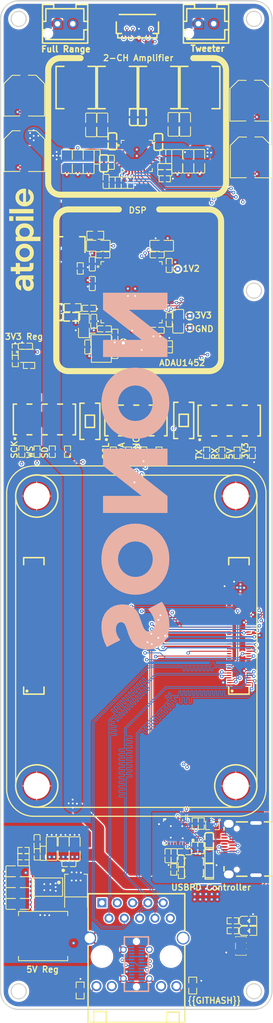
<source format=kicad_pcb>
(kicad_pcb (version 20241229) (generator "pcbnew") (generator_version "9.0")
  (layers (0 "F.Cu" signal) (4 "In1.Cu" signal) (6 "In2.Cu" signal) (2 "B.Cu" signal) (13 "F.Paste" user) (15 "B.Paste" user) (5 "F.SilkS" user "F.Silkscreen") (7 "B.SilkS" user "B.Silkscreen") (1 "F.Mask" user) (3 "B.Mask" user) (25 "Edge.Cuts" user))
  (net 0 "")
  (net 1 "pins[51]")
  (net 2 "cm5-pins[14]")
  (net 3 "pins[33]")
  (net 4 "cm5.cm5.hdi_a-pins[63]")
  (net 5 "cm5.cm5-pins[99]")
  (net 6 "BST_Apos")
  (net 7 "regulator_5v-FB")
  (net 8 "cm5.rj45-anode")
  (net 9 "cm5.cm5.hdi_a-pins[69]")
  (net 10 "pins[76]")
  (net 11 "ADR")
  (net 12 "VR_DIG")
  (net 13 "cm5.cm5-pins[75]")
  (net 14 "pins[50]")
  (net 15 "pins[43]")
  (net 16 "pins[1]")
  (net 17 "cm5.cm5.hdi_b-pins[16]")
  (net 18 "pins[92]")
  (net 19 "pins[79]")
  (net 20 "cm5-pins[39]-1")
  (net 21 "cm5-pins[27]")
  (net 22 "eth3_P")
  (net 23 "pins[34]")
  (net 24 "BST_Bpos")
  (net 25 "regulator_5v-cathode")
  (net 26 "pins[0]")
  (net 27 "cm5.cm5-pins[47]")
  (net 28 "pins[65]")
  (net 29 "pins[5]")
  (net 30 "boot_mode")
  (net 31 "pins[35]")
  (net 32 "pins[52]")
  (net 33 "pins[10]")
  (net 34 "pins[36]")
  (net 35 "eth1_N")
  (net 36 "cm5.cm5.hdi_a-pins[75]")
  (net 37 "cm5.cm5.hdi_a-pins[93]")
  (net 38 "cm5.cm5-pins[69]")
  (net 39 "pins[9]")
  (net 40 "cm5.cm5.hdi_a-pins[15]")
  (net 41 "cm5-pins[68]")
  (net 42 "OUT_Bneg")
  (net 43 "cm5.cm5-pins[94]")
  (net 44 "pins[66]")
  (net 45 "cm5.cm5.hdi_a-pins[98]")
  (net 46 "pins[26]")
  (net 47 "BST_Bneg")
  (net 48 "OUT_Bpos")
  (net 49 "OUT_Apos")
  (net 50 "cm5-pins[56]")
  (net 51 "pins[30]")
  (net 52 "cm5.cm5.hdi_b-pins[20]")
  (net 53 "cm5.cm5.hdi_a-pins[71]")
  (net 54 "pins[19]")
  (net 55 "pins[82]")
  (net 56 "pins[42]")
  (net 57 "pins[86]")
  (net 58 "OUT_Aneg")
  (net 59 "cm5.cm5-cathode-1")
  (net 60 "cm5.cm5-pins[87]-1")
  (net 61 "cm5.cm5.hdi_b-pins[38]")
  (net 62 "pins[60]")
  (net 63 "cm5.cm5.hdi_a-pins[74]")
  (net 64 "pins[58]")
  (net 65 "pins[8]")
  (net 66 "pins[46]")
  (net 67 "cm5.cm5.hdi_b-pins[94]")
  (net 68 "pins[17]")
  (net 69 "pins[11]")
  (net 70 "pins[32]")
  (net 71 "power_button")
  (net 72 "cm5-pins[62]")
  (net 73 "pins[2]")
  (net 74 "pins[70]")
  (net 75 "cm5.cm5.hdi_a-pins[95]")
  (net 76 "cm5.cm5.hdi_b-pins[14]")
  (net 77 "pins[64]")
  (net 78 "pins[96]")
  (net 79 "N_C_")
  (net 80 "cm5.cm5.hdi_a-pins[68]")
  (net 81 "cm5.cm5.hdi_a-pins[88]")
  (net 82 "BOOT")
  (net 83 "pins[21]")
  (net 84 "cm5.cm5-pins[47]-1")
  (net 85 "P1")
  (net 86 "eth0_P")
  (net 87 "pins[44]")
  (net 88 "cm5.cm5.hdi_a-pins[81]")
  (net 89 "eth3_N")
  (net 90 "Y")
  (net 91 "pins[90]")
  (net 92 "cm5.cm5.hdi_a-pins[99]")
  (net 93 "pins[22]")
  (net 94 "cm5.cm5.hdi_a-pins[62]")
  (net 95 "pins[48]")
  (net 96 "cm5.cm5-pins[23]")
  (net 97 "pins[40]")
  (net 98 "cm5.cm5-pins[20]")
  (net 99 "pins[67]")
  (net 100 "pins[49]")
  (net 101 "COMP")
  (net 102 "cm5.cm5.hdi_b-pins[95]")
  (net 103 "eth2_P")
  (net 104 "pins[89]")
  (net 105 "amp_fault")
  (net 106 "AVDD")
  (net 107 "eth0_N")
  (net 108 "pins[41]")
  (net 109 "cm5.cm5-pins[81]")
  (net 110 "cm5.cm5.hdi_b-pins[93]")
  (net 111 "cm5.cm5.hdi_b-pins[27]")
  (net 112 "RT_CLK")
  (net 113 "cm5.cm5-pins[63]")
  (net 114 "cm5-pins[38]")
  (net 115 "cm5.cm5-pins[87]")
  (net 116 "cm5.cm5.hdi_b-pins[74]")
  (net 117 "pins[61]")
  (net 118 "cm5.cm5-pins[98]")
  (net 119 "pins[28]")
  (net 120 "pins[3]")
  (net 121 "pins[37]")
  (net 122 "pins[4]")
  (net 123 "pins[83]")
  (net 124 "pins[77]")
  (net 125 "pins[59]")
  (net 126 "pins[45]")
  (net 127 "cm5.cm5-pins[53]-1")
  (net 128 "cm5.cm5.hdi_b-pins[15]")
  (net 129 "cm5.cm5.hdi_b-pins[23]")
  (net 130 "5v_vcc")
  (net 131 "cm5-pins[16]")
  (net 132 "cm5.cm5-cathode")
  (net 133 "regulator_5v-net")
  (net 134 "regulator_5v-EN")
  (net 135 "pins[57]")
  (net 136 "BST_Aneg")
  (net 137 "cm5.rj45-anode-1")
  (net 138 "P10")
  (net 139 "pins[72]")
  (net 140 "amp_pdn")
  (net 141 "pins[18]")
  (net 142 "cm5.cm5-pins[53]")
  (net 143 "pins[29]")
  (net 144 "eth2_N")
  (net 145 "cm5-pins[39]")
  (net 146 "cm5.cm5.hdi_b-pins[88]")
  (net 147 "pins[80]")
  (net 148 "eth1_P")
  (net 149 "cm5.cm5.hdi_a-pins[56]")
  (net 150 "GVDD")
  (net 151 "cm5.cm5-pins[71]")
  (net 152 "pd_controller.usb_connector-B2")
  (net 153 "pd_controller.pd_controller.pd_controller.footprint.pins[18].net-net")
  (net 154 "pd_controller.usb_connector-B10")
  (net 155 "pd_controller.usb_connector-B8")
  (net 156 "pd_controller.usb_connector-B11")
  (net 157 "pd_controller.usb_connector-A10")
  (net 158 "GPIO")
  (net 159 "POWER_OK3")
  (net 160 "VBUS_EN_SNK")
  (net 161 "pd_controller.pd_controller-hv")
  (net 162 "A_B_SIDE")
  (net 163 "DISCH")
  (net 164 "pd_controller.pd_controller-net")
  (net 165 "20v_vcc")
  (net 166 "pd_controller.usb_connector-A2")
  (net 167 "ATTACH")
  (net 168 "POWER_OK2")
  (net 169 "pd_controller.usb_connector-A3")
  (net 170 "pd_controller.pd_controller-hv-1")
  (net 171 "ALERT")
  (net 172 "pd_controller.usb_connector-B3")
  (net 173 "VBUS_VS_DISCH")
  (net 174 "gate")
  (net 175 "pd_controller.usb_connector-A11")
  (net 176 "pd_controller.usb_connector-A8")
  (net 177 "usb_connector.connector-A2")
  (net 178 "usb_connector.connector-B10")
  (net 179 "cc0")
  (net 180 "usb_connector.connector-B3")
  (net 181 "usb_connector.connector-A10")
  (net 182 "usb_connector-B8")
  (net 183 "pd_controller-A7")
  (net 184 "usb_connector-A6")
  (net 185 "usb_connector.connector-A11")
  (net 186 "VBUS")
  (net 187 "spkr_full_p")
  (net 188 "usb_connector-A8")
  (net 189 "usb_connector.connector-B11")
  (net 190 "cc1")
  (net 191 "spkr_full_n")
  (net 192 "usb_connector.connector-A3")
  (net 193 "usb_connector.connector-B2")
  (net 194 "amp_i2s_ws")
  (net 195 "BCLK_OUT1")
  (net 196 "SDATA_IN3")
  (net 197 "VDRIVE")
  (net 198 "THD_M")
  (net 199 "SDATA_IN2")
  (net 200 "AUXADC1")
  (net 201 "AUXADC5")
  (net 202 "LRCLK_IN3_MP13")
  (net 203 "AUXADC2")
  (net 204 "PLLFILT")
  (net 205 "BCLK_IN2")
  (net 206 "BCLK_OUT2")
  (net 207 "AUXADC3")
  (net 208 "SDATA_IN1")
  (net 209 "LRCLK_OUT2_MP8")
  (net 210 "LRCLK_OUT3_MP9")
  (net 211 "SPDIFOUT")
  (net 212 "contact")
  (net 213 "LRCLK_OUT1_MP5")
  (net 214 "LRCLK_IN2_MP12")
  (net 215 "MP7")
  (net 216 "MP6")
  (net 217 "AUXADC0")
  (net 218 "DNC")
  (net 219 "BCLK_IN3")
  (net 220 "regulator_3v3-EN")
  (net 221 "regulator_3v3-FB")
  (net 222 "SPDIFIN")
  (net 223 "SELFBOOT")
  (net 224 "XTALIN_MCLK")
  (net 225 "AUXADC4")
  (net 226 "XTALOUT")
  (net 227 "amp_i2s_sck")
  (net 228 "SS_M_MP0")
  (net 229 "BCLK_IN1")
  (net 230 "collector")
  (net 231 "SCL_M_SCLK_M_MP2")
  (net 232 "THD_P")
  (net 233 "dsp.pll_filter-net")
  (net 234 "CLKOUT")
  (net 235 "amp_i2s_sd")
  (net 236 "nOE")
  (net 237 "BCLK_OUT3")
  (net 238 "SDATA_OUT1")
  (net 239 "SDATA_OUT2")
  (net 240 "MOSI_M_MP1")
  (net 241 "SDATA_OUT3")
  (net 242 "SDA_M_MISO_M_MP3")
  (net 243 "LRCLK_IN1_MP11")
  (net 244 "regulator_3v3-line")
  (net 245 "3v3_vcc")
  (net 246 "spkr_tweet_p")
  (net 247 "spkr_tweet_n")
  (net 248 "dsp_reset_disable")
  (net 249 "_12")
  (net 250 "_11")
  (net 251 "nfc_interrupt")
  (net 252 "nfc_reset")
  (net 253 "touch_interrupt")
  (net 254 "i2c1_sda")
  (net 255 "i2c1_scl")
  (net 256 "led_data")
  (net 257 "usb_connector-A7")
  (net 258 "pd_controller-A6")
  (net 259 "amp_mute")
  (net 260 "amp_warn")
  (net 261 "uart0_tx")
  (net 262 "debug_headers[1]-_3")
  (net 263 "debug_headers[1]-line")
  (net 264 "i2s_sck")
  (net 265 "uart0_rx")
  (net 266 "debug_headers[2]-_3")
  (net 267 "debug_headers[1]-_5")
  (net 268 "debug_headers[0]-_7")
  (net 269 "debug_headers[2]-_1")
  (net 270 "debug_headers[2]-_5")
  (net 271 "debug_headers[0]-_3")
  (net 272 "debug_headers[1]-_1")
  (net 273 "debug_headers[1]-_7")
  (net 274 "i2s_ws")
  (net 275 "debug_headers[2]-_7")
  (net 276 "debug_headers[0]-_5")
  (net 277 "debug_headers[0]-_1")
  (net 278 "debug_headers[2]-line")
  (net 279 "i2s_sd")
  (net 280 "i2c0_scl")
  (net 281 "i2c0_sda")
  (net 282 "gnd")
  (net 283 "SS_ADDR0")
  (net 284 "MOSI_ADDR1")
  (net 285 "cm5.rj45.connector.footprint.pins[0].net-net")
  (net 286 "full_range_speaker_connector.footprint.pins[0].net-net")
  (net 287 "tweeter_speaker_connector.footprint.pins[0].net-net")
  (net 288 "pd_controller.usb_connector.footprint.pins[0].net-net")
  (net 289 "eth_sync_out")
  (net 290 "usb_connector.connector.footprint.pins[0].net-net")
  (footprint "Samsung_Electro_Mechanics_CL05B104KO5NNNC:C0402" (layer "F.Cu") (at 152.631784 77.625)
    (property "Reference" "C41" (hide yes))
    (property "Value" "100nF ±10% 16V X7R" (hide yes))
  )
  (footprint "UNI_ROYAL_0402WGF2001TCE:R0402" (layer "F.Cu") (at 129.116212 82.704997 -90)
    (property "Reference" "R26" (hide yes))
    (property "Value" "2kΩ ±1% 62.5mW" (hide yes))
  )
  (footprint "YAGEO_CC0603KRX7R9BB562:C0603" (layer "F.Cu") (at 136.381784 74.625 -90)
    (property "Reference" "C50" (hide yes))
    (property "Value" "5.6nF ±10% 50V X7R" (hide yes))
  )
  (footprint "UNI_ROYAL_0402WGF1001TCE:R0402" (layer "F.Cu") (at 150.416667 97.885 90)
    (property "Reference" "R34" (hide yes))
    (property "Value" "1kΩ ±1% 62.5mW" (hide yes))
  )
  (footprint "Samsung_Electro_Mechanics_CL21A106KOQNNNE:C0805" (layer "F.Cu") (at 156.131784 76.125 -90)
    (property "Reference" "C34" (hide yes))
    (property "Value" "10µF ±10% 16V X5R" (hide yes))
  )
  (footprint "XKB_Connectivity_TS_1101_C_W:SW-SMD_L6.0-W3.3-LS8.0" (layer "F.Cu") (at 157.025 92.4 90)
    (property "Reference" "SW1" (hide yes))
    (property "Value" "" (hide yes))
  )
  (footprint "UNI_ROYAL_0402WGF1001TCE:R0402" (layer "F.Cu") (at 158.845112 163.314287 90)
    (property "Reference" "R17" (hide yes))
    (property "Value" "1kΩ ±1% 62.5mW" (hide yes))
  )
  (footprint "Murata_Electronics_GRM21BR61H106KE43L:C0805" (layer "F.Cu") (at 135.152019 163.416032 90)
    (property "Reference" "C25" (hide yes))
    (property "Value" "10µF ±10% 50V X5R" (hide yes))
  )
  (footprint "UNI_ROYAL_0402WGF2001TCE:R0402" (layer "F.Cu") (at 165.180546 177.032307 180)
    (property "Reference" "R7" (hide yes))
    (property "Value" "2kΩ ±1% 62.5mW" (hide yes))
  )
  (footprint "UNI_ROYAL_0402WGF1002TCE:R0402" (layer "F.Cu") (at 131.4 83.44)
    (property "Reference" "R25" (hide yes))
    (property "Value" "10kΩ ±1% 62.5mW" (hide yes))
  )
  (footprint "UNI_ROYAL_0402WGF1002TCE:R0402" (layer "F.Cu") (at 153.894827 52.526186)
    (property "Reference" "R4" (hide yes))
    (property "Value" "10kΩ ±1% 62.5mW" (hide yes))
  )
  (footprint "UNI_ROYAL_0402WGF1623TCE:R0402" (layer "F.Cu") (at 130.477019 163.741032 180)
    (property "Reference" "R13" (hide yes))
    (property "Value" "162kΩ ±1% 62.5mW" (hide yes))
  )
  (footprint "Everlight_Elec_19_213_Y2C_CQ2R2L_3T_CY:LED0603-RD-YELLOW" (layer "F.Cu") (at 167.757673 175.391679)
    (property "Reference" "D1" (hide yes))
    (property "Value" "" (hide yes))
  )
  (footprint "Samsung_Electro_Mechanics_CL05B104KO5NNNC:C0402" (layer "F.Cu") (at 142.684466 48.931967 -90)
    (property "Reference" "C54" (hide yes))
    (property "Value" "100nF ±10% 16V X7R" (hide yes))
  )
  (footprint "UNI_ROYAL_0603WAF4700T5E:R0603" (layer "F.Cu") (at 139.865 186.92 -90)
    (property "Reference" "R8" (hide yes))
    (property "Value" "470Ω ±1% 100mW" (hide yes))
  )
  (footprint "TAE_TXM12_288M0004322FBCDO00T:CRYSTAL-SMD_4P-L3.2-W2.5-BL-2" (layer "F.Cu") (at 143.381784 80.625 -90)
    (property "Reference" "X1" (hide yes))
    (property "Value" "" (hide yes))
  )
  (footprint "Analog_Devices_ADAU1452WBCPZ:LFCSP-72_L10.0-W10.0-P0.50-LS10.2-BL-EP5.3" (layer "F.Cu") (at 148.381784 71.325 -90)
    (property "Reference" "U24" (hide yes))
    (property "Value" "" (hide yes))
  )
  (footprint "UNI_ROYAL_0402WGF4701TCE:R0402" (layer "F.Cu") (at 159.944489 159.292909 -90)
    (property "Reference" "R16" (hide yes))
    (property "Value" "4.7kΩ ±1% 62.5mW" (hide yes))
  )
  (footprint "Samsung_Electro_Mechanics_CL05B104KO5NNNC:C0402" (layer "F.Cu") (at 143.881784 77.375 180)
    (property "Reference" "C40" (hide yes))
    (property "Value" "100nF ±10% 16V X7R" (hide yes))
  )
  (footprint "Murata_Electronics_GRM1555C1H472JE01D:C0402" (layer "F.Cu") (at 132.727019 162.291032 90)
    (property "Reference" "C21" (hide yes))
    (property "Value" "4.7nF ±5% 50V C0G" (hide yes))
  )
  (footprint "Samsung_Electro_Mechanics_CL05A105KA5NQNC:C0402" (layer "F.Cu") (at 144.166743 52.974239 -90)
    (property "Reference" "C19" (hide yes))
    (property "Value" "1µF ±10% 25V X5R" (hide yes))
  )
  (footprint "Murata_Electronics_GRM21BR61H106KE43L:C0805" (layer "F.Cu") (at 138.960996 163.444736 90)
    (property "Reference" "C24" (hide yes))
    (property "Value" "10µF ±10% 50V X5R" (hide yes))
  )
  (footprint "UNI_ROYAL_0402WGF2372TCE:R0402" (layer "F.Cu") (at 132.752019 164.391032 90)
    (property "Reference" "R10" (hide yes))
    (property "Value" "23.7kΩ ±1% 62.5mW" (hide yes))
  )
  (footprint "Samsung_Electro_Mechanics_CL05B104KO5NNNC:C0402" (layer "F.Cu") (at 152.631784 65.125)
    (property "Reference" "C47" (hide yes))
    (property "Value" "100nF ±10% 16V X7R" (hide yes))
  )
  (footprint "Kyocera_AVX_04025A8R2JAT2A:C0402" (layer "F.Cu") (at 133.752019 164.216032 90)
    (property "Reference" "C22" (hide yes))
    (property "Value" "8.2pF ±5% 50V C0G" (hide yes))
  )
  (footprint "Texas_Instruments_TLV75901PDRVR:WSON-6_L2.0-W2.0-P0.65-TL-EP" (layer "F.Cu") (at 131.058746 81.850883)
    (property "Reference" "U25" (hide yes))
    (property "Value" "" (hide yes))
  )
  (footprint "Samsung_Electro_Mechanics_CL05B104KO5NNNC:C0402" (layer "F.Cu") (at 153.56466 48.841288 -90)
    (property "Reference" "C55" (hide yes))
    (property "Value" "100nF ±10% 16V X7R" (hide yes))
  )
  (footprint "Samsung_Electro_Mechanics_CL05B104KO5NNNC:C0402" (layer "F.Cu") (at 154.551101 48.858304 -90)
    (property "Reference" "C53" (hide yes))
    (property "Value" "100nF ±10% 16V X7R" (hide yes))
  )
  (footprint "STMicroelectronics_STUSB4500QTR:QFN-24_L4.0-W4.0-P0.50-BL-EP2.8" (layer "F.Cu") (at 155.85 160.68 90)
    (property "Reference" "U20" (hide yes))
    (property "Value" "" (hide yes))
  )
  (footprint "Honor_Elec_RVT1H470M0607:CAP-SMD_BD6.3-L6.6-W6.6-FD" (layer "F.Cu") (at 168.15 48.99 -90)
    (property "Reference" "C58" (hide yes))
    (property "Value" "" (hide yes))
  )
  (footprint "STMicroelectronics_ESDA25P35_1U1M:DFN1610-2_L1.6-W1.0-P1.05-RD" (layer "F.Cu") (at 161.275848 167.082426 90)
    (property "Reference" "D6" (hide yes))
    (property "Value" "" (hide yes))
  )
  (footprint "JST_Sales_America_B02B_XASK_1_A_LF__SN:CONN-TH_B02B-XASK-1-A-LF-SN" (layer "F.Cu") (at 137.38 26.87 180)
    (property "Reference" "U21" (hide yes))
    (property "Value" "" (hide yes))
  )
  (footprint "Samsung_Electro_Mechanics_CL21A106KOQNNNE:C0805" (layer "F.Cu") (at 140.487733 76.869237 90)
    (property "Reference" "C37" (hide yes))
    (property "Value" "10µF ±10% 16V X5R" (hide yes))
  )
  (footprint "Samsung_Electro_Mechanics_CL05A105KA5NQNC:C0402" (layer "F.Cu") (at 153.907798 51.538875)
    (property "Reference" "C4" (hide yes))
    (property "Value" "1µF ±10% 25V X5R" (hide yes))
  )
  (footprint "Sunlord_SWPA8040S5R6NT:IND-SMD_L8.0-W8.0_SWPA8040S" (layer "F.Cu") (at 133.727019 177.916032)
    (property "Reference" "L5" (hide yes))
    (property "Value" "" (hide yes))
  )
  (footprint "HCTL_PZ254_2_04_S:HDR-SMD_8P-P2.54-V-M-R2-C4-LS7.4" (layer "F.Cu") (at 164.64 92.57)
    (property "Reference" "HDR1" (hide yes))
    (property "Value" "" (hide yes))
  )
  (footprint "YAGEO_CC0603KRX7R9BB474:C0603" (layer "F.Cu") (at 152.838791 46.432855 -90)
    (property "Reference" "C10" (hide yes))
    (property "Value" "470nF ±10% 50V X7R" (hide yes))
  )
  (footprint "UNI_ROYAL_0402WGF1002TCE:R0402" (layer "F.Cu") (at 148.246099 53.179838 -90)
    (property "Reference" "R5" (hide yes))
    (property "Value" "10kΩ ±1% 62.5mW" (hide yes))
  )
  (footprint "UNI_ROYAL_0402WGF4701TCE:R0402" (layer "F.Cu") (at 145.177111 53.180966 -90)
    (property "Reference" "R1" (hide yes))
    (property "Value" "4.7kΩ ±1% 62.5mW" (hide yes))
  )
  (footprint "UNI_ROYAL_0402WGF1001TCE:R0402" (layer "F.Cu") (at 132.723333 97.715 90)
    (property "Reference" "R37" (hide yes))
    (property "Value" "1kΩ ±1% 62.5mW" (hide yes))
  )
  (footprint "Nexperia_PBSS5350X_115:SOT-89-3_L4.5-W2.5-P1.50-LS4.1-TR" (layer "F.Cu") (at 138.381784 63.975 -90)
    (property "Reference" "Q2" (hide yes))
    (property "Value" "" (hide yes))
  )
  (footprint "Texas_Instruments_TPS54560DDAR:SOIC-8_L5.0-W4.0-P1.27-LS6.0-BL-EP2.0" (layer "F.Cu") (at 134.427019 169.816032 180)
    (property "Reference" "U19" (hide yes))
    (property "Value" "" (hide yes))
  )
  (footprint "UNI_ROYAL_0402WGF1001TCE:R0402" (layer "F.Cu") (at 139.881784 67.375 -90)
    (property "Reference" "R24" (hide yes))
    (property "Value" "1kΩ ±1% 62.5mW" (hide yes))
  )
  (footprint "Samsung_Electro_Mechanics_CL05B104KO5NNNC:C0402" (layer "F.Cu") (at 141.881784 66.625 90)
    (property "Reference" "C43" (hide yes))
    (property "Value" "100nF ±10% 16V X7R" (hide yes))
  )
  (footprint "Samsung_Electro_Mechanics_CL05B104KO5NNNC:C0402" (layer "F.Cu") (at 145.036765 49.800614 90)
    (property "Reference" "C3" (hide yes))
    (property "Value" "100nF ±10% 16V X7R" (hide yes))
  )
  (footprint "UNI_ROYAL_0402WGF2001TCE:R0402" (layer "F.Cu") (at 165.167673 175.391679 180)
    (property "Reference" "R6" (hide yes))
    (property "Value" "2kΩ ±1% 62.5mW" (hide yes))
  )
  (footprint "GENERIC_TESTPOINT:TestPoint_THTPad_D1.0mm_Drill0.5mm" (layer "F.Cu") (at 158.031784 77.225)
    (property "Reference" "TP2" (hide yes))
    (property "Value" "" (hide yes))
  )
  (footprint "UNI_ROYAL_0402WGF1001TCE:R0402" (layer "F.Cu") (at 159.874675 163.336147 90)
    (property "Reference" "R14" (hide yes))
    (property "Value" "1kΩ ±1% 62.5mW" (hide yes))
  )
  (footprint "cjiang_FXL0630_100_M:IND-SMD_L7.3-W6.8" (layer "F.Cu") (at 159.731998 37.422866 90)
    (property "Reference" "L4" (hide yes))
    (property "Value" "" (hide yes))
  )
  (footprint "TE_Connectivity_1_2328702_0:FPC-SMD_10P-P0.50_HDGC_0.5K-HX-10PWB" (layer "F.Cu") (at 149.36 27.2 180)
    (property "Reference" "FPC1" (hide yes))
    (property "Value" "" (hide yes))
  )
  (footprint "GENERIC_TESTPOINT:TestPoint_THTPad_D1.0mm_Drill0.5mm" (layer "F.Cu") (at 147.031784 79.725)
    (property "Reference" "TP1" (hide yes))
    (property "Value" "" (hide yes))
  )
  (footprint "Samsung_Electro_Mechanics_CL21A106KOQNNNE:C0805" (layer "F.Cu") (at 137.663908 49.701588 -90)
    (property "Reference" "C16" (hide yes))
    (property "Value" "10µF ±10% 16V X5R" (hide yes))
  )
  (footprint "YAGEO_CC0402JRNPO9BN200:C0402" (layer "F.Cu") (at 145.631784 81.125 90)
    (property "Reference" "C49" (hide yes))
    (property "Value" "20pF ±5% 50V C0G" (hide yes))
  )
  (footprint "XKB_Connectivity_U262_241N_4BV64:USB-C-SMD_TYC-324G" (layer "F.Cu") (at 166.401506 163.51403 90)
    (property "Reference" "USB1" (hide yes))
    (property "Value" "" (hide yes))
  )
  (footprint "Hubei_KENTO_Elec_KT_0603G:LED0603-RD" (layer "F.Cu") (at 167.760546 177.052307)
    (property "Reference" "D2" (hide yes))
    (property "Value" "" (hide yes))
  )
  (footprint "YAGEO_CC0603KRX7R9BB474:C0603" (layer "F.Cu") (at 145.218131 46.328202 -90)
    (property "Reference" "C6" (hide yes))
    (property "Value" "470nF ±10% 50V X7R" (hide yes))
  )
  (footprint "UNI_ROYAL_0402WGF1003TCE:R0402" (layer "F.Cu") (at 130.476625 165.793665)
    (property "Reference" "R12" (hide yes))
    (property "Value" "100kΩ ±1% 62.5mW" (hide yes))
  )
  (footprint "Samsung_Electro_Mechanics_CL21A106KOQNNNE:C0805" (layer "F.Cu") (at 155.954407 49.641753 -90)
    (property "Reference" "C15" (hide yes))
    (property "Value" "10µF ±10% 16V X5R" (hide yes))
  )
  (footprint "UNI_ROYAL_0402WGF1002TCE:R0402" (layer "F.Cu") (at 154.23 80.86)
    (property "Reference" "R41" (hide yes))
    (property "Value" "10kΩ ±1% 62.5mW" (hide yes))
  )
  (footprint "Sinhoo_SMTSO2515CTJ:SMD_BD5.6-D4.1" (layer "F.Cu") (at 132.675 153.06 -90)
    (property "Reference" "U3" (hide yes))
    (property "Value" "" (hide yes))
  )
  (footprint "Murata_Electronics_GRM21BR61H106KE43L:C0805" (layer "F.Cu") (at 137.127019 163.416032 90)
    (property "Reference" "C23" (hide yes))
    (property "Value" "10µF ±10% 50V X5R" (hide yes))
  )
  (footprint "UNI_ROYAL_0402WGF1001TCE:R0402" (layer "F.Cu") (at 168.41 97.905 90)
    (property "Reference" "R31" (hide yes))
    (property "Value" "1kΩ ±1% 62.5mW" (hide yes))
  )
  (footprint "HCTL_PZ254_2_04_S:HDR-SMD_8P-P2.54-V-M-R2-C4-LS7.4" (layer "F.Cu") (at 134 92.38)
    (property "Reference" "HDR3" (hide yes))
    (property "Value" "" (hide yes))
  )
  (footprint "Samsung_Electro_Mechanics_CL05B104KO5NNNC:C0402" (layer "F.Cu") (at 154.631784 66.875 90)
    (property "Reference" "C42" (hide yes))
    (property "Value" "100nF ±10% 16V X7R" (hide yes))
  )
  (footprint "Sinhoo_SMTSO2515CTJ:SMD_BD5.6-D4.1" (layer "F.Cu") (at 132.675 105.06 -90)
    (property "Reference" "U4" (hide yes))
    (property "Value" "" (hide yes))
  )
  (footprint "XKB_Connectivity_TS_1101_C_W:SW-SMD_L6.0-W3.3-LS8.0" (layer "F.Cu") (at 141.47 92.55 90)
    (property "Reference" "SW2" (hide yes))
    (property "Value" "" (hide yes))
  )
  (footprint "FH_0402B104K500NT:C0402" (layer "F.Cu") (at 138.002019 165.916032)
    (property "Reference" "C20" (hide yes))
    (property "Value" "100nF ±10% 50V X7R" (hide yes))
  )
  (footprint "Samsung_Electro_Mechanics_CL21A106KOQNNNE:C0805" (layer "F.Cu") (at 159.621407 49.628178 -90)
    (property "Reference" "C18" (hide yes))
    (property "Value" "10µF ±10% 16V X5R" (hide yes))
  )
  (footprint "UNI_ROYAL_0402WGF1002TCE:R0402" (layer "F.Cu") (at 147.180678 53.174611 -90)
    (property "Reference" "R3" (hide yes))
    (property "Value" "10kΩ ±1% 62.5mW" (hide yes))
  )
  (footprint "Samsung_Electro_Mechanics_CL05B104KO5NNNC:C0402" (layer "F.Cu") (at 141.881784 69.875 90)
    (property "Reference" "C44" (hide yes))
    (property "Value" "100nF ±10% 16V X7R" (hide yes))
  )
  (footprint "GENERIC_TESTPOINT:TestPoint_THTPad_D1.0mm_Drill0.5mm" (layer "F.Cu") (at 158.031784 75.225)
    (property "Reference" "TP3" (hide yes))
    (property "Value" "" (hide yes))
  )
  (footprint "Samsung_Electro_Mechanics_CL05B104KO5NNNC:C0402" (layer "F.Cu") (at 142.131784 76.125 90)
    (property "Reference" "C46" (hide yes))
    (property "Value" "100nF ±10% 16V X7R" (hide yes))
  )
  (footprint "GENERIC_TESTPOINT:TestPoint_THTPad_D1.0mm_Drill0.5mm" (layer "F.Cu") (at 156.031784 67.475)
    (property "Reference" "TP4" (hide yes))
    (property "Value" "" (hide yes))
  )
  (footprint "YAGEO_CC0603KRX7R9BB474:C0603" (layer "F.Cu") (at 150.116105 42.350187 90)
    (property "Reference" "C9" (hide yes))
    (property "Value" "470nF ±10% 50V X7R" (hide yes))
  )
  (footprint "Samsung_Electro_Mechanics_CL05B104KO5NNNC:C0402" (layer "F.Cu") (at 141.381784 73.975 180)
    (property "Reference" "C45" (hide yes))
    (property "Value" "100nF ±10% 16V X7R" (hide yes))
  )
  (footprint "UNI_ROYAL_0402WGF1001TCE:R0402" (layer "F.Cu") (at 130.2 97.715 90)
    (property "Reference" "R36" (hide yes))
    (property "Value" "1kΩ ±1% 62.5mW" (hide yes))
  )
  (footprint "YAGEO_CC0805KKX7R9BB684:C0805" (layer "F.Cu") (at 155.346583 43.526409 -90)
    (property "Reference" "C11" (hide yes))
    (property "Value" "680nF ±10% 50V X7R" (hide yes))
  )
  (footprint "STMicroelectronics_STPS340U:SMB_L4.6-W3.6-LS5.3-RD" (layer "F.Cu") (at 139.187897 170.417158 90)
    (property "Reference" "D3" (hide yes))
    (property "Value" "" (hide yes))
  )
  (footprint "Honor_Elec_RVT1H470M0607:CAP-SMD_BD6.3-L6.6-W6.6-FD" (layer "F.Cu") (at 130.59 38.77 -90)
    (property "Reference" "C57" (hide yes))
    (property "Value" "" (hide yes))
  )
  (footprint "UNI_ROYAL_0402WGF1001TCE:R0402" (layer "F.Cu") (at 152.94 97.885 90)
    (property "Reference" "R35" (hide yes))
    (property "Value" "1kΩ ±1% 62.5mW" (hide yes))
  )
  (footprint "Samsung_Electro_Mechanics_CL05A105KA5NQNC:C0402" (layer "F.Cu") (at 155.449589 164.613804 90)
    (property "Reference" "C32" (hide yes))
    (property "Value" "1µF ±10% 25V X5R" (hide yes))
  )
  (footprint "UNI_ROYAL_0402WGF1002TCE:R0402" (layer "F.Cu") (at 154.23 79.86)
    (property "Reference" "R40" (hide yes))
    (property "Value" "10kΩ ±1% 62.5mW" (hide yes))
  )
  (footprint "Honor_Elec_RVT1H470M0607:CAP-SMD_BD6.3-L6.6-W6.6-FD" (layer "F.Cu") (at 168.09 39.6 -90)
    (property "Reference" "C59" (hide yes))
    (property "Value" "" (hide yes))
  )
  (footprint "Samsung_Electro_Mechanics_CL21A226MAQNNNE:C0805" (layer "F.Cu") (at 129.527019 167.191032 180)
    (property "Reference" "C27" (hide yes))
    (property "Value" "22µF ±20% 25V X5R" (hide yes))
  )
  (footprint "UNI_ROYAL_0402WGF1001TCE:R0402" (layer "F.Cu") (at 145.37 97.885 90)
    (property "Reference" "R32" (hide yes))
    (property "Value" "1kΩ ±1% 62.5mW" (hide yes))
  )
  (footprint "cjiang_FXL0630_100_M:IND-SMD_L7.3-W6.8" (layer "F.Cu") (at 152.879317 37.422866 90)
    (property "Reference" "L3" (hide yes))
    (property "Value" "" (hide yes))
  )
  (footprint "Samsung_Electro_Mechanics_CL05B104KO5NNNC:C0402" (layer "F.Cu") (at 157.154442 163.955132)
    (property "Reference" "C33" (hide yes))
    (property "Value" "100nF ±10% 16V X7R" (hide yes))
  )
  (footprint "UNI_ROYAL_0402WGF1000TCE:R0402" (layer "F.Cu") (at 145.631784 78.375 -90)
    (property "Reference" "R21" (hide yes))
    (property "Value" "100Ω ±1% 62.5mW" (hide yes))
  )
  (footprint "Samsung_Electro_Mechanics_CL05B104KO5NNNC:C0402" (layer "F.Cu") (at 143.631784 65.125 180)
    (property "Reference" "C39" (hide yes))
    (property "Value" "100nF ±10% 16V X7R" (hide yes))
  )
  (footprint "Texas_Instruments_TAS5825MRHBR:VQFN-32_L5.0-W5.0-P0.50-TL-EP" (layer "F.Cu") (at 149.254407 48.741753)
    (property "Reference" "U1" (hide yes))
    (property "Value" "" (hide yes))
  )
  (footprint "Samsung_Electro_Mechanics_CL21A106KOQNNNE:C0805" (layer "F.Cu") (at 153.381784 63.625)
    (property "Reference" "C35" (hide yes))
    (property "Value" "10µF ±10% 16V X5R" (hide yes))
  )
  (footprint "Samsung_Electro_Mechanics_CL21A226MAQNNNE:C0805" (layer "F.Cu") (at 129.527019 170.791032 180)
    (property "Reference" "C28" (hide yes))
    (property "Value" "22µF ±20% 25V X5R" (hide yes))
  )
  (footprint "cjiang_FXL0630_100_M:IND-SMD_L7.3-W6.8" (layer "F.Cu") (at 139.173955 37.422866 90)
    (property "Reference" "L2" (hide yes))
    (property "Value" "" (hide yes))
  )
  (footprint "UNI_ROYAL_0402WGF2202TCE:R0402" (layer "F.Cu") (at 155.384586 166.891773 -90)
    (property "Reference" "R19" (hide yes))
    (property "Value" "22kΩ ±1% 62.5mW" (hide yes))
  )
  (footprint "Honor_Elec_RVT1H470M0607:CAP-SMD_BD6.3-L6.6-W6.6-FD" (layer "F.Cu") (at 130.61 47.95 -90)
    (property "Reference" "C56" (hide yes))
    (property "Value" "" (hide yes))
  )
  (footprint "UNI_ROYAL_0402WGF2002TCE:R0402" (layer "F.Cu") (at 130.477019 164.791032 180)
    (property "Reference" "R11" (hide yes))
    (property "Value" "20kΩ ±1% 62.5mW" (hide yes))
  )
  (footprint "Sinhoo_SMTSO2515CTJ:SMD_BD5.6-D4.1" (layer "F.Cu") (at 165.675 153.06 -90)
    (property "Reference" "U6" (hide yes))
    (property "Value" "" (hide yes))
  )
  (footprint "Samsung_Electro_Mechanics_CL21A226MAQNNNE:C0805" (layer "F.Cu") (at 129.527019 172.591032 180)
    (property "Reference" "C26" (hide yes))
    (property "Value" "22µF ±20% 25V X5R" (hide yes))
  )
  (footprint "HANRUN_HR911130A:RJ45-TH_HR911130A" (layer "F.Cu") (at 149.2 179.31 180)
    (property "Reference" "RJ1" (hide yes))
    (property "Value" "" (hide yes))
  )
  (footprint "cjiang_FXL0630_100_M:IND-SMD_L7.3-W6.8" (layer "F.Cu") (at 146.026636 37.422866 90)
    (property "Reference" "L1" (hide yes))
    (property "Value" "" (hide yes))
  )
  (footprint "UNI_ROYAL_0402WGF1003TCE:R0402" (layer "F.Cu") (at 156.644768 167.446166 -90)
    (property "Reference" "R18" (hide yes))
    (property "Value" "100kΩ ±1% 62.5mW" (hide yes))
  )
  (footprint "Texas_Instruments_SN74LVC1G07DBVR:SOT-23-5_L3.0-W1.7-P0.95-LS2.8-BR" (layer "F.Cu") (at 166.530546 179.552307)
    (property "Reference" "U2" (hide yes))
    (property "Value" "" (hide yes))
  )
  (footprint "UNI_ROYAL_0402WGF1001TCE:R0402" (layer "F.Cu") (at 163.363333 97.905 90)
    (property "Reference" "R29" (hide yes))
    (property "Value" "1kΩ ±1% 62.5mW" (hide yes))
  )
  (footprint "HCTL_PZ254_2_04_S:HDR-SMD_8P-P2.54-V-M-R2-C4-LS7.4" (layer "F.Cu") (at 149.17 92.55)
    (property "Reference" "HDR2" (hide yes))
    (property "Value" "" (hide yes))
  )
  (footprint "HRS_DF40C_100DS_0_4V_51:CONN-SMD_DF40C-100DS-0.4V-51" (layer "F.Cu") (at 132.189531 126.559989 -90)
    (property "Reference" "CN2" (hide yes))
    (property "Value" "" (hide yes))
  )
  (footprint "Samsung_Electro_Mechanics_CL05B104KO5NNNC:C0402" (layer "F.Cu") (at 154.631784 75.875 -90)
    (property "Reference" "C38" (hide yes))
    (property "Value" "100nF ±10% 16V X7R" (hide yes))
  )
  (footprint "UNI_ROYAL_0402WGF1001TCE:R0402" (layer "F.Cu") (at 147.893333 97.885 90)
    (property "Reference" "R33" (hide yes))
    (property "Value" "1kΩ ±1% 62.5mW" (hide yes))
  )
  (footprint "UNI_ROYAL_0402WGF1000TCE:R0402" (layer "F.Cu") (at 156.610375 165.502099 90)
    (property "Reference" "R20" (hide yes))
    (property "Value" "100Ω ±1% 62.5mW" (hide yes))
  )
  (footprint "Samsung_Electro_Mechanics_CL21A106KOQNNNE:C0805" (layer "F.Cu") (at 142.881784 63.625 180)
    (property "Reference" "C36" (hide yes))
    (property "Value" "10µF ±10% 16V X5R" (hide yes))
  )
  (footprint "Samsung_Electro_Mechanics_CL21A106KOQNNNE:C0805" (layer "F.Cu") (at 157.797507 49.635193 -90)
    (property "Reference" "C17" (hide yes))
    (property "Value" "10µF ±10% 16V X5R" (hide yes))
  )
  (footprint "Samsung_Electro_Mechanics_CL05A105KA5NQNC:C0402" (layer "F.Cu") (at 154.433831 164.605755 90)
    (property "Reference" "C31" (hide yes))
    (property "Value" "1µF ±10% 25V X5R" (hide yes))
  )
  (footprint "UNI_ROYAL_0402WGF1001TCE:R0402" (layer "F.Cu") (at 135.246667 97.715 90)
    (property "Reference" "R38" (hide yes))
    (property "Value" "1kΩ ±1% 62.5mW" (hide yes))
  )
  (footprint "UNI_ROYAL_0603WAF0000T5E:R0603" (layer "F.Cu") (at 142.381784 61.875)
    (property "Reference" "R22" (hide yes))
    (property "Value" "0Ω 100mW" (hide yes))
  )
  (footprint "UNI_ROYAL_0402WGF1002TCE:R0402" (layer "F.Cu") (at 146.179531 53.179838 -90)
    (property "Reference" "R2" (hide yes))
    (property "Value" "10kΩ ±1% 62.5mW" (hide yes))
  )
  (footprint "Murata_Electronics_GRM188R6YA475KE15D:C0603" (layer "F.Cu") (at 161.264694 162.195269 -90)
    (property "Reference" "C30" (hide yes))
    (property "Value" "4.7µF ±10% 35V X5R" (hide yes))
  )
  (footprint "YAGEO_CC0402JRNPO9BN200:C0402" (layer "F.Cu") (at 141.131784 80.375 -90)
    (property "Reference" "C48" (hide yes))
    (property "Value" "20pF ±5% 50V C0G" (hide yes))
  )
  (footprint "UNI_ROYAL_0402WGF4701TCE:R0402" (layer "F.Cu") (at 158.935132 159.284925 -90)
    (property "Reference" "R15" (hide yes))
    (property "Value" "4.7kΩ ±1% 62.5mW" (hide yes))
  )
  (footprint "UNI_ROYAL_0603WAF4301T5E:R0603" (layer "F.Cu") (at 138.631784 73.875 180)
    (property "Reference" "R23" (hide yes))
    (property "Value" "4.3kΩ ±1% 100mW" (hide yes))
  )
  (footprint "YAGEO_CC0805KKX7R9BB684:C0805" (layer "F.Cu") (at 143.552278 43.611748 -90)
    (property "Reference" "C7" (hide yes))
    (property "Value" "680nF ±10% 50V X7R" (hide yes))
  )
  (footprint "Samsung_Electro_Mechanics_CL21A106KOQNNNE:C0805" (layer "F.Cu") (at 141.269699 49.719977 -90)
    (property "Reference" "C14" (hide yes))
    (property "Value" "10µF ±10% 16V X5R" (hide yes))
  )
  (footprint "UNI_ROYAL_0402WGF1002TCE:R0402" (layer "F.Cu") (at 129.1 80.81 -90)
    (property "Reference" "R27" (hide yes))
    (property "Value" "10kΩ ±1% 62.5mW" (hide yes))
  )
  (footprint "Samsung_Electro_Mechanics_CL21A226MAQNNNE:C0805" (layer "F.Cu") (at 129.527019 168.991032 180)
    (property "Reference" "C29" (hide yes))
    (property "Value" "22µF ±20% 25V X5R" (hide yes))
  )
  (footprint "YAGEO_CC0603KRX7R9BB474:C0603" (layer "F.Cu") (at 148.760014 42.325607 90)
    (property "Reference" "C5" (hide yes))
    (property "Value" "470nF ±10% 50V X7R" (hide yes))
  )
  (footprint "UNI_ROYAL_0402WGF1001TCE:R0402" (layer "F.Cu") (at 160.84 97.905 90)
    (property "Reference" "R28" (hide yes))
    (property "Value" "1kΩ ±1% 62.5mW" (hide yes))
  )
  (footprint "Samsung_Electro_Mechanics_CL10A475KO8NNNC:C0603" (layer "F.Cu") (at 143.814598 49.975806 90)
    (property "Reference" "C2" (hide yes))
    (property "Value" "4.7µF ±10% 16V X5R" (hide yes))
  )
  (footprint "HRS_DF40C_100DS_0_4V_51:CONN-SMD_DF40C-100DS-0.4V-51" (layer "F.Cu") (at 166.189531 126.559989 -90)
    (property "Reference" "CN1" (hide yes))
    (property "Value" "" (hide yes))
  )
  (footprint "UNI_ROYAL_0402WGF1001TCE:R0402" (layer "F.Cu") (at 137.77 97.715 90)
    (property "Reference" "R39" (hide yes))
    (property "Value" "1kΩ ±1% 62.5mW" (hide yes))
  )
  (footprint "Sinhoo_SMTSO2515CTJ:SMD_BD5.6-D4.1" (layer "F.Cu") (at 165.675 105.06 -90)
    (property "Reference" "U5" (hide yes))
    (property "Value" "" (hide yes))
  )
  (footprint "STMicroelectronics_ESDA25P35_1U1M:DFN1610-2_L1.6-W1.0-P1.05-RD" (layer "F.Cu") (at 161.265863 164.665202 -90)
    (property "Reference" "D5" (hide yes))
    (property "Value" "" (hide yes))
  )
  (footprint "YAGEO_CC0805KKX7R9BB684:C0805" (layer "F.Cu") (at 141.682687 43.611298 -90)
    (property "Reference" "C8" (hide yes))
    (property "Value" "680nF ±10% 50V X7R" (hide yes))
  )
  (footprint "JST_Sales_America_B02B_XASK_1_A_LF__SN:CONN-TH_B02B-XASK-1-A-LF-SN" (layer "F.Cu") (at 160.74 26.86 180)
    (property "Reference" "U22" (hide yes))
    (property "Value" "" (hide yes))
  )
  (footprint "ALLPOWER_AP30P30Q:PDFN3333-8_L3.1-W3.2-P0.65-LS3.4-BL" (layer "F.Cu") (at 158.735038 166.475701 180)
    (property "Reference" "Q1" (hide yes))
    (property "Value" "" (hide yes))
  )
  (footprint "YAGEO_CC0805KKX7R9BB684:C0805" (layer "F.Cu") (at 157.265851 43.530284 -90)
    (property "Reference" "C12" (hide yes))
    (property "Value" "680nF ±10% 50V X7R" (hide yes))
  )
  (footprint "FH_0603B151K500NT:C0603" (layer "F.Cu") (at 138.381784 75.375 180)
    (property "Reference" "C51" (hide yes))
    (property "Value" "150pF ±10% 50V X7R" (hide yes))
  )
  (footprint "UNI_ROYAL_0603WAF4700T5E:R0603" (layer "F.Cu") (at 158.535 186.11 -90)
    (property "Reference" "R9" (hide yes))
    (property "Value" "470Ω ±1% 100mW" (hide yes))
  )
  (footprint "Samsung_Electro_Mechanics_CL05A105KA5NQNC:C0402" (layer "F.Cu") (at 130.8 80.25)
    (property "Reference" "C52" (hide yes))
    (property "Value" "1µF ±10% 25V X5R" (hide yes))
  )
  (footprint "Samsung_Electro_Mechanics_CL21A106KOQNNNE:C0805" (layer "F.Cu") (at 139.475763 49.714855 -90)
    (property "Reference" "C13" (hide yes))
    (property "Value" "10µF ±10% 16V X5R" (hide yes))
  )
  (footprint "Samsung_Electro_Mechanics_CL05A105KA5NQNC:C0402" (layer "F.Cu") (at 153.901829 50.499561)
    (property "Reference" "C1" (hide yes))
    (property "Value" "1µF ±10% 25V X5R" (hide yes))
  )
  (footprint "UNI_ROYAL_0402WGF1001TCE:R0402" (layer "F.Cu") (at 165.886667 97.905 90)
    (property "Reference" "R30" (hide yes))
    (property "Value" "1kΩ ±1% 62.5mW" (hide yes))
  )
  (footprint "STMicroelectronics_ESDA25W:SOT-323-3_L2.1-W1.3-P1.32-LS2.1-BR" (layer "F.Cu") (at 161.805428 159.588054 90)
    (property "Reference" "D4" (hide yes))
    (property "Value" "" (hide yes))
  )
  (footprint "HCTL_HC_TYPE_C_24P_VS9_3_5A_F1_1_04:USB-C-SMD_HC-TYPE-C-24P-VS9.3-5A-F1.1-04" (layer "B.Cu") (at 149.197086 182.557489 -90)
    (property "Reference" "U23" (hide yes))
    (property "Value" "" (hide yes))
  )
  (gr_line (start 164.770416 162.44469) (end 164.164198 162.09469) (stroke (width 0.15)) (layer "F.Cu") (net 186))
  (gr_poly (pts (xy 128.61 72.09) (xy 128.610512 72.083285) (xy 128.611353 72.076666) (xy 128.612517 72.070154) (xy 128.613995 72.063755) (xy 128.615779 72.057479) (xy 128.61786 72.051333) (xy 128.62023 72.045327) (xy 128.62288 72.039467) (xy 128.625803 72.033763) (xy 128.628989 72.028223) (xy 128.632431 72.022856) (xy 128.636121 72.017669) (xy 128.640049 72.012671) (xy 128.644208 72.00787) (xy 128.64859 72.003275) (xy 128.653185 71.998893) (xy 128.657986 71.994735) (xy 128.662984 71.990806) (xy 128.668171 71.987117) (xy 128.673539 71.983675) (xy 128.679079 71.980488) (xy 128.684783 71.977565) (xy 128.690642 71.974915) (xy 128.696649 71.972545) (xy 128.702795 71.970465) (xy 128.709071 71.968681) (xy 128.71547 71.967203) (xy 128.721982 71.966039) (xy 128.7286 71.965197) (xy 128.735316 71.964686) (xy 128.74212 71.964514) (xy 130.114249 71.964514) (xy 130.121053 71.964686) (xy 130.127769 71.965197) (xy 130.134387 71.966039) (xy 130.140899 71.967203) (xy 130.147298 71.968681) (xy 130.153574 71.970465) (xy 130.15972 71.972545) (xy 130.165727 71.974915) (xy 130.171586 71.977565) (xy 130.17729 71.980488) (xy 130.18283 71.983675) (xy 130.188198 71.987117) (xy 130.193385 71.990806) (xy 130.198383 71.994735) (xy 130.203184 71.998893) (xy 130.207779 72.003275) (xy 130.212161 72.00787) (xy 130.21632 72.012671) (xy 130.220248 72.017669) (xy 130.223937 72.022856) (xy 130.22738 72.028223) (xy 130.230566 72.033763) (xy 130.233489 72.039467) (xy 130.236139 72.045327) (xy 130.238509 72.051333) (xy 130.24059 72.057479) (xy 130.242374 72.063755) (xy 130.243852 72.070154) (xy 130.245016 72.076666) (xy 130.245857 72.083285) (xy 130.246369 72.09) (xy 130.246541 72.096805) (xy 130.246541 72.372503) (xy 130.246369 72.379308) (xy 130.245857 72.386023) (xy 130.245016 72.392642) (xy 130.243852 72.399154) (xy 130.242374 72.405553) (xy 130.24059 72.411829) (xy 130.238509 72.417975) (xy 130.236139 72.423982) (xy 130.233489 72.429841) (xy 130.230566 72.435545) (xy 130.22738 72.441085) (xy 130.223937 72.446452) (xy 130.220248 72.451639) (xy 130.21632 72.456637) (xy 130.212161 72.461438) (xy 130.207779 72.466033) (xy 130.203184 72.470415) (xy 130.198383 72.474574) (xy 130.193385 72.478502) (xy 130.188198 72.482191) (xy 130.18283 72.485633) (xy 130.17729 72.48882) (xy 130.171586 72.491743) (xy 130.165727 72.494393) (xy 130.15972 72.496763) (xy 130.153574 72.498843) (xy 130.147298 72.500627) (xy 130.140899 72.502105) (xy 130.134387 72.503269) (xy 130.127769 72.504111) (xy 130.121053 72.504622) (xy 130.114249 72.504794) (xy 129.281869 72.504794) (xy 129.275065 72.504966) (xy 129.26835 72.505478) (xy 129.261731 72.506319) (xy 129.255219 72.507483) (xy 129.24882 72.508961) (xy 129.242544 72.510745) (xy 129.236398 72.512826) (xy 129.230391 72.515195) (xy 129.224532 72.517846) (xy 129.218828 72.520768) (xy 129.213288 72.523955) (xy 129.20792 72.527397) (xy 129.202733 72.531086) (xy 129.197735 72.535015) (xy 129.192934 72.539174) (xy 129.188339 72.543555) (xy 129.183958 72.54815) (xy 129.179798 72.552951) (xy 129.17587 72.557949) (xy 129.172181 72.563136) (xy 129.168738 72.568503) (xy 129.165552 72.574043) (xy 129.162629 72.579747) (xy 129.159979 72.585607) (xy 129.157609 72.591613) (xy 129.155528 72.597759) (xy 129.153745 72.604035) (xy 129.152267 72.610434) (xy 129.151102 72.616947) (xy 129.150261 72.623565) (xy 129.14975 72.63028) (xy 129.149577 72.637085) (xy 129.149577 73.318652) (xy 129.149405 73.325457) (xy 129.148894 73.332172) (xy 129.148052 73.33879) (xy 129.146888 73.345303) (xy 129.14541 73.351702) (xy 129.143626 73.357978) (xy 129.141546 73.364124) (xy 129.139176 73.370131) (xy 129.136525 73.37599) (xy 129.133603 73.381694) (xy 129.130416 73.387234) (xy 129.126974 73.392602) (xy 129.123285 73.397789) (xy 129.119356 73.402787) (xy 129.115197 73.407588) (xy 129.110816 73.412184) (xy 129.106221 73.416565) (xy 129.10142 73.420724) (xy 129.096422 73.424653) (xy 129.091234 73.428342) (xy 129.085867 73.431784) (xy 129.080327 73.434971) (xy 129.074623 73.437894) (xy 129.068763 73.440544) (xy 129.062757 73.442914) (xy 129.056611 73.444995) (xy 129.050334 73.446779) (xy 129.043936 73.448257) (xy 129.037423 73.449421) (xy 129.030805 73.450262) (xy 129.02409 73.450774) (xy 129.017285 73.450946) (xy 129.017816 73.450415) (xy 128.74212 73.450415) (xy 128.735316 73.450243) (xy 128.7286 73.449731) (xy 128.721982 73.44889) (xy 128.71547 73.447726) (xy 128.709071 73.446248) (xy 128.702795 73.444464) (xy 128.696649 73.442383) (xy 128.690642 73.440014) (xy 128.684783 73.437363) (xy 128.679079 73.434441) (xy 128.673539 73.431254) (xy 128.668171 73.427812) (xy 128.662984 73.424123) (xy 128.657986 73.420194) (xy 128.653185 73.416035) (xy 128.64859 73.411654) (xy 128.644208 73.407059) (xy 128.640049 73.402258) (xy 128.636121 73.39726) (xy 128.632431 73.392073) (xy 128.628989 73.386705) (xy 128.625803 73.381166) (xy 128.62288 73.375462) (xy 128.62023 73.369602) (xy 128.61786 73.363595) (xy 128.615779 73.35745) (xy 128.613995 73.351173) (xy 128.612517 73.344775) (xy 128.611353 73.338262) (xy 128.610512 73.331644) (xy 128.61 73.324929) (xy 128.609828 73.318124) (xy 128.609828 72.096805)) (stroke (width -0.000001)) (fill yes) (layer "F.Cu"))
  (gr_poly (pts (xy 128.610002 73.817731) (xy 128.610513 73.811016) (xy 128.611355 73.804398) (xy 128.612519 73.797885) (xy 128.613997 73.791486) (xy 128.61578 73.78521) (xy 128.617861 73.779064) (xy 128.620231 73.773057) (xy 128.622881 73.767198) (xy 128.625804 73.761494) (xy 128.628991 73.755954) (xy 128.632433 73.750586) (xy 128.636122 73.745399) (xy 128.640051 73.740401) (xy 128.64421 73.7356) (xy 128.648591 73.731005) (xy 128.653186 73.726623) (xy 128.657987 73.722464) (xy 128.662985 73.718536) (xy 128.668172 73.714846) (xy 128.67354 73.711404) (xy 128.67908 73.708217) (xy 128.684784 73.705294) (xy 128.690644 73.702644) (xy 128.69665 73.700274) (xy 128.702796 73.698193) (xy 128.709072 73.69641) (xy 128.715471 73.694932) (xy 128.721984 73.693767) (xy 128.728602 73.692926) (xy 128.735317 73.692414) (xy 128.742122 73.692242) (xy 129.416809 73.692242) (xy 129.423613 73.69207) (xy 129.430329 73.691559) (xy 129.436947 73.690717) (xy 129.44346 73.689553) (xy 129.449858 73.688075) (xy 129.456135 73.686292) (xy 129.462281 73.684211) (xy 129.468287 73.681841) (xy 129.474147 73.679191) (xy 129.479851 73.676268) (xy 129.485391 73.673082) (xy 129.490758 73.669639) (xy 129.495945 73.66595) (xy 129.500944 73.662022) (xy 129.505744 73.657863) (xy 129.51034 73.653481) (xy 129.514721 73.648886) (xy 129.51888 73.644086) (xy 129.522808 73.639087) (xy 129.526498 73.6339) (xy 129.52994 73.628533) (xy 129.533127 73.622993) (xy 129.536049 73.617289) (xy 129.5387 73.61143) (xy 129.54107 73.605423) (xy 129.54315 73.599277) (xy 129.544934 73.593001) (xy 129.546412 73.586602) (xy 129.547576 73.58009) (xy 129.548418 73.573471) (xy 129.548929 73.566756) (xy 129.549101 73.559952) (xy 129.549101 73.099048) (xy 129.549273 73.092243) (xy 129.549785 73.085528) (xy 129.550626 73.07891) (xy 129.55179 73.072397) (xy 129.553268 73.065998) (xy 129.555052 73.059722) (xy 129.557133 73.053576) (xy 129.559503 73.04757) (xy 129.562153 73.04171) (xy 129.565076 73.036006) (xy 129.568262 73.030466) (xy 129.571704 73.025099) (xy 129.575394 73.019912) (xy 129.579322 73.014914) (xy 129.583481 73.010113) (xy 129.587863 73.005518) (xy 129.592458 73.001137) (xy 129.597259 72.996978) (xy 129.602257 72.993049) (xy 129.607444 72.98936) (xy 129.612811 72.985918) (xy 129.618351 72.982731) (xy 129.624055 72.979809) (xy 129.629914 72.977158) (xy 129.635921 72.974788) (xy 129.642067 72.972708) (xy 129.648343 72.970924) (xy 129.654742 72.969446) (xy 129.661254 72.968282) (xy 129.667872 72.96744) (xy 129.674588 72.966929) (xy 129.681392 72.966757) (xy 130.356081 72.966757) (xy 130.362885 72.966585) (xy 130.3696 72.966074) (xy 130.376218 72.965232) (xy 130.382731 72.964068) (xy 130.389129 72.96259) (xy 130.395406 72.960806) (xy 130.401551 72.958725) (xy 130.407558 72.956355) (xy 130.413417 72.953705) (xy 130.419121 72.950782) (xy 130.424661 72.947595) (xy 130.430029 72.944153) (xy 130.435216 72.940464) (xy 130.440214 72.936535) (xy 130.445015 72.932376) (xy 130.44961 72.927995) (xy 130.453991 72.923399) (xy 130.45815 72.918598) (xy 130.462079 72.9136) (xy 130.465768 72.908413) (xy 130.46921 72.903045) (xy 130.472397 72.897505) (xy 130.475319 72.891801) (xy 130.47797 72.885942) (xy 130.48034 72.879935) (xy 130.48242 72.873789) (xy 130.484204 72.867513) (xy 130.485682 72.861114) (xy 130.486846 72.854601) (xy 130.487688 72.847983) (xy 130.488199 72.841268) (xy 130.488371 72.834463) (xy 130.488371 72.096277) (xy 130.488543 72.089472) (xy 130.489055 72.082757) (xy 130.489896 72.076138) (xy 130.49106 72.069626) (xy 130.492538 72.063227) (xy 130.494322 72.056951) (xy 130.496403 72.050805) (xy 130.498773 72.044798) (xy 130.501423 72.038939) (xy 130.504346 72.033235) (xy 130.507532 72.027695) (xy 130.510975 72.022327) (xy 130.514664 72.01714) (xy 130.518592 72.012141) (xy 130.522751 72.007341) (xy 130.527133 72.002745) (xy 130.531728 71.998364) (xy 130.536529 71.994205) (xy 130.541527 71.990276) (xy 130.546714 71.986587) (xy 130.552082 71.983144) (xy 130.557622 71.979958) (xy 130.563326 71.977035) (xy 130.569185 71.974385) (xy 130.575192 71.972015) (xy 130.581338 71.969934) (xy 130.587614 71.96815) (xy 130.594013 71.966672) (xy 130.600525 71.965508) (xy 130.607143 71.964666) (xy 130.613859 71.964155) (xy 130.620663 71.963983) (xy 132.583343 71.963983) (xy 132.590148 71.964155) (xy 132.596863 71.964666) (xy 132.603481 71.965508) (xy 132.609993 71.966672) (xy 132.616392 71.96815) (xy 132.622668 71.969934) (xy 132.628814 71.972015) (xy 132.63482 71.974385) (xy 132.64068 71.977035) (xy 132.646383 71.979958) (xy 132.651923 71.983144) (xy 132.657291 71.986587) (xy 132.662478 71.990276) (xy 132.667476 71.994205) (xy 132.672277 71.998364) (xy 132.676872 72.002745) (xy 132.681254 72.007341) (xy 132.685413 72.012141) (xy 132.689341 72.01714) (xy 132.69303 72.022327) (xy 132.696473 72.027695) (xy 132.699659 72.033235) (xy 132.702582 72.038939) (xy 132.705232 72.044798) (xy 132.707602 72.050805) (xy 132.709683 72.056951) (xy 132.711467 72.063227) (xy 132.712945 72.069626) (xy 132.714109 72.076138) (xy 132.714951 72.082757) (xy 132.715462 72.089472) (xy 132.715634 72.096277) (xy 132.715634 74.842123) (xy 132.715462 74.848928) (xy 132.714951 74.855643) (xy 132.714109 74.862261) (xy 132.712945 74.868773) (xy 132.711467 74.875172) (xy 132.709683 74.881448) (xy 132.707602 74.887594) (xy 132.705232 74.893601) (xy 132.702582 74.89946) (xy 132.699659 74.905164) (xy 132.696473 74.910704) (xy 132.69303 74.916071) (xy 132.689341 74.921258) (xy 132.685413 74.926257) (xy 132.681254 74.931057) (xy 132.676872 74.935653) (xy 132.672277 74.940034) (xy 132.667476 74.944193) (xy 132.662478 74.948121) (xy 132.657291 74.951811) (xy 132.651923 74.955253) (xy 132.646383 74.958439) (xy 132.64068 74.961362) (xy 132.63482 74.964012) (xy 132.628814 74.966382) (xy 132.622668 74.968463) (xy 132.616392 74.970247) (xy 132.609993 74.971725) (xy 132.603481 74.972889) (xy 132.596863 74.97373) (xy 132.590148 74.974242) (xy 132.583343 74.974414) (xy 132.003905 74.974414) (xy 131.9971 74.974586) (xy 131.990385 74.975097) (xy 131.983767 74.975939) (xy 131.977254 74.977103) (xy 131.970855 74.978581) (xy 131.964579 74.980365) (xy 131.958433 74.982446) (xy 131.952426 74.984815) (xy 131.946567 74.987466) (xy 131.940863 74.990388) (xy 131.935323 74.993575) (xy 131.929955 74.997017) (xy 131.924768 75.000707) (xy 131.91977 75.004635) (xy 131.914969 75.008794) (xy 131.910374 75.013175) (xy 131.905993 75.017771) (xy 131.901834 75.022571) (xy 131.897905 75.02757) (xy 131.894216 75.032757) (xy 131.890774 75.038124) (xy 131.887587 75.043664) (xy 131.884664 75.049368) (xy 131.882014 75.055228) (xy 131.879644 75.061235) (xy 131.877563 75.06738) (xy 131.87578 75.073657) (xy 131.874302 75.080055) (xy 131.873138 75.086568) (xy 131.872296 75.093186) (xy 131.871785 75.099902) (xy 131.871613 75.106706) (xy 131.871613 75.570256) (xy 131.87144 75.57706) (xy 131.870929 75.583776) (xy 131.870087 75.590394) (xy 131.868923 75.596907) (xy 131.867445 75.603305) (xy 131.865662 75.609582) (xy 131.863581 75.615727) (xy 131.861211 75.621734) (xy 131.858561 75.627594) (xy 131.855638 75.633298) (xy 131.852451 75.638838) (xy 131.849009 75.644205) (xy 131.84532 75.649392) (xy 131.841391 75.65439) (xy 131.837232 75.659191) (xy 131.832851 75.663786) (xy 131.828256 75.668168) (xy 131.823455 75.672327) (xy 131.818457 75.676255) (xy 131.81327 75.679945) (xy 131.807902 75.683387) (xy 131.802362 75.686574) (xy 131.796658 75.689496) (xy 131.790799 75.692147) (xy 131.784792 75.694516) (xy 131.778646 75.696597) (xy 131.77237 75.698381) (xy 131.765971 75.699859) (xy 131.759458 75.701023) (xy 131.75284 75.701865) (xy 131.746125 75.702376) (xy 131.73932 75.702548) (xy 131.159883 75.702548) (xy 131.153079 75.70272) (xy 131.146363 75.703231) (xy 131.139745 75.704073) (xy 131.133232 75.705237) (xy 131.126834 75.706715) (xy 131.120557 75.708499) (xy 131.114412 75.71058) (xy 131.108405 75.712949) (xy 131.102545 75.7156) (xy 131.096841 75.718522) (xy 131.091301 75.721709) (xy 131.085934 75.725151) (xy 131.080747 75.728841) (xy 131.075749 75.732769) (xy 131.070948 75.736928) (xy 131.066352 75.74131) (xy 131.061971 75.745905) (xy 131.057812 75.750706) (xy 131.053884 75.755704) (xy 131.050194 75.760891) (xy 131.046752 75.766259) (xy 131.043565 75.771798) (xy 131.040643 75.777502) (xy 131.037992 75.783362) (xy 131.035623 75.789369) (xy 131.033542 75.795514) (xy 131.031758 75.801791) (xy 131.03028 75.808189) (xy 131.029116 75.814702) (xy 131.028274 75.82132) (xy 131.027763 75.828036) (xy 131.027591 75.83484) (xy 131.027591 75.937498) (xy 131.027419 75.944303) (xy 131.026907 75.951018) (xy 131.026066 75.957636) (xy 131.024902 75.964149) (xy 131.023424 75.970548) (xy 131.02164 75.976824) (xy 131.019559 75.98297) (xy 131.017189 75.988977) (xy 131.014539 75.994836) (xy 131.011616 76.00054) (xy 131.00843 76.00608) (xy 131.004988 76.011448) (xy 131.001298 76.016635) (xy 130.99737 76.021633) (xy 130.993211 76.026434) (xy 130.988829 76.031029) (xy 130.984234 76.03541) (xy 130.979433 76.039569) (xy 130.974435 76.043498) (xy 130.969248 76.047187) (xy 130.96388 76.050629) (xy 130.95834 76.053816) (xy 130.952637 76.056739) (xy 130.946777 76.059389) (xy 130.94077 76.061759) (xy 130.934624 76.06384) (xy 130.928348 76.065623) (xy 130.921949 76.067101) (xy 130.915437 76.068265) (xy 130.908819 76.069107) (xy 130.902103 76.069618) (xy 130.895299 76.06979) (xy 130.896358 76.070318) (xy 130.620662 76.070318) (xy 130.613857 76.070146) (xy 130.607142 76.069635) (xy 130.600524 76.068793) (xy 130.594011 76.067629) (xy 130.587613 76.066151) (xy 130.581336 76.064368) (xy 130.57519 76.062287) (xy 130.569184 76.059917) (xy 130.563324 76.057267) (xy 130.55762 76.054344) (xy 130.55208 76.051157) (xy 130.546713 76.047715) (xy 130.541525 76.044026) (xy 130.536527 76.040097) (xy 130.531726 76.035938) (xy 130.527131 76.031557) (xy 130.52275 76.026962) (xy 130.518591 76.022161) (xy 130.514662 76.017163) (xy 130.510973 76.011976) (xy 130.507531 76.006608) (xy 130.504344 76.001068) (xy 130.501422 75.995364) (xy 130.498771 75.989505) (xy 130.496401 75.983498) (xy 130.494321 75.977352) (xy 130.492537 75.971076) (xy 130.491059 75.964677) (xy 130.489895 75.958164) (xy 130.489053 75.951546) (xy 130.488542 75.944831) (xy 130.48837 75.938026) (xy 130.48837 75.310435) (xy 130.488542 75.303631) (xy 130.489053 75.296915) (xy 130.489895 75.290297) (xy 130.491059 75.283785) (xy 130.492537 75.277386) (xy 130.494321 75.27111) (xy 130.496401 75.264964) (xy 130.498771 75.258957) (xy 130.501422 75.253097) (xy 130.504344 75.247394) (xy 130.507531 75.241854) (xy 130.510973 75.236486) (xy 130.514662 75.231299) (xy 130.518591 75.226301) (xy 130.52275 75.2215) (xy 130.527131 75.216905) (xy 130.531726 75.212523) (xy 130.536527 75.208364) (xy 130.541525 75.204436) (xy 130.546713 75.200746) (xy 130.55208 75.197304) (xy 130.55762 75.194118) (xy 130.563324 75.191195) (xy 130.569184 75.188545) (xy 130.57519 75.186175) (xy 130.581336 75.184094) (xy 130.587613 75.18231) (xy 130.594011 75.180832) (xy 130.600524 75.179668) (xy 130.607142 75.178827) (xy 130.613857 75.178315) (xy 130.620662 75.178143) (xy 131.200099 75.178143) (xy 131.206904 75.177971) (xy 131.213619 75.17746) (xy 131.220237 75.176618) (xy 131.22675 75.175454) (xy 131.233149 75.173976) (xy 131.239425 75.172192) (xy 131.245571 75.170111) (xy 131.251577 75.167742) (xy 131.257437 75.165091) (xy 131.263141 75.162169) (xy 131.268681 75.158982) (xy 131.274048 75.15554) (xy 131.279236 75.15185) (xy 131.284234 75.147922) (xy 131.289035 75.143763) (xy 131.29363 75.139382) (xy 131.298011 75.134787) (xy 131.30217 75.129986) (xy 131.306099 75.124988) (xy 131.309788 75.119801) (xy 131.31323 75.114433) (xy 131.316417 75.108893) (xy 131.319339 75.103189) (xy 131.32199 75.09733) (xy 131.32436 75.091323) (xy 131.326441 75.085177) (xy 131.328224 75.078901) (xy 131.329702 75.072503) (xy 131.330866 75.06599) (xy 131.331708 75.059372) (xy 131.332219 75.052657) (xy 131.332391 75.045852) (xy 131.332391 74.582301) (xy 131.332564 74.575497) (xy 131.333075 74.568781) (xy 131.333917 74.562163) (xy 131.335081 74.55565) (xy 131.336559 74.549252) (xy 131.338342 74.542976) (xy 131.340423 74.53683) (xy 131.342793 74.530823) (xy 131.345443 74.524964) (xy 131.348366 74.51926) (xy 131.351552 74.51372) (xy 131.354995 74.508352) (xy 131.358684 74.503165) (xy 131.362613 74.498167) (xy 131.366772 74.493366) (xy 131.371153 74.488771) (xy 131.375748 74.48439) (xy 131.380549 74.480231) (xy 131.385547 74.476303) (xy 131.390734 74.472613) (xy 131.396102 74.469171) (xy 131.401642 74.465985) (xy 131.407346 74.463062) (xy 131.413205 74.460412) (xy 131.419212 74.458042) (xy 131.425358 74.455961) (xy 131.431634 74.454178) (xy 131.438033 74.4527) (xy 131.444545 74.451536) (xy 131.451164 74.450694) (xy 131.457879 74.450183) (xy 131.464683 74.45001) (xy 132.044121 74.45001) (xy 132.050925 74.449838) (xy 132.057641 74.449327) (xy 132.064259 74.448485) (xy 132.070771 74.447321) (xy 132.07717 74.445843) (xy 132.083446 74.44406) (xy 132.089592 74.441979) (xy 132.095599 74.439609) (xy 132.101459 74.436959) (xy 132.107162 74.434036) (xy 132.112702 74.430849) (xy 132.11807 74.427407) (xy 132.123257 74.423718) (xy 132.128255 74.419789) (xy 132.133056 74.41563) (xy 132.137651 74.411249) (xy 132.142033 74.406654) (xy 132.146192 74.401853) (xy 132.15012 74.396855) (xy 132.15381 74.391668) (xy 132.157252 74.3863) (xy 132.160438 74.38076) (xy 132.163361 74.375056) (xy 132.166011 74.369197) (xy 132.168381 74.36319) (xy 132.170462 74.357044) (xy 132.172246 74.350768) (xy 132.173724 74.344369) (xy 132.174888 74.337856) (xy 132.175729 74.331238) (xy 132.176241 74.324523) (xy 132.176413 74.317718) (xy 132.176413 72.636557) (xy 132.176241 72.629752) (xy 132.175729 72.623037) (xy 132.174888 72.616419) (xy 132.173724 72.609906) (xy 132.172246 72.603508) (xy 132.170462 72.597231) (xy 132.168381 72.591085) (xy 132.166011 72.585079) (xy 132.163361 72.579219) (xy 132.160438 72.573515) (xy 132.157252 72.567976) (xy 132.15381 72.562608) (xy 132.15012 72.557421) (xy 132.146192 72.552423) (xy 132.142033 72.547622) (xy 132.137651 72.543027) (xy 132.133056 72.538646) (xy 132.128255 72.534487) (xy 132.123257 72.530558) (xy 132.11807 72.526869) (xy 132.112702 72.523427) (xy 132.107162 72.52024) (xy 132.101459 72.517318) (xy 132.095599 72.514667) (xy 132.089592 72.512298) (xy 132.083446 72.510217) (xy 132.07717 72.508433) (xy 132.070771 72.506955) (xy 132.064259 72.505791) (xy 132.057641 72.50495) (xy 132.050925 72.504438) (xy 132.044121 72.504266) (xy 131.161472 72.504266) (xy 131.154667 72.504438) (xy 131.147952 72.50495) (xy 131.141333 72.505791) (xy 131.134821 72.506955) (xy 131.128422 72.508433) (xy 131.122146 72.510217) (xy 131.116 72.512298) (xy 131.109993 72.514667) (xy 131.104134 72.517318) (xy 131.09843 72.52024) (xy 131.09289 72.523427) (xy 131.087522 72.526869) (xy 131.082335 72.530558) (xy 131.077337 72.534487) (xy 131.072536 72.538646) (xy 131.067941 72.543027) (xy 131.06356 72.547622) (xy 131.059401 72.552423) (xy 131.055472 72.557421) (xy 131.051783 72.562608) (xy 131.04834 72.567976) (xy 131.045154 72.573515) (xy 131.042231 72.579219) (xy 131.039581 72.585079) (xy 131.037211 72.591085) (xy 131.03513 72.597231) (xy 131.033347 72.603508) (xy 131.031869 72.609906) (xy 131.030705 72.616419) (xy 131.029863 72.623037) (xy 131.029352 72.629752) (xy 131.029179 72.636557) (xy 131.029179 73.350931) (xy 131.029007 73.357735) (xy 131.028496 73.364451) (xy 131.027654 73.371069) (xy 131.02649 73.377581) (xy 131.025012 73.38398) (xy 131.023229 73.390256) (xy 131.021148 73.396402) (xy 131.018778 73.402409) (xy 131.016128 73.408269) (xy 131.013205 73.413973) (xy 131.010019 73.419513) (xy 131.006577 73.42488) (xy 131.002887 73.430068) (xy 130.998959 73.435066) (xy 130.9948 73.439867) (xy 130.990419 73.444462) (xy 130.985823 73.448843) (xy 130.981023 73.453002) (xy 130.976025 73.456931) (xy 130.970838 73.46062) (xy 130.96547 73.464063) (xy 130.95993 73.467249) (xy 130.954226 73.470172) (xy 130.948367 73.472823) (xy 130.94236 73.475192) (xy 130.936214 73.477273) (xy 130.929938 73.479057) (xy 130.923539 73.480535) (xy 130.917027 73.481699) (xy 130.910409 73.482541) (xy 130.903693 73.483052) (xy 130.896889 73.483224) (xy 130.222201 73.483224) (xy 130.215397 73.483397) (xy 130.208682 73.483908) (xy 130.202063 73.484749) (xy 130.195551 73.485913) (xy 130.189152 73.487391) (xy 130.182876 73.489175) (xy 130.17673 73.491256) (xy 130.170723 73.493625) (xy 130.164864 73.496276) (xy 130.15916 73.499198) (xy 130.15362 73.502385) (xy 130.148252 73.505827) (xy 130.143065 73.509516) (xy 130.138067 73.513445) (xy 130.133266 73.517604) (xy 130.128671 73.521985) (xy 130.12429 73.52658) (xy 130.120131 73.531381) (xy 130.116202 73.536379) (xy 130.112513 73.541566) (xy 130.10907 73.546934) (xy 130.105884 73.552474) (xy 130.102961 73.558177) (xy 130.100311 73.564037) (xy 130.097941 73.570044) (xy 130.09586 73.576189) (xy 130.094077 73.582466) (xy 130.092599 73.588864) (xy 130.091435 73.595377) (xy 130.090593 73.601995) (xy 130.090082 73.60871) (xy 130.089909 73.615515) (xy 130.089909 74.076419) (xy 130.089737 74.083223) (xy 130.089226 74.089939) (xy 130.088384 74.096557) (xy 130.08722 74.103069) (xy 130.085742 74.109468) (xy 130.083959 74.115744) (xy 130.081878 74.12189) (xy 130.079508 74.127896) (xy 130.076857 74.133756) (xy 130.073935 74.13946) (xy 130.070748 74.144999) (xy 130.067306 74.150367) (xy 130.063617 74.155554) (xy 130.059688 74.160552) (xy 130.055529 74.165353) (xy 130.051148 74.169948) (xy 130.046553 74.174329) (xy 130.041752 74.178488) (xy 130.036754 74.182417) (xy 130.031567 74.186106) (xy 130.026199 74.189548) (xy 130.020659 74.192735) (xy 130.014955 74.195658) (xy 130.009095 74.198308) (xy 130.003089 74.200678) (xy 129.996943 74.202759) (xy 129.990667 74.204542) (xy 129.984268 74.20602) (xy 129.977755 74.207184) (xy 129.971137 74.208026) (xy 129.964422 74.208537) (xy 129.957617 74.20871) (xy 129.2824 74.20871) (xy 129.275596 74.208882) (xy 129.268881 74.209393) (xy 129.262262 74.210235) (xy 129.25575 74.211399) (xy 129.249351 74.212877) (xy 129.243075 74.21466) (xy 129.236929 74.216741) (xy 129.230922 74.219111) (xy 129.225063 74.221761) (xy 129.219359 74.224684) (xy 129.213819 74.227871) (xy 129.208451 74.231313) (xy 129.203264 74.235002) (xy 129.198266 74.238931) (xy 129.193465 74.24309) (xy 129.18887 74.247471) (xy 129.184489 74.252066) (xy 129.180329 74.256867) (xy 129.176401 74.261865) (xy 129.172712 74.267052) (xy 129.169269 74.27242) (xy 129.166083 74.27796) (xy 129.16316 74.283664) (xy 129.16051 74.289523) (xy 129.15814 74.29553) (xy 129.156059 74.301676) (xy 129.154276 74.307952) (xy 129.152798 74.314351) (xy 129.151633 74.320864) (xy 129.150792 74.327482) (xy 129.150281 74.334197) (xy 129.150108 74.341002) (xy 129.150108 74.714593) (xy 129.149936 74.721398) (xy 129.149425 74.728113) (xy 129.148583 74.734731) (xy 129.147419 74.741244) (xy 129.145941 74.747643) (xy 129.144158 74.753919) (xy 129.142077 74.760065) (xy 129.139707 74.766072) (xy 129.137056 74.771931) (xy 129.134134 74.777635) (xy 129.130947 74.783175) (xy 129.127505 74.788543) (xy 129.123816 74.79373) (xy 129.119887 74.798728) (xy 129.115728 74.803529) (xy 129.111347 74.808124) (xy 129.106752 74.812505) (xy 129.101951 74.816664) (xy 129.096953 74.820593) (xy 129.091766 74.824282) (xy 129.086398 74.827724) (xy 129.080858 74.830911) (xy 129.075154 74.833834) (xy 129.069295 74.836484) (xy 129.063288 74.838854) (xy 129.057143 74.840935) (xy 129.050866 74.842718) (xy 129.044468 74.844196) (xy 129.037955 74.84536) (xy 129.031337 74.846202) (xy 129.024622 74.846713) (xy 129.017818 74.846885) (xy 128.742122 74.846885) (xy 128.735317 74.846713) (xy 128.728602 74.846202) (xy 128.721984 74.84536) (xy 128.715471 74.844196) (xy 128.709072 74.842718) (xy 128.702796 74.840935) (xy 128.69665 74.838854) (xy 128.690644 74.836484) (xy 128.684784 74.833834) (xy 128.67908 74.830911) (xy 128.67354 74.827724) (xy 128.668172 74.824282) (xy 128.662985 74.820593) (xy 128.657987 74.816664) (xy 128.653186 74.812505) (xy 128.648591 74.808124) (xy 128.64421 74.803529) (xy 128.640051 74.798728) (xy 128.636122 74.79373) (xy 128.632433 74.788543) (xy 128.628991 74.783175) (xy 128.625804 74.777635) (xy 128.622881 74.771931) (xy 128.620231 74.766072) (xy 128.617861 74.760065) (xy 128.61578 74.753919) (xy 128.613997 74.747643) (xy 128.612519 74.741244) (xy 128.611355 74.734731) (xy 128.610513 74.728113) (xy 128.610002 74.721398) (xy 128.60983 74.714593) (xy 128.60983 73.824536)) (stroke (width -0.000001)) (fill yes) (layer "F.Cu"))
  (gr_line (start 164.702416 163.374892) (end 164.154799 163.691059) (stroke (width 0.15)) (layer "F.Cu") (net 258))
  (gr_poly (pts (xy 128.610525 75.266054) (xy 128.611036 75.259336) (xy 128.611877 75.252715) (xy 128.613041 75.246201) (xy 128.614518 75.2398) (xy 128.616301 75.233523) (xy 128.618381 75.227376) (xy 128.620749 75.221368) (xy 128.623399 75.215508) (xy 128.62632 75.209804) (xy 128.629506 75.204264) (xy 128.632947 75.198897) (xy 128.636635 75.19371) (xy 128.640562 75.188712) (xy 128.64472 75.183912) (xy 128.649101 75.179318) (xy 128.653695 75.174937) (xy 128.658495 75.170779) (xy 128.663493 75.166852) (xy 128.66868 75.163163) (xy 128.674047 75.159722) (xy 128.679587 75.156537) (xy 128.685291 75.153615) (xy 128.691151 75.150966) (xy 128.697159 75.148597) (xy 128.703306 75.146518) (xy 128.709584 75.144735) (xy 128.715984 75.143258) (xy 128.722499 75.142094) (xy 128.729119 75.141253) (xy 128.735838 75.140742) (xy 128.742645 75.14057) (xy 129.017812 75.14057) (xy 129.024619 75.140742) (xy 129.031338 75.141253) (xy 129.037958 75.142094) (xy 129.044473 75.143258) (xy 129.050874 75.144735) (xy 129.057151 75.146518) (xy 129.063298 75.148597) (xy 129.069306 75.150966) (xy 129.075166 75.153615) (xy 129.08087 75.156537) (xy 129.08641 75.159722) (xy 129.091778 75.163163) (xy 129.096964 75.166852) (xy 129.101962 75.170779) (xy 129.106762 75.174937) (xy 129.111356 75.179318) (xy 129.115737 75.183912) (xy 129.119895 75.188712) (xy 129.123822 75.19371) (xy 129.12751 75.198897) (xy 129.130951 75.204264) (xy 129.134137 75.209804) (xy 129.137058 75.215508) (xy 129.139708 75.221368) (xy 129.142076 75.227376) (xy 129.144156 75.233523) (xy 129.145939 75.2398) (xy 129.147416 75.246201) (xy 129.148579 75.252715) (xy 129.149421 75.259336) (xy 129.149932 75.266054) (xy 129.150104 75.272862) (xy 129.150104 75.548028) (xy 129.149932 75.554836) (xy 129.149421 75.561555) (xy 129.148579 75.568175) (xy 129.147416 75.57469) (xy 129.145939 75.58109) (xy 129.144156 75.587368) (xy 129.142076 75.593515) (xy 129.139708 75.599523) (xy 129.137058 75.605383) (xy 129.134137 75.611087) (xy 129.130951 75.616627) (xy 129.12751 75.621994) (xy 129.123822 75.627181) (xy 129.119895 75.632179) (xy 129.115737 75.636979) (xy 129.111356 75.641573) (xy 129.106762 75.645954) (xy 129.101962 75.650112) (xy 129.096964 75.654039) (xy 129.091778 75.657727) (xy 129.08641 75.661168) (xy 129.08087 75.664354) (xy 129.075166 75.667275) (xy 129.069306 75.669924) (xy 129.063298 75.672293) (xy 129.057151 75.674373) (xy 129.050874 75.676156) (xy 129.044473 75.677633) (xy 129.037958 75.678796) (xy 129.031338 75.679638) (xy 129.024619 75.680148) (xy 129.017812 75.680321) (xy 128.742645 75.680321) (xy 128.735838 75.680148) (xy 128.729119 75.679638) (xy 128.722499 75.678796) (xy 128.715984 75.677633) (xy 128.709584 75.676156) (xy 128.703306 75.674373) (xy 128.697159 75.672293) (xy 128.691151 75.669924) (xy 128.685291 75.667275) (xy 128.679587 75.664354) (xy 128.674047 75.661168) (xy 128.66868 75.657727) (xy 128.663493 75.654039) (xy 128.658495 75.650112) (xy 128.653695 75.645954) (xy 128.649101 75.641573) (xy 128.64472 75.636979) (xy 128.640562 75.632179) (xy 128.636635 75.627181) (xy 128.632947 75.621994) (xy 128.629506 75.616627) (xy 128.62632 75.611087) (xy 128.623399 75.605383) (xy 128.620749 75.599523) (xy 128.618381 75.593515) (xy 128.616301 75.587368) (xy 128.614518 75.58109) (xy 128.613041 75.57469) (xy 128.611877 75.568175) (xy 128.611036 75.561555) (xy 128.610525 75.554836) (xy 128.610353 75.548028) (xy 128.610353 75.272862)) (stroke (width -0.000001)) (fill yes) (layer "F.Cu"))
  (gr_poly (pts (xy 129.549272 74.579729) (xy 129.549783 74.573014) (xy 129.550625 74.566396) (xy 129.551789 74.559883) (xy 129.553267 74.553485) (xy 129.55505 74.547208) (xy 129.557131 74.541062) (xy 129.559501 74.535056) (xy 129.562151 74.529196) (xy 129.565074 74.523492) (xy 129.56826 74.517952) (xy 129.571702 74.512585) (xy 129.575392 74.507397) (xy 129.57932 74.502399) (xy 129.583479 74.497598) (xy 129.58786 74.493003) (xy 129.592456 74.488622) (xy 129.597256 74.484463) (xy 129.602254 74.480535) (xy 129.607441 74.476845) (xy 129.612809 74.473403) (xy 129.618349 74.470216) (xy 129.624053 74.467294) (xy 129.629912 74.464643) (xy 129.635919 74.462273) (xy 129.642065 74.460193) (xy 129.648341 74.458409) (xy 129.65474 74.456931) (xy 129.661252 74.455767) (xy 129.66787 74.454925) (xy 129.674586 74.454414) (xy 129.68139 74.454242) (xy 130.356078 74.454242) (xy 130.362882 74.454069) (xy 130.369597 74.453558) (xy 130.376216 74.452717) (xy 130.382728 74.451553) (xy 130.389127 74.450075) (xy 130.395403 74.448291) (xy 130.401549 74.44621) (xy 130.407556 74.443841) (xy 130.413415 74.44119) (xy 130.419119 74.438268) (xy 130.424659 74.435081) (xy 130.430027 74.431639) (xy 130.435214 74.42795) (xy 130.440212 74.424021) (xy 130.445013 74.419862) (xy 130.449608 74.415481) (xy 130.453989 74.410886) (xy 130.458149 74.406085) (xy 130.462077 74.401087) (xy 130.465766 74.3959) (xy 130.469209 74.390532) (xy 130.472395 74.384992) (xy 130.475318 74.379289) (xy 130.477968 74.373429) (xy 130.480338 74.367422) (xy 130.482419 74.361277) (xy 130.484202 74.355) (xy 130.48568 74.348602) (xy 130.486845 74.342089) (xy 130.487686 74.335471) (xy 130.488197 74.328756) (xy 130.48837 74.321951) (xy 130.48837 73.824005) (xy 130.488542 73.8172) (xy 130.489053 73.810485) (xy 130.489895 73.803867) (xy 130.491059 73.797354) (xy 130.492537 73.790956) (xy 130.494321 73.784679) (xy 130.496401 73.778534) (xy 130.498771 73.772527) (xy 130.501422 73.766667) (xy 130.504344 73.760964) (xy 130.507531 73.755424) (xy 130.510973 73.750056) (xy 130.514662 73.744869) (xy 130.518591 73.739871) (xy 130.52275 73.73507) (xy 130.527131 73.730475) (xy 130.531726 73.726094) (xy 130.536527 73.721935) (xy 130.541525 73.718006) (xy 130.546713 73.714317) (xy 130.55208 73.710875) (xy 130.55762 73.707688) (xy 130.563324 73.704766) (xy 130.569184 73.702115) (xy 130.57519 73.699746) (xy 130.581336 73.697665) (xy 130.587612 73.695881) (xy 130.594011 73.694403) (xy 130.600524 73.693239) (xy 130.607142 73.692398) (xy 130.613857 73.691887) (xy 130.620662 73.691714) (xy 131.200099 73.691714) (xy 131.206904 73.691542) (xy 131.213619 73.691031) (xy 131.220237 73.690189) (xy 131.22675 73.689025) (xy 131.233149 73.687547) (xy 131.239425 73.685763) (xy 131.245571 73.683682) (xy 131.251577 73.681313) (xy 131.257437 73.678662) (xy 131.263141 73.675739) (xy 131.268681 73.672553) (xy 131.274048 73.66911) (xy 131.279236 73.665421) (xy 131.284234 73.661492) (xy 131.289035 73.657333) (xy 131.29363 73.652952) (xy 131.298011 73.648357) (xy 131.30217 73.643556) (xy 131.306099 73.638558) (xy 131.309788 73.63337) (xy 131.31323 73.628003) (xy 131.316417 73.622463) (xy 131.319339 73.616759) (xy 131.32199 73.610899) (xy 131.32436 73.604892) (xy 131.326441 73.598746) (xy 131.328224 73.59247) (xy 131.329702 73.586071) (xy 131.330866 73.579559) (xy 131.331708 73.572941) (xy 131.332219 73.566225) (xy 131.332391 73.559421) (xy 131.332391 72.942413) (xy 131.332564 72.935609) (xy 131.333075 72.928893) (xy 131.333917 72.922275) (xy 131.335081 72.915762) (xy 131.336559 72.909364) (xy 131.338342 72.903088) (xy 131.340423 72.896942) (xy 131.342793 72.890935) (xy 131.345443 72.885076) (xy 131.348366 72.879372) (xy 131.351552 72.873832) (xy 131.354995 72.868464) (xy 131.358684 72.863277) (xy 131.362613 72.858279) (xy 131.366772 72.853478) (xy 131.371153 72.848883) (xy 131.375748 72.844502) (xy 131.380549 72.840343) (xy 131.385547 72.836415) (xy 131.390734 72.832725) (xy 131.396102 72.829283) (xy 131.401642 72.826097) (xy 131.407346 72.823174) (xy 131.413205 72.820524) (xy 131.419212 72.818154) (xy 131.425358 72.816073) (xy 131.431634 72.81429) (xy 131.438033 72.812812) (xy 131.444545 72.811648) (xy 131.451164 72.810806) (xy 131.457879 72.810295) (xy 131.464683 72.810122) (xy 131.740378 72.810122) (xy 131.747182 72.810295) (xy 131.753898 72.810806) (xy 131.760516 72.811648) (xy 131.767029 72.812812) (xy 131.773427 72.81429) (xy 131.779704 72.816073) (xy 131.785849 72.818154) (xy 131.791856 72.820524) (xy 131.797716 72.823174) (xy 131.803419 72.826097) (xy 131.808959 72.829283) (xy 131.814327 72.832725) (xy 131.819514 72.836415) (xy 131.824512 72.840343) (xy 131.829313 72.844502) (xy 131.833908 72.848883) (xy 131.83829 72.853478) (xy 131.842449 72.858279) (xy 131.846377 72.863277) (xy 131.850067 72.868464) (xy 131.853509 72.873832) (xy 131.856695 72.879372) (xy 131.859618 72.885076) (xy 131.862268 72.890935) (xy 131.864638 72.896942) (xy 131.866719 72.903088) (xy 131.868503 72.909364) (xy 131.869981 72.915762) (xy 131.871145 72.922275) (xy 131.871987 72.928893) (xy 131.872498 72.935609) (xy 131.87267 72.942413) (xy 131.87267 74.084353) (xy 131.872498 74.091158) (xy 131.871987 74.097873) (xy 131.871145 74.104492) (xy 131.869981 74.111004) (xy 131.868503 74.117403) (xy 131.866719 74.123679) (xy 131.864638 74.129825) (xy 131.862268 74.135832) (xy 131.859618 74.141691) (xy 131.856695 74.147395) (xy 131.853509 74.152935) (xy 131.850067 74.158303) (xy 131.846377 74.16349) (xy 131.842449 74.168488) (xy 131.83829 74.173289) (xy 131.833908 74.177884) (xy 131.829313 74.182265) (xy 131.824512 74.186424) (xy 131.819514 74.190353) (xy 131.814327 74.194042) (xy 131.808959 74.197485) (xy 131.803419 74.200671) (xy 131.797716 74.203594) (xy 131.791856 74.206244) (xy 131.785849 74.208614) (xy 131.779704 74.210695) (xy 131.773427 74.212478) (xy 131.767029 74.213956) (xy 131.760516 74.21512) (xy 131.753898 74.215962) (xy 131.747182 74.216473) (xy 131.740378 74.216646) (xy 131.160941 74.216646) (xy 131.154136 74.216818) (xy 131.147421 74.217329) (xy 131.140802 74.218171) (xy 131.13429 74.219335) (xy 131.127891 74.220813) (xy 131.121615 74.222596) (xy 131.115469 74.224677) (xy 131.109462 74.227047) (xy 131.103603 74.229697) (xy 131.097899 74.23262) (xy 131.092359 74.235807) (xy 131.086991 74.239249) (xy 131.081804 74.242938) (xy 131.076806 74.246867) (xy 131.072005 74.251026) (xy 131.06741 74.255407) (xy 131.063029 74.260002) (xy 131.05887 74.264803) (xy 131.054941 74.269801) (xy 131.051252 74.274988) (xy 131.047809 74.280356) (xy 131.044623 74.285896) (xy 131.0417 74.2916) (xy 131.03905 74.297459) (xy 131.03668 74.303466) (xy 131.034599 74.309612) (xy 131.032816 74.315888) (xy 131.031338 74.322287) (xy 131.030174 74.3288) (xy 131.029332 74.335418) (xy 131.028821 74.342133) (xy 131.028648 74.348938) (xy 131.028648 74.837887) (xy 131.028476 74.844692) (xy 131.027965 74.851407) (xy 131.027123 74.858025) (xy 131.025959 74.864538) (xy 131.024481 74.870936) (xy 131.022698 74.877212) (xy 131.020617 74.883358) (xy 131.018247 74.889365) (xy 131.015597 74.895224) (xy 131.012674 74.900928) (xy 131.009487 74.906468) (xy 131.006045 74.911836) (xy 131.002356 74.917023) (xy 130.998427 74.922021) (xy 130.994268 74.926821) (xy 130.989887 74.931417) (xy 130.985292 74.935798) (xy 130.980491 74.939957) (xy 130.975493 74.943885) (xy 130.970306 74.947575) (xy 130.964938 74.951017) (xy 130.959398 74.954204) (xy 130.953695 74.957126) (xy 130.947835 74.959777) (xy 130.941828 74.962146) (xy 130.935683 74.964227) (xy 130.929406 74.966011) (xy 130.923008 74.967489) (xy 130.916495 74.968653) (xy 130.909877 74.969495) (xy 130.903162 74.970006) (xy 130.896358 74.970178) (xy 130.221669 74.970178) (xy 130.214865 74.97035) (xy 130.208149 74.970861) (xy 130.201531 74.971703) (xy 130.195019 74.972867) (xy 130.18862 74.974345) (xy 130.182344 74.976129) (xy 130.176198 74.97821) (xy 130.170192 74.980579) (xy 130.164332 74.98323) (xy 130.158628 74.986153) (xy 130.153088 74.989339) (xy 130.147721 74.992781) (xy 130.142534 74.996471) (xy 130.137536 75.000399) (xy 130.132735 75.004558) (xy 130.12814 75.00894) (xy 130.123758 75.013535) (xy 130.119599 75.018336) (xy 130.115671 75.023334) (xy 130.111982 75.028521) (xy 130.108539 75.033889) (xy 130.105353 75.039428) (xy 130.10243 75.045132) (xy 130.09978 75.050992) (xy 130.09741 75.056999) (xy 130.095329 75.063144) (xy 130.093546 75.069421) (xy 130.092068 75.075819) (xy 130.090904 75.082332) (xy 130.090062 75.08895) (xy 130.089551 75.095666) (xy 130.089378 75.10247) (xy 130.089378 75.547499) (xy 130.089206 75.554303) (xy 130.088695 75.561019) (xy 130.087853 75.567637) (xy 130.086689 75.57415) (xy 130.085211 75.580548) (xy 130.083428 75.586825) (xy 130.081347 75.59297) (xy 130.078977 75.598977) (xy 130.076326 75.604837) (xy 130.073404 75.610541) (xy 130.070217 75.616081) (xy 130.066775 75.621448) (xy 130.063086 75.626635) (xy 130.059157 75.631633) (xy 130.054998 75.636434) (xy 130.050617 75.64103) (xy 130.046022 75.645411) (xy 130.041221 75.64957) (xy 130.036223 75.653498) (xy 130.031035 75.657188) (xy 130.025668 75.66063) (xy 130.020128 75.663817) (xy 130.014424 75.666739) (xy 130.008564 75.66939) (xy 130.002558 75.671759) (xy 129.996412 75.67384) (xy 129.990136 75.675624) (xy 129.983737 75.677102) (xy 129.977224 75.678266) (xy 129.970606 75.679108) (xy 129.963891 75.679619) (xy 129.957086 75.679791) (xy 129.957086 75.680322) (xy 129.68139 75.680322) (xy 129.674586 75.68015) (xy 129.66787 75.679639) (xy 129.661252 75.678797) (xy 129.65474 75.677633) (xy 129.648341 75.676155) (xy 129.642065 75.674371) (xy 129.635919 75.67229) (xy 129.629912 75.669921) (xy 129.624053 75.66727) (xy 129.618349 75.664348) (xy 129.612809 75.661161) (xy 129.607441 75.657719) (xy 129.602254 75.654029) (xy 129.597256 75.650101) (xy 129.592456 75.645942) (xy 129.58786 75.641561) (xy 129.583479 75.636965) (xy 129.57932 75.632164) (xy 129.575392 75.627166) (xy 129.571702 75.621979) (xy 129.56826 75.616612) (xy 129.565074 75.611072) (xy 129.562151 75.605368) (xy 129.559501 75.599508) (xy 129.557131 75.593501) (xy 129.55505 75.587356) (xy 129.553267 75.581079) (xy 129.551789 75.574681) (xy 129.550625 75.568168) (xy 129.549783 75.56155) (xy 129.549272 75.554834) (xy 129.5491 75.54803) (xy 129.5491 74.586534)) (stroke (width -0.000001)) (fill yes) (layer "F.Cu"))
  (gr_line (start 164.752181 164.940034) (end 164.145963 164.590034) (stroke (width 0.15)) (layer "F.Cu") (net 186))
  (gr_poly (pts (xy 132.176051 75.303626) (xy 132.176562 75.296908) (xy 132.177403 75.290287) (xy 132.178567 75.283772) (xy 132.180044 75.277372) (xy 132.181826 75.271094) (xy 132.183906 75.264948) (xy 132.186275 75.25894) (xy 132.188924 75.25308) (xy 132.191846 75.247376) (xy 132.195031 75.241836) (xy 132.198472 75.236468) (xy 132.20216 75.231282) (xy 132.206088 75.226284) (xy 132.210246 75.221484) (xy 132.214626 75.216889) (xy 132.21922 75.212509) (xy 132.22402 75.208351) (xy 132.229018 75.204424) (xy 132.234205 75.200735) (xy 132.239572 75.197294) (xy 132.245112 75.194109) (xy 132.250816 75.191187) (xy 132.256676 75.188538) (xy 132.262684 75.186169) (xy 132.26883 75.184089) (xy 132.275108 75.182307) (xy 132.281508 75.180829) (xy 132.288023 75.179666) (xy 132.294644 75.178825) (xy 132.301362 75.178314) (xy 132.30817 75.178142) (xy 132.583337 75.178142) (xy 132.590145 75.178314) (xy 132.596863 75.178825) (xy 132.603484 75.179666) (xy 132.609999 75.180829) (xy 132.616399 75.182307) (xy 132.622677 75.184089) (xy 132.628823 75.186169) (xy 132.634831 75.188538) (xy 132.640691 75.191187) (xy 132.646395 75.194109) (xy 132.651935 75.197294) (xy 132.657302 75.200735) (xy 132.662489 75.204424) (xy 132.667487 75.208351) (xy 132.672287 75.212509) (xy 132.676881 75.216889) (xy 132.681261 75.221484) (xy 132.685419 75.226284) (xy 132.689347 75.231282) (xy 132.693035 75.236468) (xy 132.696476 75.241836) (xy 132.699661 75.247376) (xy 132.702583 75.25308) (xy 132.705232 75.25894) (xy 132.707601 75.264948) (xy 132.70968 75.271094) (xy 132.711463 75.277372) (xy 132.71294 75.283772) (xy 132.714104 75.290287) (xy 132.714945 75.296908) (xy 132.715456 75.303626) (xy 132.715628 75.310434) (xy 132.715628 75.938026) (xy 132.715456 75.944834) (xy 132.714945 75.951552) (xy 132.714104 75.958173) (xy 132.71294 75.964687) (xy 132.711463 75.971088) (xy 132.70968 75.977366) (xy 132.707601 75.983512) (xy 132.705232 75.98952) (xy 132.702583 75.99538) (xy 132.699661 76.001084) (xy 132.696476 76.006624) (xy 132.693035 76.011992) (xy 132.689347 76.017178) (xy 132.685419 76.022176) (xy 132.681261 76.026976) (xy 132.676881 76.031571) (xy 132.672287 76.035951) (xy 132.667487 76.040109) (xy 132.662489 76.044036) (xy 132.657302 76.047725) (xy 132.651935 76.051166) (xy 132.646395 76.054351) (xy 132.640691 76.057273) (xy 132.634831 76.059922) (xy 132.628823 76.062291) (xy 132.622677 76.064371) (xy 132.616399 76.066153) (xy 132.609999 76.067631) (xy 132.603484 76.068794) (xy 132.596863 76.069635) (xy 132.590145 76.070146) (xy 132.583337 76.070318) (xy 132.30817 76.070318) (xy 132.301362 76.070146) (xy 132.294644 76.069635) (xy 132.288023 76.068794) (xy 132.281508 76.067631) (xy 132.275108 76.066153) (xy 132.26883 76.064371) (xy 132.262684 76.062291) (xy 132.256676 76.059922) (xy 132.250816 76.057273) (xy 132.245112 76.054351) (xy 132.239572 76.051166) (xy 132.234205 76.047725) (xy 132.229018 76.044036) (xy 132.22402 76.040109) (xy 132.21922 76.035951) (xy 132.214626 76.031571) (xy 132.210246 76.026976) (xy 132.206088 76.022176) (xy 132.20216 76.017178) (xy 132.198472 76.011992) (xy 132.195031 76.006624) (xy 132.191846 76.001084) (xy 132.188924 75.99538) (xy 132.186275 75.98952) (xy 132.183906 75.983512) (xy 132.181826 75.977366) (xy 132.180044 75.971088) (xy 132.178567 75.964687) (xy 132.177403 75.958173) (xy 132.176562 75.951552) (xy 132.176051 75.944834) (xy 132.175879 75.938026) (xy 132.175879 75.310434)) (stroke (width -0.000001)) (fill yes) (layer "F.Cu"))
  (gr_circle (center 166.185 153.13) (end 166.185 151.63) (stroke (width 0.2)) (fill no) (layer "F.SilkS"))
  (gr_arc (start 164.06 53.17) (mid 163.474214 54.584214) (end 162.06 55.17) (stroke (width 1)) (layer "F.SilkS"))
  (gr_arc (start 163.24 82.38) (mid 162.654214 83.794214) (end 161.24 84.38) (stroke (width 1)) (layer "F.SilkS"))
  (gr_poly (pts (xy 131.267303 55.000489) (xy 131.267303 55.001547) (xy 131.267302 55.000488)) (stroke (width -0.000001)) (fill yes) (layer "F.SilkS"))
  (gr_poly (pts (xy 129.195088 67.136929) (xy 129.195088 66.474939) (xy 129.885651 66.474939) (xy 129.885651 67.136929) (xy 131.295879 67.136929) (xy 131.308282 67.136732) (xy 131.320293 67.136142) (xy 131.331909 67.135157) (xy 131.343132 67.133779) (xy 131.35396 67.132007) (xy 131.364395 67.129841) (xy 131.374437 67.127281) (xy 131.384084 67.124328) (xy 131.393338 67.120981) (xy 131.402198 67.11724) (xy 131.410664 67.113105) (xy 131.418736 67.108577) (xy 131.426415 67.103655) (xy 131.4337 67.098339) (xy 131.440591 67.092629) (xy 131.447088 67.086525) (xy 131.453192 67.080028) (xy 131.458901 67.073137) (xy 131.464217 67.065852) (xy 131.46914 67.058173) (xy 131.473668 67.050101) (xy 131.477803 67.041634) (xy 131.481544 67.032774) (xy 131.484891 67.023521) (xy 131.487844 67.013873) (xy 131.490403 67.003832) (xy 131.492569 66.993397) (xy 131.494341 66.982568) (xy 131.495719 66.971345) (xy 131.496704 66.959729) (xy 131.497295 66.947719) (xy 131.497491 66.935315) (xy 131.497491 66.474939) (xy 132.130374 66.474939) (xy 132.130374 67.107824) (xy 132.129667 67.152504) (xy 132.127545 67.195857) (xy 132.124008 67.237882) (xy 132.119055 67.278581) (xy 132.112685 67.317952) (xy 132.104896 67.355996) (xy 132.09569 67.392713) (xy 132.085064 67.428103) (xy 132.073018 67.462166) (xy 132.059551 67.494902) (xy 132.044663 67.526311) (xy 132.028353 67.556393) (xy 132.010619 67.585147) (xy 131.991461 67.612575) (xy 131.970879 67.638676) (xy 131.948871 67.663449) (xy 131.925672 67.686803) (xy 131.90132 67.708645) (xy 131.875814 67.728975) (xy 131.849155 67.747794) (xy 131.821343 67.765103) (xy 131.792378 67.780903) (xy 131.762258 67.795195) (xy 131.730986 67.807979) (xy 131.69856 67.819256) (xy 131.664981 67.829026) (xy 131.630248 67.837292) (xy 131.594362 67.844053) (xy 131.557322 67.84931) (xy 131.519129 67.853064) (xy 131.479782 67.855316) (xy 131.439282 67.856067) (xy 131.439415 67.856198) (xy 131.439547 67.85633) (xy 131.439812 67.856595) (xy 129.885651 67.856595) (xy 129.885651 68.316968) (xy 129.195088 68.316968) (xy 129.195088 67.856595) (xy 128.360593 67.856595) (xy 128.360593 67.136929)) (stroke (width -0.000001)) (fill yes) (layer "F.SilkS"))
  (gr_line (start 170.682002 153.581066) (end 170.682002 104.581064) (stroke (width 0.2)) (layer "F.SilkS"))
  (gr_line (start 132.182002 158.081066) (end 166.182002 158.081066) (stroke (width 0.2)) (layer "F.SilkS"))
  (gr_line (start 162.06 55.17) (end 136.57 55.17) (stroke (width 1)) (layer "F.SilkS"))
  (gr_arc (start 165.675 101.61) (mid 168.149874 102.635126) (end 169.175 105.11) (stroke (width 0.2)) (layer "F.SilkS"))
  (gr_line (start 165.675 101.61) (end 132.675 101.61) (stroke (width 0.2)) (layer "F.SilkS"))
  (gr_line (start 164.06 34.55) (end 164.06 53.17) (stroke (width 1)) (layer "F.SilkS"))
  (gr_line (start 132.674999 156.61) (end 165.675001 156.61) (stroke (width 0.2)) (layer "F.SilkS"))
  (gr_line (start 152.98 57.605) (end 161.2 57.605) (stroke (width 1)) (layer "F.SilkS"))
  (gr_arc (start 135.91 59.605) (mid 136.495786 58.190786) (end 137.91 57.605) (stroke (width 1)) (layer "F.SilkS"))
  (gr_poly (pts (xy 129.139062 61.195146) (xy 129.144028 61.125391) (xy 129.152301 61.05709) (xy 129.163882 60.990245) (xy 129.178768 60.924857) (xy 129.196957 60.860928) (xy 129.218449 60.798459) (xy 129.243241 60.737452) (xy 129.271332 60.677908) (xy 129.30272 60.61983) (xy 129.337405 60.563218) (xy 129.375384 60.508074) (xy 129.416655 60.4544) (xy 129.461218 60.402198) (xy 129.509071 60.351468) (xy 129.560211 60.302212) (xy 129.614006 60.255208) (xy 129.669821 60.211231) (xy 129.727654 60.170281) (xy 129.787504 60.13236) (xy 129.84937 60.097467) (xy 129.913249 60.065605) (xy 129.979141 60.036773) (xy 130.047044 60.010973) (xy 130.116956 59.988205) (xy 130.188875 59.968471) (xy 130.262801 59.95177) (xy 130.338731 59.938104) (xy 130.416664 59.927473) (xy 130.496598 59.919879) (xy 130.578532 59.915322) (xy 130.662465 59.913803) (xy 130.746392 59.915322) (xy 130.82831 59.919879) (xy 130.908221 59.927473) (xy 130.986125 59.938104) (xy 131.062022 59.951769) (xy 131.135915 59.96847) (xy 131.207803 59.988204) (xy 131.277687 60.010972) (xy 131.345568 60.036772) (xy 131.411448 60.065604) (xy 131.475325 60.097466) (xy 131.537202 60.132358) (xy 131.597079 60.17028) (xy 131.654957 60.21123) (xy 131.710837 60.255208) (xy 131.764719 60.302212) (xy 131.815952 60.351468) (xy 131.863886 60.402199) (xy 131.90852 60.454402) (xy 131.949852 60.508076) (xy 131.987882 60.563219) (xy 132.022609 60.619831) (xy 132.054033 60.67791) (xy 132.082152 60.737453) (xy 132.106965 60.79846) (xy 132.128473 60.860928) (xy 132.146674 60.924857) (xy 132.161568 60.990245) (xy 132.173153 61.05709) (xy 132.181429 61.125391) (xy 132.186395 61.195146) (xy 132.188051 61.266354) (xy 132.187375 61.31334) (xy 132.185348 61.359443) (xy 132.181971 61.404661) (xy 132.177244 61.448991) (xy 132.171169 61.492431) (xy 132.163746 61.534979) (xy 132.154975 61.576633) (xy 132.144858 61.617389) (xy 132.133395 61.657246) (xy 132.120588 61.696202) (xy 132.106436 61.734254) (xy 132.090941 61.7714) (xy 132.074103 61.807638) (xy 132.055924 61.842965) (xy 132.036403 61.877378) (xy 132.015543 61.910876) (xy 131.995303 61.939029) (xy 131.974672 61.965935) (xy 131.953657 61.991589) (xy 131.932264 62.015984) (xy 131.921428 62.027707) (xy 131.9105 62.039114) (xy 131.899479 62.050202) (xy 131.888369 62.060972) (xy 131.877168 62.071423) (xy 131.865878 62.081554) (xy 131.8545 62.091363) (xy 131.843034 62.100851) (xy 131.843034 62.129425) (xy 133.281839 62.129425) (xy 133.281839 62.84909) (xy 130.662996 62.84909) (xy 130.662996 62.129947) (xy 130.713386 62.129134) (xy 130.762362 62.126698) (xy 130.809923 62.122639) (xy 130.856067 62.116957) (xy 130.900795 62.109654) (xy 130.944104 62.10073) (xy 130.985995 62.090186) (xy 131.026467 62.078023) (xy 131.065519 62.064241) (xy 131.10315 62.048841) (xy 131.139359 62.031825) (xy 131.174146 62.013192) (xy 131.20751 61.992944) (xy 131.239449 61.971081) (xy 131.269964 61.947605) (xy 131.299054 61.922516) (xy 131.326637 61.896123) (xy 131.352435 61.86874) (xy 131.376448 61.840365) (xy 131.398678 61.811001) (xy 131.419124 61.780648) (xy 131.437789 61.749307) (xy 131.454673 61.716978) (xy 131.469776 61.683662) (xy 131.483099 61.64936) (xy 131.494643 61.614073) (xy 131.504409 61.577802) (xy 131.512398 61.540547) (xy 131.51861 61.50231) (xy 131.523046 61.46309) (xy 131.525708 61.422889) (xy 131.526594 61.381708) (xy 131.525708 61.34052) (xy 131.523046 61.300302) (xy 131.51861 61.261057) (xy 131.512398 61.222785) (xy 131.504409 61.18549) (xy 131.494643 61.149174) (xy 131.483099 61.113839) (xy 131.469776 61.079488) (xy 131.454673 61.046123) (xy 131.437789 61.013746) (xy 131.419124 60.98236) (xy 131.398678 60.951967) (xy 131.376448 60.922569) (xy 131.352435 60.894169) (xy 131.326637 60.866769) (xy 131.299054 60.840371) (xy 131.269964 60.815287) (xy 131.239449 60.791827) (xy 131.20751 60.769991) (xy 131.174146 60.749776) (xy 131.139359 60.731184) (xy 131.10315 60.714212) (xy 131.065519 60.69886) (xy 131.026467 60.685127) (xy 130.985995 60.673013) (xy 130.944104 60.662517) (xy 130.900795 60.653638) (xy 130.856067 60.646375) (xy 130.809923 60.640727) (xy 130.762362 60.636694) (xy 130.713386 60.634275) (xy 130.662996 60.633468) (xy 130.612611 60.634281) (xy 130.563651 60.636716) (xy 130.516114 60.640773) (xy 130.469999 60.646449) (xy 130.425304 60.653745) (xy 130.382027 60.662657) (xy 130.340167 60.673185) (xy 130.299723 60.685327) (xy 130.260693 60.69908) (xy 130.223075 60.714445) (xy 130.186867 60.731419) (xy 130.152069 60.75) (xy 130.118679 60.770188) (xy 130.086694 60.79198) (xy 130.056115 60.815375) (xy 130.026938 60.840371) (xy 129.999442 60.866763) (xy 129.973709 60.894147) (xy 129.94974 60.922524) (xy 129.927538 60.951892) (xy 129.907102 60.982253) (xy 129.888435 61.013606) (xy 129.871539 61.045952) (xy 129.856415 61.079289) (xy 129.843064 61.113619) (xy 129.831488 61.148941) (xy 129.821689 61.185255) (xy 129.813668 61.222561) (xy 129.807427 61.260859) (xy 129.802967 61.30015) (xy 129.80029 61.340433) (xy 129.799397 61.381708) (xy 129.800284 61.422976) (xy 129.802945 61.463242) (xy 129.807382 61.502507) (xy 129.813594 61.540771) (xy 129.821582 61.578037) (xy 129.831348 61.614307) (xy 129.842893 61.649581) (xy 129.856216 61.683861) (xy 129.871319 61.717149) (xy 129.888202 61.749447) (xy 129.906867 61.780755) (xy 129.927314 61.811076) (xy 129.949544 61.840411) (xy 129.973557 61.868762) (xy 129.999355 61.896129) (xy 130.026938 61.922516) (xy 130.056115 61.947605) (xy 130.086694 61.971081) (xy 130.118679 61.992944) (xy 130.152069 62.013192) (xy 130.186867 62.031825) (xy 130.223075 62.048841) (xy 130.260693 62.064241) (xy 130.299723 62.078023) (xy 130.340167 62.090186) (xy 130.382027 62.10073) (xy 130.425304 62.109654) (xy 130.469999 62.116957) (xy 130.516114 62.122639) (xy 130.563651 62.126698) (xy 130.612611 62.129134) (xy 130.662996 62.129947) (xy 130.662996 62.84909) (xy 129.195087 62.84909) (xy 129.195087 62.129425) (xy 129.511529 62.129425) (xy 129.511529 62.100851) (xy 129.498718 62.090663) (xy 129.48608 62.080142) (xy 129.473616 62.069291) (xy 129.461325 62.058112) (xy 129.449208 62.046607) (xy 129.437264 62.03478) (xy 129.425494 62.022631) (xy 129.413898 62.010164) (xy 129.402475 61.997381) (xy 129.391226 61.984284) (xy 129.380151 61.970875) (xy 129.369249 61.957156) (xy 129.358521 61.943131) (xy 129.347967 61.928801) (xy 129.337586 61.914169) (xy 129.327379 61.899237) (xy 129.304403 61.862997) (xy 129.282905 61.826312) (xy 129.262883 61.789182) (xy 129.24434 61.751608) (xy 129.227276 61.713591) (xy 129.211692 61.675131) (xy 129.197588 61.636229) (xy 129.184966 61.596885) (xy 129.173825 61.557102) (xy 129.164168 61.516879) (xy 129.155994 61.476217) (xy 129.149305 61.435118) (xy 129.144101 61.393581) (xy 129.140382 61.351607) (xy 129.138151 61.309198) (xy 129.137407 61.266354)) (stroke (width -0.000001)) (fill yes) (layer "F.SilkS"))
  (gr_poly (pts (xy 132.130374 57.538373) (xy 132.130374 58.258038) (xy 128.101298 58.258038) (xy 128.101298 57.538373)) (stroke (width -0.000001)) (fill yes) (layer "F.SilkS"))
  (gr_poly (pts (xy 128.791861 58.733761) (xy 128.791861 59.510577) (xy 128.101298 59.510577) (xy 128.101298 58.733761)) (stroke (width -0.000001)) (fill yes) (layer "F.SilkS"))
  (gr_circle (center 133.192002 153.101066) (end 133.192002 154.451066) (stroke (width 0.2)) (fill no) (layer "F.SilkS"))
  (gr_circle (center 166.192002 153.101066) (end 166.192002 154.451066) (stroke (width 0.2)) (fill no) (layer "F.SilkS"))
  (gr_line (start 163.24 59.605) (end 163.24 82.38) (stroke (width 1)) (layer "F.SilkS"))
  (gr_line (start 127.682002 104.581066) (end 127.682002 153.581066) (stroke (width 0.2)) (layer "F.SilkS"))
  (gr_poly (pts (xy 129.139611 64.69638) (xy 129.144634 64.617699) (xy 129.153005 64.540802) (xy 129.164725 64.465689) (xy 129.179794 64.392358) (xy 129.198212 64.320809) (xy 129.219978 64.251042) (xy 129.245093 64.183055) (xy 129.273556 64.116848) (xy 129.305368 64.05242) (xy 129.340529 63.98977) (xy 129.379038 63.928898) (xy 129.420896 63.869802) (xy 129.466102 63.812482) (xy 129.514657 63.756938) (xy 129.56656 63.703168) (xy 129.621075 63.651939) (xy 129.677461 63.604022) (xy 129.735719 63.559415) (xy 129.795847 63.518116) (xy 129.857844 63.480126) (xy 129.921711 63.445444) (xy 129.987446 63.414068) (xy 130.055048 63.385999) (xy 130.124516 63.361234) (xy 130.195851 63.339774) (xy 130.26905 63.321618) (xy 130.344114 63.306765) (xy 130.421041 63.295214) (xy 130.49983 63.286964) (xy 130.580482 63.282014) (xy 130.662994 63.280365) (xy 130.745507 63.28202) (xy 130.826158 63.286986) (xy 130.904948 63.295259) (xy 130.981875 63.30684) (xy 131.056939 63.321725) (xy 131.130138 63.339914) (xy 131.201472 63.361406) (xy 131.270941 63.386198) (xy 131.338543 63.414289) (xy 131.404278 63.445677) (xy 131.468144 63.480362) (xy 131.530142 63.51834) (xy 131.59027 63.559612) (xy 131.648528 63.604174) (xy 131.704914 63.652027) (xy 131.759428 63.703168) (xy 131.811332 63.756938) (xy 131.859887 63.812483) (xy 131.905093 63.869803) (xy 131.946951 63.928899) (xy 131.98546 63.989771) (xy 132.020621 64.052421) (xy 132.052433 64.116849) (xy 132.080896 64.183056) (xy 132.106011 64.251043) (xy 132.127777 64.32081) (xy 132.146194 64.392359) (xy 132.161263 64.465689) (xy 132.172983 64.540802) (xy 132.181355 64.617699) (xy 132.186378 64.69638) (xy 132.188052 64.776846) (xy 132.186378 64.857312) (xy 132.181355 64.935993) (xy 132.172983 65.01289) (xy 132.161263 65.088004) (xy 132.146194 65.161334) (xy 132.127777 65.232883) (xy 132.106011 65.30265) (xy 132.080896 65.370637) (xy 132.052433 65.436844) (xy 132.020621 65.501272) (xy 131.98546 65.563922) (xy 131.946951 65.624795) (xy 131.905093 65.68389) (xy 131.859887 65.74121) (xy 131.811332 65.796755) (xy 131.759428 65.850525) (xy 131.704914 65.901753) (xy 131.648528 65.94967) (xy 131.59027 65.994278) (xy 131.530142 66.035576) (xy 131.468144 66.073566) (xy 131.404278 66.108248) (xy 131.338543 66.139624) (xy 131.270941 66.167693) (xy 131.201472 66.192458) (xy 131.130138 66.213918) (xy 131.056939 66.232074) (xy 130.981875 66.246927) (xy 130.904948 66.258479) (xy 130.826158 66.266728) (xy 130.745507 66.271678) (xy 130.662994 66.273327) (xy 130.662994 65.55419) (xy 130.709975 65.553315) (xy 130.755865 65.550691) (xy 130.800668 65.546317) (xy 130.844383 65.540192) (xy 130.887013 65.532315) (xy 130.92856 65.522685) (xy 130.969025 65.511302) (xy 131.008409 65.498164) (xy 131.046713 65.483272) (xy 131.083941 65.466624) (xy 131.120092 65.448219) (xy 131.15517 65.428057) (xy 131.189174 65.406137) (xy 131.222107 65.382459) (xy 131.25397 65.35702) (xy 131.284766 65.329822) (xy 131.314079 65.30134) (xy 131.341495 65.272052) (xy 131.367015 65.241958) (xy 131.39064 65.211058) (xy 131.412371 65.179351) (xy 131.432207 65.146839) (xy 131.450151 65.11352) (xy 131.466203 65.079395) (xy 131.480364 65.044463) (xy 131.492634 65.008726) (xy 131.503014 64.972182) (xy 131.511505 64.934833) (xy 131.518108 64.896677) (xy 131.522823 64.857714) (xy 131.525652 64.817946) (xy 131.526594 64.777371) (xy 131.525652 64.736797) (xy 131.522823 64.697029) (xy 131.518108 64.658067) (xy 131.511505 64.619911) (xy 131.503014 64.582562) (xy 131.492634 64.546018) (xy 131.480364 64.510281) (xy 131.466204 64.47535) (xy 131.450152 64.441225) (xy 131.432208 64.407906) (xy 131.412371 64.375394) (xy 131.390641 64.343687) (xy 131.367016 64.312787) (xy 131.341495 64.282693) (xy 131.314079 64.253405) (xy 131.284766 64.224923) (xy 131.25397 64.197725) (xy 131.222107 64.172286) (xy 131.189174 64.148608) (xy 131.15517 64.126688) (xy 131.120092 64.106526) (xy 131.083941 64.088121) (xy 131.046713 64.071473) (xy 131.008409 64.056581) (xy 130.969025 64.043444) (xy 130.92856 64.03206) (xy 130.887013 64.022431) (xy 130.844383 64.014553) (xy 130.800668 64.008428) (xy 130.755865 64.004054) (xy 130.709975 64.00143) (xy 130.662994 64.000555) (xy 130.616014 64.00143) (xy 130.570123 64.004054) (xy 130.525321 64.008428) (xy 130.481606 64.014553) (xy 130.438975 64.022431) (xy 130.397429 64.03206) (xy 130.356964 64.043444) (xy 130.31758 64.056581) (xy 130.279275 64.071473) (xy 130.242048 64.088121) (xy 130.205896 64.106526) (xy 130.170819 64.126688) (xy 130.136815 64.148608) (xy 130.103882 64.172286) (xy 130.072018 64.197725) (xy 130.041223 64.224923) (xy 130.01191 64.253405) (xy 129.984494 64.282693) (xy 129.958974 64.312787) (xy 129.935349 64.343687) (xy 129.913618 64.375394) (xy 129.893781 64.407906) (xy 129.875837 64.441225) (xy 129.859785 64.47535) (xy 129.845625 64.510281) (xy 129.833355 64.546018) (xy 129.822975 64.582562) (xy 129.814484 64.619911) (xy 129.807881 64.658067) (xy 129.803166 64.697029) (xy 129.800337 64.736797) (xy 129.799394 64.777371) (xy 129.800337 64.817946) (xy 129.803165 64.857714) (xy 129.807881 64.896677) (xy 129.814484 64.934833) (xy 129.822975 64.972182) (xy 129.833355 65.008726) (xy 129.845624 65.044463) (xy 129.859785 65.079395) (xy 129.875837 65.11352) (xy 129.893781 65.146839) (xy 129.913617 65.179351) (xy 129.935348 65.211058) (xy 129.958973 65.241958) (xy 129.984493 65.272052) (xy 130.01191 65.30134) (xy 130.041223 65.329822) (xy 130.072018 65.35702) (xy 130.103882 65.382459) (xy 130.136815 65.406137) (xy 130.170819 65.428057) (xy 130.205896 65.448219) (xy 130.242048 65.466624) (xy 130.279275 65.483272) (xy 130.31758 65.498164) (xy 130.356964 65.511302) (xy 130.397429 65.522685) (xy 130.438975 65.532315) (xy 130.481606 65.540192) (xy 130.525321 65.546317) (xy 130.570123 65.550691) (xy 130.616014 65.553315) (xy 130.662994 65.55419) (xy 130.662994 66.273327) (xy 130.580482 66.271678) (xy 130.49983 66.266728) (xy 130.421041 66.258479) (xy 130.344114 66.246927) (xy 130.26905 66.232074) (xy 130.195851 66.213918) (xy 130.124516 66.192458) (xy 130.055048 66.167693) (xy 129.987446 66.139624) (xy 129.921711 66.108248) (xy 129.857844 66.073566) (xy 129.795847 66.035576) (xy 129.735719 65.994278) (xy 129.677461 65.94967) (xy 129.621075 65.901753) (xy 129.56656 65.850525) (xy 129.514657 65.796754) (xy 129.466102 65.741209) (xy 129.420896 65.683889) (xy 129.379038 65.624793) (xy 129.340529 65.563921) (xy 129.305368 65.501271) (xy 129.273556 65.436843) (xy 129.245093 65.370636) (xy 129.219978 65.302649) (xy 129.198212 65.232882) (xy 129.179794 65.161334) (xy 129.164725 65.088003) (xy 129.153005 65.01289) (xy 129.144634 64.935993) (xy 129.139611 64.857312) (xy 129.137936 64.776846)) (stroke (width -0.000001)) (fill yes) (layer "F.SilkS"))
  (gr_circle (center 158.573316 162.04222) (end 158.431895 162.04222) (stroke (width 0.25)) (fill no) (layer "F.SilkS"))
  (gr_poly (pts (xy 129.13761 69.687443) (xy 129.141386 69.620778) (xy 129.147681 69.555773) (xy 129.156493 69.492424) (xy 129.167822 69.430732) (xy 129.181669 69.370693) (xy 129.198034 69.312307) (xy 129.216917 69.255572) (xy 129.238317 69.200487) (xy 129.262235 69.14705) (xy 129.288671 69.095259) (xy 129.317624 69.045113) (xy 129.349095 68.99661) (xy 129.383084 68.949749) (xy 129.41959 68.904528) (xy 129.458614 68.860946) (xy 129.499504 68.819517) (xy 129.54161 68.780754) (xy 129.584932 68.74466) (xy 129.629468 68.711234) (xy 129.675221 68.680479) (xy 129.722188 68.652393) (xy 129.770371 68.626979) (xy 129.81977 68.604236) (xy 129.870384 68.584167) (xy 129.922213 68.56677) (xy 129.975258 68.552048) (xy 130.029518 68.540001) (xy 130.084993 68.53063) (xy 130.141684 68.523936) (xy 130.199591 68.519918) (xy 130.258713 68.518579) (xy 132.129318 68.518579) (xy 132.129318 69.180566) (xy 132.130374 69.180569) (xy 131.842508 69.180569) (xy 131.842508 69.209143) (xy 131.853974 69.218674) (xy 131.865352 69.228614) (xy 131.876642 69.238964) (xy 131.887842 69.249723) (xy 131.898953 69.260891) (xy 131.909973 69.272469) (xy 131.920902 69.284456) (xy 131.931738 69.296852) (xy 131.942481 69.309657) (xy 131.953131 69.322872) (xy 131.963686 69.336496) (xy 131.974146 69.350529) (xy 131.984509 69.364972) (xy 131.994776 69.379823) (xy 132.004945 69.395084) (xy 132.015016 69.410754) (xy 132.035964 69.445598) (xy 132.055549 69.481075) (xy 132.073773 69.517185) (xy 132.090637 69.553927) (xy 132.106143 69.591301) (xy 132.120293 69.629308) (xy 132.133088 69.667947) (xy 132.144529 69.707219) (xy 132.154619 69.747124) (xy 132.163358 69.787661) (xy 132.170749 69.82883) (xy 132.176792 69.870632) (xy 132.18149 69.913067) (xy 132.184843 69.956134) (xy 132.186854 69.999833) (xy 132.187524 70.044165) (xy 132.186513 70.103839) (xy 132.18348 70.162012) (xy 132.178424 70.218682) (xy 132.171344 70.273849) (xy 132.162239 70.327513) (xy 132.151108 70.379672) (xy 132.137952 70.430325) (xy 132.122768 70.479472) (xy 132.105557 70.527112) (xy 132.086317 70.573245) (xy 132.065047 70.617869) (xy 132.041748 70.660984) (xy 132.016417 70.70259) (xy 131.989055 70.742684) (xy 131.959661 70.781267) (xy 131.928233 70.818338) (xy 131.895435 70.853517) (xy 131.861733 70.886426) (xy 131.827127 70.917066) (xy 131.791617 70.945436) (xy 131.755206 70.971537) (xy 131.717893 70.995368) (xy 131.679679 71.01693) (xy 131.640565 71.036221) (xy 131.600552 71.053244) (xy 131.559641 71.067996) (xy 131.517832 71.080479) (xy 131.475126 71.090693) (xy 131.431525 71.098636) (xy 131.387028 71.104311) (xy 131.341636 71.107715) (xy 131.295351 71.10885) (xy 131.239918 71.107635) (xy 131.2382 71.107519) (xy 131.2382 70.389187) (xy 131.259545 70.388716) (xy 131.28032 70.387302) (xy 131.300525 70.384946) (xy 131.320163 70.381647) (xy 131.339233 70.377405) (xy 131.357737 70.372221) (xy 131.375674 70.366094) (xy 131.393047 70.359025) (xy 131.409855 70.351013) (xy 131.4261 70.342058) (xy 131.441783 70.332161) (xy 131.456903 70.321322) (xy 131.471462 70.309539) (xy 131.48546 70.296814) (xy 131.4989 70.283146) (xy 131.51178 70.268536) (xy 131.523984 70.25307) (xy 131.535394 70.236835) (xy 131.546013 70.219832) (xy 131.555841 70.202059) (xy 131.564877 70.183518) (xy 131.573124 70.164207) (xy 131.580582 70.144128) (xy 131.587252 70.12328) (xy 131.593134 70.101663) (xy 131.598229 70.079277) (xy 131.602538 70.056122) (xy 131.606062 70.032198) (xy 131.608802 70.007505) (xy 131.610758 69.982042) (xy 131.611931 69.955811) (xy 131.612321 69.928811) (xy 131.611639 69.888405) (xy 131.609591 69.849139) (xy 131.606175 69.811014) (xy 131.601391 69.77403) (xy 131.595236 69.738187) (xy 131.587709 69.703485) (xy 131.578808 69.669925) (xy 131.568533 69.637505) (xy 131.55688 69.606226) (xy 131.54385 69.576088) (xy 131.529439 69.547091) (xy 131.513648 69.519236) (xy 131.496474 69.492521) (xy 131.477915 69.466947) (xy 131.45797 69.442514) (xy 131.436638 69.419223) (xy 131.414183 69.397302) (xy 131.390674 69.376784) (xy 131.366108 69.35767) (xy 131.340486 69.339963) (xy 131.313807 69.323664) (xy 131.28607 69.308773) (xy 131.257274 69.295294) (xy 131.227418 69.283227) (xy 131.196502 69.272574) (xy 131.164525 69.263336) (xy 131.131485 69.255515) (xy 131.097383 69.249113) (xy 131.062218 69.244131) (xy 131.025988 69.24057) (xy 130.988693 69.238432) (xy 130.950333 69.23772) (xy 130.950333 69.238251) (xy 130.864079 69.238251) (xy 130.864079 69.842557) (xy 130.865543 69.908779) (xy 130.869932 69.970724) (xy 130.877247 70.028391) (xy 130.887486 70.081782) (xy 130.90065 70.130897) (xy 130.916736 70.175737) (xy 130.925875 70.196554) (xy 130.935745 70.216303) (xy 130.946345 70.234984) (xy 130.957675 70.252596) (xy 130.969736 70.26914) (xy 130.982526 70.284616) (xy 130.996047 70.299024) (xy 131.010297 70.312364) (xy 131.025278 70.324636) (xy 131.040988 70.335841) (xy 131.057427 70.345978) (xy 131.074596 70.355048) (xy 131.092495 70.36305) (xy 131.111123 70.369985) (xy 131.13048 70.375853) (xy 131.150566 70.380654) (xy 131.171381 70.384387) (xy 131.192926 70.387054) (xy 131.215199 70.388654) (xy 131.2382 70.389187) (xy 131.2382 71.107519) (xy 131.185935 71.103989) (xy 131.1334 71.097914) (xy 131.082311 71.089411) (xy 131.032668 71.07848) (xy 130.984467 71.065122) (xy 130.937709 71.049338) (xy 130.89239 71.031128) (xy 130.848511 71.010494) (xy 130.806068 70.987436) (xy 130.765061 70.961955) (xy 130.725488 70.934051) (xy 130.687347 70.903726) (xy 130.650638 70.870981) (xy 130.615357 70.835815) (xy 130.581505 70.79823) (xy 130.549495 70.758263) (xy 130.519544 70.716149) (xy 130.491654 70.671886) (xy 130.465824 70.625473) (xy 130.442057 70.576908) (xy 130.420352 70.52619) (xy 130.400711 70.473317) (xy 130.383134 70.418287) (xy 130.367622 70.3611) (xy 130.354176 70.301753) (xy 130.342796 70.240245) (xy 130.333483 70.176574) (xy 130.326239 70.110739) (xy 130.321063 70.042739) (xy 130.317957 69.972571) (xy 130.316922 69.900235) (xy 130.316922 69.238247) (xy 130.259244 69.238247) (xy 130.228672 69.238799) (xy 130.198868 69.240454) (xy 130.169832 69.243211) (xy 130.141562 69.247069) (xy 130.114058 69.252029) (xy 130.087319 69.258088) (xy 130.061344 69.265246) (xy 130.036133 69.273503) (xy 130.011685 69.282857) (xy 129.987999 69.293308) (xy 129.965073 69.304855) (xy 129.942909 69.317497) (xy 129.921503 69.331234) (xy 129.900857 69.346064) (xy 129.880969 69.361988) (xy 129.861838 69.379004) (xy 129.843762 69.397031) (xy 129.826841 69.41579) (xy 129.811076 69.435283) (xy 129.79647 69.45551) (xy 129.783023 69.476472) (xy 129.770737 69.498169) (xy 129.759614 69.520603) (xy 129.749655 69.543773) (xy 129.740862 69.567682) (xy 129.733237 69.59233) (xy 129.72678 69.617717) (xy 129.721494 69.643844) (xy 129.71738 69.670712) (xy 129.714439 69.698322) (xy 129.712674 69.726675) (xy 129.712085 69.755771) (xy 129.712537 69.784723) (xy 129.713895 69.812664) (xy 129.716156 69.839628) (xy 129.71932 69.865646) (xy 129.723386 69.890748) (xy 129.728354 69.914968) (xy 129.734222 69.938337) (xy 129.740991 69.960887) (xy 129.748658 69.982649) (xy 129.757224 70.003656) (xy 129.766688 70.023938) (xy 129.777048 70.043528) (xy 129.788305 70.062458) (xy 129.800457 70.08076) (xy 129.813503 70.098464) (xy 129.827443 70.115603) (xy 129.841941 70.132036) (xy 129.856663 70.1476) (xy 129.871608 70.162294) (xy 129.886776 70.176118) (xy 129.902167 70.18907) (xy 129.917782 70.201151) (xy 129.93362 70.212358) (xy 129.94968 70.222692) (xy 129.965965 70.232152) (xy 129.982472 70.240736) (xy 129.999203 70.248445) (xy 130.016157 70.255277) (xy 130.033334 70.261231) (xy 130.050735 70.266308) (xy 130.068359 70.270505) (xy 130.086206 70.273822) (xy 130.086206 70.993487) (xy 130.037062 70.986002) (xy 129.98885 70.976446) (xy 129.941571 70.964819) (xy 129.895227 70.951121) (xy 129.849819 70.935352) (xy 129.805349 70.917511) (xy 129.761819 70.897599) (xy 129.719229 70.875616) (xy 129.677582 70.851562) (xy 129.636879 70.825436) (xy 129.597122 70.79724) (xy 129.558313 70.766972) (xy 129.520451 70.734632) (xy 129.483541 70.700221) (xy 129.447582 70.663739) (xy 129.412576 70.625186) (xy 129.379127 70.58468) (xy 129.347836 70.542337) (xy 129.318703 70.498155) (xy 129.291727 70.452133) (xy 129.26691 70.404269) (xy 129.244251 70.354561) (xy 129.22375 70.303009) (xy 129.205407 70.249611) (xy 129.189222 70.194364) (xy 129.175195 70.137268) (xy 129.163326 70.078321) (xy 129.153615 70.017522) (xy 129.146062 69.954868) (xy 129.140667 69.890359) (xy 129.13743 69.823993) (xy 129.136351 69.755768)) (stroke (width -0.000001)) (fill yes) (layer "F.SilkS"))
  (gr_line (start 134.57 53.17) (end 134.57 34.55) (stroke (width 1)) (layer "F.SilkS"))
  (gr_arc (start 162.06 32.55) (mid 163.474214 33.135786) (end 164.06 34.55) (stroke (width 1)) (layer "F.SilkS"))
  (gr_line (start 135.91 82.38) (end 135.91 59.605) (stroke (width 1)) (layer "F.SilkS"))
  (gr_arc (start 132.674999 156.61) (mid 130.200126 155.584873) (end 129.175 153.11) (stroke (width 0.2)) (layer "F.SilkS"))
  (gr_line (start 169.175 153.110001) (end 169.175 105.11) (stroke (width 0.2)) (layer "F.SilkS"))
  (gr_arc (start 134.57 34.55) (mid 135.155786 33.135786) (end 136.57 32.55) (stroke (width 1)) (layer "F.SilkS"))
  (gr_arc (start 170.682002 153.581066) (mid 169.363983 156.763047) (end 166.182002 158.081066) (stroke (width 0.2)) (layer "F.SilkS"))
  (gr_arc (start 169.175 153.110001) (mid 168.149874 155.584874) (end 165.675001 156.61) (stroke (width 0.2)) (layer "F.SilkS"))
  (gr_poly (pts (xy 132.130374 58.762335) (xy 132.130374 59.482001) (xy 129.195087 59.482001) (xy 129.195087 58.762335)) (stroke (width -0.000001)) (fill yes) (layer "F.SilkS"))
  (gr_arc (start 161.24 57.605) (mid 162.654214 58.190786) (end 163.24 59.605) (stroke (width 1)) (layer "F.SilkS"))
  (gr_line (start 158.627387 32.548616) (end 161.997387 32.548616) (stroke (width 1)) (layer "F.SilkS"))
  (gr_arc (start 137.91 84.38) (mid 136.495786 83.794214) (end 135.91 82.38) (stroke (width 1)) (layer "F.SilkS"))
  (gr_arc (start 132.182002 158.081066) (mid 129.000021 156.763047) (end 127.682002 153.581066) (stroke (width 0.2)) (layer "F.SilkS"))
  (gr_line (start 136.57 32.55) (end 139.94 32.55) (stroke (width 1)) (layer "F.SilkS"))
  (gr_line (start 129.175 105.11) (end 129.175 153.11) (stroke (width 0.2)) (layer "F.SilkS"))
  (gr_line (start 166.182004 100.081066) (end 132.182002 100.081066) (stroke (width 0.2)) (layer "F.SilkS"))
  (gr_arc (start 166.182004 100.081066) (mid 169.363983 101.399085) (end 170.682002 104.581064) (stroke (width 0.2)) (layer "F.SilkS"))
  (gr_arc (start 136.57 55.17) (mid 135.155786 54.584214) (end 134.57 53.17) (stroke (width 1)) (layer "F.SilkS"))
  (gr_line (start 161.24 84.38) (end 137.91 84.38) (stroke (width 1)) (layer "F.SilkS"))
  (gr_arc (start 127.682002 104.581066) (mid 129.000021 101.399085) (end 132.182002 100.081066) (stroke (width 0.2)) (layer "F.SilkS"))
  (gr_arc (start 129.175 105.11) (mid 130.200126 102.635126) (end 132.675 101.61) (stroke (width 0.2)) (layer "F.SilkS"))
  (gr_poly (pts (xy 129.139592 55.53108) (xy 129.144557 55.457752) (xy 129.152831 55.385877) (xy 129.164411 55.315455) (xy 129.179297 55.246487) (xy 129.197486 55.178974) (xy 129.218977 55.112917) (xy 129.243769 55.048317) (xy 129.27186 54.985173) (xy 129.303249 54.923488) (xy 129.337933 54.863262) (xy 129.375912 54.804495) (xy 129.417183 54.747188) (xy 129.461746 54.691343) (xy 129.509598 54.63696) (xy 129.560739 54.584039) (xy 129.614398 54.533481) (xy 129.669607 54.486185) (xy 129.726366 54.44215) (xy 129.784676 54.401377) (xy 129.844535 54.363866) (xy 129.905946 54.329617) (xy 129.968906 54.29863) (xy 130.033417 54.270904) (xy 130.099478 54.24644) (xy 130.16709 54.225238) (xy 130.236251 54.207298) (xy 130.306963 54.19262) (xy 130.379225 54.181203) (xy 130.453038 54.173049) (xy 130.5284 54.168156) (xy 130.605313 54.166525) (xy 130.619848 54.166798) (xy 130.63765 54.167616) (xy 130.658715 54.16898) (xy 130.683035 54.17089) (xy 130.710604 54.173346) (xy 130.741417 54.176347) (xy 130.812747 54.183987) (xy 130.893181 54.19563) (xy 130.893181 56.382675) (xy 130.931597 56.376269) (xy 130.96906 56.36856) (xy 131.005568 56.359547) (xy 131.041125 56.34923) (xy 131.075729 56.337607) (xy 131.109382 56.324678) (xy 131.142085 56.310443) (xy 131.173838 56.294899) (xy 131.204642 56.278047) (xy 131.234499 56.259886) (xy 131.263408 56.240415) (xy 131.29137 56.219633) (xy 131.318387 56.19754) (xy 131.344459 56.174134) (xy 131.369587 56.149415) (xy 131.393771 56.123382) (xy 131.416747 56.096432) (xy 131.438246 56.068762) (xy 131.458267 56.040371) (xy 131.47681 56.011258) (xy 131.493874 55.981422) (xy 131.509458 55.950863) (xy 131.523561 55.919581) (xy 131.536184 55.887573) (xy 131.547324 55.85484) (xy 131.556981 55.821381) (xy 131.565155 55.787194) (xy 131.571844 55.75228) (xy 131.577048 55.716637) (xy 131.580766 55.680264) (xy 131.582998 55.643162) (xy 131.583742 55.605328) (xy 131.583351 55.576822) (xy 131.582178 55.548849) (xy 131.580222 55.521412) (xy 131.577483 55.49451) (xy 131.573959 55.468144) (xy 131.56965 55.442315) (xy 131.564555 55.417025) (xy 131.558673 55.392273) (xy 131.552003 55.368061) (xy 131.544546 55.344389) (xy 131.536299 55.321258) (xy 131.527262 55.298668) (xy 131.517435 55.276622) (xy 131.506816 55.255118) (xy 131.495405 55.234159) (xy 131.483202 55.213745) (xy 131.470545 55.194031) (xy 131.457777 55.175172) (xy 131.444897 55.157168) (xy 131.431905 55.140017) (xy 131.418802 55.123718) (xy 131.405587 55.108272) (xy 131.392261 55.093676) (xy 131.378823 55.079931) (xy 131.365273 55.067035) (xy 131.351612 55.054989) (xy 131.337839 55.04379) (xy 131.323955 55.033438) (xy 131.309959 55.023933) (xy 131.295852 55.015273) (xy 131.281632 55.007459) (xy 131.267303 55.000489) (xy 131.267303 54.253305) (xy 131.281095 54.257093) (xy 131.295085 54.261316) (xy 131.309273 54.26597) (xy 131.32366 54.271057) (xy 131.338245 54.276574) (xy 131.353029 54.282522) (xy 131.368011 54.288899) (xy 131.383191 54.295705) (xy 131.414147 54.310599) (xy 131.445897 54.327199) (xy 131.478441 54.345499) (xy 131.511778 54.365491) (xy 131.545983 54.387416) (xy 131.581124 54.411518) (xy 131.617195 54.437791) (xy 131.65419 54.466229) (xy 131.692103 54.496824) (xy 131.730928 54.529572) (xy 131.770658 54.564465) (xy 131.811287 54.601498) (xy 131.831596 54.620988) (xy 131.851447 54.641359) (xy 131.87084 54.66261) (xy 131.889777 54.684742) (xy 131.908258 54.707755) (xy 131.926285 54.731648) (xy 131.943856 54.756422) (xy 131.960975 54.782076) (xy 131.97764 54.808611) (xy 131.993854 54.836027) (xy 132.009617 54.864323) (xy 132.024929 54.8935) (xy 132.039791 54.923557) (xy 132.054205 54.954495) (xy 132.068171 54.986313) (xy 132.081689 55.019012) (xy 132.094569 55.052369) (xy 132.106618 55.086161) (xy 132.117836 55.12039) (xy 132.128223 55.155058) (xy 132.137779 55.190167) (xy 132.146505 55.225717) (xy 132.154399 55.26171) (xy 132.161462 55.298149) (xy 132.167694 55.335034) (xy 132.173095 55.372367) (xy 132.177665 55.410149) (xy 132.181405 55.448383) (xy 132.184313 55.487069) (xy 132.18639 55.52621) (xy 132.187637 55.565806) (xy 132.188052 55.605859) (xy 132.186378 55.686326) (xy 132.181355 55.765007) (xy 132.172983 55.841904) (xy 132.161263 55.917018) (xy 132.146194 55.990349) (xy 132.127777 56.061897) (xy 132.106011 56.131664) (xy 132.080896 56.199651) (xy 132.052433 56.265858) (xy 132.020621 56.330286) (xy 131.98546 56.392936) (xy 131.946951 56.453808) (xy 131.905093 56.512904) (xy 131.859887 56.570223) (xy 131.811332 56.625768) (xy 131.759428 56.679538) (xy 131.704914 56.730766) (xy 131.648528 56.778683) (xy 131.59027 56.823291) (xy 131.530142 56.864589) (xy 131.468144 56.902579) (xy 131.404278 56.937261) (xy 131.338543 56.968637) (xy 131.270941 56.996707) (xy 131.201472 57.021471) (xy 131.130138 57.042931) (xy 131.056939 57.061087) (xy 130.981875 57.07594) (xy 130.904948 57.087492) (xy 130.826158 57.095741) (xy 130.745507 57.100691) (xy 130.662994 57.10234) (xy 130.580482 57.100691) (xy 130.49983 57.095741) (xy 130.421041 57.087492) (xy 130.403702 57.084888) (xy 130.403702 56.383203) (xy 130.403703 56.383203) (xy 130.403703 54.886715) (xy 130.36742 54.893698) (xy 130.331992 54.901746) (xy 130.297421 54.910857) (xy 130.263705 54.92103) (xy 130.230845 54.932264) (xy 130.198841 54.944556) (xy 130.167692 54.957905) (xy 130.1374 54.97231) (xy 130.107963 54.987769) (xy 130.079382 55.004281) (xy 130.051656 55.021844) (xy 130.024787 55.040457) (xy 129.998773 55.060117) (xy 129.973614 55.080824) (xy 129.949312 55.102577) (xy 129.925865 55.125372) (xy 129.903566 55.149197) (xy 129.882705 55.173842) (xy 129.863283 55.199309) (xy 129.8453 55.225599) (xy 129.828755 55.252714) (xy 129.813649 55.280655) (xy 129.799981 55.309424) (xy 129.787752 55.339023) (xy 129.776962 55.369452) (xy 129.767611 55.400714) (xy 129.759698 55.432811) (xy 129.753224 55.465742) (xy 129.748189 55.499511) (xy 129.744592 55.534119) (xy 129.742434 55.569567) (xy 129.741714 55.605856) (xy 129.742422 55.644309) (xy 129.744543 55.681882) (xy 129.74808 55.718574) (xy 129.753034 55.754385) (xy 129.759404 55.789317) (xy 129.767192 55.823367) (xy 129.776399 55.856537) (xy 129.787025 55.888827) (xy 129.799071 55.920236) (xy 129.812537 55.950765) (xy 129.827426 55.980413) (xy 129.843737 56.00918) (xy 129.861471 56.037067) (xy 129.880629 56.064073) (xy 129.901211 56.090199) (xy 129.923219 56.115445) (xy 129.946393 56.139747) (xy 129.970474 56.163044) (xy 129.995463 56.185334) (xy 130.021362 56.206618) (xy 130.048173 56.226894) (xy 130.075898 56.246161) (xy 130.104536 56.26442) (xy 130.134092 56.281668) (xy 130.164564 56.297906) (xy 130.195957 56.313132) (xy 130.22827 56.327346) (xy 130.261505 56.340546) (xy 130.295664 56.352733) (xy 130.330749 56.363905) (xy 130.366761 56.374062) (xy 130.403702 56.383203) (xy 130.403702 57.084888) (xy 130.344114 57.07594) (xy 130.26905 57.061087) (xy 130.195851 57.042931) (xy 130.124516 57.021471) (xy 130.055048 56.996707) (xy 129.987446 56.968637) (xy 129.921711 56.937261) (xy 129.857844 56.902579) (xy 129.795847 56.864589) (xy 129.735719 56.823291) (xy 129.677461 56.778683) (xy 129.621075 56.730766) (xy 129.56656 56.679538) (xy 129.514657 56.625767) (xy 129.466102 56.570222) (xy 129.420896 56.512902) (xy 129.379038 56.453806) (xy 129.340529 56.392934) (xy 129.305368 56.330284) (xy 129.273556 56.265856) (xy 129.245093 56.199649) (xy 129.219978 56.131662) (xy 129.198212 56.061895) (xy 129.179794 55.990347) (xy 129.164725 55.917016) (xy 129.153005 55.841903) (xy 129.144634 55.765006) (xy 129.139611 55.686325) (xy 129.137936 55.605859)) (stroke (width -0.000001)) (fill yes) (layer "F.SilkS"))
  (gr_line (start 137.91 57.605) (end 146.28 57.605) (stroke (width 1)) (layer "F.SilkS"))
  (gr_poly (pts (xy 154.3 100.001081) (xy 147.825122 100.001081) (xy 154.3 105.081332) (xy 154.3 107.816852) (xy 143.70963 107.816852) (xy 143.70963 105.081332) (xy 150.184508 105.081332) (xy 143.70963 100.001081) (xy 143.70963 97.265561) (xy 154.3 97.265561)) (stroke (width 0.1)) (fill yes) (layer "B.SilkS"))
  (gr_poly (pts (xy 149.801345 83.901057) (xy 150.531158 84.046138) (xy 151.221318 84.285275) (xy 151.874303 84.613504) (xy 152.46456 85.013668) (xy 152.997575 85.488171) (xy 153.462588 86.029598) (xy 153.857906 86.640613) (xy 154.184595 87.328541) (xy 154.419181 88.05349) (xy 154.563201 88.83658) (xy 154.61263 89.686706) (xy 154.563485 90.527047) (xy 154.419734 91.307958) (xy 154.184595 92.037543) (xy 153.857825 92.73049) (xy 153.462479 93.346173) (xy 152.997575 93.891957) (xy 152.464103 94.370881) (xy 151.87384 94.773401) (xy 151.221318 95.10218) (xy 150.531131 95.341661) (xy 149.801321 95.486942) (xy 149.024354 95.536322) (xy 148.247387 95.486942) (xy 147.517577 95.341661) (xy 146.82739 95.10218) (xy 146.174503 94.773346) (xy 145.584254 94.370819) (xy 145.051133 93.891957) (xy 144.58628 93.346153) (xy 144.191141 92.730472) (xy 143.864724 92.037543) (xy 143.629243 91.307931) (xy 143.48529 90.527024) (xy 143.436114 89.687316) (xy 146.09344 89.687316) (xy 146.148559 90.279013) (xy 146.312037 90.834036) (xy 146.575008 91.345008) (xy 146.925087 91.790247) (xy 147.353479 92.160413) (xy 147.855041 92.444207) (xy 148.409139 92.622558) (xy 149.024354 92.683565) (xy 149.639656 92.622572) (xy 150.194277 92.444207) (xy 150.695439 92.16048) (xy 151.124232 91.790247) (xy 151.473964 91.345073) (xy 151.737281 90.834036) (xy 151.900298 90.27904) (xy 151.955268 89.687316) (xy 151.90031 89.095507) (xy 151.737281 88.539986) (xy 151.473646 88.030146) (xy 151.124232 87.590491) (xy 150.696028 87.22646) (xy 150.194277 86.943859) (xy 149.639656 86.765494) (xy 149.024354 86.704501) (xy 148.409139 86.765508) (xy 147.855041 86.943859) (xy 147.352889 87.226527) (xy 146.925087 87.590491) (xy 146.575325 88.030211) (xy 146.312037 88.539986) (xy 146.148546 89.095534) (xy 146.09344 89.687316) (xy 143.436114 89.687316) (xy 143.436078 89.686706) (xy 143.485575 88.836604) (xy 143.629796 88.053518) (xy 143.864724 87.328541) (xy 144.19106 86.640632) (xy 144.586171 86.029618) (xy 145.051133 85.488171) (xy 145.583797 85.01373) (xy 146.174039 84.613559) (xy 146.82739 84.285275) (xy 147.51755 84.046138) (xy 148.247363 83.901057) (xy 149.024354 83.851744)) (stroke (width 0.1)) (fill yes) (layer "B.SilkS"))
  (gr_poly (pts (xy 153.943383 123.500454) (xy 154.315577 124.40969) (xy 154.537887 125.350554) (xy 154.61263 126.334124) (xy 154.544738 127.272065) (xy 154.353122 128.068248) (xy 154.035089 128.784539) (xy 153.624668 129.359682) (xy 153.29061 129.68248) (xy 152.91591 129.948253) (xy 152.496266 130.159577) (xy 151.810774 130.362977) (xy 151.024703 130.43374) (xy 150.424508 130.390582) (xy 149.907224 130.267947) (xy 149.459346 130.072307) (xy 149.07015 129.804815) (xy 148.631096 129.341269) (xy 148.229812 128.6946) (xy 147.872138 127.820952) (xy 147.66209 127.135851) (xy 147.430669 126.514863) (xy 147.281215 126.260084) (xy 147.115596 126.069731) (xy 146.912128 125.944178) (xy 146.652756 125.900593) (xy 146.398448 125.938362) (xy 146.182237 126.048958) (xy 145.993911 126.23948) (xy 145.808729 126.614497) (xy 145.74173 127.115701) (xy 145.784239 127.539184) (xy 145.917585 127.991311) (xy 146.134018 128.433448) (xy 146.457362 128.896231) (xy 144.298866 129.998377) (xy 143.925379 129.193325) (xy 143.655286 128.355233) (xy 143.489304 127.504676) (xy 143.436078 126.7127) (xy 143.501469 125.896324) (xy 143.688258 125.188625) (xy 143.99591 124.553196) (xy 144.396563 124.03763) (xy 144.894307 123.622256) (xy 145.49016 123.307344) (xy 146.152986 123.114846) (xy 146.912875 123.047836) (xy 147.65698 123.114493) (xy 148.209804 123.2933) (xy 148.681583 123.581055) (xy 149.057937 123.939323) (xy 149.359397 124.364933) (xy 149.597714 124.85218) (xy 149.968963 125.898761) (xy 150.249232 126.664462) (xy 150.386373 126.961281) (xy 150.522784 127.176762) (xy 150.681752 127.349432) (xy 150.845184 127.457641) (xy 151.030878 127.519748) (xy 151.258565 127.541905) (xy 151.506559 127.506514) (xy 151.737706 127.399565) (xy 151.959542 127.211566) (xy 152.121724 126.972239) (xy 152.228189 126.645916) (xy 152.267899 126.205286) (xy 152.203308 125.618923) (xy 152.002285 125.009106) (xy 151.678433 124.418428) (xy 151.192009 123.78545) (xy 153.412177 122.613695)) (stroke (width 0.1)) (fill yes) (layer "B.SilkS"))
  (gr_poly (pts (xy 149.801345 109.722411) (xy 150.531158 109.867492) (xy 151.221318 110.106629) (xy 151.874303 110.434858) (xy 152.46456 110.835022) (xy 152.997575 111.309525) (xy 153.462588 111.850952) (xy 153.857906 112.461967) (xy 154.184595 113.149895) (xy 154.419181 113.874844) (xy 154.563201 114.657934) (xy 154.61263 115.50806) (xy 154.563485 116.348401) (xy 154.419734 117.129312) (xy 154.184595 117.858897) (xy 153.857825 118.551844) (xy 153.462479 119.167527) (xy 152.997575 119.713311) (xy 152.464103 120.192235) (xy 151.87384 120.594755) (xy 151.221318 120.923534) (xy 150.531131 121.163015) (xy 149.801321 121.308296) (xy 149.024354 121.357676) (xy 148.247387 121.308296) (xy 147.517577 121.163015) (xy 146.82739 120.923534) (xy 146.174503 120.5947) (xy 145.584254 120.192173) (xy 145.051133 119.713311) (xy 144.58628 119.167507) (xy 144.191141 118.551826) (xy 143.864724 117.858897) (xy 143.629243 117.129285) (xy 143.48529 116.348378) (xy 143.436114 115.50867) (xy 146.09344 115.50867) (xy 146.148559 116.100366) (xy 146.312037 116.65539) (xy 146.575008 117.166362) (xy 146.925087 117.611601) (xy 147.353479 117.981767) (xy 147.855041 118.265561) (xy 148.409139 118.443912) (xy 149.024354 118.504919) (xy 149.639656 118.443926) (xy 150.194277 118.265561) (xy 150.695439 117.981834) (xy 151.124232 117.611601) (xy 151.473964 117.166427) (xy 151.737281 116.65539) (xy 151.900298 116.100393) (xy 151.955268 115.50867) (xy 151.90031 114.916861) (xy 151.737281 114.361339) (xy 151.473646 113.8515) (xy 151.124232 113.411845) (xy 150.696028 113.047813) (xy 150.194277 112.765212) (xy 149.639656 112.586848) (xy 149.024354 112.525854) (xy 148.409139 112.586862) (xy 147.855041 112.765212) (xy 147.352889 113.04788) (xy 146.925087 113.411845) (xy 146.575325 113.851565) (xy 146.312037 114.361339) (xy 146.148546 114.916888) (xy 146.09344 115.50867) (xy 143.436114 115.50867) (xy 143.436078 115.50806) (xy 143.485575 114.657958) (xy 143.629796 113.874872) (xy 143.864724 113.149895) (xy 144.19106 112.461986) (xy 144.586171 111.850972) (xy 145.051133 111.309525) (xy 145.583797 110.835084) (xy 146.174039 110.434913) (xy 146.82739 110.106629) (xy 147.51755 109.867492) (xy 148.247363 109.722411) (xy 149.024354 109.673098)) (stroke (width 0.1)) (fill yes) (layer "B.SilkS"))
  (gr_poly (pts (xy 154.3 74.179727) (xy 147.825122 74.179727) (xy 154.3 79.259979) (xy 154.3 81.995498) (xy 143.70963 81.995498) (xy 143.70963 79.259979) (xy 150.184508 79.259979) (xy 143.70963 74.179727) (xy 143.70963 71.444207) (xy 154.3 71.444207)) (stroke (width 0.1)) (fill yes) (layer "B.SilkS"))
  (gr_arc (start 168.68 23.06) (mid 170.80132 23.93868) (end 171.68 26.06) (stroke (width 0.2)) (layer "Edge.Cuts"))
  (gr_circle (center 129.68 187.06) (end 129.68 185.81) (stroke (width 0.2)) (fill no) (layer "Edge.Cuts"))
  (gr_line (start 171.68 187.059999) (end 171.68 26.06) (stroke (width 0.2)) (layer "Edge.Cuts"))
  (gr_arc (start 129.680001 190.06) (mid 127.55868 189.18132) (end 126.68 187.059999) (stroke (width 0.2)) (layer "Edge.Cuts"))
  (gr_circle (center 168.68 71.06) (end 168.68 69.81) (stroke (width 0.2)) (fill no) (layer "Edge.Cuts"))
  (gr_circle (center 168.68 26.06) (end 168.68 24.81) (stroke (width 0.2)) (fill no) (layer "Edge.Cuts"))
  (gr_line (start 129.680001 190.06) (end 168.679999 190.06) (stroke (width 0.2)) (layer "Edge.Cuts"))
  (gr_circle (center 168.68 187.06) (end 168.68 185.81) (stroke (width 0.2)) (fill no) (layer "Edge.Cuts"))
  (gr_line (start 126.68 26.06) (end 126.68 187.059999) (stroke (width 0.2)) (layer "Edge.Cuts"))
  (gr_circle (center 129.68 26.06) (end 129.68 24.81) (stroke (width 0.2)) (fill no) (layer "Edge.Cuts"))
  (gr_arc (start 171.68 187.059999) (mid 170.80132 189.18132) (end 168.679999 190.06) (stroke (width 0.2)) (layer "Edge.Cuts"))
  (gr_line (start 168.68 23.06) (end 129.68 23.06) (stroke (width 0.2)) (layer "Edge.Cuts"))
  (gr_arc (start 126.68 26.06) (mid 127.55868 23.93868) (end 129.68 23.06) (stroke (width 0.2)) (layer "Edge.Cuts"))
  (gr_text "Full Range" (at 133.27 31.65 0) (layer "F.SilkS") (effects (font (size 1 1) (thickness 0.25)) (justify left bottom)))
  (gr_text "SCL" (at 144.71 99.145 90) (layer "F.SilkS") (effects (font (size 1 1) (thickness 0.2)) (justify left bottom)))
  (gr_text "SD" (at 134.598132 98.961221 90) (layer "F.SilkS") (effects (font (size 1 1) (thickness 0.2)) (justify left bottom)))
  (gr_text "SCK" (at 129.54 98.975 90) (layer "F.SilkS") (effects (font (size 1 1) (thickness 0.2)) (justify left bottom)))
  (gr_text "WS" (at 132.14 98.975 90) (layer "F.SilkS") (effects (font (size 1 1) (thickness 0.2)) (justify left bottom)))
  (gr_text "3V3" (at 158.781784 75.725 0) (layer "F.SilkS") (effects (font (size 1 1) (thickness 0.2)) (justify left bottom)))
  (gr_text "Tweeter" (at 158.05 31.55 0) (layer "F.SilkS") (effects (font (size 1 1) (thickness 0.25)) (justify left bottom)))
  (gr_text "2-CH Amplifier" (at 143.56109 33.111923 0) (layer "F.SilkS") (effects (font (size 1 1) (thickness 0.2)) (justify left bottom)))
  (gr_text "ADAU1452" (at 152.861784 83.595 0) (layer "F.SilkS") (effects (font (size 1 1) (thickness 0.2)) (justify left bottom)))
  (gr_text "RX" (at 162.78 99.165 90) (layer "F.SilkS") (effects (font (size 1 1) (thickness 0.2)) (justify left bottom)))
  (gr_text "5V" (at 165.28 99.1 90) (layer "F.SilkS") (effects (font (size 1 1) (thickness 0.2)) (justify left bottom)))
  (gr_text "3V3 Reg" (at 127.28 79.25 0) (layer "F.SilkS") (effects (font (size 1 1) (thickness 0.2)) (justify left bottom)))
  (gr_text "5V Reg" (at 130.84 184.03 0) (layer "F.SilkS") (effects (font (size 1 1) (thickness 0.2)) (justify left bottom)))
  (gr_text "{{GITHASH}}" (at 157.56 189.18 0) (layer "F.SilkS") (effects (font (size 1 1) (thickness 0.2)) (justify left bottom)))
  (gr_text "USBPD Controller" (at 154.846789 170.444105 0) (layer "F.SilkS") (effects (font (size 1 1) (thickness 0.2)) (justify left bottom)))
  (gr_text "3V3" (at 167.8 99.1 90) (layer "F.SilkS") (effects (font (size 1 1) (thickness 0.2)) (justify left bottom)))
  (gr_text "SYNC" (at 149.77 99.22 90) (layer "F.SilkS") (effects (font (size 1 1) (thickness 0.2)) (justify left bottom)))
  (gr_text "DSP" (at 147.800195 58.33588 0) (layer "F.SilkS") (effects (font (size 1 1) (thickness 0.2)) (justify left bottom)))
  (gr_text "TX" (at 160.18 99.165 90) (layer "F.SilkS") (effects (font (size 1 1) (thickness 0.2)) (justify left bottom)))
  (gr_text "SDA" (at 147.31 99.145 90) (layer "F.SilkS") (effects (font (size 1 1) (thickness 0.2)) (justify left bottom)))
  (gr_text "CLK" (at 146.155677 81.839412 0) (layer "F.SilkS") (effects (font (size 1 1) (thickness 0.2)) (justify left bottom)))
  (gr_text "1V2" (at 156.781784 67.975 0) (layer "F.SilkS") (effects (font (size 1 1) (thickness 0.2)) (justify left bottom)))
  (gr_text "GND" (at 158.781784 77.975 0) (layer "F.SilkS") (effects (font (size 1 1) (thickness 0.2)) (justify left bottom)))
  (segment (start 157.473162 149.03) (end 157.9 149.03) (width 0.15) (layer "F.Cu") (net 2))
  (segment (start 169.335088 134.077055) (end 168.818022 133.559989) (width 0.15) (layer "F.Cu") (net 2))
  (segment (start 168.818022 133.559989) (end 167.789531 133.559989) (width 0.15) (layer "F.Cu") (net 2))
  (segment (start 157.016578 149.486584) (end 157.473162 149.03) (width 0.15) (layer "F.Cu") (net 2))
  (segment (start 157.9 149.03) (end 169.335088 137.594912) (width 0.15) (layer "F.Cu") (net 2))
  (segment (start 169.335088 137.594912) (end 169.335088 134.077055) (width 0.15) (layer "F.Cu") (net 2))
  (via (at 157.016578 149.486584) (size 0.6) (drill 0.3) (layers "F.Cu" "B.Cu") (net 2))
  (segment (start 146.844407 46.991753) (end 146.524407 46.991753) (width 0.25) (layer "F.Cu") (net 6))
  (segment (start 145.218131 45.685477) (end 145.218131 45.628202) (width 0.25) (layer "F.Cu") (net 6))
  (segment (start 146.524407 46.991753) (end 145.218131 45.685477) (width 0.25) (layer "F.Cu") (net 6))
  (segment (start 132.452019 172.511032) (end 132.452019 168.541032) (width 0.2) (layer "F.Cu") (net 7))
  (segment (start 132.28429 168.367032) (end 131.941019 168.023761) (width 0.2) (layer "F.Cu") (net 7))
  (segment (start 131.941019 168.023761) (end 131.941019 166.343059) (width 0.2) (layer "F.Cu") (net 7))
  (segment (start 132.527019 172.586032) (end 132.452019 172.511032) (width 0.2) (layer "F.Cu") (net 7))
  (segment (start 131.941019 166.343059) (end 131.391625 165.793665) (width 0.2) (layer "F.Cu") (net 7))
  (segment (start 130.907019 164.791032) (end 130.907019 165.793271) (width 0.2) (layer "F.Cu") (net 7))
  (segment (start 131.391625 165.793665) (end 130.906625 165.793665) (width 0.2) (layer "F.Cu") (net 7))
  (segment (start 130.907019 165.793271) (end 130.906625 165.793665) (width 0.2) (layer "F.Cu") (net 7))
  (segment (start 132.452019 168.541032) (end 132.28429 168.373303) (width 0.2) (layer "F.Cu") (net 7))
  (segment (start 132.28429 168.373303) (end 132.28429 168.367032) (width 0.2) (layer "F.Cu") (net 7))
  (segment (start 139.865 187.67) (end 141.1 187.67) (width 0.15) (layer "F.Cu") (net 8))
  (segment (start 141.1 187.67) (end 142.57 186.2) (width 0.15) (layer "F.Cu") (net 8))
  (segment (start 146.304407 50.548149) (end 146.360803 50.491753) (width 0.25) (layer "F.Cu") (net 11))
  (segment (start 145.182375 52.120003) (end 146.304407 50.997971) (width 0.25) (layer "F.Cu") (net 11))
  (segment (start 145.182375 52.613785) (end 145.182375 52.74995) (width 0.25) (layer "F.Cu") (net 11))
  (segment (start 146.360803 50.491753) (end 146.819407 50.491753) (width 0.25) (layer "F.Cu") (net 11))
  (segment (start 146.304407 50.997971) (end 146.304407 50.548149) (width 0.25) (layer "F.Cu") (net 11))
  (segment (start 145.182375 52.74995) (end 145.182375 52.120003) (width 0.25) (layer "F.Cu") (net 11))
  (segment (start 146.224407 49.991753) (end 146.844407 49.991753) (width 0.25) (layer "F.Cu") (net 12))
  (segment (start 144.166743 52.624239) (end 144.166743 52.499239) (width 0.25) (layer "F.Cu") (net 12))
  (segment (start 145.854407 50.741753) (end 145.854407 50.361753) (width 0.25) (layer "F.Cu") (net 12))
  (segment (start 145.854407 50.361753) (end 146.224407 49.991753) (width 0.25) (layer "F.Cu") (net 12))
  (segment (start 144.171921 52.424239) (end 145.854407 50.741753) (width 0.25) (layer "F.Cu") (net 12))
  (segment (start 144.166743 52.424239) (end 144.171921 52.424239) (width 0.25) (layer "F.Cu") (net 12))
  (segment (start 168.47 136.074469) (end 168.35552 135.959989) (width 0.13) (layer "F.Cu") (net 22))
  (segment (start 168.47 136.760206) (end 168.47 136.074469) (width 0.13) (layer "F.Cu") (net 22))
  (segment (start 168.35552 135.959989) (end 167.789531 135.959989) (width 0.13) (layer "F.Cu") (net 22))
  (segment (start 168.295001 136.935205) (end 168.47 136.760206) (width 0.13) (layer "F.Cu") (net 22))
  (via (at 168.295001 136.935205) (size 0.6) (drill 0.3) (layers "F.Cu" "B.Cu") (net 22))
  (segment (start 168.295001 136.935205) (end 168.091005 137.139201) (width 0.13) (layer "B.Cu") (net 22))
  (segment (start 154.007602 138.312342) (end 154.505295 138.810035) (width 0.13) (layer "B.Cu") (net 22))
  (segment (start 151.97 171.370912) (end 152.457 171.857912) (width 0.13) (layer "B.Cu") (net 22))
  (segment (start 160.067965 138.11) (end 160.001965 138.11) (width 0.13) (layer "B.Cu") (net 22))
  (segment (start 152.457 171.857912) (end 152.457 172.982089) (width 0.13) (layer "B.Cu") (net 22))
  (segment (start 162.047965 138.11) (end 161.981965 138.11) (width 0.13) (layer "B.Cu") (net 22))
  (segment (start 159.737965 137.292177) (end 159.671965 137.292177) (width 0.13) (layer "B.Cu") (net 22))
  (segment (start 157.559965 137.424157) (end 157.559965 137.978) (width 0.13) (layer "B.Cu") (net 22))
  (segment (start 153.056005 140.446005) (end 149.19 144.31201) (width 0.13) (layer "B.Cu") (net 22))
  (segment (start 154.520963 137.612306) (end 154.474293 137.658975) (width 0.13) (layer "B.Cu") (net 22))
  (segment (start 152.27 173.169088) (end 152.27 174.96) (width 0.13) (layer "B.Cu") (net 22))
  (segment (start 155.661965 138.11) (end 155.39201 138.11) (width 0.13) (layer "B.Cu") (net 22))
  (segment (start 168.091005 137.531005) (end 167.51201 138.11) (width 0.13) (layer "B.Cu") (net 22))
  (segment (start 157.229965 137.978) (end 157.229965 137.424157) (width 0.13) (layer "B.Cu") (net 22))
  (segment (start 158.417965 137.292177) (end 158.351965 137.292177) (width 0.13) (layer "B.Cu") (net 22))
  (segment (start 157.427965 138.11) (end 157.361965 138.11) (width 0.13) (layer "B.Cu") (net 22))
  (segment (start 156.569965 137.978) (end 156.569965 137.424177) (width 0.13) (layer "B.Cu") (net 22))
  (segment (start 157.757965 137.292157) (end 157.691965 137.292157) (width 0.13) (layer "B.Cu") (net 22))
  (segment (start 160.397965 137.292177) (end 160.331965 137.292177) (width 0.13) (layer "B.Cu") (net 22))
  (segment (start 162.377965 137.292177) (end 162.311965 137.292177) (width 0.13) (layer "B.Cu") (net 22))
  (segment (start 162.707965 138.11) (end 162.641965 138.11) (width 0.13) (layer "B.Cu") (net 22))
  (segment (start 161.717965 137.292177) (end 161.651965 137.292177) (width 0.13) (layer "B.Cu") (net 22))
  (segment (start 163.499965 137.424177) (end 163.499965 137.978) (width 0.13) (layer "B.Cu") (net 22))
  (segment (start 161.057965 137.292177) (end 160.991965 137.292177) (width 0.13) (layer "B.Cu") (net 22))
  (segment (start 167.51201 138.11) (end 163.961965 138.11) (width 0.13) (layer "B.Cu") (net 22))
  (segment (start 160.529965 137.978) (end 160.529965 137.424177) (width 0.13) (layer "B.Cu") (net 22))
  (segment (start 163.037965 137.292177) (end 162.971965 137.292177) (width 0.13) (layer "B.Cu") (net 22))
  (segment (start 158.219965 137.424177) (end 158.219965 137.978) (width 0.13) (layer "B.Cu") (net 22))
  (segment (start 162.509965 137.978) (end 162.509965 137.424177) (width 0.13) (layer "B.Cu") (net 22))
  (segment (start 163.697965 137.292177) (end 163.631965 137.292177) (width 0.13) (layer "B.Cu") (net 22))
  (segment (start 162.179965 137.424177) (end 162.179965 137.978) (width 0.13) (layer "B.Cu") (net 22))
  (segment (start 156.107965 138.11) (end 156.041965 138.11) (width 0.13) (layer "B.Cu") (net 22))
  (segment (start 155.205333 138.11) (end 154.707639 137.612306) (width 0.13) (layer "B.Cu") (net 22))
  (segment (start 158.087965 138.11) (end 158.021965 138.11) (width 0.13) (layer "B.Cu") (net 22))
  (segment (start 160.727965 138.11) (end 160.661965 138.11) (width 0.13) (layer "B.Cu") (net 22))
  (segment (start 159.539965 137.424177) (end 159.539965 137.978) (width 0.13) (layer "B.Cu") (net 22))
  (segment (start 163.367965 138.11) (end 163.301965 138.11) (width 0.13) (layer "B.Cu") (net 22))
  (segment (start 154.971986 138.53002) (end 154.925319 138.57669) (width 0.13) (layer "B.Cu") (net 22))
  (segment (start 157.889965 137.978) (end 157.889965 137.424157) (width 0.13) (layer "B.Cu") (net 22))
  (segment (start 158.549965 137.978) (end 158.549965 137.424177) (width 0.13) (layer "B.Cu") (net 22))
  (segment (start 158.879965 137.424177) (end 158.879965 137.978) (width 0.13) (layer "B.Cu") (net 22))
  (segment (start 159.869965 137.978) (end 159.869965 137.424177) (width 0.13) (layer "B.Cu") (net 22))
  (segment (start 159.407965 138.11) (end 159.341965 138.11) (width 0.13) (layer "B.Cu") (net 22))
  (segment (start 154.925319 138.57669) (end 154.925319 138.576691) (width 0.13) (layer "B.Cu") (net 22))
  (segment (start 154.505295 138.996711) (end 154.458628 139.043381) (width 0.13) (layer "B.Cu") (net 22))
  (segment (start 156.899965 137.424157) (end 156.899965 137.978) (width 0.13) (layer "B.Cu") (net 22))
  (segment (start 161.519965 137.424177) (end 161.519965 137.978) (width 0.13) (layer "B.Cu") (net 22))
  (segment (start 163.169965 137.978) (end 163.169965 137.424177) (width 0.13) (layer "B.Cu") (net 22))
  (segment (start 161.387965 138.11) (end 161.321965 138.11) (width 0.13) (layer "B.Cu") (net 22))
  (segment (start 159.077965 137.292177) (end 159.011965 137.292177) (width 0.13) (layer "B.Cu") (net 22))
  (segment (start 156.437965 137.292177) (end 156.371965 137.292177) (width 0.13) (layer "B.Cu") (net 22))
  (segment (start 161.849965 137.978) (end 161.849965 137.424177) (width 0.13) (layer "B.Cu") (net 22))
  (segment (start 149.19 167.91799) (end 151.97 170.69799) (width 0.13) (layer "B.Cu") (net 22))
  (segment (start 160.199965 137.424177) (end 160.199965 137.978) (width 0.13) (layer "B.Cu") (net 22))
  (segment (start 154.458628 139.043381) (end 153.056005 140.446005) (width 0.13) (layer "B.Cu") (net 22))
  (segment (start 161.189965 137.978) (end 161.189965 137.424177) (width 0.13) (layer "B.Cu") (net 22))
  (segment (start 157.097965 137.292157) (end 157.031965 137.292157) (width 0.13) (layer "B.Cu") (net 22))
  (segment (start 168.091005 137.139201) (end 168.091005 137.531005) (width 0.13) (layer "B.Cu") (net 22))
  (segment (start 152.457 172.982089) (end 152.27 173.169088) (width 0.13) (layer "B.Cu") (net 22))
  (segment (start 162.839965 137.424177) (end 162.839965 137.978) (width 0.13) (layer "B.Cu") (net 22))
  (segment (start 156.767965 138.11) (end 156.701965 138.11) (width 0.13) (layer "B.Cu") (net 22))
  (segment (start 163.829965 137.978) (end 163.829965 137.424177) (width 0.13) (layer "B.Cu") (net 22))
  (segment (start 151.97 170.69799) (end 151.97 171.370912) (width 0.13) (layer "B.Cu") (net 22))
  (segment (start 154.054272 138.078997) (end 154.007602 138.125666) (width 0.13) (layer "B.Cu") (net 22))
  (segment (start 160.859965 137.424177) (end 160.859965 137.978) (width 0.13) (layer "B.Cu") (net 22))
  (segment (start 154.474293 137.845651) (end 154.971986 138.343344) (width 0.13) (layer "B.Cu") (net 22))
  (segment (start 154.738642 138.576691) (end 154.240948 138.078997) (width 0.13) (layer "B.Cu") (net 22))
  (segment (start 149.19 144.31201) (end 149.19 167.91799) (width 0.13) (layer "B.Cu") (net 22))
  (segment (start 156.041965 138.11) (end 155.661965 138.11) (width 0.13) (layer "B.Cu") (net 22))
  (segment (start 156.239965 137.424177) (end 156.239965 137.978) (width 0.13) (layer "B.Cu") (net 22))
  (segment (start 158.747965 138.11) (end 158.681965 138.11) (width 0.13) (layer "B.Cu") (net 22))
  (segment (start 159.209965 137.978) (end 159.209965 137.424177) (width 0.13) (layer "B.Cu") (net 22))
  (arc (start 157.691965 137.292157) (mid 157.598627 137.330819) (end 157.559965 137.424157) (width 0.13) (layer "B.Cu") (net 22))
  (arc (start 160.001965 138.11) (mid 159.908627 138.071338) (end 159.869965 137.978) (width 0.13) (layer "B.Cu") (net 22))
  (arc (start 161.189965 137.424177) (mid 161.151303 137.330839) (end 161.057965 137.292177) (width 0.13) (layer "B.Cu") (net 22))
  (arc (start 158.219965 137.978) (mid 158.181303 138.071338) (end 158.087965 138.11) (width 0.13) (layer "B.Cu") (net 22))
  (arc (start 154.474293 137.658975) (mid 154.435631 137.752313) (end 154.474293 137.845651) (width 0.13) (layer "B.Cu") (net 22))
  (arc (start 159.869965 137.424177) (mid 159.831303 137.330839) (end 159.737965 137.292177) (width 0.13) (layer "B.Cu") (net 22))
  (arc (start 159.341965 138.11) (mid 159.248627 138.071338) (end 159.209965 137.978) (width 0.13) (layer "B.Cu") (net 22))
  (arc (start 158.351965 137.292177) (mid 158.258627 137.330839) (end 158.219965 137.424177) (width 0.13) (layer "B.Cu") (net 22))
  (arc (start 158.879965 137.978) (mid 158.841303 138.071338) (end 158.747965 138.11) (width 0.13) (layer "B.Cu") (net 22))
  (arc (start 162.509965 137.424177) (mid 162.471303 137.330839) (end 162.377965 137.292177) (width 0.13) (layer "B.Cu") (net 22))
  (arc (start 161.981965 138.11) (mid 161.888627 138.071338) (end 161.849965 137.978) (width 0.13) (layer "B.Cu") (net 22))
  (arc (start 160.529965 137.424177) (mid 160.491303 137.330839) (end 160.397965 137.292177) (width 0.13) (layer "B.Cu") (net 22))
  (arc (start 159.539965 137.978) (mid 159.501303 138.071338) (end 159.407965 138.11) (width 0.13) (layer "B.Cu") (net 22))
  (arc (start 161.849965 137.424177) (mid 161.811303 137.330839) (end 161.717965 137.292177) (width 0.13) (layer "B.Cu") (net 22))
  (arc (start 154.707639 137.612306) (mid 154.614301 137.573644) (end 154.520963 137.612306) (width 0.13) (layer "B.Cu") (net 22))
  (arc (start 161.651965 137.292177) (mid 161.558627 137.330839) (end 161.519965 137.424177) (width 0.13) (layer "B.Cu") (net 22))
  (arc (start 154.505295 138.810035) (mid 154.543957 138.903373) (end 154.505295 138.996711) (width 0.13) (layer "B.Cu") (net 22))
  (arc (start 154.925319 138.576691) (mid 154.83198 138.615353) (end 154.738642 138.576691) (width 0.13) (layer "B.Cu") (net 22))
  (arc (start 154.240948 138.078997) (mid 154.14761 138.040335) (end 154.054272 138.078997) (width 0.13) (layer "B.Cu") (net 22))
  (arc (start 157.361965 138.11) (mid 157.268627 138.071338) (end 157.229965 137.978) (width 0.13) (layer "B.Cu") (net 22))
  (arc (start 159.671965 137.292177) (mid 159.578627 137.330839) (end 159.539965 137.424177) (width 0.13) (layer "B.Cu") (net 22))
  (arc (start 156.569965 137.424177) (mid 156.531303 137.330839) (end 156.437965 137.292177) (width 0.13) (layer "B.Cu") (net 22))
  (arc (start 160.991965 137.292177) (mid 160.898627 137.330839) (end 160.859965 137.424177) (width 0.13) (layer "B.Cu") (net 22))
  (arc (start 162.839965 137.978) (mid 162.801303 138.071338) (end 162.707965 138.11) (width 0.13) (layer "B.Cu") (net 22))
  (arc (start 163.499965 137.978) (mid 163.461303 138.071338) (end 163.367965 138.11) (width 0.13) (layer "B.Cu") (net 22))
  (arc (start 157.031965 137.292157) (mid 156.938627 137.330819) (end 156.899965 137.424157) (width 0.13) (layer "B.Cu") (net 22))
  (arc (start 156.899965 137.978) (mid 156.861303 138.071338) (end 156.767965 138.11) (width 0.13) (layer "B.Cu") (net 22))
  (arc (start 161.519965 137.978) (mid 161.481303 138.071338) (end 161.387965 138.11) (width 0.13) (layer "B.Cu") (net 22))
  (arc (start 155.39201 138.11) (mid 155.298671 138.148662) (end 155.205333 138.11) (width 0.13) (layer "B.Cu") (net 22))
  (arc (start 159.209965 137.424177) (mid 159.171303 137.330839) (end 159.077965 137.292177) (width 0.13) (layer "B.Cu") (net 22))
  (arc (start 154.007602 138.125666) (mid 153.96894 138.219004) (end 154.007602 138.312342) (width 0.13) (layer "B.Cu") (net 22))
  (arc (start 160.199965 137.978) (mid 160.161303 138.071338) (end 160.067965 138.11) (width 0.13) (layer "B.Cu") (net 22))
  (arc (start 162.971965 137.292177) (mid 162.878627 137.330839) (end 162.839965 137.424177) (width 0.13) (layer "B.Cu") (net 22))
  (arc (start 156.239965 137.978) (mid 156.201303 138.071338) (end 156.107965 138.11) (width 0.13) (layer "B.Cu") (net 22))
  (arc (start 162.179965 137.978) (mid 162.141303 138.071338) (end 162.047965 138.11) (width 0.13) (layer "B.Cu") (net 22))
  (arc (start 163.169965 137.424177) (mid 163.131303 137.330839) (end 163.037965 137.292177) (width 0.13) (layer "B.Cu") (net 22))
  (arc (start 158.549965 137.424177) (mid 158.511303 137.330839) (end 158.417965 137.292177) (width 0.13) (layer "B.Cu") (net 22))
  (arc (start 159.011965 137.292177) (mid 158.918627 137.330839) (end 158.879965 137.424177) (width 0.13) (layer "B.Cu") (net 22))
  (arc (start 156.701965 138.11) (mid 156.608627 138.071338) (end 156.569965 137.978) (width 0.13) (layer "B.Cu") (net 22))
  (arc (start 161.321965 138.11) (mid 161.228627 138.071338) (end 161.189965 137.978) (width 0.13) (layer "B.Cu") (net 22))
  (arc (start 163.829965 137.424177) (mid 163.791303 137.330839) (end 163.697965 137.292177) (width 0.13) (layer "B.Cu") (net 22))
  (arc (start 156.371965 137.292177) (mid 156.278627 137.330839) (end 156.239965 137.424177) (width 0.13) (layer "B.Cu") (net 22))
  (arc (start 158.021965 138.11) (mid 157.928627 138.071338) (end 157.889965 137.978) (width 0.13) (layer "B.Cu") (net 22))
  (arc (start 163.961965 138.11) (mid 163.868627 138.071338) (end 163.829965 137.978) (width 0.13) (layer "B.Cu") (net 22))
  (arc (start 158.681965 138.11) (mid 158.588627 138.071338) (end 158.549965 137.978) (width 0.13) (layer "B.Cu") (net 22))
  (arc (start 162.641965 138.11) (mid 162.548627 138.071338) (end 162.509965 137.978) (width 0.13) (layer "B.Cu") (net 22))
  (arc (start 157.889965 137.424157) (mid 157.851303 137.330819) (end 157.757965 137.292157) (width 0.13) (layer "B.Cu") (net 22))
  (arc (start 154.971986 138.343344) (mid 155.010648 138.436682) (end 154.971986 138.53002) (width 0.13) (layer "B.Cu") (net 22))
  (arc (start 157.559965 137.978) (mid 157.521303 138.071338) (end 157.427965 138.11) (width 0.13) (layer "B.Cu") (net 22))
  (arc (start 160.331965 137.292177) (mid 160.238627 137.330839) (end 160.199965 137.424177) (width 0.13) (layer "B.Cu") (net 22))
  (arc (start 163.631965 137.292177) (mid 163.538627 137.330839) (end 163.499965 137.424177) (width 0.13) (layer "B.Cu") (net 22))
  (arc (start 157.229965 137.424157) (mid 157.191303 137.330819) (end 157.097965 137.292157) (width 0.13) (layer "B.Cu") (net 22))
  (arc (start 160.661965 138.11) (mid 160.568627 138.071338) (end 160.529965 137.978) (width 0.13) (layer "B.Cu") (net 22))
  (arc (start 163.301965 138.11) (mid 163.208627 138.071338) (end 163.169965 137.978) (width 0.13) (layer "B.Cu") (net 22))
  (arc (start 162.311965 137.292177) (mid 162.218627 137.330839) (end 162.179965 137.424177) (width 0.13) (layer "B.Cu") (net 22))
  (arc (start 160.859965 137.978) (mid 160.821303 138.071338) (end 160.727965 138.11) (width 0.13) (layer "B.Cu") (net 22))
  (segment (start 152.325436 45.675724) (end 151.664407 46.336753) (width 0.25) (layer "F.Cu") (net 24))
  (segment (start 151.664407 46.991753) (end 151.664407 46.541753) (width 0.25) (layer "F.Cu") (net 24))
  (segment (start 151.664407 46.541753) (end 151.664407 46.402261) (width 0.25) (layer "F.Cu") (net 24))
  (segment (start 151.664407 46.336753) (end 151.664407 46.541753) (width 0.25) (layer "F.Cu") (net 24))
  (segment (start 152.717885 45.675724) (end 152.325436 45.675724) (width 0.25) (layer "F.Cu") (net 24))
  (segment (start 137.107019 173.356032) (end 136.337019 172.586032) (width 0.2) (layer "F.Cu") (net 25))
  (segment (start 138.575 180.53) (end 138.575 179.28) (width 0.15) (layer "F.Cu") (net 25))
  (segment (start 137.107019 177.916032) (end 137.107019 173.356032) (width 0.2) (layer "F.Cu") (net 25))
  (segment (start 137.102019 167.366032) (end 137.102019 170.466032) (width 0.2) (layer "F.Cu") (net 25))
  (segment (start 138.575 179.28) (end 138.775 179.08) (width 0.15) (layer "F.Cu") (net 25))
  (segment (start 139.187897 172.777158) (end 136.528145 172.777158) (width 0.2) (layer "F.Cu") (net 25))
  (segment (start 136.337019 171.231032) (end 136.337019 172.586032) (width 0.2) (layer "F.Cu") (net 25))
  (segment (start 137.102019 170.466032) (end 136.337019 171.231032) (width 0.2) (layer "F.Cu") (net 25))
  (segment (start 136.528145 172.777158) (end 136.337019 172.586032) (width 0.2) (layer "F.Cu") (net 25))
  (segment (start 138.552019 165.916032) (end 137.102019 167.366032) (width 0.2) (layer "F.Cu") (net 25))
  (via (at 138.775 179.08) (size 0.6) (drill 0.3) (layers "F.Cu" "B.Cu") (net 25))
  (segment (start 167.287531 117.959989) (end 167.789531 117.959989) (width 0.15) (layer "F.Cu") (net 30))
  (segment (start 157.025 106.725) (end 165.89 115.59) (width 0.15) (layer "F.Cu") (net 30))
  (segment (start 157.025 96.4) (end 157.025 106.725) (width 0.15) (layer "F.Cu") (net 30))
  (segment (start 165.89 116.562458) (end 167.287531 117.959989) (width 0.15) (layer "F.Cu") (net 30))
  (segment (start 165.89 115.59) (end 165.89 116.562458) (width 0.15) (layer "F.Cu") (net 30))
  (segment (start 166.335 135.239718) (end 165.491802 135.239718) (width 0.13) (layer "F.Cu") (net 35))
  (segment (start 165.491802 135.239718) (end 165.171531 135.559989) (width 0.13) (layer "F.Cu") (net 35))
  (segment (start 165.171531 135.559989) (end 164.589531 135.559989) (width 0.13) (layer "F.Cu") (net 35))
  (via (at 166.335 135.239718) (size 0.6) (drill 0.3) (layers "F.Cu" "B.Cu") (net 35))
  (segment (start 141.91 142.45201) (end 141.91 175.02799) (width 0.13) (layer "B.Cu") (net 35))
  (segment (start 162.165479 132.94) (end 162.165479 132.843219) (width 0.13) (layer "B.Cu") (net 35))
  (segment (start 161.325479 133.18) (end 161.205479 133.18) (width 0.13) (layer "B.Cu") (net 35))
  (segment (start 141.91 175.02799) (end 143.47201 176.59) (width 0.13) (layer "B.Cu") (net 35))
  (segment (start 164.88799 133.18) (end 162.405479 133.18) (width 0.13) (layer "B.Cu") (net 35))
  (segment (start 161.014576 133.18) (end 151.18201 133.18) (width 0.13) (layer "B.Cu") (net 35))
  (segment (start 147.594273 175.936) (end 148.166 175.364273) (width 0.13) (layer "B.Cu") (net 35))
  (segment (start 151.18201 133.18) (end 141.91 142.45201) (width 0.13) (layer "B.Cu") (net 35))
  (segment (start 148.166 175.364273) (end 148.166 175.073016) (width 0.13) (layer "B.Cu") (net 35))
  (segment (start 161.925479 132.603219) (end 161.805479 132.603219) (width 0.13) (layer "B.Cu") (net 35))
  (segment (start 166.275282 135.18) (end 166.1 135.18) (width 0.13) (layer "B.Cu") (net 35))
  (segment (start 166.1 134.39201) (end 164.88799 133.18) (width 0.13) (layer "B.Cu") (net 35))
  (segment (start 148.166 175.073016) (end 150.819016 172.42) (width 0.13) (layer "B.Cu") (net 35))
  (segment (start 166.1 135.18) (end 166.1 134.39201) (width 0.13) (layer "B.Cu") (net 35))
  (segment (start 147.584 175.936) (end 147.594273 175.936) (width 0.13) (layer "B.Cu") (net 35))
  (segment (start 166.335 135.239718) (end 166.275282 135.18) (width 0.13) (layer "B.Cu") (net 35))
  (segment (start 161.565479 132.843219) (end 161.565479 132.94) (width 0.13) (layer "B.Cu") (net 35))
  (segment (start 146.93 176.59) (end 147.584 175.936) (width 0.13) (layer "B.Cu") (net 35))
  (segment (start 143.47201 176.59) (end 146.93 176.59) (width 0.13) (layer "B.Cu") (net 35))
  (segment (start 161.205479 133.18) (end 161.014576 133.18) (width 0.13) (layer "B.Cu") (net 35))
  (segment (start 150.819016 172.42) (end 151.1 172.42) (width 0.13) (layer "B.Cu") (net 35))
  (arc (start 161.805479 132.603219) (mid 161.635773 132.673513) (end 161.565479 132.843219) (width 0.13) (layer "B.Cu") (net 35))
  (arc (start 161.565479 132.94) (mid 161.495185 133.109706) (end 161.325479 133.18) (width 0.13) (layer "B.Cu") (net 35))
  (arc (start 162.165479 132.843219) (mid 162.095185 132.673513) (end 161.925479 132.603219) (width 0.13) (layer "B.Cu") (net 35))
  (arc (start 162.405479 133.18) (mid 162.235773 133.109706) (end 162.165479 132.94) (width 0.13) (layer "B.Cu") (net 35))
  (segment (start 150.160682 41.694764) (end 150.116105 41.650187) (width 0.25) (layer "F.Cu") (net 42))
  (segment (start 152.879317 41.716843) (end 152.879317 40.422866) (width 0.25) (layer "F.Cu") (net 42))
  (segment (start 150.004407 46.331753) (end 150.004407 44.591753) (width 0.25) (layer "F.Cu") (net 42))
  (segment (start 152.254407 41.694764) (end 150.160682 41.694764) (width 0.25) (layer "F.Cu") (net 42))
  (segment (start 152.254407 41.047776) (end 152.254407 41.694764) (width 0.25) (layer "F.Cu") (net 42))
  (segment (start 152.879317 40.422866) (end 152.254407 41.047776) (width 0.25) (layer "F.Cu") (net 42))
  (segment (start 150.004407 44.591753) (end 152.879317 41.716843) (width 0.25) (layer "F.Cu") (net 42))
  (segment (start 168.080546 179.552307) (end 170.991 176.641853) (width 0.15) (layer "F.Cu") (net 43))
  (segment (start 168.291531 117.559989) (end 169.54 118.808458) (width 0.15) (layer "F.Cu") (net 43))
  (segment (start 167.789531 117.559989) (end 168.291531 117.559989) (width 0.15) (layer "F.Cu") (net 43))
  (segment (start 167.830546 179.552307) (end 168.080546 179.552307) (width 0.15) (layer "F.Cu") (net 43))
  (segment (start 170.991 126.771) (end 169.89 125.67) (width 0.15) (layer "F.Cu") (net 43))
  (segment (start 170.991 160.84) (end 170.991 126.771) (width 0.15) (layer "F.Cu") (net 43))
  (segment (start 170.991 176.641853) (end 170.991 160.84) (width 0.15) (layer "F.Cu") (net 43))
  (segment (start 169.54 118.808458) (end 169.54 123.98) (width 0.15) (layer "F.Cu") (net 43))
  (via (at 169.89 125.67) (size 0.6) (drill 0.3) (layers "F.Cu" "B.Cu") (net 43))
  (via (at 169.54 123.98) (size 0.6) (drill 0.3) (layers "F.Cu" "B.Cu") (net 43))
  (segment (start 169.89 124.33) (end 169.54 123.98) (width 0.15) (layer "B.Cu") (net 43))
  (segment (start 169.89 125.67) (end 169.89 124.33) (width 0.15) (layer "B.Cu") (net 43))
  (segment (start 150.116105 43.050187) (end 149.504407 43.661885) (width 0.25) (layer "F.Cu") (net 47))
  (segment (start 149.504407 43.661885) (end 149.504407 46.331753) (width 0.25) (layer "F.Cu") (net 47))
  (segment (start 154.254407 47.491753) (end 156.864407 47.491753) (width 0.25) (layer "F.Cu") (net 48))
  (segment (start 156.864407 47.491753) (end 159.731998 44.624162) (width 0.25) (layer "F.Cu") (net 48))
  (segment (start 154.117885 45.675724) (end 154.117885 47.355231) (width 0.25) (layer "F.Cu") (net 48))
  (segment (start 159.731998 44.624162) (end 159.731998 40.422866) (width 0.25) (layer "F.Cu") (net 48))
  (segment (start 151.664407 47.491753) (end 154.254407 47.491753) (width 0.25) (layer "F.Cu") (net 48))
  (segment (start 154.117885 47.355231) (end 154.254407 47.491753) (width 0.25) (layer "F.Cu") (net 48))
  (segment (start 146.154234 47.491753) (end 145.644234 46.981753) (width 0.25) (layer "F.Cu") (net 49))
  (segment (start 146.844407 47.491753) (end 146.154234 47.491753) (width 0.25) (layer "F.Cu") (net 49))
  (segment (start 145.644234 46.981753) (end 141.904407 46.981753) (width 0.25) (layer "F.Cu") (net 49))
  (segment (start 141.904407 46.981753) (end 139.173955 44.251301) (width 0.25) (layer "F.Cu") (net 49))
  (segment (start 139.173955 44.251301) (end 139.173955 40.422866) (width 0.25) (layer "F.Cu") (net 49))
  (segment (start 148.760014 41.625607) (end 147.229377 41.625607) (width 0.25) (layer "F.Cu") (net 58))
  (segment (start 147.229377 41.625607) (end 146.026636 40.422866) (width 0.25) (layer "F.Cu") (net 58))
  (segment (start 146.026636 41.792229) (end 146.026636 40.422866) (width 0.25) (layer "F.Cu") (net 58))
  (segment (start 148.504407 46.331753) (end 148.504407 44.27) (width 0.25) (layer "F.Cu") (net 58))
  (segment (start 148.504407 44.27) (end 146.026636 41.792229) (width 0.25) (layer "F.Cu") (net 58))
  (segment (start 165.630546 177.052307) (end 165.610546 177.032307) (width 0.15) (layer "F.Cu") (net 59))
  (segment (start 166.960546 177.052307) (end 165.630546 177.052307) (width 0.15) (layer "F.Cu") (net 59))
  (segment (start 147.039989 118.359989) (end 164.589531 118.359989) (width 0.15) (layer "F.Cu") (net 71))
  (segment (start 141.47 112.79) (end 147.039989 118.359989) (width 0.15) (layer "F.Cu") (net 71))
  (segment (start 141.47 96.55) (end 141.47 112.79) (width 0.15) (layer "F.Cu") (net 71))
  (segment (start 136.337019 166.231032) (end 136.652019 165.916032) (width 0.2) (layer "F.Cu") (net 82))
  (segment (start 136.337019 167.046032) (end 136.337019 166.231032) (width 0.2) (layer "F.Cu") (net 82))
  (segment (start 136.652019 165.916032) (end 137.452019 165.916032) (width 0.2) (layer "F.Cu") (net 82))
  (segment (start 163.345175 134.183062) (end 163.522102 134.359989) (width 0.13) (layer "F.Cu") (net 86))
  (segment (start 163.522102 134.359989) (end 164.589531 134.359989) (width 0.13) (layer "F.Cu") (net 86))
  (via (at 163.345175 134.183062) (size 0.6) (drill 0.3) (layers "F.Cu" "B.Cu") (net 86))
  (segment (start 146.018165 140.783841) (end 145.971499 140.83051) (width 0.13) (layer "B.Cu") (net 86))
  (segment (start 145.995639 139.641255) (end 146.484857 140.130473) (width 0.13) (layer "B.Cu") (net 86))
  (segment (start 150.218385 136.583621) (end 150.171718 136.630291) (width 0.13) (layer "B.Cu") (net 86))
  (segment (start 148.818312 137.983694) (end 148.771645 138.030364) (width 0.13) (layer "B.Cu") (net 86))
  (segment (start 147.909099 137.541172) (end 147.862429 137.587841) (width 0.13) (layer "B.Cu") (net 86))
  (segment (start 145.971499 140.83051) (end 145.971499 140.830511) (width 0.13) (layer "B.Cu") (net 86))
  (segment (start 147.838263 138.963746) (end 147.838263 138.963747) (width 0.13) (layer "B.Cu") (net 86))
  (segment (start 145.062257 140.574637) (end 145.551475 141.063855) (width 0.13) (layer "B.Cu") (net 86))
  (segment (start 163.3 134.42) (end 152.38201 134.42) (width 0.13) (layer "B.Cu") (net 86))
  (segment (start 147.418239 139.383767) (end 147.371572 139.430437) (width 0.13) (layer "B.Cu") (net 86))
  (segment (start 145.528957 140.107956) (end 146.018165 140.597164) (width 0.13) (layer "B.Cu") (net 86))
  (segment (start 150.451732 136.163601) (end 149.962513 135.674382) (width 0.13) (layer "B.Cu") (net 86))
  (segment (start 146.251513 140.36382) (end 145.762304 139.874611) (width 0.13) (layer "B.Cu") (net 86))
  (segment (start 146.509 138.941219) (end 146.46233 138.987888) (width 0.13) (layer "B.Cu") (net 86))
  (segment (start 146.951548 139.850458) (end 146.904881 139.897128) (width 0.13) (layer "B.Cu") (net 86))
  (segment (start 145.551475 141.250531) (end 145.504808 141.297201) (width 0.13) (layer "B.Cu") (net 86))
  (segment (start 150.171718 136.630291) (end 150.171718 136.630292) (width 0.13) (layer "B.Cu") (net 86))
  (segment (start 148.842455 136.607764) (end 148.795785 136.654433) (width 0.13) (layer "B.Cu") (net 86))
  (segment (start 149.238336 137.563673) (end 149.238336 137.563674) (width 0.13) (layer "B.Cu") (net 86))
  (segment (start 163.345175 134.374825) (end 163.3 134.42) (width 0.13) (layer "B.Cu") (net 86))
  (segment (start 145.575627 139.874611) (end 145.528957 139.92128) (width 0.13) (layer "B.Cu") (net 86))
  (segment (start 144.65 142.15201) (end 144.65 147.688414) (width 0.13) (layer "B.Cu") (net 86))
  (segment (start 147.395712 138.241182) (end 147.88493 138.7304) (width 0.13) (layer "B.Cu") (net 86))
  (segment (start 147.88493 138.917076) (end 147.838263 138.963746) (width 0.13) (layer "B.Cu") (net 86))
  (segment (start 148.771645 138.030364) (end 148.771645 138.030365) (width 0.13) (layer "B.Cu") (net 86))
  (segment (start 148.304954 138.497055) (end 148.304954 138.497056) (width 0.13) (layer "B.Cu") (net 86))
  (segment (start 146.929013 138.707865) (end 147.418239 139.197091) (width 0.13) (layer "B.Cu") (net 86))
  (segment (start 149.51835 137.096983) (end 149.029131 136.607764) (width 0.13) (layer "B.Cu") (net 86))
  (segment (start 149.985041 136.630292) (end 149.495822 136.141073) (width 0.13) (layer "B.Cu") (net 86))
  (segment (start 148.351621 138.450385) (end 148.304954 138.497055) (width 0.13) (layer "B.Cu") (net 86))
  (segment (start 147.371572 139.430437) (end 147.371572 139.430438) (width 0.13) (layer "B.Cu") (net 86))
  (segment (start 147.184895 139.430438) (end 146.695676 138.941219) (width 0.13) (layer "B.Cu") (net 86))
  (segment (start 163.345175 134.183062) (end 163.345175 134.374825) (width 0.13) (layer "B.Cu") (net 86))
  (segment (start 145.784822 140.830511) (end 145.295603 140.341292) (width 0.13) (layer "B.Cu") (net 86))
  (segment (start 149.775837 135.674382) (end 149.729167 135.721051) (width 0.13) (layer "B.Cu") (net 86))
  (segment (start 149.262476 136.374418) (end 149.751694 136.863636) (width 0.13) (layer "B.Cu") (net 86))
  (segment (start 150.685076 136.11693) (end 150.638409 136.1636) (width 0.13) (layer "B.Cu") (net 86))
  (segment (start 148.118277 138.497056) (end 147.629058 138.007837) (width 0.13) (layer "B.Cu") (net 86))
  (segment (start 148.329094 137.3078) (end 148.818312 137.797018) (width 0.13) (layer "B.Cu") (net 86))
  (segment (start 149.309146 136.141073) (end 149.262476 136.187742) (width 0.13) (layer "B.Cu") (net 86))
  (segment (start 146.718204 139.897129) (end 146.228985 139.40791) (width 0.13) (layer "B.Cu") (net 86))
  (segment (start 150.918423 135.69691) (end 150.429204 135.207691) (width 0.13) (layer "B.Cu") (net 86))
  (segment (start 147.651586 138.963747) (end 147.162359 138.47452) (width 0.13) (layer "B.Cu") (net 86))
  (segment (start 146.484857 140.317149) (end 146.43819 140.363819) (width 0.13) (layer "B.Cu") (net 86))
  (segment (start 145.504808 141.297201) (end 144.65 142.15201) (width 0.13) (layer "B.Cu") (net 86))
  (segment (start 148.584968 138.030365) (end 148.095775 137.541172) (width 0.13) (layer "B.Cu") (net 86))
  (segment (start 149.751694 137.050312) (end 149.705027 137.096982) (width 0.13) (layer "B.Cu") (net 86))
  (segment (start 148.795785 136.841109) (end 149.285003 137.330327) (width 0.13) (layer "B.Cu") (net 86))
  (segment (start 150.638409 136.1636) (end 150.638409 136.163601) (width 0.13) (layer "B.Cu") (net 86))
  (segment (start 144.65 147.688414) (end 144.65 174.96) (width 0.13) (layer "B.Cu") (net 86))
  (segment (start 145.108927 140.341292) (end 145.062257 140.387961) (width 0.13) (layer "B.Cu") (net 86))
  (segment (start 147.442382 138.007837) (end 147.395712 138.054506) (width 0.13) (layer "B.Cu") (net 86))
  (segment (start 149.729167 135.907727) (end 150.218385 136.396945) (width 0.13) (layer "B.Cu") (net 86))
  (segment (start 146.904881 139.897128) (end 146.904881 139.897129) (width 0.13) (layer "B.Cu") (net 86))
  (segment (start 146.43819 140.363819) (end 146.43819 140.36382) (width 0.13) (layer "B.Cu") (net 86))
  (segment (start 149.051659 137.563674) (end 148.56244 137.074455) (width 0.13) (layer "B.Cu") (net 86))
  (segment (start 146.975683 138.47452) (end 146.929013 138.521189) (width 0.13) (layer "B.Cu") (net 86))
  (segment (start 146.042309 139.40791) (end 145.995639 139.454579) (width 0.13) (layer "B.Cu") (net 86))
  (segment (start 149.285003 137.517003) (end 149.238336 137.563673) (width 0.13) (layer "B.Cu") (net 86))
  (segment (start 148.375764 137.074455) (end 148.329094 137.121124) (width 0.13) (layer "B.Cu") (net 86))
  (segment (start 149.705027 137.096982) (end 149.705027 137.096983) (width 0.13) (layer "B.Cu") (net 86))
  (segment (start 152.38201 134.42) (end 151.1051 135.69691) (width 0.13) (layer "B.Cu") (net 86))
  (segment (start 150.195858 135.441036) (end 150.685076 135.930254) (width 0.13) (layer "B.Cu") (net 86))
  (segment (start 147.862429 137.774517) (end 148.351621 138.263709) (width 0.13) (layer "B.Cu") (net 86))
  (segment (start 150.242528 135.207691) (end 150.195858 135.25436) (width 0.13) (layer "B.Cu") (net 86))
  (segment (start 146.46233 139.174564) (end 146.951548 139.663782) (width 0.13) (layer "B.Cu") (net 86))
  (arc (start 146.951548 139.663782) (mid 146.99021 139.75712) (end 146.951548 139.850458) (width 0.13) (layer "B.Cu") (net 86))
  (arc (start 148.095775 137.541172) (mid 148.002437 137.50251) (end 147.909099 137.541172) (width 0.13) (layer "B.Cu") (net 86))
  (arc (start 145.295603 140.341292) (mid 145.202265 140.30263) (end 145.108927 140.341292) (width 0.13) (layer "B.Cu") (net 86))
  (arc (start 149.495822 136.141073) (mid 149.402484 136.102411) (end 149.309146 136.141073) (width 0.13) (layer "B.Cu") (net 86))
  (arc (start 147.395712 138.054506) (mid 147.35705 138.147844) (end 147.395712 138.241182) (width 0.13) (layer "B.Cu") (net 86))
  (arc (start 147.838263 138.963747) (mid 147.744924 139.002409) (end 147.651586 138.963747) (width 0.13) (layer "B.Cu") (net 86))
  (arc (start 149.285003 137.330327) (mid 149.323665 137.423665) (end 149.285003 137.517003) (width 0.13) (layer "B.Cu") (net 86))
  (arc (start 148.351621 138.263709) (mid 148.390283 138.357047) (end 148.351621 138.450385) (width 0.13) (layer "B.Cu") (net 86))
  (arc (start 146.228985 139.40791) (mid 146.135647 139.369248) (end 146.042309 139.40791) (width 0.13) (layer "B.Cu") (net 86))
  (arc (start 145.062257 140.387961) (mid 145.023595 140.481299) (end 145.062257 140.574637) (width 0.13) (layer "B.Cu") (net 86))
  (arc (start 149.729167 135.721051) (mid 149.690505 135.814389) (end 149.729167 135.907727) (width 0.13) (layer "B.Cu") (net 86))
  (arc (start 150.638409 136.163601) (mid 150.54507 136.202263) (end 150.451732 136.163601) (width 0.13) (layer "B.Cu") (net 86))
  (arc (start 145.762304 139.874611) (mid 145.668966 139.835948) (end 145.575627 139.874611) (width 0.13) (layer "B.Cu") (net 86))
  (arc (start 149.262476 136.187742) (mid 149.223814 136.28108) (end 149.262476 136.374418) (width 0.13) (layer "B.Cu") (net 86))
  (arc (start 146.018165 140.597164) (mid 146.056827 140.690503) (end 146.018165 140.783841) (width 0.13) (layer "B.Cu") (net 86))
  (arc (start 149.238336 137.563674) (mid 149.144997 137.602336) (end 149.051659 137.563674) (width 0.13) (layer "B.Cu") (net 86))
  (arc (start 146.484857 140.130473) (mid 146.523519 140.223811) (end 146.484857 140.317149) (width 0.13) (layer "B.Cu") (net 86))
  (arc (start 150.685076 135.930254) (mid 150.723738 136.023592) (end 150.685076 136.11693) (width 0.13) (layer "B.Cu") (net 86))
  (arc (start 151.1051 135.69691) (mid 151.011761 135.735572) (end 150.918423 135.69691) (width 0.13) (layer "B.Cu") (net 86))
  (arc (start 147.418239 139.197091) (mid 147.456901 139.290429) (end 147.418239 139.383767) (width 0.13) (layer "B.Cu") (net 86))
  (arc (start 148.771645 138.030365) (mid 148.678306 138.069027) (end 148.584968 138.030365) (width 0.13) (layer "B.Cu") (net 86))
  (arc (start 147.88493 138.7304) (mid 147.923592 138.823738) (end 147.88493 138.917076) (width 0.13) (layer "B.Cu") (net 86))
  (arc (start 149.962513 135.674382) (mid 149.869175 135.63572) (end 149.775837 135.674382) (width 0.13) (layer "B.Cu") (net 86))
  (arc (start 150.171718 136.630292) (mid 150.078379 136.668954) (end 149.985041 136.630292) (width 0.13) (layer "B.Cu") (net 86))
  (arc (start 145.971499 140.830511) (mid 145.87816 140.869173) (end 145.784822 140.830511) (width 0.13) (layer "B.Cu") (net 86))
  (arc (start 147.162359 138.47452) (mid 147.069021 138.435858) (end 146.975683 138.47452) (width 0.13) (layer "B.Cu") (net 86))
  (arc (start 146.695676 138.941219) (mid 146.602338 138.902557) (end 146.509 138.941219) (width 0.13) (layer "B.Cu") (net 86))
  (arc (start 147.862429 137.587841) (mid 147.823767 137.681179) (end 147.862429 137.774517) (width 0.13) (layer "B.Cu") (net 86))
  (arc (start 149.705027 137.096983) (mid 149.611688 137.135645) (end 149.51835 137.096983) (width 0.13) (layer "B.Cu") (net 86))
  (arc (start 148.56244 137.074455) (mid 148.469102 137.035793) (end 148.375764 137.074455) (width 0.13) (layer "B.Cu") (net 86))
  (arc (start 150.195858 135.25436) (mid 150.157196 135.347698) (end 150.195858 135.441036) (width 0.13) (layer "B.Cu") (net 86))
  (arc (start 150.218385 136.396945) (mid 150.257047 136.490283) (end 150.218385 136.583621) (width 0.13) (layer "B.Cu") (net 86))
  (arc (start 146.904881 139.897129) (mid 146.811542 139.935791) (end 146.718204 139.897129) (width 0.13) (layer "B.Cu") (net 86))
  (arc (start 147.629058 138.007837) (mid 147.53572 137.969175) (end 147.442382 138.007837) (width 0.13) (layer "B.Cu") (net 86))
  (arc (start 146.46233 138.987888) (mid 146.423668 139.081226) (end 146.46233 139.174564) (width 0.13) (layer "B.Cu") (net 86))
  (arc (start 148.795785 136.654433) (mid 148.757123 136.747771) (end 148.795785 136.841109) (width 0.13) (layer "B.Cu") (net 86))
  (arc (start 147.371572 139.430438) (mid 147.278233 139.4691) (end 147.184895 139.430438) (width 0.13) (layer "B.Cu") (net 86))
  (arc (start 150.429204 135.207691) (mid 150.335866 135.169029) (end 150.242528 135.207691) (width 0.13) (layer "B.Cu") (net 86))
  (arc (start 148.304954 138.497056) (mid 148.211615 138.535718) (end 148.118277 138.497056) (width 0.13) (layer "B.Cu") (net 86))
  (arc (start 145.551475 141.063855) (mid 145.590137 141.157193) (end 145.551475 141.250531) (width 0.13) (layer "B.Cu") (net 86))
  (arc (start 146.43819 140.36382) (mid 146.344851 140.402482) (end 146.251513 140.36382) (width 0.13) (layer "B.Cu") (net 86))
  (arc (start 145.528957 139.92128) (mid 145.490295 140.014618) (end 145.528957 140.107956) (width 0.13) (layer "B.Cu") (net 86))
  (arc (start 146.929013 138.521189) (mid 146.890351 138.614527) (end 146.929013 138.707865) (width 0.13) (layer "B.Cu") (net 86))
  (arc (start 149.029131 136.607764) (mid 148.935793 136.569102) (end 148.842455 136.607764) (width 0.13) (layer "B.Cu") (net 86))
  (arc (start 149.751694 136.863636) (mid 149.790356 136.956974) (end 149.751694 137.050312) (width 0.13) (layer "B.Cu") (net 86))
  (arc (start 145.995639 139.454579) (mid 145.956977 139.547917) (end 145.995639 139.641255) (width 0.13) (layer "B.Cu") (net 86))
  (arc (start 148.818312 137.797018) (mid 148.856974 137.890356) (end 148.818312 137.983694) (width 0.13) (layer "B.Cu") (net 86))
  (arc (start 148.329094 137.121124) (mid 148.290432 137.214462) (end 148.329094 137.3078) (width 0.13) (layer "B.Cu") (net 86))
  (segment (start 168.690088 135.559989) (end 168.809088 135.678989) (width 0.13) (layer "F.Cu") (net 89))
  (segment (start 167.789531 135.559989) (end 168.690088 135.559989) (width 0.13) (layer "F.Cu") (net 89))
  (via (at 168.809088 135.678989) (size 0.6) (drill 0.3) (layers "F.Cu" "B.Cu") (net 89))
  (segment (start 153.853356 140.044635) (end 153.853355 140.044635) (width 0.13) (layer "B.Cu") (net 89))
  (segment (start 151.564717 143.712684) (end 151.509563 143.767839) (width 0.13) (layer "B.Cu") (net 89))
  (segment (start 168.809088 135.678989) (end 168.81 135.679901) (width 0.13) (layer "B.Cu") (net 89))
  (segment (start 152.667871 142.609658) (end 152.612717 142.664813) (width 0.13) (layer "B.Cu") (net 89))
  (segment (start 152.19872 141.919888) (end 152.667872 142.38904) (width 0.13) (layer "B.Cu") (net 89))
  (segment (start 152.805422 141.092572) (end 152.750266 141.147725) (width 0.13) (layer "B.Cu") (net 89))
  (segment (start 151.647176 142.250815) (end 151.647175 142.250815) (width 0.13) (layer "B.Cu") (net 89))
  (segment (start 157.390686 139.365414) (end 157.312686 139.365414) (width 0.13) (layer "B.Cu") (net 89))
  (segment (start 151.288945 143.76784) (end 150.819858 143.298753) (width 0.13) (layer "B.Cu") (net 89))
  (segment (start 154.59826 140.458615) (end 154.129128 139.989483) (width 0.13) (layer "B.Cu") (net 89))
  (segment (start 153.301811 140.59618) (end 153.30181 140.59618) (width 0.13) (layer "B.Cu") (net 89))
  (segment (start 158.170686 139.365438) (end 158.092686 139.365438) (width 0.13) (layer "B.Cu") (net 89))
  (segment (start 157.000686 138.39) (end 156.922686 138.39) (width 0.13) (layer "B.Cu") (net 89))
  (segment (start 150.544085 143.574523) (end 151.013203 144.043641) (width 0.13) (layer "B.Cu") (net 89))
  (segment (start 149.47 167.80201) (end 152.25198 170.58399) (width 0.13) (layer "B.Cu") (net 89))
  (segment (start 153.356967 140.541027) (end 153.301811 140.59618) (width 0.13) (layer "B.Cu") (net 89))
  (segment (start 150.599242 143.298752) (end 150.544086 143.353905) (width 0.13) (layer "B.Cu") (net 89))
  (segment (start 154.322459 140.954976) (end 154.267305 141.010131) (width 0.13) (layer "B.Cu") (net 89))
  (segment (start 152.750266 141.147725) (end 152.750265 141.147725) (width 0.13) (layer "B.Cu") (net 89))
  (segment (start 154.4049 139.713708) (end 154.874033 140.182841) (width 0.13) (layer "B.Cu") (net 89))
  (segment (start 152.25198 170.58399) (end 152.25198 171.254112) (width 0.13) (layer "B.Cu") (net 89))
  (segment (start 157.780686 138.39) (end 157.702686 138.39) (width 0.13) (layer "B.Cu") (net 89))
  (segment (start 157.546686 138.546) (end 157.546686 139.209414) (width 0.13) (layer "B.Cu") (net 89))
  (segment (start 157.156686 139.209414) (end 157.156686 138.546) (width 0.13) (layer "B.Cu") (net 89))
  (segment (start 149.47 144.42799) (end 149.47 149.04) (width 0.13) (layer "B.Cu") (net 89))
  (segment (start 153.30181 140.816798) (end 153.770953 141.285941) (width 0.13) (layer "B.Cu") (net 89))
  (segment (start 156.376686 139.209438) (end 156.376686 138.546) (width 0.13) (layer "B.Cu") (net 89))
  (segment (start 151.150787 142.747207) (end 151.095631 142.80236) (width 0.13) (layer "B.Cu") (net 89))
  (segment (start 151.013202 144.264259) (end 150.958048 144.319414) (width 0.13) (layer "B.Cu") (net 89))
  (segment (start 153.908512 139.989482) (end 153.853356 140.044635) (width 0.13) (layer "B.Cu") (net 89))
  (segment (start 151.095631 142.80236) (end 151.09563 142.80236) (width 0.13) (layer "B.Cu") (net 89))
  (segment (start 167.62799 138.39) (end 158.482686 138.39) (width 0.13) (layer "B.Cu") (net 89))
  (segment (start 152.73898 171.741112) (end 152.73898 172.42) (width 0.13) (layer "B.Cu") (net 89))
  (segment (start 152.73898 172.42) (end 153.64 172.42) (width 0.13) (layer "B.Cu") (net 89))
  (segment (start 155.50799 138.610618) (end 155.764959 138.867587) (width 0.13) (layer "B.Cu") (net 89))
  (segment (start 156.142686 138.39) (end 155.702686 138.39) (width 0.13) (layer "B.Cu") (net 89))
  (segment (start 151.84051 143.216315) (end 151.371403 142.747208) (width 0.13) (layer "B.Cu") (net 89))
  (segment (start 150.73743 144.319415) (end 150.268313 143.850298) (width 0.13) (layer "B.Cu") (net 89))
  (segment (start 150.047697 143.850297) (end 149.992541 143.90545) (width 0.13) (layer "B.Cu") (net 89))
  (segment (start 157.936686 139.209438) (end 157.936686 138.546) (width 0.13) (layer "B.Cu") (net 89))
  (segment (start 168.81 137.20799) (end 167.62799 138.39) (width 0.13) (layer "B.Cu") (net 89))
  (segment (start 155.702686 138.39) (end 155.50799 138.39) (width 0.13) (layer "B.Cu") (net 89))
  (segment (start 149.47 149.04) (end 149.47 167.80201) (width 0.13) (layer "B.Cu") (net 89))
  (segment (start 153.853355 140.265253) (end 154.32246 140.734358) (width 0.13) (layer "B.Cu") (net 89))
  (segment (start 155.489187 139.143361) (end 155.232219 138.886393) (width 0.13) (layer "B.Cu") (net 89))
  (segment (start 156.610686 139.365438) (end 156.532686 139.365438) (width 0.13) (layer "B.Cu") (net 89))
  (segment (start 152.116282 143.161159) (end 152.061128 143.216314) (width 0.13) (layer "B.Cu") (net 89))
  (segment (start 152.750265 141.368343) (end 153.219363 141.837441) (width 0.13) (layer "B.Cu") (net 89))
  (segment (start 151.702332 142.195662) (end 151.647176 142.250815) (width 0.13) (layer "B.Cu") (net 89))
  (segment (start 150.544086 143.353905) (end 150.544085 143.353905) (width 0.13) (layer "B.Cu") (net 89))
  (segment (start 153.49518 141.561715) (end 153.026038 141.092573) (width 0.13) (layer "B.Cu") (net 89))
  (segment (start 149.992541 143.90545) (end 149.681413 144.216576) (width 0.13) (layer "B.Cu") (net 89))
  (segment (start 155.425554 139.85189) (end 155.370398 139.907047) (width 0.13) (layer "B.Cu") (net 89))
  (segment (start 158.326686 138.546) (end 158.326686 139.209438) (width 0.13) (layer "B.Cu") (net 89))
  (segment (start 154.046687 141.010132) (end 153.577583 140.541028) (width 0.13) (layer "B.Cu") (net 89))
  (segment (start 156.766686 138.546) (end 156.766686 139.209438) (width 0.13) (layer "B.Cu") (net 89))
  (segment (start 154.956445 139.162163) (end 155.425554 139.631272) (width 0.13) (layer "B.Cu") (net 89))
  (segment (start 153.219362 142.058059) (end 153.164208 142.113214) (width 0.13) (layer "B.Cu") (net 89))
  (segment (start 151.09563 143.022978) (end 151.564718 143.492066) (width 0.13) (layer "B.Cu") (net 89))
  (segment (start 152.392099 142.664814) (end 151.922948 142.195663) (width 0.13) (layer "B.Cu") (net 89))
  (segment (start 155.764959 139.088205) (end 155.709803 139.143362) (width 0.13) (layer "B.Cu") (net 89))
  (segment (start 149.681413 144.216576) (end 149.47 144.42799) (width 0.13) (layer "B.Cu") (net 89))
  (segment (start 156.220686 138.39) (end 156.142686 138.39) (width 0.13) (layer "B.Cu") (net 89))
  (segment (start 155.011601 138.886393) (end 154.956446 138.941545) (width 0.13) (layer "B.Cu") (net 89))
  (segment (start 152.25198 171.254112) (end 152.73898 171.741112) (width 0.13) (layer "B.Cu") (net 89))
  (segment (start 151.647175 142.471433) (end 152.116283 142.940541) (width 0.13) (layer "B.Cu") (net 89))
  (segment (start 152.94359 142.113215) (end 152.474493 141.644118) (width 0.13) (layer "B.Cu") (net 89))
  (segment (start 152.198721 141.69927) (end 152.19872 141.69927) (width 0.13) (layer "B.Cu") (net 89))
  (segment (start 154.874032 140.403459) (end 154.818878 140.458614) (width 0.13) (layer "B.Cu") (net 89))
  (segment (start 154.404901 139.49309) (end 154.4049 139.49309) (width 0.13) (layer "B.Cu") (net 89))
  (segment (start 168.81 135.679901) (end 168.81 137.20799) (width 0.13) (layer "B.Cu") (net 89))
  (segment (start 155.149782 139.907046) (end 154.680674 139.437938) (width 0.13) (layer "B.Cu") (net 89))
  (segment (start 153.770952 141.506559) (end 153.715798 141.561714) (width 0.13) (layer "B.Cu") (net 89))
  (segment (start 154.956446 138.941545) (end 154.956445 138.941545) (width 0.13) (layer "B.Cu") (net 89))
  (segment (start 154.460056 139.437938) (end 154.404901 139.49309) (width 0.13) (layer "B.Cu") (net 89))
  (segment (start 152.253877 141.644117) (end 152.198721 141.69927) (width 0.13) (layer "B.Cu") (net 89))
  (arc (start 153.853355 140.044635) (mid 153.807664 140.154944) (end 153.853355 140.265253) (width 0.13) (layer "B.Cu") (net 89))
  (arc (start 151.371403 142.747208) (mid 151.261094 142.701517) (end 151.150787 142.747207) (width 0.13) (layer "B.Cu") (net 89))
  (arc (start 153.164208 142.113214) (mid 153.053899 142.158906) (end 152.94359 142.113215) (width 0.13) (layer "B.Cu") (net 89))
  (arc (start 158.482686 138.39) (mid 158.372377 138.435691) (end 158.326686 138.546) (width 0.13) (layer "B.Cu") (net 89))
  (arc (start 152.750265 141.147725) (mid 152.704574 141.258034) (end 152.750265 141.368343) (width 0.13) (layer "B.Cu") (net 89))
  (arc (start 152.474493 141.644118) (mid 152.364184 141.598427) (end 152.253877 141.644117) (width 0.13) (layer "B.Cu") (net 89))
  (arc (start 157.546686 139.209414) (mid 157.500995 139.319723) (end 157.390686 139.365414) (width 0.13) (layer "B.Cu") (net 89))
  (arc (start 150.544085 143.353905) (mid 150.498394 143.464214) (end 150.544085 143.574523) (width 0.13) (layer "B.Cu") (net 89))
  (arc (start 152.667872 142.38904) (mid 152.713564 142.499348) (end 152.667871 142.609658) (width 0.13) (layer "B.Cu") (net 89))
  (arc (start 157.312686 139.365414) (mid 157.202377 139.319723) (end 157.156686 139.209414) (width 0.13) (layer "B.Cu") (net 89))
  (arc (start 153.770953 141.285941) (mid 153.816645 141.396249) (end 153.770952 141.506559) (width 0.13) (layer "B.Cu") (net 89))
  (arc (start 154.32246 140.734358) (mid 154.368152 140.844666) (end 154.322459 140.954976) (width 0.13) (layer "B.Cu") (net 89))
  (arc (start 152.061128 143.216314) (mid 151.950819 143.262006) (end 151.84051 143.216315) (width 0.13) (layer "B.Cu") (net 89))
  (arc (start 156.922686 138.39) (mid 156.812377 138.435691) (end 156.766686 138.546) (width 0.13) (layer "B.Cu") (net 89))
  (arc (start 151.922948 142.195663) (mid 151.812639 142.149972) (end 151.702332 142.195662) (width 0.13) (layer "B.Cu") (net 89))
  (arc (start 155.50799 138.39) (mid 155.462299 138.500309) (end 155.50799 138.610618) (width 0.13) (layer "B.Cu") (net 89))
  (arc (start 154.956445 138.941545) (mid 154.910754 139.051854) (end 154.956445 139.162163) (width 0.13) (layer "B.Cu") (net 89))
  (arc (start 153.219363 141.837441) (mid 153.265055 141.947749) (end 153.219362 142.058059) (width 0.13) (layer "B.Cu") (net 89))
  (arc (start 154.818878 140.458614) (mid 154.708569 140.504306) (end 154.59826 140.458615) (width 0.13) (layer "B.Cu") (net 89))
  (arc (start 154.4049 139.49309) (mid 154.359209 139.603399) (end 154.4049 139.713708) (width 0.13) (layer "B.Cu") (net 89))
  (arc (start 151.564718 143.492066) (mid 151.61041 143.602374) (end 151.564717 143.712684) (width 0.13) (layer "B.Cu") (net 89))
  (arc (start 153.30181 140.59618) (mid 153.256119 140.706489) (end 153.30181 140.816798) (width 0.13) (layer "B.Cu") (net 89))
  (arc (start 155.232219 138.886393) (mid 155.12191 138.840702) (end 155.011601 138.886393) (width 0.13) (layer "B.Cu") (net 89))
  (arc (start 150.819858 143.298753) (mid 150.709549 143.253062) (end 150.599242 143.298752) (width 0.13) (layer "B.Cu") (net 89))
  (arc (start 150.958048 144.319414) (mid 150.847739 144.365106) (end 150.73743 144.319415) (width 0.13) (layer "B.Cu") (net 89))
  (arc (start 156.376686 138.546) (mid 156.330995 138.435691) (end 156.220686 138.39) (width 0.13) (layer "B.Cu") (net 89))
  (arc (start 154.267305 141.010131) (mid 154.156996 141.055823) (end 154.046687 141.010132) (width 0.13) (layer "B.Cu") (net 89))
  (arc (start 152.19872 141.69927) (mid 152.153029 141.809579) (end 152.19872 141.919888) (width 0.13) (layer "B.Cu") (net 89))
  (arc (start 153.715798 141.561714) (mid 153.605489 141.607406) (end 153.49518 141.561715) (width 0.13) (layer "B.Cu") (net 89))
  (arc (start 151.013203 144.043641) (mid 151.058895 144.153949) (end 151.013202 144.264259) (width 0.13) (layer "B.Cu") (net 89))
  (arc (start 157.702686 138.39) (mid 157.592377 138.435691) (end 157.546686 138.546) (width 0.13) (layer "B.Cu") (net 89))
  (arc (start 151.647175 142.250815) (mid 151.601484 142.361124) (end 151.647175 142.471433) (width 0.13) (layer "B.Cu") (net 89))
  (arc (start 152.116283 142.940541) (mid 152.161975 143.050849) (end 152.116282 143.161159) (width 0.13) (layer "B.Cu") (net 89))
  (arc (start 154.874033 140.182841) (mid 154.919725 140.293149) (end 154.874032 140.403459) (width 0.13) (layer "B.Cu") (net 89))
  (arc (start 156.532686 139.365438) (mid 156.422377 139.319747) (end 156.376686 139.209438) (width 0.13) (layer "B.Cu") (net 89))
  (arc (start 158.326686 139.209438) (mid 158.280995 139.319747) (end 158.170686 139.365438) (width 0.13) (layer "B.Cu") (net 89))
  (arc (start 158.092686 139.365438) (mid 157.982377 139.319747) (end 157.936686 139.209438) (width 0.13) (layer "B.Cu") (net 89))
  (arc (start 155.709803 139.143362) (mid 155.599496 139.189052) (end 155.489187 139.143361) (width 0.13) (layer "B.Cu") (net 89))
  (arc (start 155.425554 139.631272) (mid 155.471245 139.741581) (end 155.425554 139.85189) (width 0.13) (layer "B.Cu") (net 89))
  (arc (start 150.268313 143.850298) (mid 150.158004 143.804607) (end 150.047697 143.850297) (width 0.13) (layer "B.Cu") (net 89))
  (arc (start 157.936686 138.546) (mid 157.890995 138.435691) (end 157.780686 138.39) (width 0.13) (layer "B.Cu") (net 89))
  (arc (start 155.764959 138.867587) (mid 155.81065 138.977896) (end 155.764959 139.088205) (width 0.13) (layer "B.Cu") (net 89))
  (arc (start 152.612717 142.664813) (mid 152.502408 142.710505) (end 152.392099 142.664814) (width 0.13) (layer "B.Cu") (net 89))
  (arc (start 153.026038 141.092573) (mid 152.915729 141.046882) (end 152.805422 141.092572) (width 0.13) (layer "B.Cu") (net 89))
  (arc (start 157.156686 138.546) (mid 157.110995 138.435691) (end 157.000686 138.39) (width 0.13) (layer "B.Cu") (net 89))
  (arc (start 151.509563 143.767839) (mid 151.399254 143.813531) (end 151.288945 143.76784) (width 0.13) (layer "B.Cu") (net 89))
  (arc (start 153.577583 140.541028) (mid 153.467274 140.495337) (end 153.356967 140.541027) (width 0.13) (layer "B.Cu") (net 89))
  (arc (start 155.370398 139.907047) (mid 155.260091 139.952737) (end 155.149782 139.907046) (width 0.13) (layer "B.Cu") (net 89))
  (arc (start 156.766686 139.209438) (mid 156.720995 139.319747) (end 156.610686 139.365438) (width 0.13) (layer "B.Cu") (net 89))
  (arc (start 154.680674 139.437938) (mid 154.570365 139.392247) (end 154.460056 139.437938) (width 0.13) (layer "B.Cu") (net 89))
  (arc (start 151.09563 142.80236) (mid 151.049939 142.912669) (end 151.09563 143.022978) (width 0.13) (layer "B.Cu") (net 89))
  (arc (start 154.129128 139.989483) (mid 154.018819 139.943792) (end 153.908512 139.989482) (width 0.13) (layer "B.Cu") (net 89))
  (segment (start 164.750546 178.122307) (end 164.750546 177.032307) (width 0.15) (layer "F.Cu") (net 90))
  (segment (start 165.230546 178.602307) (end 164.750546 178.122307) (width 0.15) (layer "F.Cu") (net 90))
  (segment (start 169.519989 132.359989) (end 170.69 133.53) (width 0.15) (layer "F.Cu") (net 98))
  (segment (start 164.737673 174.912327) (end 164.737673 175.391679) (width 0.15) (layer "F.Cu") (net 98))
  (segment (start 170.69 168.96) (end 164.737673 174.912327) (width 0.15) (layer "F.Cu") (net 98))
  (segment (start 167.789531 132.359989) (end 169.519989 132.359989) (width 0.15) (layer "F.Cu") (net 98))
  (segment (start 170.69 133.53) (end 170.69 168.96) (width 0.15) (layer "F.Cu") (net 98))
  (segment (start 133.323019 165.195032) (end 133.752019 164.766032) (width 0.2) (layer "F.Cu") (net 101))
  (segment (start 133.797019 171.761032) (end 133.126019 171.090032) (width 0.2) (layer "F.Cu") (net 101))
  (segment (start 133.126019 165.195032) (end 132.752019 164.821032) (width 0.2) (layer "F.Cu") (net 101))
  (segment (start 133.126019 171.090032) (end 133.126019 165.195032) (width 0.2) (layer "F.Cu") (net 101))
  (segment (start 133.126019 165.195032) (end 133.323019 165.195032) (width 0.2) (layer "F.Cu") (net 101))
  (segment (start 133.797019 172.586032) (end 133.797019 171.761032) (width 0.2) (layer "F.Cu") (net 101))
  (segment (start 168.657614 134.143458) (end 168.355531 134.445541) (width 0.13) (layer "F.Cu") (net 103))
  (segment (start 167.873531 134.443989) (end 167.789531 134.359989) (width 0.13) (layer "F.Cu") (net 103))
  (segment (start 168.355531 134.445541) (end 168.355531 134.443989) (width 0.13) (layer "F.Cu") (net 103))
  (segment (start 168.355531 134.443989) (end 167.873531 134.443989) (width 0.13) (layer "F.Cu") (net 103))
  (via (at 168.657614 134.143458) (size 0.6) (drill 0.3) (layers "F.Cu" "B.Cu") (net 103))
  (segment (start 146.444156 150.340818) (end 147.088 150.340818) (width 0.13) (layer "B.Cu") (net 103))
  (segment (start 146.292149 153.912818) (end 146.292149 153.988818) (width 0.13) (layer "B.Cu") (net 103))
  (segment (start 146.292156 149.352818) (end 146.292156 149.428818) (width 0.13) (layer "B.Cu") (net 103))
  (segment (start 147.24 148.972818) (end 147.24 149.048818) (width 0.13) (layer "B.Cu") (net 103))
  (segment (start 146.444156 148.060818) (end 147.088 148.060818) (width 0.13) (layer "B.Cu") (net 103))
  (segment (start 149.53201 172.42) (end 148.56 172.42) (width 0.13) (layer "B.Cu") (net 103))
  (segment (start 146.292151 152.392818) (end 146.292151 152.468818) (width 0.13) (layer "B.Cu") (net 103))
  (segment (start 146.444149 154.140818) (end 147.088 154.140818) (width 0.13) (layer "B.Cu") (net 103))
  (segment (start 147.088 153.760818) (end 146.444149 153.760818) (width 0.13) (layer "B.Cu") (net 103))
  (segment (start 146.444153 151.860818) (end 147.088 151.860818) (width 0.13) (layer "B.Cu") (net 103))
  (segment (start 154.06201 136.61) (end 147.24 143.43201) (width 0.13) (layer "B.Cu") (net 103))
  (segment (start 147.088 149.960818) (end 146.444156 149.960818) (width 0.13) (layer "B.Cu") (net 103))
  (segment (start 147.24 159.167998) (end 147.24 167.91799) (width 0.13) (layer "B.Cu") (net 103))
  (segment (start 150.43 171.52201) (end 149.53201 172.42) (width 0.13) (layer "B.Cu") (net 103))
  (segment (start 146.292156 150.872818) (end 146.292156 150.948818) (width 0.13) (layer "B.Cu") (net 103))
  (segment (start 150.43 171.10799) (end 150.43 171.52201) (width 0.13) (layer "B.Cu") (net 103))
  (segment (start 146.44415 154.900818) (end 147.088 154.900818) (width 0.13) (layer "B.Cu") (net 103))
  (segment (start 146.444162 147.300818) (end 147.088 147.300818) (width 0.13) (layer "B.Cu") (net 103))
  (segment (start 147.088 152.240818) (end 146.444151 152.240818) (width 0.13) (layer "B.Cu") (net 103))
  (segment (start 147.088 148.440818) (end 146.444156 148.440818) (width 0.13) (layer "B.Cu") (net 103))
  (segment (start 146.292156 148.592818) (end 146.292156 148.668818) (width 0.13) (layer "B.Cu") (net 103))
  (segment (start 147.24 167.91799) (end 150.43 171.10799) (width 0.13) (layer "B.Cu") (net 103))
  (segment (start 147.088 147.680818) (end 146.444156 147.680818) (width 0.13) (layer "B.Cu") (net 103))
  (segment (start 146.44415 153.380818) (end 147.088 153.380818) (width 0.13) (layer "B.Cu") (net 103))
  (segment (start 167.15 135.00201) (end 167.15 135.94201) (width 0.13) (layer "B.Cu") (net 103))
  (segment (start 147.24 154.292818) (end 147.24 154.368818) (width 0.13) (layer "B.Cu") (net 103))
  (segment (start 147.088 149.200818) (end 146.444156 149.200818) (width 0.13) (layer "B.Cu") (net 103))
  (segment (start 146.444151 152.620818) (end 147.088 152.620818) (width 0.13) (layer "B.Cu") (net 103))
  (segment (start 167.773552 134.378458) (end 167.15 135.00201) (width 0.13) (layer "B.Cu") (net 103))
  (segment (start 147.088 146.920818) (end 146.444162 146.920818) (width 0.13) (layer "B.Cu") (net 103))
  (segment (start 147.088 150.720818) (end 146.444156 150.720818) (width 0.13) (layer "B.Cu") (net 103))
  (segment (start 147.24 152.772818) (end 147.24 152.848818) (width 0.13) (layer "B.Cu") (net 103))
  (segment (start 146.444156 149.580818) (end 147.088 149.580818) (width 0.13) (layer "B.Cu") (net 103))
  (segment (start 166.48201 136.61) (end 154.06201 136.61) (width 0.13) (layer "B.Cu") (net 103))
  (segment (start 146.292156 150.112818) (end 146.292156 150.188818) (width 0.13) (layer "B.Cu") (net 103))
  (segment (start 146.292153 151.632818) (end 146.292153 151.708818) (width 0.13) (layer "B.Cu") (net 103))
  (segment (start 147.24 155.052818) (end 147.24 155.128818) (width 0.13) (layer "B.Cu") (net 103))
  (segment (start 146.292156 147.832818) (end 146.292156 147.908818) (width 0.13) (layer "B.Cu") (net 103))
  (segment (start 147.24 148.212818) (end 147.24 148.288818) (width 0.13) (layer "B.Cu") (net 103))
  (segment (start 167.15 135.94201) (end 166.48201 136.61) (width 0.13) (layer "B.Cu") (net 103))
  (segment (start 147.088 154.520818) (end 146.44415 154.520818) (width 0.13) (layer "B.Cu") (net 103))
  (segment (start 147.24 147.452818) (end 147.24 147.528818) (width 0.13) (layer "B.Cu") (net 103))
  (segment (start 146.444156 148.820818) (end 147.088 148.820818) (width 0.13) (layer "B.Cu") (net 103))
  (segment (start 147.24 143.43201) (end 147.24 146.768818) (width 0.13) (layer "B.Cu") (net 103))
  (segment (start 146.444156 151.100818) (end 147.088 151.100818) (width 0.13) (layer "B.Cu") (net 103))
  (segment (start 147.24 153.532818) (end 147.24 153.608818) (width 0.13) (layer "B.Cu") (net 103))
  (segment (start 168.657614 134.143458) (end 168.422614 134.378458) (width 0.13) (layer "B.Cu") (net 103))
  (segment (start 147.088 151.480818) (end 146.444153 151.480818) (width 0.13) (layer "B.Cu") (net 103))
  (segment (start 147.24 151.252818) (end 147.24 151.328818) (width 0.13) (layer "B.Cu") (net 103))
  (segment (start 146.292162 147.072818) (end 146.292162 147.148818) (width 0.13) (layer "B.Cu") (net 103))
  (segment (start 146.29215 154.672818) (end 146.29215 154.748818) (width 0.13) (layer "B.Cu") (net 103))
  (segment (start 146.29215 153.152818) (end 146.29215 153.228818) (width 0.13) (layer "B.Cu") (net 103))
  (segment (start 147.088 153.000818) (end 146.44415 153.000818) (width 0.13) (layer "B.Cu") (net 103))
  (segment (start 147.24 152.012818) (end 147.24 152.088818) (width 0.13) (layer "B.Cu") (net 103))
  (segment (start 147.24 149.732818) (end 147.24 149.808818) (width 0.13) (layer "B.Cu") (net 103))
  (segment (start 147.24 155.128818) (end 147.24 159.167998) (width 0.13) (layer "B.Cu") (net 103))
  (segment (start 168.422614 134.378458) (end 167.773552 134.378458) (width 0.13) (layer "B.Cu") (net 103))
  (segment (start 147.24 150.492818) (end 147.24 150.568818) (width 0.13) (layer "B.Cu") (net 103))
  (arc (start 146.292149 153.988818) (mid 146.336669 154.096298) (end 146.444149 154.140818) (width 0.13) (layer "B.Cu") (net 103))
  (arc (start 146.444156 149.200818) (mid 146.336676 149.245338) (end 146.292156 149.352818) (width 0.13) (layer "B.Cu") (net 103))
  (arc (start 147.24 150.568818) (mid 147.19548 150.676298) (end 147.088 150.720818) (width 0.13) (layer "B.Cu") (net 103))
  (arc (start 146.444162 146.920818) (mid 146.336682 146.965338) (end 146.292162 147.072818) (width 0.13) (layer "B.Cu") (net 103))
  (arc (start 146.292156 150.948818) (mid 146.336676 151.056298) (end 146.444156 151.100818) (width 0.13) (layer "B.Cu") (net 103))
  (arc (start 146.292153 151.708818) (mid 146.336673 151.816298) (end 146.444153 151.860818) (width 0.13) (layer "B.Cu") (net 103))
  (arc (start 147.088 151.860818) (mid 147.19548 151.905338) (end 147.24 152.012818) (width 0.13) (layer "B.Cu") (net 103))
  (arc (start 147.088 154.900818) (mid 147.19548 154.945338) (end 147.24 155.052818) (width 0.13) (layer "B.Cu") (net 103))
  (arc (start 146.44415 153.000818) (mid 146.33667 153.045338) (end 146.29215 153.152818) (width 0.13) (layer "B.Cu") (net 103))
  (arc (start 147.088 148.060818) (mid 147.19548 148.105338) (end 147.24 148.212818) (width 0.13) (layer "B.Cu") (net 103))
  (arc (start 146.292162 147.148818) (mid 146.336682 147.256298) (end 146.444162 147.300818) (width 0.13) (layer "B.Cu") (net 103))
  (arc (start 147.088 148.820818) (mid 147.19548 148.865338) (end 147.24 148.972818) (width 0.13) (layer "B.Cu") (net 103))
  (arc (start 147.088 150.340818) (mid 147.19548 150.385338) (end 147.24 150.492818) (width 0.13) (layer "B.Cu") (net 103))
  (arc (start 147.24 146.768818) (mid 147.19548 146.876298) (end 147.088 146.920818) (width 0.13) (layer "B.Cu") (net 103))
  (arc (start 146.444156 147.680818) (mid 146.336676 147.725338) (end 146.292156 147.832818) (width 0.13) (layer "B.Cu") (net 103))
  (arc (start 147.24 152.088818) (mid 147.19548 152.196298) (end 147.088 152.240818) (width 0.13) (layer "B.Cu") (net 103))
  (arc (start 147.24 147.528818) (mid 147.19548 147.636298) (end 147.088 147.680818) (width 0.13) (layer "B.Cu") (net 103))
  (arc (start 146.444156 148.440818) (mid 146.336676 148.485338) (end 146.292156 148.592818) (width 0.13) (layer "B.Cu") (net 103))
  (arc (start 146.444153 151.480818) (mid 146.336673 151.525338) (end 146.292153 151.632818) (width 0.13) (layer "B.Cu") (net 103))
  (arc (start 146.444149 153.760818) (mid 146.336669 153.805338) (end 146.292149 153.912818) (width 0.13) (layer "B.Cu") (net 103))
  (arc (start 146.29215 154.748818) (mid 146.33667 154.856298) (end 146.44415 154.900818) (width 0.13) (layer "B.Cu") (net 103))
  (arc (start 147.088 151.100818) (mid 147.19548 151.145338) (end 147.24 151.252818) (width 0.13) (layer "B.Cu") (net 103))
  (arc (start 147.24 149.048818) (mid 147.19548 149.156298) (end 147.088 149.200818) (width 0.13) (layer "B.Cu") (net 103))
  (arc (start 147.24 148.288818) (mid 147.19548 148.396298) (end 147.088 148.440818) (width 0.13) (layer "B.Cu") (net 103))
  (arc (start 146.444156 150.720818) (mid 146.336676 150.765338) (end 146.292156 150.872818) (width 0.13) (layer "B.Cu") (net 103))
  (arc (start 146.44415 154.520818) (mid 146.33667 154.565338) (end 146.29215 154.672818) (width 0.13) (layer "B.Cu") (net 103))
  (arc (start 147.088 152.620818) (mid 147.19548 152.665338) (end 147.24 152.772818) (width 0.13) (layer "B.Cu") (net 103))
  (arc (start 147.24 152.848818) (mid 147.19548 152.956298) (end 147.088 153.000818) (width 0.13) (layer "B.Cu") (net 103))
  (arc (start 146.292151 152.468818) (mid 146.336671 152.576298) (end 146.444151 152.620818) (width 0.13) (layer "B.Cu") (net 103))
  (arc (start 147.088 153.380818) (mid 147.19548 153.425338) (end 147.24 153.532818) (width 0.13) (layer "B.Cu") (net 103))
  (arc (start 146.444156 149.960818) (mid 146.336676 150.005338) (end 146.292156 150.112818) (width 0.13) (layer "B.Cu") (net 103))
  (arc (start 147.24 153.608818) (mid 147.19548 153.716298) (end 147.088 153.760818) (width 0.13) (layer "B.Cu") (net 103))
  (arc (start 146.29215 153.228818) (mid 146.33667 153.336298) (end 146.44415 153.380818) (width 0.13) (layer "B.Cu") (net 103))
  (arc (start 147.088 147.300818) (mid 147.19548 147.345338) (end 147.24 147.452818) (width 0.13) (layer "B.Cu") (net 103))
  (arc (start 146.292156 149.428818) (mid 146.336676 149.536298) (end 146.444156 149.580818) (width 0.13) (layer "B.Cu") (net 103))
  (arc (start 146.292156 148.668818) (mid 146.336676 148.776298) (end 146.444156 148.820818) (width 0.13) (layer "B.Cu") (net 103))
  (arc (start 147.24 151.328818) (mid 147.19548 151.436298) (end 147.088 151.480818) (width 0.13) (layer "B.Cu") (net 103))
  (arc (start 146.444151 152.240818) (mid 146.336671 152.285338) (end 146.292151 152.392818) (width 0.13) (layer "B.Cu") (net 103))
  (arc (start 147.24 154.368818) (mid 147.19548 154.476298) (end 147.088 154.520818) (width 0.13) (layer "B.Cu") (net 103))
  (arc (start 146.292156 147.908818) (mid 146.336676 148.016298) (end 146.444156 148.060818) (width 0.13) (layer "B.Cu") (net 103))
  (arc (start 146.292156 150.188818) (mid 146.336676 150.296298) (end 146.444156 150.340818) (width 0.13) (layer "B.Cu") (net 103))
  (arc (start 147.088 149.580818) (mid 147.19548 149.625338) (end 147.24 149.732818) (width 0.13) (layer "B.Cu") (net 103))
  (arc (start 147.24 149.808818) (mid 147.19548 149.916298) (end 147.088 149.960818) (width 0.13) (layer "B.Cu") (net 103))
  (arc (start 147.088 154.140818) (mid 147.19548 154.185338) (end 147.24 154.292818) (width 0.13) (layer "B.Cu") (net 103))
  (segment (start 146.809626 51.949338) (end 146.773507 51.949338) (width 0.25) (layer "F.Cu") (net 105))
  (segment (start 147.504407 51.254557) (end 147.504407 51.151753) (width 0.25) (layer "F.Cu") (net 105))
  (segment (start 146.234703 52.524261) (end 146.900809 51.858155) (width 0.25) (layer "F.Cu") (net 105))
  (segment (start 153.780224 129.959989) (end 164.589531 129.959989) (width 0.25) (layer "F.Cu") (net 105))
  (segment (start 146.900809 51.858155) (end 146.809626 51.949338) (width 0.25) (layer "F.Cu") (net 105))
  (segment (start 146.234703 52.736378) (end 146.234703 52.524261) (width 0.25) (layer "F.Cu") (net 105))
  (segment (start 146.900809 51.858155) (end 147.504407 51.254557) (width 0.25) (layer "F.Cu") (net 105))
  (segment (start 153.645213 130.095) (end 153.780224 129.959989) (width 0.25) (layer "F.Cu") (net 105))
  (via (at 153.645213 130.095) (size 0.6) (drill 0.3) (layers "F.Cu" "B.Cu") (net 105))
  (via (at 165.685 55.524475) (size 0.6) (drill 0.3) (layers "F.Cu" "B.Cu") (net 105))
  (via (at 146.773507 51.949338) (size 0.6) (drill 0.3) (layers "F.Cu" "B.Cu") (net 105))
  (segment (start 164.303312 54.932) (end 164.895787 55.524475) (width 0.25) (layer "B.Cu") (net 105))
  (segment (start 153.3678 54.932) (end 164.303312 54.932) (width 0.25) (layer "B.Cu") (net 105))
  (segment (start 147.647321 52.979255) (end 151.415055 52.979255) (width 0.25) (layer "B.Cu") (net 105))
  (segment (start 146.773507 51.949338) (end 146.773507 52.105441) (width 0.25) (layer "B.Cu") (net 105))
  (segment (start 164.895787 55.524475) (end 165.685 55.524475) (width 0.25) (layer "B.Cu") (net 105))
  (segment (start 151.415055 52.979255) (end 153.3678 54.932) (width 0.25) (layer "B.Cu") (net 105))
  (segment (start 146.773507 52.105441) (end 147.647321 52.979255) (width 0.25) (layer "B.Cu") (net 105))
  (segment (start 151.664407 49.491753) (end 152.512605 49.491753) (width 0.25) (layer "F.Cu") (net 106))
  (segment (start 153.351829 50.330977) (end 153.351829 50.499561) (width 0.25) (layer "F.Cu") (net 106))
  (segment (start 152.512605 49.491753) (end 153.351829 50.330977) (width 0.25) (layer "F.Cu") (net 106))
  (segment (start 163.517689 134.759989) (end 163.344614 134.933064) (width 0.13) (layer "F.Cu") (net 107))
  (segment (start 164.589531 134.759989) (end 163.517689 134.759989) (width 0.13) (layer "F.Cu") (net 107))
  (via (at 163.344614 134.933064) (size 0.6) (drill 0.3) (layers "F.Cu" "B.Cu") (net 107))
  (segment (start 145.74386 144.04999) (end 145.062 144.04999) (width 0.13) (layer "B.Cu") (net 107))
  (segment (start 149.755881 138.593136) (end 149.273708 138.110963) (width 0.13) (layer "B.Cu") (net 107))
  (segment (start 147.655728 140.879887) (end 147.60906 140.926556) (width 0.13) (layer "B.Cu") (net 107))
  (segment (start 146.240208 141.144459) (end 146.722356 141.626607) (width 0.13) (layer "B.Cu") (net 107))
  (segment (start 150.222573 138.126444) (end 149.7404 137.644271) (width 0.13) (layer "B.Cu") (net 107))
  (segment (start 147.173592 140.211075) (end 147.655728 140.693211) (width 0.13) (layer "B.Cu") (net 107))
  (segment (start 147.686956 139.511038) (end 147.640286 139.557705) (width 0.13) (layer "B.Cu") (net 107))
  (segment (start 149.973744 137.410923) (end 150.455918 137.893097) (width 0.13) (layer "B.Cu") (net 107))
  (segment (start 145.525863 142.53199) (end 145.525863 142.59799) (width 0.13) (layer "B.Cu") (net 107))
  (segment (start 145.74386 143.38999) (end 145.062 143.38999) (width 0.13) (layer "B.Cu") (net 107))
  (segment (start 147.173594 140.024397) (end 147.173593 140.024397) (width 0.13) (layer "B.Cu") (net 107))
  (segment (start 148.57367 138.624321) (end 148.573669 138.624321) (width 0.13) (layer "B.Cu") (net 107))
  (segment (start 145.062 142.39999) (end 145.393863 142.39999) (width 0.13) (layer "B.Cu") (net 107))
  (segment (start 146.24021 140.957781) (end 146.240209 140.957781) (width 0.13) (layer "B.Cu") (net 107))
  (segment (start 163.25 134.7) (end 152.49799 134.7) (width 0.13) (layer "B.Cu") (net 107))
  (segment (start 144.93 142.86199) (end 144.93 142.92799) (width 0.13) (layer "B.Cu") (net 107))
  (segment (start 150.922611 137.613081) (end 150.875941 137.659752) (width 0.13) (layer "B.Cu") (net 107))
  (segment (start 145.062 143.71999) (end 145.74386 143.71999) (width 0.13) (layer "B.Cu") (net 107))
  (segment (start 147.422384 140.926556) (end 146.940249 140.444421) (width 0.13) (layer "B.Cu") (net 107))
  (segment (start 149.507052 137.877615) (end 149.989226 138.359789) (width 0.13) (layer "B.Cu") (net 107))
  (segment (start 146.9557 141.393256) (end 146.473557 140.911113) (width 0.13) (layer "B.Cu") (net 107))
  (segment (start 150.689265 137.659752) (end 150.207092 137.177579) (width 0.13) (layer "B.Cu") (net 107))
  (segment (start 145.87586 143.85199) (end 145.87586 143.91799) (width 0.13) (layer "B.Cu") (net 107))
  (segment (start 145.062 143.05999) (end 145.74386 143.05999) (width 0.13) (layer "B.Cu") (net 107))
  (segment (start 146.286881 140.911113) (end 146.24021 140.957781) (width 0.13) (layer "B.Cu") (net 107))
  (segment (start 147.189044 141.346587) (end 147.142376 141.393256) (width 0.13) (layer "B.Cu") (net 107))
  (segment (start 149.040362 138.157629) (end 149.040361 138.157629) (width 0.13) (layer "B.Cu") (net 107))
  (segment (start 147.220264 139.97773) (end 147.173594 140.024397) (width 0.13) (layer "B.Cu") (net 107))
  (segment (start 146.722357 141.813283) (end 146.675687 141.859954) (width 0.13) (layer "B.Cu") (net 107))
  (segment (start 146.753573 140.444421) (end 146.706902 140.491089) (width 0.13) (layer "B.Cu") (net 107))
  (segment (start 144.93 144.18199) (end 144.93 144.24799) (width 0.13) (layer "B.Cu") (net 107))
  (segment (start 145.062 144.37999) (end 145.74386 144.37999) (width 0.13) (layer "B.Cu") (net 107))
  (segment (start 145.038124 142.159865) (end 144.93 142.26799) (width 0.13) (layer "B.Cu") (net 107))
  (segment (start 148.589151 139.946541) (end 148.542481 139.993212) (width 0.13) (layer "B.Cu") (net 107))
  (segment (start 163.344614 134.933064) (end 163.344614 134.794614) (width 0.13) (layer "B.Cu") (net 107))
  (segment (start 150.020416 137.177578) (end 149.973746 137.224245) (width 0.13) (layer "B.Cu") (net 107))
  (segment (start 148.355805 139.993212) (end 147.873632 139.511039) (width 0.13) (layer "B.Cu") (net 107))
  (segment (start 150.440438 136.757553) (end 150.440437 136.757553) (width 0.13) (layer "B.Cu") (net 107))
  (segment (start 146.7069 140.677767) (end 147.189044 141.159911) (width 0.13) (layer "B.Cu") (net 107))
  (segment (start 149.522535 139.013157) (end 149.475865 139.059828) (width 0.13) (layer "B.Cu") (net 107))
  (segment (start 150.487109 136.710885) (end 150.440438 136.757553) (width 0.13) (layer "B.Cu") (net 107))
  (segment (start 145.820188 141.377806) (end 145.773518 141.424473) (width 0.13) (layer "B.Cu") (net 107))
  (segment (start 147.640286 139.557705) (end 147.640285 139.557705) (width 0.13) (layer "B.Cu") (net 107))
  (segment (start 146.022331 142.326655) (end 145.540173 141.844497) (width 0.13) (layer "B.Cu") (net 107))
  (segment (start 146.255675 142.279986) (end 146.209007 142.326655) (width 0.13) (layer "B.Cu") (net 107))
  (segment (start 148.573668 138.810999) (end 149.055842 139.293173) (width 0.13) (layer "B.Cu") (net 107))
  (segment (start 145.306826 141.891165) (end 145.038124 142.159865) (width 0.13) (layer "B.Cu") (net 107))
  (segment (start 149.289189 139.059828) (end 148.807016 138.577655) (width 0.13) (layer "B.Cu") (net 107))
  (segment (start 149.989227 138.546465) (end 149.942557 138.593136) (width 0.13) (layer "B.Cu") (net 107))
  (segment (start 145.74386 144.70999) (end 145.062 144.70999) (width 0.13) (layer "B.Cu") (net 107))
  (segment (start 148.106978 139.091013) (end 148.106977 139.091013) (width 0.13) (layer "B.Cu") (net 107))
  (segment (start 147.889113 140.459904) (end 147.40694 139.977731) (width 0.13) (layer "B.Cu") (net 107))
  (segment (start 152.49799 134.7) (end 150.907129 136.290861) (width 0.13) (layer "B.Cu") (net 107))
  (segment (start 151.155941 137.193041) (end 150.673785 136.710885) (width 0.13) (layer "B.Cu") (net 107))
  (segment (start 149.553724 137.64427) (end 149.507054 137.690937) (width 0.13) (layer "B.Cu") (net 107))
  (segment (start 144.93 143.52199) (end 144.93 143.58799) (width 0.13) (layer "B.Cu") (net 107))
  (segment (start 144.93 144.90799) (end 144.93 150.947474) (width 0.13) (layer "B.Cu") (net 107))
  (segment (start 148.153648 139.044346) (end 148.106978 139.091013) (width 0.13) (layer "B.Cu") (net 107))
  (segment (start 150.440436 136.944231) (end 150.92261 137.426405) (width 0.13) (layer "B.Cu") (net 107))
  (segment (start 163.344614 134.794614) (end 163.25 134.7) (width 0.13) (layer "B.Cu") (net 107))
  (segment (start 147.640284 139.744383) (end 148.122458 140.226557) (width 0.13) (layer "B.Cu") (net 107))
  (segment (start 149.04036 138.344307) (end 149.522534 138.826481) (width 0.13) (layer "B.Cu") (net 107))
  (segment (start 144.93 150.947474) (end 144.93 171.33) (width 0.13) (layer "B.Cu") (net 107))
  (segment (start 149.973746 137.224245) (end 149.973745 137.224245) (width 0.13) (layer "B.Cu") (net 107))
  (segment (start 144.93 171.33) (end 146.02 172.42) (width 0.13) (layer "B.Cu") (net 107))
  (segment (start 145.773516 141.611151) (end 146.255675 142.09331) (width 0.13) (layer "B.Cu") (net 107))
  (segment (start 146.706902 140.491089) (end 146.706901 140.491089) (width 0.13) (layer "B.Cu") (net 107))
  (segment (start 150.907128 136.477539) (end 151.389285 136.959696) (width 0.13) (layer "B.Cu") (net 107))
  (segment (start 148.106976 139.277691) (end 148.58915 139.759865) (width 0.13) (layer "B.Cu") (net 107))
  (segment (start 145.393863 142.72999) (end 145.062 142.72999) (width 0.13) (layer "B.Cu") (net 107))
  (segment (start 149.507054 137.690937) (end 149.507053 137.690937) (width 0.13) (layer "B.Cu") (net 107))
  (segment (start 150.455919 138.079773) (end 150.409249 138.126444) (width 0.13) (layer "B.Cu") (net 107))
  (segment (start 144.93 144.84199) (end 144.93 144.90799) (width 0.13) (layer "B.Cu") (net 107))
  (segment (start 146.489011 141.859954) (end 146.006864 141.377807) (width 0.13) (layer "B.Cu") (net 107))
  (segment (start 151.389285 137.146372) (end 151.342617 137.193041) (width 0.13) (layer "B.Cu") (net 107))
  (segment (start 145.87586 143.19199) (end 145.87586 143.25799) (width 0.13) (layer "B.Cu") (net 107))
  (segment (start 145.87586 144.51199) (end 145.87586 144.57799) (width 0.13) (layer "B.Cu") (net 107))
  (segment (start 148.122459 140.413233) (end 148.075789 140.459904) (width 0.13) (layer "B.Cu") (net 107))
  (segment (start 163.25 134.7) (end 163.3 134.7) (width 0.13) (layer "B.Cu") (net 107))
  (segment (start 148.62034 138.577654) (end 148.57367 138.624321) (width 0.13) (layer "B.Cu") (net 107))
  (segment (start 145.353497 141.844497) (end 145.306826 141.891165) (width 0.13) (layer "B.Cu") (net 107))
  (segment (start 149.055843 139.479849) (end 149.009173 139.52652) (width 0.13) (layer "B.Cu") (net 107))
  (segment (start 145.773518 141.424473) (end 145.773517 141.424473) (width 0.13) (layer "B.Cu") (net 107))
  (segment (start 149.087032 138.110962) (end 149.040362 138.157629) (width 0.13) (layer "B.Cu") (net 107))
  (segment (start 148.822497 139.52652) (end 148.340324 139.044347) (width 0.13) (layer "B.Cu") (net 107))
  (arc (start 149.522534 138.826481) (mid 149.561198 138.919818) (end 149.522535 139.013157) (width 0.13) (layer "B.Cu") (net 107))
  (arc (start 149.009173 139.52652) (mid 148.915835 139.565182) (end 148.822497 139.52652) (width 0.13) (layer "B.Cu") (net 107))
  (arc (start 146.255675 142.09331) (mid 146.294337 142.186648) (end 146.255675 142.279986) (width 0.13) (layer "B.Cu") (net 107))
  (arc (start 145.87586 143.91799) (mid 145.837198 144.011328) (end 145.74386 144.04999) (width 0.13) (layer "B.Cu") (net 107))
  (arc (start 149.942557 138.593136) (mid 149.849219 138.631798) (end 149.755881 138.593136) (width 0.13) (layer "B.Cu") (net 107))
  (arc (start 147.142376 141.393256) (mid 147.049038 141.431918) (end 146.9557 141.393256) (width 0.13) (layer "B.Cu") (net 107))
  (arc (start 148.807016 138.577655) (mid 148.713678 138.538992) (end 148.62034 138.577654) (width 0.13) (layer "B.Cu") (net 107))
  (arc (start 149.989226 138.359789) (mid 150.02789 138.453126) (end 149.989227 138.546465) (width 0.13) (layer "B.Cu") (net 107))
  (arc (start 145.74386 144.37999) (mid 145.837198 144.418652) (end 145.87586 144.51199) (width 0.13) (layer "B.Cu") (net 107))
  (arc (start 150.673785 136.710885) (mid 150.580447 136.672223) (end 150.487109 136.710885) (width 0.13) (layer "B.Cu") (net 107))
  (arc (start 146.722356 141.626607) (mid 146.76102 141.719944) (end 146.722357 141.813283) (width 0.13) (layer "B.Cu") (net 107))
  (arc (start 145.393863 142.39999) (mid 145.487201 142.438652) (end 145.525863 142.53199) (width 0.13) (layer "B.Cu") (net 107))
  (arc (start 146.240209 140.957781) (mid 146.201546 141.051121) (end 146.240208 141.144459) (width 0.13) (layer "B.Cu") (net 107))
  (arc (start 149.973745 137.224245) (mid 149.935082 137.317585) (end 149.973744 137.410923) (width 0.13) (layer "B.Cu") (net 107))
  (arc (start 147.60906 140.926556) (mid 147.515722 140.965218) (end 147.422384 140.926556) (width 0.13) (layer "B.Cu") (net 107))
  (arc (start 145.062 143.38999) (mid 144.968662 143.428652) (end 144.93 143.52199) (width 0.13) (layer "B.Cu") (net 107))
  (arc (start 150.875941 137.659752) (mid 150.782603 137.698414) (end 150.689265 137.659752) (width 0.13) (layer "B.Cu") (net 107))
  (arc (start 146.675687 141.859954) (mid 146.582349 141.898616) (end 146.489011 141.859954) (width 0.13) (layer "B.Cu") (net 107))
  (arc (start 150.455918 137.893097) (mid 150.494582 137.986434) (end 150.455919 138.079773) (width 0.13) (layer "B.Cu") (net 107))
  (arc (start 148.340324 139.044347) (mid 148.246986 139.005684) (end 148.153648 139.044346) (width 0.13) (layer "B.Cu") (net 107))
  (arc (start 149.475865 139.059828) (mid 149.382527 139.09849) (end 149.289189 139.059828) (width 0.13) (layer "B.Cu") (net 107))
  (arc (start 150.907129 136.290861) (mid 150.868466 136.384201) (end 150.907128 136.477539) (width 0.13) (layer "B.Cu") (net 107))
  (arc (start 147.873632 139.511039) (mid 147.780294 139.472376) (end 147.686956 139.511038) (width 0.13) (layer "B.Cu") (net 107))
  (arc (start 150.440437 136.757553) (mid 150.401774 136.850893) (end 150.440436 136.944231) (width 0.13) (layer "B.Cu") (net 107))
  (arc (start 145.062 144.04999) (mid 144.968662 144.088652) (end 144.93 144.18199) (width 0.13) (layer "B.Cu") (net 107))
  (arc (start 146.706901 140.491089) (mid 146.668238 140.584429) (end 146.7069 140.677767) (width 0.13) (layer "B.Cu") (net 107))
  (arc (start 151.389285 136.959696) (mid 151.427947 137.053034) (end 151.389285 137.146372) (width 0.13) (layer "B.Cu") (net 107))
  (arc (start 149.040361 138.157629) (mid 149.001698 138.250969) (end 149.04036 138.344307) (width 0.13) (layer "B.Cu") (net 107))
  (arc (start 145.87586 144.57799) (mid 145.837198 144.671328) (end 145.74386 144.70999) (width 0.13) (layer "B.Cu") (net 107))
  (arc (start 146.209007 142.326655) (mid 146.115669 142.365317) (end 146.022331 142.326655) (width 0.13) (layer "B.Cu") (net 107))
  (arc (start 145.87586 143.25799) (mid 145.837198 143.351328) (end 145.74386 143.38999) (width 0.13) (layer "B.Cu") (net 107))
  (arc (start 149.7404 137.644271) (mid 149.647062 137.605608) (end 149.553724 137.64427) (width 0.13) (layer "B.Cu") (net 107))
  (arc (start 147.640285 139.557705) (mid 147.601622 139.651045) (end 147.640284 139.744383) (width 0.13) (layer "B.Cu") (net 107))
  (arc (start 147.173593 140.024397) (mid 147.13493 140.117737) (end 147.173592 140.211075) (width 0.13) (layer "B.Cu") (net 107))
  (arc (start 144.93 142.92799) (mid 144.968662 143.021328) (end 145.062 143.05999) (width 0.13) (layer "B.Cu") (net 107))
  (arc (start 144.93 144.24799) (mid 144.968662 144.341328) (end 145.062 144.37999) (width 0.13) (layer "B.Cu") (net 107))
  (arc (start 145.062 142.72999) (mid 144.968662 142.768652) (end 144.93 142.86199) (width 0.13) (layer "B.Cu") (net 107))
  (arc (start 144.93 143.58799) (mid 144.968662 143.681328) (end 145.062 143.71999) (width 0.13) (layer "B.Cu") (net 107))
  (arc (start 151.342617 137.193041) (mid 151.249279 137.231703) (end 151.155941 137.193041) (width 0.13) (layer "B.Cu") (net 107))
  (arc (start 148.573669 138.624321) (mid 148.535006 138.717661) (end 148.573668 138.810999) (width 0.13) (layer "B.Cu") (net 107))
  (arc (start 145.74386 143.71999) (mid 145.837198 143.758652) (end 145.87586 143.85199) (width 0.13) (layer "B.Cu") (net 107))
  (arc (start 150.207092 137.177579) (mid 150.113754 137.138916) (end 150.020416 137.177578) (width 0.13) (layer "B.Cu") (net 107))
  (arc (start 148.106977 139.091013) (mid 148.068314 139.184353) (end 148.106976 139.277691) (width 0.13) (layer "B.Cu") (net 107))
  (arc (start 145.062 144.70999) (mid 144.968662 144.748652) (end 144.93 144.84199) (width 0.13) (layer "B.Cu") (net 107))
  (arc (start 148.542481 139.993212) (mid 148.449143 140.031874) (end 148.355805 139.993212) (width 0.13) (layer "B.Cu") (net 107))
  (arc (start 148.122458 140.226557) (mid 148.161122 140.319894) (end 148.122459 140.413233) (width 0.13) (layer "B.Cu") (net 107))
  (arc (start 145.773517 141.424473) (mid 145.734854 141.517813) (end 145.773516 141.611151) (width 0.13) (layer "B.Cu") (net 107))
  (arc (start 144.93 142.26799) (mid 144.968662 142.361328) (end 145.062 142.39999) (width 0.13) (layer "B.Cu") (net 107))
  (arc (start 150.409249 138.126444) (mid 150.315911 138.165106) (end 150.222573 138.126444) (width 0.13) (layer "B.Cu") (net 107))
  (arc (start 147.189044 141.159911) (mid 147.227706 141.253249) (end 147.189044 141.346587) (width 0.13) (layer "B.Cu") (net 107))
  (arc (start 146.473557 140.911113) (mid 146.380219 140.872451) (end 146.286881 140.911113) (width 0.13) (layer "B.Cu") (net 107))
  (arc (start 149.273708 138.110963) (mid 149.18037 138.0723) (end 149.087032 138.110962) (width 0.13) (layer "B.Cu") (net 107))
  (arc (start 149.055842 139.293173) (mid 149.094506 139.38651) (end 149.055843 139.479849) (width 0.13) (layer "B.Cu") (net 107))
  (arc (start 148.58915 139.759865) (mid 148.627814 139.853202) (end 148.589151 139.946541) (width 0.13) (layer "B.Cu") (net 107))
  (arc (start 145.74386 143.05999) (mid 145.837198 143.098652) (end 145.87586 143.19199) (width 0.13) (layer "B.Cu") (net 107))
  (arc (start 148.075789 140.459904) (mid 147.982451 140.498566) (end 147.889113 140.459904) (width 0.13) (layer "B.Cu") (net 107))
  (arc (start 146.940249 140.444421) (mid 146.846911 140.405759) (end 146.753573 140.444421) (width 0.13) (layer "B.Cu") (net 107))
  (arc (start 145.540173 141.844497) (mid 145.446835 141.805835) (end 145.353497 141.844497) (width 0.13) (layer "B.Cu") (net 107))
  (arc (start 147.40694 139.977731) (mid 147.313602 139.939068) (end 147.220264 139.97773) (width 0.13) (layer "B.Cu") (net 107))
  (arc (start 149.507053 137.690937) (mid 149.46839 137.784277) (end 149.507052 137.877615) (width 0.13) (layer "B.Cu") (net 107))
  (arc (start 146.006864 141.377807) (mid 145.913526 141.339144) (end 145.820188 141.377806) (width 0.13) (layer "B.Cu") (net 107))
  (arc (start 150.92261 137.426405) (mid 150.961274 137.519742) (end 150.922611 137.613081) (width 0.13) (layer "B.Cu") (net 107))
  (arc (start 145.525863 142.59799) (mid 145.487201 142.691328) (end 145.393863 142.72999) (width 0.13) (layer "B.Cu") (net 107))
  (arc (start 147.655728 140.693211) (mid 147.69439 140.786549) (end 147.655728 140.879887) (width 0.13) (layer "B.Cu") (net 107))
  (segment (start 131.493019 164.327032) (end 130.907019 163.741032) (width 0.2) (layer "F.Cu") (net 112))
  (segment (start 131.493019 165.277032) (end 131.493019 164.327032) (width 0.2) (layer "F.Cu") (net 112))
  (segment (start 130.907019 163.741032) (end 130.922019 163.741032) (width 0.2) (layer "F.Cu") (net 112))
  (segment (start 132.527019 167.046032) (end 132.527019 166.311032) (width 0.2) (layer "F.Cu") (net 112))
  (segment (start 132.527019 166.311032) (end 131.493019 165.277032) (width 0.2) (layer "F.Cu") (net 112))
  (segment (start 163.830011 118.759989) (end 164.589531 118.759989) (width 0.15) (layer "F.Cu") (net 115))
  (segment (start 163.819989 119.159989) (end 163.625 118.965) (width 0.15) (layer "F.Cu") (net 115))
  (segment (start 164.589531 119.159989) (end 163.819989 119.159989) (width 0.15) (layer "F.Cu") (net 115))
  (segment (start 163.625 118.965) (end 163.830011 118.759989) (width 0.15) (layer "F.Cu") (net 115))
  (segment (start 150.480319 29.614573) (end 150.480319 29.101) (width 0.2) (layer "F.Cu") (net 130))
  (segment (start 150.511 28.549) (end 150.61 28.45) (width 0.2) (layer "F.Cu") (net 130))
  (segment (start 164.63 97.225333) (end 164.63 93.58) (width 0.15) (layer "F.Cu") (net 130))
  (segment (start 165.886667 98.335) (end 165.739667 98.335) (width 0.15) (layer "F.Cu") (net 130))
  (segment (start 130.046625 165.793665) (end 130.046625 166.710638) (width 0.2) (layer "F.Cu") (net 130))
  (segment (start 156.24 92.98) (end 155.36 93.86) (width 0.15) (layer "F.Cu") (net 130))
  (segment (start 132.780883 81.200883) (end 132.79 81.21) (width 0.5) (layer "F.Cu") (net 130))
  (segment (start 150.480319 29.568807) (end 150.81961 29.908098) (width 0.5) (layer "F.Cu") (net 130))
  (segment (start 151.400338 29.908098) (end 151.402499 29.910259) (width 0.5) (layer "F.Cu") (net 130))
  (segment (start 150.511 29.101) (end 150.511 28.549) (width 0.2) (layer "F.Cu") (net 130))
  (segment (start 165.739667 98.335) (end 164.63 97.225333) (width 0.15) (layer "F.Cu") (net 130))
  (segment (start 150.81961 29.908098) (end 151.400338 29.908098) (width 0.5) (layer "F.Cu") (net 130))
  (segment (start 150.480319 29.101) (end 150.511 29.101) (width 0.2) (layer "F.Cu") (net 130))
  (segment (start 151.402499 29.910259) (end 151.91258 29.910259) (width 0.5) (layer "F.Cu") (net 130))
  (segment (start 150.480319 29.614573) (end 150.480319 29.568807) (width 0.5) (layer "F.Cu") (net 130))
  (segment (start 130.046625 166.710638) (end 130.527019 167.191032) (width 0.2) (layer "F.Cu") (net 130))
  (segment (start 166.44 120.24) (end 167.76 120.24) (width 2) (layer "F.Cu") (net 130))
  (segment (start 130.527019 172.591032) (end 130.527019 177.736032) (width 0.2) (layer "F.Cu") (net 130))
  (segment (start 167.76 120.24) (end 167.78 120.22) (width 2) (layer "F.Cu") (net 130))
  (segment (start 164.63 93.58) (end 164.03 92.98) (width 0.15) (layer "F.Cu") (net 130))
  (segment (start 132.088746 81.200883) (end 132.780883 81.200883) (width 0.5) (layer "F.Cu") (net 130))
  (segment (start 164.03 92.98) (end 156.24 92.98) (width 0.15) (layer "F.Cu") (net 130))
  (segment (start 130.527019 177.736032) (end 130.347019 177.916032) (width 0.2) (layer "F.Cu") (net 130))
  (segment (start 130.527019 167.191032) (end 130.527019 172.591032) (width 0.2) (layer "F.Cu") (net 130))
  (segment (start 152.002839 29.82) (end 152.26 29.82) (width 0.5) (layer "F.Cu") (net 130))
  (segment (start 151.91258 29.910259) (end 152.002839 29.82) (width 0.5) (layer "F.Cu") (net 130))
  (via (at 131.577019 172.338864) (size 0.6) (drill 0.3) (layers "F.Cu" "B.Cu") (net 130))
  (via (at 155.36 93.86) (size 0.6) (drill 0.3) (layers "F.Cu" "B.Cu") (net 130))
  (via (at 165.91 120.21) (size 0.6) (drill 0.3) (layers "F.Cu" "B.Cu") (net 130))
  (via (at 131.577019 168.549004) (size 0.6) (drill 0.3) (layers "F.Cu" "B.Cu") (net 130))
  (via (at 131.577019 170.82292) (size 0.6) (drill 0.3) (layers "F.Cu" "B.Cu") (net 130))
  (via (at 131.577019 169.306976) (size 0.6) (drill 0.3) (layers "F.Cu" "B.Cu") (net 130))
  (via (at 166.44 120.24) (size 0.6) (drill 0.3) (layers "F.Cu" "B.Cu") (net 130))
  (via (at 152.26 29.82) (size 0.6) (drill 0.3) (layers "F.Cu" "B.Cu") (net 130))
  (via (at 150.480319 29.614573) (size 0.6) (drill 0.3) (layers "F.Cu" "B.Cu") (net 130))
  (via (at 166.43 120.84) (size 0.6) (drill 0.3) (layers "F.Cu" "B.Cu") (net 130))
  (via (at 131.577019 173.096836) (size 0.6) (drill 0.3) (layers "F.Cu" "B.Cu") (net 130))
  (via (at 131.577019 171.580892) (size 0.6) (drill 0.3) (layers "F.Cu" "B.Cu") (net 130))
  (via (at 132.79 81.21) (size 0.6) (drill 0.3) (layers "F.Cu" "B.Cu") (net 130))
  (via (at 131.577019 170.064948) (size 0.6) (drill 0.3) (layers "F.Cu" "B.Cu") (net 130))
  (via (at 166.45 119.69) (size 0.6) (drill 0.3) (layers "F.Cu" "B.Cu") (net 130))
  (via (at 167.04 120.25) (size 0.6) (drill 0.3) (layers "F.Cu" "B.Cu") (net 130))
  (via (at 155.14 124.35) (size 0.6) (drill 0.3) (layers "F.Cu" "B.Cu") (net 130))
  (via (at 130.852019 167.441032) (size 0.6) (drill 0.3) (layers "F.Cu" "B.Cu") (net 130))
  (segment (start 165.34 142.02) (end 157.59 149.77) (width 0.15) (layer "F.Cu") (net 131))
  (segment (start 169.636088 136.41) (end 169.636088 137.723912) (width 0.15) (layer "F.Cu") (net 131))
  (segment (start 169.636088 137.723912) (end 165.34 142.02) (width 0.15) (layer "F.Cu") (net 131))
  (segment (start 157.59 149.77) (end 157.59 149.97) (width 0.15) (layer "F.Cu") (net 131))
  (segment (start 168.8437 133.159989) (end 169.636088 133.952377) (width 0.15) (layer "F.Cu") (net 131))
  (segment (start 167.789531 133.159989) (end 168.8437 133.159989) (width 0.15) (layer "F.Cu") (net 131))
  (segment (start 169.636088 133.952377) (end 169.636088 136.41) (width 0.15) (layer "F.Cu") (net 131))
  (via (at 157.59 149.97) (size 0.6) (drill 0.3) (layers "F.Cu" "B.Cu") (net 131))
  (segment (start 165.597673 175.391679) (end 166.957673 175.391679) (width 0.15) (layer "F.Cu") (net 132))
  (segment (start 132.752019 163.961032) (end 132.752019 162.866032) (width 0.2) (layer "F.Cu") (net 133))
  (segment (start 132.752019 162.866032) (end 132.727019 162.841032) (width 0.2) (layer "F.Cu") (net 133))
  (segment (start 149.004407 43.27) (end 149.004407 46.331753) (width 0.25) (layer "F.Cu") (net 136))
  (segment (start 148.760014 43.025607) (end 149.004407 43.27) (width 0.25) (layer "F.Cu") (net 136))
  (segment (start 156.49 186.86) (end 155.83 186.2) (width 0.15) (layer "F.Cu") (net 137))
  (segment (start 158.535 186.86) (end 156.49 186.86) (width 0.15) (layer "F.Cu") (net 137))
  (segment (start 152.181829 50.525571) (end 152.181829 51.487226) (width 0.25) (layer "F.Cu") (net 140))
  (segment (start 158.055 130.759989) (end 164.589531 130.759989) (width 0.15) (layer "F.Cu") (net 140))
  (segment (start 152.148011 50.491753) (end 152.181829 50.525571) (width 0.25) (layer "F.Cu") (net 140))
  (segment (start 165.100877 53.604) (end 166.828395 55.331518) (width 0.15) (layer "F.Cu") (net 140))
  (segment (start 151.664407 50.491753) (end 152.148011 50.491753) (width 0.25) (layer "F.Cu") (net 140))
  (segment (start 153.464827 52.526186) (end 153.464827 52.946186) (width 0.15) (layer "F.Cu") (net 140))
  (segment (start 166.828395 55.331518) (end 166.828395 56.362395) (width 0.15) (layer "F.Cu") (net 140))
  (segment (start 152.181829 51.487226) (end 153.248498 52.553895) (width 0.25) (layer "F.Cu") (net 140))
  (segment (start 157.78 131.034989) (end 158.055 130.759989) (width 0.15) (layer "F.Cu") (net 140))
  (segment (start 154.122641 53.604) (end 165.100877 53.604) (width 0.15) (layer "F.Cu") (net 140))
  (segment (start 153.464827 52.946186) (end 154.122641 53.604) (width 0.15) (layer "F.Cu") (net 140))
  (segment (start 152.004407 50.491753) (end 151.664407 50.491753) (width 0.25) (layer "F.Cu") (net 140))
  (via (at 166.828395 56.362395) (size 0.6) (drill 0.3) (layers "F.Cu" "B.Cu") (net 140))
  (via (at 157.78 131.034989) (size 0.6) (drill 0.3) (layers "F.Cu" "B.Cu") (net 140))
  (segment (start 167.827551 134.793989) (end 167.793551 134.759989) (width 0.13) (layer "F.Cu") (net 144))
  (segment (start 167.793551 134.759989) (end 167.789531 134.759989) (width 0.13) (layer "F.Cu") (net 144))
  (segment (start 168.405531 134.793989) (end 167.827551 134.793989) (width 0.13) (layer "F.Cu") (net 144))
  (segment (start 168.657614 134.893458) (end 168.405531 134.893458) (width 0.13) (layer "F.Cu") (net 144))
  (segment (start 168.405531 134.893458) (end 168.405531 134.793989) (width 0.13) (layer "F.Cu") (net 144))
  (via (at 168.657614 134.893458) (size 0.6) (drill 0.3) (layers "F.Cu" "B.Cu") (net 144))
  (segment (start 147.52 146.944827) (end 147.52 147.024827) (width 0.13) (layer "B.Cu") (net 144))
  (segment (start 147.52 150.144827) (end 147.52 150.224827) (width 0.13) (layer "B.Cu") (net 144))
  (segment (start 168.657614 134.893458) (end 168.422614 134.658458) (width 0.13) (layer "B.Cu") (net 144))
  (segment (start 148.302284 150.784827) (end 147.68 150.784827) (width 0.13) (layer "B.Cu") (net 144))
  (segment (start 148.462259 149.744827) (end 148.462259 149.824827) (width 0.13) (layer "B.Cu") (net 144))
  (segment (start 166.59799 136.89) (end 154.17799 136.89) (width 0.13) (layer "B.Cu") (net 144))
  (segment (start 148.302259 151.584827) (end 147.68 151.584827) (width 0.13) (layer "B.Cu") (net 144))
  (segment (start 147.52 151.824827) (end 147.52 160.073174) (width 0.13) (layer "B.Cu") (net 144))
  (segment (start 150.71 171.394) (end 151.524984 171.394) (width 0.13) (layer "B.Cu") (net 144))
  (segment (start 147.52 167.80201) (end 150.71 170.99201) (width 0.13) (layer "B.Cu") (net 144))
  (segment (start 148.302259 148.384827) (end 147.68 148.384827) (width 0.13) (layer "B.Cu") (net 144))
  (segment (start 148.302284 149.184827) (end 147.68 149.184827) (width 0.13) (layer "B.Cu") (net 144))
  (segment (start 148.302259 145.184827) (end 147.68 145.184827) (width 0.13) (layer "B.Cu") (net 144))
  (segment (start 148.302284 147.584827) (end 147.68 147.584827) (width 0.13) (layer "B.Cu") (net 144))
  (segment (start 150.26112 173.446) (end 149.73 173.97712) (width 0.13) (layer "B.Cu") (net 144))
  (segment (start 148.302259 146.784827) (end 147.68 146.784827) (width 0.13) (layer "B.Cu") (net 144))
  (segment (start 148.462259 146.544827) (end 148.462259 146.624827) (width 0.13) (layer "B.Cu") (net 144))
  (segment (start 148.462284 148.944827) (end 148.462284 149.024827) (width 0.13) (layer "B.Cu") (net 144))
  (segment (start 148.302259 145.984827) (end 147.68 145.984827) (width 0.13) (layer "B.Cu") (net 144))
  (segment (start 148.462284 147.344827) (end 148.462284 147.424827) (width 0.13) (layer "B.Cu") (net 144))
  (segment (start 147.68 151.184827) (end 148.302259 151.184827) (width 0.13) (layer "B.Cu") (net 144))
  (segment (start 147.52 146.144827) (end 147.52 146.224827) (width 0.13) (layer "B.Cu") (net 144))
  (segment (start 148.462284 150.544827) (end 148.462284 150.624827) (width 0.13) (layer "B.Cu") (net 144))
  (segment (start 148.462259 144.944827) (end 148.462259 145.024827) (width 0.13) (layer "B.Cu") (net 144))
  (segment (start 147.68 147.184827) (end 148.302284 147.184827) (width 0.13) (layer "B.Cu") (net 144))
  (segment (start 151.524984 171.394) (end 152.126 171.995016) (width 0.13) (layer "B.Cu") (net 144))
  (segment (start 152.126 171.995016) (end 152.126 172.844984) (width 0.13) (layer "B.Cu") (net 144))
  (segment (start 147.68 147.984827) (end 148.302259 147.984827) (width 0.13) (layer "B.Cu") (net 144))
  (segment (start 149.73 173.97712) (end 149.73 174.96) (width 0.13) (layer "B.Cu") (net 144))
  (segment (start 147.68 146.384827) (end 148.302259 146.384827) (width 0.13) (layer "B.Cu") (net 144))
  (segment (start 151.524984 173.446) (end 150.26112 173.446) (width 0.13) (layer "B.Cu") (net 144))
  (segment (start 147.68 144.784827) (end 148.302259 144.784827) (width 0.13) (layer "B.Cu") (net 144))
  (segment (start 147.68 145.584827) (end 148.302259 145.584827) (width 0.13) (layer "B.Cu") (net 144))
  (segment (start 147.68 148.784827) (end 148.302284 148.784827) (width 0.13) (layer "B.Cu") (net 144))
  (segment (start 167.889532 134.658458) (end 167.43 135.11799) (width 0.13) (layer "B.Cu") (net 144))
  (segment (start 152.126 172.844984) (end 151.524984 173.446) (width 0.13) (layer "B.Cu") (net 144))
  (segment (start 148.302259 149.984827) (end 147.68 149.984827) (width 0.13) (layer "B.Cu") (net 144))
  (segment (start 147.68 149.584827) (end 148.302259 149.584827) (width 0.13) (layer "B.Cu") (net 144))
  (segment (start 147.52 145.344827) (end 147.52 145.424827) (width 0.13) (layer "B.Cu") (net 144))
  (segment (start 147.52 160.073174) (end 147.52 167.80201) (width 0.13) (layer "B.Cu") (net 144))
  (segment (start 147.52 147.744827) (end 147.52 147.824827) (width 0.13) (layer "B.Cu") (net 144))
  (segment (start 167.43 135.11799) (end 167.43 136.05799) (width 0.13) (layer "B.Cu") (net 144))
  (segment (start 147.52 151.744827) (end 147.52 151.824827) (width 0.13) (layer "B.Cu") (net 144))
  (segment (start 147.52 150.944827) (end 147.52 151.024827) (width 0.13) (layer "B.Cu") (net 144))
  (segment (start 167.43 136.05799) (end 166.59799 136.89) (width 0.13) (layer "B.Cu") (net 144))
  (segment (start 147.52 149.344827) (end 147.52 149.424827) (width 0.13) (layer "B.Cu") (net 144))
  (segment (start 147.52 148.544827) (end 147.52 148.624827) (width 0.13) (layer "B.Cu") (net 144))
  (segment (start 147.52 143.54799) (end 147.52 144.624827) (width 0.13) (layer "B.Cu") (net 144))
  (segment (start 147.68 150.384827) (end 148.302284 150.384827) (width 0.13) (layer "B.Cu") (net 144))
  (segment (start 150.71 170.99201) (end 150.71 171.394) (width 0.13) (layer "B.Cu") (net 144))
  (segment (start 148.462259 151.344827) (end 148.462259 151.424827) (width 0.13) (layer "B.Cu") (net 144))
  (segment (start 154.17799 136.89) (end 147.52 143.54799) (width 0.13) (layer "B.Cu") (net 144))
  (segment (start 148.462259 148.144827) (end 148.462259 148.224827) (width 0.13) (layer "B.Cu") (net 144))
  (segment (start 168.422614 134.658458) (end 167.889532 134.658458) (width 0.13) (layer "B.Cu") (net 144))
  (segment (start 148.462259 145.744827) (end 148.462259 145.824827) (width 0.13) (layer "B.Cu") (net 144))
  (arc (start 148.302259 146.384827) (mid 148.415396 146.43169) (end 148.462259 146.544827) (width 0.13) (layer "B.Cu") (net 144))
  (arc (start 148.302259 147.984827) (mid 148.415396 148.03169) (end 148.462259 148.144827) (width 0.13) (layer "B.Cu") (net 144))
  (arc (start 148.462284 147.424827) (mid 148.415421 147.537964) (end 148.302284 147.584827) (width 0.13) (layer "B.Cu") (net 144))
  (arc (start 148.462284 149.024827) (mid 148.415421 149.137964) (end 148.302284 149.184827) (width 0.13) (layer "B.Cu") (net 144))
  (arc (start 147.52 147.824827) (mid 147.566863 147.937964) (end 147.68 147.984827) (width 0.13) (layer "B.Cu") (net 144))
  (arc (start 148.302284 148.784827) (mid 148.415421 148.83169) (end 148.462284 148.944827) (width 0.13) (layer "B.Cu") (net 144))
  (arc (start 148.302259 145.584827) (mid 148.415396 145.63169) (end 148.462259 145.744827) (width 0.13) (layer "B.Cu") (net 144))
  (arc (start 147.52 151.024827) (mid 147.566863 151.137964) (end 147.68 151.184827) (width 0.13) (layer "B.Cu") (net 144))
  (arc (start 148.302284 147.184827) (mid 148.415421 147.23169) (end 148.462284 147.344827) (width 0.13) (layer "B.Cu") (net 144))
  (arc (start 147.68 146.784827) (mid 147.566863 146.83169) (end 147.52 146.944827) (width 0.13) (layer "B.Cu") (net 144))
  (arc (start 148.462259 149.824827) (mid 148.415396 149.937964) (end 148.302259 149.984827) (width 0.13) (layer "B.Cu") (net 144))
  (arc (start 147.52 145.424827) (mid 147.566863 145.537964) (end 147.68 145.584827) (width 0.13) (layer "B.Cu") (net 144))
  (arc (start 148.302259 144.784827) (mid 148.415396 144.83169) (end 148.462259 144.944827) (width 0.13) (layer "B.Cu") (net 144))
  (arc (start 148.302284 150.384827) (mid 148.415421 150.43169) (end 148.462284 150.544827) (width 0.13) (layer "B.Cu") (net 144))
  (arc (start 148.302259 149.584827) (mid 148.415396 149.63169) (end 148.462259 149.744827) (width 0.13) (layer "B.Cu") (net 144))
  (arc (start 148.462259 148.224827) (mid 148.415396 148.337964) (end 148.302259 148.384827) (width 0.13) (layer "B.Cu") (net 144))
  (arc (start 148.462259 145.024827) (mid 148.415396 145.137964) (end 148.302259 145.184827) (width 0.13) (layer "B.Cu") (net 144))
  (arc (start 148.462259 145.824827) (mid 148.415396 145.937964) (end 148.302259 145.984827) (width 0.13) (layer "B.Cu") (net 144))
  (arc (start 147.68 149.184827) (mid 147.566863 149.23169) (end 147.52 149.344827) (width 0.13) (layer "B.Cu") (net 144))
  (arc (start 148.462284 150.624827) (mid 148.415421 150.737964) (end 148.302284 150.784827) (width 0.13) (layer "B.Cu") (net 144))
  (arc (start 148.462259 146.624827) (mid 148.415396 146.737964) (end 148.302259 146.784827) (width 0.13) (layer "B.Cu") (net 144))
  (arc (start 147.52 147.024827) (mid 147.566863 147.137964) (end 147.68 147.184827) (width 0.13) (layer "B.Cu") (net 144))
  (arc (start 147.68 151.584827) (mid 147.566863 151.63169) (end 147.52 151.744827) (width 0.13) (layer "B.Cu") (net 144))
  (arc (start 147.68 145.984827) (mid 147.566863 146.03169) (end 147.52 146.144827) (width 0.13) (layer "B.Cu") (net 144))
  (arc (start 148.462259 151.424827) (mid 148.415396 151.537964) (end 148.302259 151.584827) (width 0.13) (layer "B.Cu") (net 144))
  (arc (start 147.68 148.384827) (mid 147.566863 148.43169) (end 147.52 148.544827) (width 0.13) (layer "B.Cu") (net 144))
  (arc (start 148.302259 151.184827) (mid 148.415396 151.23169) (end 148.462259 151.344827) (width 0.13) (layer "B.Cu") (net 144))
  (arc (start 147.68 150.784827) (mid 147.566863 150.83169) (end 147.52 150.944827) (width 0.13) (layer "B.Cu") (net 144))
  (arc (start 147.52 148.624827) (mid 147.566863 148.737964) (end 147.68 148.784827) (width 0.13) (layer "B.Cu") (net 144))
  (arc (start 147.52 144.624827) (mid 147.566863 144.737964) (end 147.68 144.784827) (width 0.13) (layer "B.Cu") (net 144))
  (arc (start 147.68 147.584827) (mid 147.566863 147.63169) (end 147.52 147.744827) (width 0.13) (layer "B.Cu") (net 144))
  (arc (start 147.52 149.424827) (mid 147.566863 149.537964) (end 147.68 149.584827) (width 0.13) (layer "B.Cu") (net 144))
  (arc (start 147.52 150.224827) (mid 147.566863 150.337964) (end 147.68 150.384827) (width 0.13) (layer "B.Cu") (net 144))
  (arc (start 147.68 145.184827) (mid 147.566863 145.23169) (end 147.52 145.344827) (width 0.13) (layer "B.Cu") (net 144))
  (arc (start 147.68 149.984827) (mid 147.566863 150.03169) (end 147.52 150.144827) (width 0.13) (layer "B.Cu") (net 144))
  (arc (start 147.52 146.224827) (mid 147.566863 146.337964) (end 147.68 146.384827) (width 0.13) (layer "B.Cu") (net 144))
  (segment (start 165.530011 135.959989) (end 165.68 135.81) (width 0.13) (layer "F.Cu") (net 148))
  (segment (start 164.589531 135.959989) (end 165.530011 135.959989) (width 0.13) (layer "F.Cu") (net 148))
  (via (at 165.68 135.81) (size 0.6) (drill 0.3) (layers "F.Cu" "B.Cu") (net 148))
  (segment (start 157.256078 133.592) (end 157.256078 133.882149) (width 0.13) (layer "B.Cu") (net 148))
  (segment (start 165.82 135.67) (end 165.82 134.50799) (width 0.13) (layer "B.Cu") (net 148))
  (segment (start 160.094078 133.46) (end 160.028078 133.46) (width 0.13) (layer "B.Cu") (net 148))
  (segment (start 161.744078 134.014149) (end 161.678078 134.014149) (width 0.13) (layer "B.Cu") (net 148))
  (segment (start 161.546078 133.882149) (end 161.546078 133.592) (width 0.13) (layer "B.Cu") (net 148))
  (segment (start 156.728078 133.46) (end 155.58 133.46) (width 0.13) (layer "B.Cu") (net 148))
  (segment (start 157.454078 133.46) (end 157.388078 133.46) (width 0.13) (layer "B.Cu") (net 148))
  (segment (start 158.444078 134.01415) (end 158.378078 134.01415) (width 0.13) (layer "B.Cu") (net 148))
  (segment (start 157.784078 134.014155) (end 157.718078 134.014155) (width 0.13) (layer "B.Cu") (net 148))
  (segment (start 158.114078 133.46) (end 158.048078 133.46) (width 0.13) (layer "B.Cu") (net 148))
  (segment (start 161.414078 133.46) (end 161.348078 133.46) (width 0.13) (layer "B.Cu") (net 148))
  (segment (start 160.424078 134.01415) (end 160.358078 134.01415) (width 0.13) (layer "B.Cu") (net 148))
  (segment (start 159.104078 134.014152) (end 159.038078 134.014152) (width 0.13) (layer "B.Cu") (net 148))
  (segment (start 158.906078 133.882152) (end 158.906078 133.592) (width 0.13) (layer "B.Cu") (net 148))
  (segment (start 160.754078 133.46) (end 160.688078 133.46) (width 0.13) (layer "B.Cu") (net 148))
  (segment (start 157.586078 133.882155) (end 157.586078 133.592) (width 0.13) (layer "B.Cu") (net 148))
  (segment (start 146.81402 176.31) (end 147.19 175.93402) (width 0.13) (layer "B.Cu") (net 148))
  (segment (start 161.084078 134.014149) (end 161.018078 134.014149) (width 0.13) (layer "B.Cu") (net 148))
  (segment (start 159.236078 133.592) (end 159.236078 133.882152) (width 0.13) (layer "B.Cu") (net 148))
  (segment (start 158.774078 133.46) (end 158.708078 133.46) (width 0.13) (layer "B.Cu") (net 148))
  (segment (start 142.19 174.91201) (end 143.58799 176.31) (width 0.13) (layer "B.Cu") (net 148))
  (segment (start 165.68 135.81) (end 165.82 135.67) (width 0.13) (layer "B.Cu") (net 148))
  (segment (start 156.794078 133.46) (end 156.728078 133.46) (width 0.13) (layer "B.Cu") (net 148))
  (segment (start 158.576078 133.592) (end 158.576078 133.88215) (width 0.13) (layer "B.Cu") (net 148))
  (segment (start 156.926078 133.882149) (end 156.926078 133.592) (width 0.13) (layer "B.Cu") (net 148))
  (segment (start 160.226078 133.88215) (end 160.226078 133.592) (width 0.13) (layer "B.Cu") (net 148))
  (segment (start 151.29799 133.46) (end 142.19 142.56799) (width 0.13) (layer "B.Cu") (net 148))
  (segment (start 159.764078 134.01415) (end 159.698078 134.01415) (width 0.13) (layer "B.Cu") (net 148))
  (segment (start 157.124078 134.014149) (end 157.058078 134.014149) (width 0.13) (layer "B.Cu") (net 148))
  (segment (start 147.19 175.93402) (end 147.19 174.96) (width 0.13) (layer "B.Cu") (net 148))
  (segment (start 159.434078 133.46) (end 159.368078 133.46) (width 0.13) (layer "B.Cu") (net 148))
  (segment (start 159.566078 133.88215) (end 159.566078 133.592) (width 0.13) (layer "B.Cu") (net 148))
  (segment (start 157.916078 133.592) (end 157.916078 133.882155) (width 0.13) (layer "B.Cu") (net 148))
  (segment (start 164.77201 133.46) (end 162.008078 133.46) (width 0.13) (layer "B.Cu") (net 148))
  (segment (start 161.216078 133.592) (end 161.216078 133.882149) (width 0.13) (layer "B.Cu") (net 148))
  (segment (start 160.556078 133.592) (end 160.556078 133.88215) (width 0.13) (layer "B.Cu") (net 148))
  (segment (start 165.82 134.50799) (end 164.77201 133.46) (width 0.13) (layer "B.Cu") (net 148))
  (segment (start 155.58 133.46) (end 151.29799 133.46) (width 0.13) (layer "B.Cu") (net 148))
  (segment (start 143.58799 176.31) (end 146.81402 176.31) (width 0.13) (layer "B.Cu") (net 148))
  (segment (start 158.246078 133.88215) (end 158.246078 133.592) (width 0.13) (layer "B.Cu") (net 148))
  (segment (start 159.896078 133.592) (end 159.896078 133.88215) (width 0.13) (layer "B.Cu") (net 148))
  (segment (start 142.19 142.56799) (end 142.19 174.91201) (width 0.13) (layer "B.Cu") (net 148))
  (segment (start 160.886078 133.882149) (end 160.886078 133.592) (width 0.13) (layer "B.Cu") (net 148))
  (segment (start 161.876078 133.592) (end 161.876078 133.882149) (width 0.13) (layer "B.Cu") (net 148))
  (arc (start 159.236078 133.882152) (mid 159.197416 133.97549) (end 159.104078 134.014152) (width 0.13) (layer "B.Cu") (net 148))
  (arc (start 158.246078 133.592) (mid 158.207416 133.498662) (end 158.114078 133.46) (width 0.13) (layer "B.Cu") (net 148))
  (arc (start 162.008078 133.46) (mid 161.91474 133.498662) (end 161.876078 133.592) (width 0.13) (layer "B.Cu") (net 148))
  (arc (start 159.566078 133.592) (mid 159.527416 133.498662) (end 159.434078 133.46) (width 0.13) (layer "B.Cu") (net 148))
  (arc (start 161.348078 133.46) (mid 161.25474 133.498662) (end 161.216078 133.592) (width 0.13) (layer "B.Cu") (net 148))
  (arc (start 157.256078 133.882149) (mid 157.217416 133.975487) (end 157.124078 134.014149) (width 0.13) (layer "B.Cu") (net 148))
  (arc (start 160.358078 134.01415) (mid 160.26474 133.975488) (end 160.226078 133.88215) (width 0.13) (layer "B.Cu") (net 148))
  (arc (start 157.916078 133.882155) (mid 157.877416 133.975493) (end 157.784078 134.014155) (width 0.13) (layer "B.Cu") (net 148))
  (arc (start 161.018078 134.014149) (mid 160.92474 133.975487) (end 160.886078 133.882149) (width 0.13) (layer "B.Cu") (net 148))
  (arc (start 159.896078 133.88215) (mid 159.857416 133.975488) (end 159.764078 134.01415) (width 0.13) (layer "B.Cu") (net 148))
  (arc (start 159.368078 133.46) (mid 159.27474 133.498662) (end 159.236078 133.592) (width 0.13) (layer "B.Cu") (net 148))
  (arc (start 160.226078 133.592) (mid 160.187416 133.498662) (end 160.094078 133.46) (width 0.13) (layer "B.Cu") (net 148))
  (arc (start 161.546078 133.592) (mid 161.507416 133.498662) (end 161.414078 133.46) (width 0.13) (layer "B.Cu") (net 148))
  (arc (start 158.576078 133.88215) (mid 158.537416 133.975488) (end 158.444078 134.01415) (width 0.13) (layer "B.Cu") (net 148))
  (arc (start 161.876078 133.882149) (mid 161.837416 133.975487) (end 161.744078 134.014149) (width 0.13) (layer "B.Cu") (net 148))
  (arc (start 157.058078 134.014149) (mid 156.96474 133.975487) (end 156.926078 133.882149) (width 0.13) (layer "B.Cu") (net 148))
  (arc (start 158.906078 133.592) (mid 158.867416 133.498662) (end 158.774078 133.46) (width 0.13) (layer "B.Cu") (net 148))
  (arc (start 158.048078 133.46) (mid 157.95474 133.498662) (end 157.916078 133.592) (width 0.13) (layer "B.Cu") (net 148))
  (arc (start 156.926078 133.592) (mid 156.887416 133.498662) (end 156.794078 133.46) (width 0.13) (layer "B.Cu") (net 148))
  (arc (start 157.586078 133.592) (mid 157.547416 133.498662) (end 157.454078 133.46) (width 0.13) (layer "B.Cu") (net 148))
  (arc (start 157.718078 134.014155) (mid 157.62474 133.975493) (end 157.586078 133.882155) (width 0.13) (layer "B.Cu") (net 148))
  (arc (start 161.216078 133.882149) (mid 161.177416 133.975487) (end 161.084078 134.014149) (width 0.13) (layer "B.Cu") (net 148))
  (arc (start 160.028078 133.46) (mid 159.93474 133.498662) (end 159.896078 133.592) (width 0.13) (layer "B.Cu") (net 148))
  (arc (start 157.388078 133.46) (mid 157.29474 133.498662) (end 157.256078 133.592) (width 0.13) (layer "B.Cu") (net 148))
  (arc (start 159.038078 134.014152) (mid 158.94474 133.97549) (end 158.906078 133.882152) (width 0.13) (layer "B.Cu") (net 148))
  (arc (start 158.378078 134.01415) (mid 158.28474 133.975488) (end 158.246078 133.88215) (width 0.13) (layer "B.Cu") (net 148))
  (arc (start 159.698078 134.01415) (mid 159.60474 133.975488) (end 159.566078 133.88215) (width 0.13) (layer "B.Cu") (net 148))
  (arc (start 160.886078 133.592) (mid 160.847416 133.498662) (end 160.754078 133.46) (width 0.13) (layer "B.Cu") (net 148))
  (arc (start 158.708078 133.46) (mid 158.61474 133.498662) (end 158.576078 133.592) (width 0.13) (layer "B.Cu") (net 148))
  (arc (start 160.688078 133.46) (mid 160.59474 133.498662) (end 160.556078 133.592) (width 0.13) (layer "B.Cu") (net 148))
  (arc (start 161.678078 134.014149) (mid 161.58474 133.975487) (end 161.546078 133.882149) (width 0.13) (layer "B.Cu") (net 148))
  (arc (start 160.556078 133.88215) (mid 160.517416 133.975488) (end 160.424078 134.01415) (width 0.13) (layer "B.Cu") (net 148))
  (segment (start 153.076143 51.538875) (end 152.631829 51.094561) (width 0.25) (layer "F.Cu") (net 150))
  (segment (start 152.631829 50.339175) (end 152.284407 49.991753) (width 0.25) (layer "F.Cu") (net 150))
  (segment (start 152.631829 51.094561) (end 152.631829 50.339175) (width 0.25) (layer "F.Cu") (net 150))
  (segment (start 153.357798 51.538875) (end 153.076143 51.538875) (width 0.25) (layer "F.Cu") (net 150))
  (segment (start 152.284407 49.991753) (end 151.664407 49.991753) (width 0.25) (layer "F.Cu") (net 150))
  (segment (start 154.589249 167.021773) (end 154.839586 167.021773) (width 0.15) (layer "F.Cu") (net 160))
  (segment (start 153.35 160.93) (end 153.225 161.055) (width 0.15) (layer "F.Cu") (net 160))
  (segment (start 155.139586 167.321773) (end 155.384586 167.321773) (width 0.15) (layer "F.Cu") (net 160))
  (segment (start 153.225 161.055) (end 153.225 162.837524) (width 0.15) (layer "F.Cu") (net 160))
  (segment (start 154.839586 167.021773) (end 155.139586 167.321773) (width 0.15) (layer "F.Cu") (net 160))
  (segment (start 153.85 160.93) (end 153.35 160.93) (width 0.15) (layer "F.Cu") (net 160))
  (segment (start 153.888831 166.321355) (end 154.589249 167.021773) (width 0.15) (layer "F.Cu") (net 160))
  (segment (start 153.888831 163.501355) (end 153.888831 166.321355) (width 0.15) (layer "F.Cu") (net 160))
  (segment (start 153.225 162.837524) (end 153.888831 163.501355) (width 0.15) (layer "F.Cu") (net 160))
  (segment (start 155.475 163.305) (end 155.6 163.18) (width 0.15) (layer "F.Cu") (net 161))
  (segment (start 154.433831 163.930755) (end 155.059586 163.305) (width 0.15) (layer "F.Cu") (net 161))
  (segment (start 154.433831 164.055755) (end 154.433831 163.930755) (width 0.15) (layer "F.Cu") (net 161))
  (segment (start 155.059586 163.305) (end 155.475 163.305) (width 0.15) (layer "F.Cu") (net 161))
  (segment (start 155.6 163.18) (end 155.6 162.68) (width 0.15) (layer "F.Cu") (net 161))
  (segment (start 156.1 158.064925) (end 156.1 158.68) (width 0.15) (layer "F.Cu") (net 163))
  (segment (start 159.874675 161.992276) (end 159.874675 162.906147) (width 0.15) (layer "F.Cu") (net 163))
  (segment (start 156.049389 158.014314) (end 156.1 158.064925) (width 0.15) (layer "F.Cu") (net 163))
  (segment (start 159.877735 161.989216) (end 159.874675 161.992276) (width 0.15) (layer "F.Cu") (net 163))
  (via (at 159.877735 161.989216) (size 0.6) (drill 0.3) (layers "F.Cu" "B.Cu") (net 163))
  (via (at 156.049389 158.014314) (size 0.6) (drill 0.3) (layers "F.Cu" "B.Cu") (net 163))
  (segment (start 156.049389 158.161913) (end 156.049389 158.014314) (width 0.15) (layer "B.Cu") (net 163))
  (segment (start 159.877735 161.989216) (end 159.876692 161.989216) (width 0.15) (layer "B.Cu") (net 163))
  (segment (start 159.876692 161.989216) (end 156.049389 158.161913) (width 0.15) (layer "B.Cu") (net 163))
  (segment (start 156.610375 165.072099) (end 156.610375 163.961065) (width 0.15) (layer "F.Cu") (net 164))
  (segment (start 156.610375 163.961065) (end 156.604442 163.955132) (width 0.15) (layer "F.Cu") (net 164))
  (segment (start 166.28 38.74) (end 168.09 36.93) (width 2) (layer "F.Cu") (net 165))
  (segment (start 132.891 44.689) (end 132.891 38.401) (width 3) (layer "F.Cu") (net 165))
  (segment (start 137.65232 48.69) (end 137.663908 48.701588) (width 2) (layer "F.Cu") (net 165))
  (segment (start 135.152019 164.416032) (end 135.152019 166.951032) (width 0.2) (layer "F.Cu") (net 165))
  (segment (start 130.75 45.42) (end 130.61 45.28) (width 3) (layer "F.Cu") (net 165))
  (segment (start 146.844407 47.991753) (end 146.844407 48.491753) (width 0.25) (layer "F.Cu") (net 165))
  (segment (start 147.54 169.11) (end 142.875032 164.445032) (width 2) (layer "F.Cu") (net 165))
  (segment (start 132.891 38.401) (end 130.59 36.1) (width 3) (layer "F.Cu") (net 165))
  (segment (start 142.875032 160.195032) (end 138.64 155.96) (width 2) (layer "F.Cu") (net 165))
  (segment (start 151.664407 47.991753) (end 154.554407 47.991753) (width 0.25) (layer "F.Cu") (net 165))
  (segment (start 142.643425 48.401197) (end 146.753851 48.401197) (width 0.25) (layer "F.Cu") (net 165))
  (segment (start 142.875032 164.445032) (end 142.875032 160.195032) (width 2) (layer "F.Cu") (net 165))
  (segment (start 160.551822 48.628178) (end 160.99 48.19) (width 2) (layer "F.Cu") (net 165))
  (segment (start 158.735038 166.805701) (end 158.735038 167.882896) (width 2) (layer "F.Cu") (net 165))
  (segment (start 146.753851 48.401197) (end 146.844407 48.491753) (width 0.25) (layer "F.Cu") (net 165))
  (segment (start 159.621407 48.628178) (end 160.551822 48.628178) (width 2) (layer "F.Cu") (net 165))
  (segment (start 135.152019 164.416032) (end 138.932292 164.416032) (width 0.2) (layer "F.Cu") (net 165))
  (segment (start 160.99 48.19) (end 166.28 48.19) (width 2) (layer "F.Cu") (net 165))
  (segment (start 155.054407 48.491753) (end 151.664407 48.491753) (width 0.25) (layer "F.Cu") (net 165))
  (segment (start 139.475763 47.415498) (end 139.464952 47.404687) (width 0.2) (layer "F.Cu") (net 165))
  (segment (start 139.475763 48.714855) (end 139.475763 47.415498) (width 0.2) (layer "F.Cu") (net 165))
  (segment (start 154.554407 47.991753) (end 155.104407 48.541753) (width 0.25) (layer "F.Cu") (net 165))
  (segment (start 138.932292 164.416032) (end 138.960996 164.444736) (width 0.2) (layer "F.Cu") (net 165))
  (segment (start 135.925187 164.445032) (end 135.896187 164.416032) (width 2) (layer "F.Cu") (net 165))
  (segment (start 166.28 48.19) (end 166.28 38.74) (width 2) (layer "F.Cu") (net 165))
  (segment (start 141.269699 48.719977) (end 142.324645 48.719977) (width 0.25) (layer "F.Cu") (net 165))
  (segment (start 132.16 45.42) (end 132.891 44.689) (width 3) (layer "F.Cu") (net 165))
  (segment (start 154.554407 47.991753) (end 157.11549 47.991753) (width 0.25) (layer "F.Cu") (net 165))
  (segment (start 135.896187 164.416032) (end 135.223019 164.416032) (width 2) (layer "F.Cu") (net 165))
  (segment (start 136 48.69) (end 137.65232 48.69) (width 2) (layer "F.Cu") (net 165))
  (segment (start 135.152019 166.951032) (end 135.057019 167.046032) (width 0.2) (layer "F.Cu") (net 165))
  (segment (start 154.935815 48.564582) (end 154.61413 48.242897) (width 0.25) (layer "F.Cu") (net 165))
  (segment (start 157.507934 169.11) (end 147.54 169.11) (width 2) (layer "F.Cu") (net 165))
  (segment (start 146.221056 48.491753) (end 146.844407 48.491753) (width 0.25) (layer "F.Cu") (net 165))
  (segment (start 166.28 48.19) (end 168.15 46.32) (width 2) (layer "F.Cu") (net 165))
  (segment (start 155.104407 48.541753) (end 155.054407 48.491753) (width 0.25) (layer "F.Cu") (net 165))
  (segment (start 132.16 45.42) (end 130.75 45.42) (width 3) (layer "F.Cu") (net 165))
  (segment (start 142.875032 164.445032) (end 135.925187 164.445032) (width 2) (layer "F.Cu") (net 165))
  (segment (start 157.11549 47.991753) (end 157.248943 48.125206) (width 0.25) (layer "F.Cu") (net 165))
  (segment (start 158.735038 167.882896) (end 157.507934 169.11) (width 2) (layer "F.Cu") (net 165))
  (segment (start 142.324645 48.719977) (end 142.643425 48.401197) (width 0.25) (layer "F.Cu") (net 165))
  (via (at 132.16 45.42) (size 0.6) (drill 0.3) (layers "F.Cu" "B.Cu") (net 165))
  (via (at 131.57 44.95) (size 0.6) (drill 0.3) (layers "F.Cu" "B.Cu") (net 165))
  (via (at 137.96 155.94) (size 0.6) (drill 0.3) (layers "F.Cu" "B.Cu") (net 165))
  (via (at 132.15 44.5) (size 0.6) (drill 0.3) (layers "F.Cu" "B.Cu") (net 165))
  (via (at 160.97 48.79) (size 0.6) (drill 0.3) (layers "F.Cu" "B.Cu") (net 165))
  (via (at 137.070131 164.816032) (size 0.6) (drill 0.3) (layers "F.Cu" "B.Cu") (net 165))
  (via (at 161 47.58) (size 0.6) (drill 0.3) (layers "F.Cu" "B.Cu") (net 165))
  (via (at 138.64 155.96) (size 0.6) (drill 0.3) (layers "F.Cu" "B.Cu") (net 165))
  (via (at 138.586075 164.816032) (size 0.6) (drill 0.3) (layers "F.Cu" "B.Cu") (net 165))
  (via (at 160.99 48.19) (size 0.6) (drill 0.3) (layers "F.Cu" "B.Cu") (net 165))
  (via (at 135.96 49.32) (size 0.6) (drill 0.3) (layers "F.Cu" "B.Cu") (net 165))
  (via (at 161.57 48.21) (size 0.6) (drill 0.3) (layers "F.Cu" "B.Cu") (net 165))
  (via (at 157.248943 48.125206) (size 0.6) (drill 0.3) (layers "F.Cu" "B.Cu") (net 165))
  (via (at 131.57 45.82) (size 0.6) (drill 0.3) (layers "F.Cu" "B.Cu") (net 165))
  (via (at 138.62 155.32) (size 0.6) (drill 0.3) (layers "F.Cu" "B.Cu") (net 165))
  (via (at 136.58 48.72) (size 0.6) (drill 0.3) (layers "F.Cu" "B.Cu") (net 165))
  (via (at 139.33 156) (size 0.6) (drill 0.3) (layers "F.Cu" "B.Cu") (net 165))
  (via (at 132.16 46.17) (size 0.6) (drill 0.3) (layers "F.Cu" "B.Cu") (net 165))
  (via (at 136 48.69) (size 0.6) (drill 0.3) (layers "F.Cu" "B.Cu") (net 165))
  (via (at 137.828103 164.816032) (size 0.6) (drill 0.3) (layers "F.Cu" "B.Cu") (net 165))
  (via (at 139.464952 47.404687) (size 0.6) (drill 0.3) (layers "F.Cu" "B.Cu") (net 165))
  (via (at 138.65 156.66) (size 0.6) (drill 0.3) (layers "F.Cu" "B.Cu") (net 165))
  (via (at 132.94 45.41) (size 0.6) (drill 0.3) (layers "F.Cu" "B.Cu") (net 165))
  (via (at 135.554187 164.816032) (size 0.6) (drill 0.3) (layers "F.Cu" "B.Cu") (net 165))
  (via (at 135.96 48.09) (size 0.6) (drill 0.3) (layers "F.Cu" "B.Cu") (net 165))
  (via (at 139.344047 164.816032) (size 0.6) (drill 0.3) (layers "F.Cu" "B.Cu") (net 165))
  (via (at 135.38 48.71) (size 0.6) (drill 0.3) (layers "F.Cu" "B.Cu") (net 165))
  (via (at 134.796215 164.816032) (size 0.6) (drill 0.3) (layers "F.Cu" "B.Cu") (net 165))
  (via (at 136.312159 164.816032) (size 0.6) (drill 0.3) (layers "F.Cu" "B.Cu") (net 165))
  (segment (start 136 48.69) (end 146.3 48.69) (width 2) (layer "B.Cu") (net 165))
  (segment (start 149.876142 50.242753) (end 151.529322 48.589573) (width 2) (layer "B.Cu") (net 165))
  (segment (start 146.3 48.69) (end 147.852753 50.242753) (width 2) (layer "B.Cu") (net 165))
  (segment (start 152.408587 47.615753) (end 156.73949 47.615753) (width 2) (layer "B.Cu") (net 165))
  (segment (start 138.64 155.96) (end 138.64 101.23) (width 3) (layer "B.Cu") (net 165))
  (segment (start 156.73949 47.615753) (end 157.248943 48.125206) (width 2) (layer "B.Cu") (net 165))
  (segment (start 138.64 101.23) (end 135.14 97.73) (width 3) (layer "B.Cu") (net 165))
  (segment (start 135.14 48.4) (end 132.16 45.42) (width 3) (layer "B.Cu") (net 165))
  (segment (start 157.248943 48.125206) (end 160.925206 48.125206) (width 2) (layer "B.Cu") (net 165))
  (segment (start 151.529322 48.495018) (end 152.408587 47.615753) (width 2) (layer "B.Cu") (net 165))
  (segment (start 135.14 49.55) (end 135.14 48.4) (width 3) (layer "B.Cu") (net 165))
  (segment (start 160.925206 48.125206) (end 160.99 48.19) (width 2) (layer "B.Cu") (net 165))
  (segment (start 147.852753 50.242753) (end 149.876142 50.242753) (width 2) (layer "B.Cu") (net 165))
  (segment (start 151.529322 48.589573) (end 151.529322 48.495018) (width 2) (layer "B.Cu") (net 165))
  (segment (start 135.14 49.55) (end 136 48.69) (width 3) (layer "B.Cu") (net 165))
  (segment (start 135.14 97.73) (end 135.14 49.55) (width 3) (layer "B.Cu") (net 165))
  (segment (start 155.449589 164.063804) (end 155.449589 163.938804) (width 0.15) (layer "F.Cu") (net 170))
  (segment (start 156.083393 163.305) (end 156.475 163.305) (width 0.15) (layer "F.Cu") (net 170))
  (segment (start 155.449589 163.938804) (end 156.083393 163.305) (width 0.15) (layer "F.Cu") (net 170))
  (segment (start 156.475 163.305) (end 156.6 163.18) (width 0.15) (layer "F.Cu") (net 170))
  (segment (start 156.6 163.18) (end 156.6 162.68) (width 0.15) (layer "F.Cu") (net 170))
  (segment (start 153.85 161.93) (end 153.85 162.462524) (width 0.15) (layer "F.Cu") (net 173))
  (segment (start 153.85 162.462524) (end 153.901506 162.51403) (width 0.15) (layer "F.Cu") (net 173))
  (segment (start 158.597963 163.131436) (end 158.845112 162.884287) (width 0.15) (layer "F.Cu") (net 173))
  (segment (start 157.69392 163.131436) (end 158.597963 163.131436) (width 0.15) (layer "F.Cu") (net 173))
  (via (at 157.69392 163.131436) (size 0.6) (drill 0.3) (layers "F.Cu" "B.Cu") (net 173))
  (via (at 153.901506 162.51403) (size 0.6) (drill 0.3) (layers "F.Cu" "B.Cu") (net 173))
  (segment (start 157.69392 163.131436) (end 157.076514 162.51403) (width 0.15) (layer "B.Cu") (net 173))
  (segment (start 157.076514 162.51403) (end 153.901506 162.51403) (width 0.15) (layer "B.Cu") (net 173))
  (segment (start 155.384586 166.461773) (end 156.080701 166.461773) (width 0.15) (layer "F.Cu") (net 174))
  (segment (start 157.319835 164.945701) (end 157.155375 165.110161) (width 0.15) (layer "F.Cu") (net 174))
  (segment (start 157.755038 164.945701) (end 157.319835 164.945701) (width 0.15) (layer "F.Cu") (net 174))
  (segment (start 156.698461 165.932099) (end 156.610375 165.932099) (width 0.15) (layer "F.Cu") (net 174))
  (segment (start 156.644768 165.966492) (end 156.610375 165.932099) (width 0.15) (layer "F.Cu") (net 174))
  (segment (start 157.155375 165.110161) (end 157.155375 165.475185) (width 0.15) (layer "F.Cu") (net 174))
  (segment (start 156.080701 166.461773) (end 156.610375 165.932099) (width 0.15) (layer "F.Cu") (net 174))
  (segment (start 157.155375 165.475185) (end 156.698461 165.932099) (width 0.15) (layer "F.Cu") (net 174))
  (segment (start 156.644768 167.016166) (end 156.644768 165.966492) (width 0.15) (layer "F.Cu") (net 174))
  (segment (start 157.85 161.43) (end 158.872363 161.43) (width 0.15) (layer "F.Cu") (net 179))
  (segment (start 158.893333 161.40903) (end 159.693333 161.40903) (width 0.15) (layer "F.Cu") (net 179))
  (segment (start 157.85 161.93) (end 157.85 161.43) (width 0.2) (layer "F.Cu") (net 179))
  (segment (start 160.22902 160.873343) (end 160.542192 160.873343) (width 0.15) (layer "F.Cu") (net 179))
  (segment (start 158.872363 161.43) (end 158.893333 161.40903) (width 0.15) (layer "F.Cu") (net 179))
  (segment (start 161.670428 159.375656) (end 162.319959 159.375656) (width 0.15) (layer "F.Cu") (net 179))
  (segment (start 162.616226 158.973849) (end 162.616226 158.778849) (width 0.15) (layer "F.Cu") (net 179))
  (segment (start 162.934432 164.14403) (end 163.781506 164.14403) (width 0.15) (layer "F.Cu") (net 179))
  (segment (start 162.814022 163.9614) (end 162.814022 164.02362) (width 0.15) (layer "F.Cu") (net 179))
  (segment (start 160.542192 160.873343) (end 161.106531 160.309004) (width 0.15) (layer "F.Cu") (net 179))
  (segment (start 162.814022 164.02362) (end 162.934432 164.14403) (width 0.15) (layer "F.Cu") (net 179))
  (segment (start 159.693333 161.40903) (end 160.22902 160.873343) (width 0.15) (layer "F.Cu") (net 179))
  (segment (start 162.319959 159.375656) (end 162.465428 159.230187) (width 0.2) (layer "F.Cu") (net 179))
  (segment (start 161.106531 160.309004) (end 161.106531 159.776511) (width 0.15) (layer "F.Cu") (net 179))
  (segment (start 161.106531 159.776511) (end 161.444988 159.438054) (width 0.15) (layer "F.Cu") (net 179))
  (segment (start 161.444988 159.438054) (end 161.60803 159.438054) (width 0.15) (layer "F.Cu") (net 179))
  (segment (start 162.465428 159.230187) (end 162.465428 158.748054) (width 0.2) (layer "F.Cu") (net 179))
  (segment (start 161.60803 159.438054) (end 161.670428 159.375656) (width 0.15) (layer "F.Cu") (net 179))
  (segment (start 162.924432 164.13403) (end 162.934432 164.14403) (width 0.15) (layer "F.Cu") (net 179))
  (via (at 162.814022 163.9614) (size 0.6) (drill 0.3) (layers "F.Cu" "B.Cu") (net 179))
  (via (at 146.86 181.92) (size 0.6) (drill 0.3) (layers "F.Cu" "B.Cu") (net 179))
  (via (at 162.319959 159.375656) (size 0.6) (drill 0.3) (layers "F.Cu" "B.Cu") (net 179))
  (segment (start 148.387086 181.807489) (end 146.972511 181.807489) (width 0.15) (layer "B.Cu") (net 179))
  (segment (start 146.972511 181.807489) (end 146.86 181.92) (width 0.15) (layer "B.Cu") (net 179))
  (segment (start 162.34943 159.405127) (end 162.34943 163.496808) (width 0.15) (layer "B.Cu") (net 179))
  (segment (start 162.319959 159.375656) (end 162.34943 159.405127) (width 0.15) (layer "B.Cu") (net 179))
  (segment (start 162.34943 163.496808) (end 162.814022 163.9614) (width 0.15) (layer "B.Cu") (net 179))
  (segment (start 165.121506 163.89403) (end 165.975241 163.89403) (width 0.15) (layer "F.Cu") (net 183))
  (segment (start 162.934428 163.14403) (end 162.92443 163.134032) (width 0.15) (layer "F.Cu") (net 183))
  (segment (start 165.975241 163.89403) (end 166.00787 163.926659) (width 0.15) (layer "F.Cu") (net 183))
  (segment (start 163.781506 163.14403) (end 162.934428 163.14403) (width 0.15) (layer "F.Cu") (net 183))
  (via (at 166.00787 163.926659) (size 0.6) (drill 0.3) (layers "F.Cu" "B.Cu") (net 183))
  (via (at 162.92443 163.134032) (size 0.6) (drill 0.3) (layers "F.Cu" "B.Cu") (net 183))
  (segment (start 166.00787 163.926659) (end 163.717057 163.926659) (width 0.15) (layer "B.Cu") (net 183))
  (segment (start 163.717057 163.926659) (end 162.92443 163.134032) (width 0.15) (layer "B.Cu") (net 183))
  (via (at 151.452551 182.875756) (size 0.6) (drill 0.3) (layers "F.Cu" "B.Cu") (net 184))
  (segment (start 150.007086 182.807489) (end 149.431 182.807489) (width 0.2) (layer "B.Cu") (net 184))
  (segment (start 150.007086 182.807489) (end 150.617546 182.807489) (width 0.2) (layer "B.Cu") (net 184))
  (segment (start 148.931 182.307489) (end 148.387086 182.307489) (width 0.2) (layer "B.Cu") (net 184))
  (segment (start 149.431 182.807489) (end 148.931 182.307489) (width 0.2) (layer "B.Cu") (net 184))
  (segment (start 150.685814 182.875757) (end 151.452551 182.875756) (width 0.2) (layer "B.Cu") (net 184))
  (segment (start 150.617546 182.807489) (end 150.685814 182.875757) (width 0.2) (layer "B.Cu") (net 184))
  (segment (start 157.1 162.68) (end 157.1 163.35069) (width 0.15) (layer "F.Cu") (net 186))
  (segment (start 159.055038 164.945701) (end 159.055038 164.285038) (width 0.15) (layer "F.Cu") (net 186))
  (segment (start 163.781506 162.14403) (end 164.114858 162.14403) (width 0.15) (layer "F.Cu") (net 186))
  (segment (start 159.715038 163.925784) (end 159.874675 163.766147) (width 0.2) (layer "F.Cu") (net 186))
  (segment (start 164.114858 162.14403) (end 164.164198 162.09469) (width 0.15) (layer "F.Cu") (net 186))
  (segment (start 165.070846 162.44469) (end 165.121506 162.39403) (width 0.15) (layer "F.Cu") (net 186))
  (segment (start 159.715038 164.26) (end 159.715038 163.925784) (width 0.2) (layer "F.Cu") (net 186))
  (segment (start 158.36 163.82358) (end 159.817242 163.82358) (width 0.2) (layer "F.Cu") (net 186))
  (segment (start 159.715038 164.945701) (end 159.715038 164.26) (width 0.2) (layer "F.Cu") (net 186))
  (segment (start 164.770416 162.44469) (end 165.070846 162.44469) (width 0.15) (layer "F.Cu") (net 186))
  (segment (start 159.817242 163.82358) (end 159.874675 163.766147) (width 0.2) (layer "F.Cu") (net 186))
  (segment (start 161.265863 163.57) (end 161.265863 162.896438) (width 0.2) (layer "F.Cu") (net 186))
  (segment (start 159.055038 164.285038) (end 159.03 164.26) (width 0.15) (layer "F.Cu") (net 186))
  (segment (start 161.265863 162.896438) (end 161.264694 162.895269) (width 0.2) (layer "F.Cu") (net 186))
  (segment (start 158.405038 164.945701) (end 159.715038 164.945701) (width 0.2) (layer "F.Cu") (net 186))
  (segment (start 161.265863 164.145202) (end 160.25373 164.145202) (width 0.2) (layer "F.Cu") (net 186))
  (segment (start 161.265863 164.145202) (end 161.265863 163.57) (width 0.2) (layer "F.Cu") (net 186))
  (segment (start 160.25373 164.145202) (end 159.874675 163.766147) (width 0.2) (layer "F.Cu") (net 186))
  (segment (start 157.1 163.35069) (end 157.704442 163.955132) (width 0.15) (layer "F.Cu") (net 186))
  (segment (start 157.668349 163.82358) (end 158.36 163.82358) (width 0.2) (layer "F.Cu") (net 186))
  (via (at 161.6925 170.07) (size 0.6) (drill 0.3) (layers "F.Cu" "B.Cu") (net 186))
  (via (at 161.265863 163.57) (size 0.6) (drill 0.3) (layers "F.Cu" "B.Cu") (net 186))
  (via (at 159.715038 164.26) (size 0.6) (drill 0.3) (layers "F.Cu" "B.Cu") (net 186))
  (via (at 159.03 164.26) (size 0.6) (drill 0.3) (layers "F.Cu" "B.Cu") (net 186))
  (via (at 158.36 163.82358) (size 0.6) (drill 0.3) (layers "F.Cu" "B.Cu") (net 186))
  (via (at 159.8025 170.97) (size 0.6) (drill 0.3) (layers "F.Cu" "B.Cu") (net 186))
  (via (at 150.859432 181.254337) (size 0.6) (drill 0.3) (layers "F.Cu" "B.Cu") (net 186))
  (via (at 158.855 170.97) (size 0.6) (drill 0.3) (layers "F.Cu" "B.Cu") (net 186))
  (via (at 161.6975 170.97) (size 0.6) (drill 0.3) (layers "F.Cu" "B.Cu") (net 186))
  (via (at 159.7825 171.86) (size 0.6) (drill 0.3) (layers "F.Cu" "B.Cu") (net 186))
  (via (at 162.64 170.07) (size 0.6) (drill 0.3) (layers "F.Cu" "B.Cu") (net 186))
  (via (at 147.580005 183.807481) (size 0.6) (drill 0.3) (layers "F.Cu" "B.Cu") (net 186))
  (via (at 161.6775 171.86) (size 0.6) (drill 0.3) (layers "F.Cu" "B.Cu") (net 186))
  (via (at 162.625 171.86) (size 0.6) (drill 0.3) (layers "F.Cu" "B.Cu") (net 186))
  (via (at 160.73 171.86) (size 0.6) (drill 0.3) (layers "F.Cu" "B.Cu") (net 186))
  (via (at 158.835 171.86) (size 0.6) (drill 0.3) (layers "F.Cu" "B.Cu") (net 186))
  (via (at 159.7975 170.07) (size 0.6) (drill 0.3) (layers "F.Cu" "B.Cu") (net 186))
  (via (at 158.85 170.07) (size 0.6) (drill 0.3) (layers "F.Cu" "B.Cu") (net 186))
  (via (at 160.75 170.97) (size 0.6) (drill 0.3) (layers "F.Cu" "B.Cu") (net 186))
  (via (at 160.745 170.07) (size 0.6) (drill 0.3) (layers "F.Cu" "B.Cu") (net 186))
  (via (at 162.645 170.97) (size 0.6) (drill 0.3) (layers "F.Cu" "B.Cu") (net 186))
  (segment (start 150.80628 181.307489) (end 150.859432 181.254337) (width 0.2) (layer "B.Cu") (net 186))
  (segment (start 147.580013 183.807489) (end 147.580005 183.807481) (width 0.2) (layer "B.Cu") (net 186))
  (segment (start 150.007086 181.307489) (end 148.387086 181.307489) (width 0.2) (layer "B.Cu") (net 186))
  (segment (start 148.387086 183.807489) (end 150.007086 183.807489) (width 0.2) (layer "B.Cu") (net 186))
  (segment (start 148.387086 183.807489) (end 147.580013 183.807489) (width 0.2) (layer "B.Cu") (net 186))
  (segment (start 150.007086 181.307489) (end 150.80628 181.307489) (width 0.2) (layer "B.Cu") (net 186))
  (segment (start 136.11 26.87) (end 136.411 27.171) (width 2) (layer "F.Cu") (net 187))
  (segment (start 136.411 27.941) (end 136.499 28.029) (width 2) (layer "F.Cu") (net 187))
  (segment (start 136.499 28.300974) (end 137.759027 29.561) (width 2) (layer "F.Cu") (net 187))
  (segment (start 136.499 28.029) (end 136.499 28.300973) (width 2) (layer "F.Cu") (net 187))
  (segment (start 136.411 27.171) (end 136.411 27.941) (width 2) (layer "F.Cu") (net 187))
  (segment (start 136.499 28.300973) (end 136.499 28.300974) (width 2) (layer "F.Cu") (net 187))
  (segment (start 141.632687 36.881598) (end 139.173955 34.422866) (width 0.25) (layer "F.Cu") (net 187))
  (segment (start 139.173955 30.975929) (end 139.173955 34.422866) (width 2) (layer "F.Cu") (net 187))
  (segment (start 141.632687 41.901298) (end 141.632687 36.881598) (width 0.25) (layer "F.Cu") (net 187))
  (segment (start 137.759027 29.561) (end 139.173955 30.975929) (width 2) (layer "F.Cu") (net 187))
  (segment (start 160.756531 160.16403) (end 160.397218 160.523343) (width 0.15) (layer "F.Cu") (net 190))
  (segment (start 160.397218 160.523343) (end 160.084045 160.523343) (width 0.15) (layer "F.Cu") (net 190))
  (segment (start 165.965241 162.88403) (end 166.00787 162.926659) (width 0.15) (layer "F.Cu") (net 190))
  (segment (start 157.85 160.43) (end 157.85 159.93) (width 0.15) (layer "F.Cu") (net 190))
  (segment (start 160.756531 159.631537) (end 160.756531 160.16403) (width 0.15) (layer "F.Cu") (net 190))
  (segment (start 165.121506 162.88403) (end 165.965241 162.88403) (width 0.15) (layer "F.Cu") (net 190))
  (segment (start 158.580929 160.86403) (end 158.146899 160.43) (width 0.15) (layer "F.Cu") (net 190))
  (segment (start 161.619183 158.768885) (end 160.756531 159.631537) (width 0.15) (layer "F.Cu") (net 190))
  (segment (start 159.743358 160.86403) (end 158.580929 160.86403) (width 0.15) (layer "F.Cu") (net 190))
  (segment (start 160.084045 160.523343) (end 159.743358 160.86403) (width 0.15) (layer "F.Cu") (net 190))
  (segment (start 158.146899 160.43) (end 157.85 160.43) (width 0.15) (layer "F.Cu") (net 190))
  (via (at 166.00787 162.926659) (size 0.6) (drill 0.3) (layers "F.Cu" "B.Cu") (net 190))
  (via (at 150.94 183.49) (size 0.6) (drill 0.3) (layers "F.Cu" "B.Cu") (net 190))
  (via (at 161.619183 158.768885) (size 0.6) (drill 0.3) (layers "F.Cu" "B.Cu") (net 190))
  (segment (start 163.126506 160.045295) (end 166.00787 162.926659) (width 0.15) (layer "B.Cu") (net 190))
  (segment (start 150.757489 183.307489) (end 150.94 183.49) (width 0.2) (layer "B.Cu") (net 190))
  (segment (start 150.007086 183.307489) (end 150.757489 183.307489) (width 0.2) (layer "B.Cu") (net 190))
  (segment (start 162.526361 158.768885) (end 163.126506 159.36903) (width 0.15) (layer "B.Cu") (net 190))
  (segment (start 163.126506 159.36903) (end 163.126506 160.045295) (width 0.15) (layer "B.Cu") (net 190))
  (segment (start 161.619183 158.768885) (end 162.526361 158.768885) (width 0.15) (layer "B.Cu") (net 190))
  (segment (start 145.662866 34.422866) (end 146.026636 34.422866) (width 2) (layer "F.Cu") (net 191))
  (segment (start 143.502278 36.947224) (end 146.026636 34.422866) (width 0.25) (layer "F.Cu") (net 191))
  (segment (start 138.65 26.87) (end 138.65 27.41) (width 2) (layer "F.Cu") (net 191))
  (segment (start 143.502278 41.901748) (end 143.502278 36.947224) (width 0.25) (layer "F.Cu") (net 191))
  (segment (start 138.65 27.41) (end 145.662866 34.422866) (width 2) (layer "F.Cu") (net 191))
  (segment (start 158.5 62.02) (end 149.031078 52.551078) (width 0.15) (layer "F.Cu") (net 194))
  (segment (start 149.031078 52.551078) (end 149.031078 51.178424) (width 0.15) (layer "F.Cu") (net 194))
  (segment (start 153.382784 74.626) (end 154.434 74.626) (width 0.15) (layer "F.Cu") (net 194))
  (segment (start 154.434 74.626) (end 154.96 74.1) (width 0.15) (layer "F.Cu") (net 194))
  (segment (start 158.5 71.26) (end 158.5 62.02) (width 0.15) (layer "F.Cu") (net 194))
  (segment (start 149.031078 51.178424) (end 149.004407 51.151753) (width 0.15) (layer "F.Cu") (net 194))
  (segment (start 157.235 72.525) (end 158.5 71.26) (width 0.15) (layer "F.Cu") (net 194))
  (segment (start 156.63 72.525) (end 157.235 72.525) (width 0.15) (layer "F.Cu") (net 194))
  (segment (start 153.331784 74.575) (end 153.382784 74.626) (width 0.15) (layer "F.Cu") (net 194))
  (via (at 156.63 72.525) (size 0.6) (drill 0.3) (layers "F.Cu" "B.Cu") (net 194))
  (via (at 154.96 74.1) (size 0.6) (drill 0.3) (layers "F.Cu" "B.Cu") (net 194))
  (segment (start 155.54 74.1) (end 156.63 73.01) (width 0.15) (layer "B.Cu") (net 194))
  (segment (start 154.96 74.1) (end 155.54 74.1) (width 0.15) (layer "B.Cu") (net 194))
  (segment (start 156.63 73.01) (end 156.63 72.525) (width 0.15) (layer "B.Cu") (net 194))
  (segment (start 139.881784 67.805) (end 140.151784 68.075) (width 0.2) (layer "F.Cu") (net 197))
  (segment (start 139.311784 67.805) (end 139.881784 67.805) (width 0.2) (layer "F.Cu") (net 197))
  (segment (start 140.151784 68.075) (end 143.431784 68.075) (width 0.2) (layer "F.Cu") (net 197))
  (segment (start 136.881784 65.225) (end 136.881784 65.375) (width 0.2) (layer "F.Cu") (net 197))
  (segment (start 136.881784 65.375) (end 139.311784 67.805) (width 0.2) (layer "F.Cu") (net 197))
  (segment (start 139.072069 74.765285) (end 138.931784 74.625) (width 0.2) (layer "F.Cu") (net 204))
  (segment (start 138.931784 75.375) (end 138.931784 74.625) (width 0.2) (layer "F.Cu") (net 204))
  (segment (start 142.980784 74.575) (end 142.790499 74.765285) (width 0.2) (layer "F.Cu") (net 204))
  (segment (start 138.931784 74.625) (end 138.931784 74.325) (width 0.2) (layer "F.Cu") (net 204))
  (segment (start 142.790499 74.765285) (end 139.072069 74.765285) (width 0.2) (layer "F.Cu") (net 204))
  (segment (start 138.931784 74.325) (end 139.381784 73.875) (width 0.2) (layer "F.Cu") (net 204))
  (segment (start 143.431784 74.575) (end 142.980784 74.575) (width 0.2) (layer "F.Cu") (net 204))
  (segment (start 144.431784 77.375) (end 144.631784 77.175) (width 0.2) (layer "F.Cu") (net 212))
  (segment (start 152.131784 76.275) (end 152.131784 77.575) (width 0.2) (layer "F.Cu") (net 212))
  (segment (start 152.031784 78.625) (end 152.031784 77.675) (width 0.2) (layer "F.Cu") (net 212))
  (segment (start 143.881784 63.625) (end 145.381784 63.625) (width 0.2) (layer "F.Cu") (net 212))
  (segment (start 154.631784 67.425) (end 154.481784 67.575) (width 0.2) (layer "F.Cu") (net 212))
  (segment (start 144.631784 65.575) (end 144.181784 65.125) (width 0.2) (layer "F.Cu") (net 212))
  (segment (start 143.881784 63.625) (end 143.881784 62.625) (width 0.2) (layer "F.Cu") (net 212))
  (segment (start 145.427784 67.575) (end 144.631784 66.779) (width 0.2) (layer "F.Cu") (net 212))
  (segment (start 152.131784 75.65) (end 152.131784 76.275) (width 0.2) (layer "F.Cu") (net 212))
  (segment (start 144.631784 75.26) (end 151.741784 75.26) (width 0.2) (layer "F.Cu") (net 212))
  (segment (start 143.881784 62.625) (end 143.131784 61.875) (width 0.2) (layer "F.Cu") (net 212))
  (segment (start 152.131784 77.575) (end 152.081784 77.625) (width 0.2) (layer "F.Cu") (net 212))
  (segment (start 155.981784 67.425) (end 156.031784 67.475) (width 0.2) (layer "F.Cu") (net 212))
  (segment (start 144.181784 65.125) (end 144.181784 63.925) (width 0.2) (layer "F.Cu") (net 212))
  (segment (start 144.631784 66.779) (end 144.631784 66.375) (width 0.2) (layer "F.Cu") (net 212))
  (segment (start 154.631784 67.425) (end 155.981784 67.425) (width 0.2) (layer "F.Cu") (net 212))
  (segment (start 151.741784 75.26) (end 152.131784 75.65) (width 0.2) (layer "F.Cu") (net 212))
  (segment (start 144.631784 77.175) (end 144.631784 76.275) (width 0.2) (layer "F.Cu") (net 212))
  (segment (start 152.031784 77.675) (end 152.081784 77.625) (width 0.2) (layer "F.Cu") (net 212))
  (segment (start 144.631784 66.375) (end 144.631784 75.26) (width 0.2) (layer "F.Cu") (net 212))
  (segment (start 154.481784 67.575) (end 153.331784 67.575) (width 0.2) (layer "F.Cu") (net 212))
  (segment (start 144.181784 63.925) (end 143.881784 63.625) (width 0.2) (layer "F.Cu") (net 212))
  (segment (start 144.631784 66.375) (end 144.631784 65.575) (width 0.2) (layer "F.Cu") (net 212))
  (segment (start 144.631784 75.26) (end 144.631784 76.275) (width 0.2) (layer "F.Cu") (net 212))
  (segment (start 153.331784 67.575) (end 145.427784 67.575) (width 0.2) (layer "F.Cu") (net 212))
  (via (at 145.381784 63.625) (size 0.6) (drill 0.3) (layers "F.Cu" "B.Cu") (net 212))
  (via (at 152.031784 78.625) (size 0.6) (drill 0.3) (layers "F.Cu" "B.Cu") (net 212))
  (segment (start 132.088746 83.181254) (end 131.83 83.44) (width 0.2) (layer "F.Cu") (net 220))
  (segment (start 132.088746 82.500883) (end 132.088746 83.181254) (width 0.2) (layer "F.Cu") (net 220))
  (segment (start 129.540326 81.850883) (end 129.116212 82.274997) (width 0.2) (layer "F.Cu") (net 221))
  (segment (start 129.1 81.24) (end 129.1 82.258785) (width 0.2) (layer "F.Cu") (net 221))
  (segment (start 129.1 82.258785) (end 129.116212 82.274997) (width 0.2) (layer "F.Cu") (net 221))
  (segment (start 130.028746 81.850883) (end 129.540326 81.850883) (width 0.2) (layer "F.Cu") (net 221))
  (segment (start 145.131784 77.445) (end 145.631784 77.945) (width 0.127) (layer "F.Cu") (net 224))
  (segment (start 145.131784 76.275) (end 145.131784 77.445) (width 0.127) (layer "F.Cu") (net 224))
  (segment (start 146.182313 81.124471) (end 145.631784 81.675) (width 0.127) (layer "F.Cu") (net 226))
  (segment (start 145.631784 76.975128) (end 146.182313 77.525657) (width 0.127) (layer "F.Cu") (net 226))
  (segment (start 145.631784 76.275) (end 145.631784 76.975128) (width 0.127) (layer "F.Cu") (net 226))
  (segment (start 145.131784 81.175) (end 144.731784 81.175) (width 0.127) (layer "F.Cu") (net 226))
  (segment (start 144.731784 81.175) (end 144.181784 81.725) (width 0.127) (layer "F.Cu") (net 226))
  (segment (start 145.631784 81.675) (end 145.131784 81.175) (width 0.127) (layer "F.Cu") (net 226))
  (segment (start 146.182313 77.525657) (end 146.182313 81.124471) (width 0.127) (layer "F.Cu") (net 226))
  (segment (start 154.185737 74.1) (end 153.356784 74.1) (width 0.15) (layer "F.Cu") (net 227))
  (segment (start 149.504407 52.324406) (end 158.944918 61.764917) (width 0.15) (layer "F.Cu") (net 227))
  (segment (start 157.333789 73.05) (end 155.84 73.05) (width 0.15) (layer "F.Cu") (net 227))
  (segment (start 158.944918 61.764917) (end 158.944918 71.438871) (width 0.15) (layer "F.Cu") (net 227))
  (segment (start 158.944918 71.438871) (end 157.333789 73.05) (width 0.15) (layer "F.Cu") (net 227))
  (segment (start 149.504407 51.151753) (end 149.504407 52.324406) (width 0.15) (layer "F.Cu") (net 227))
  (segment (start 153.356784 74.1) (end 153.331784 74.075) (width 0.15) (layer "F.Cu") (net 227))
  (via (at 154.185737 74.1) (size 0.6) (drill 0.3) (layers "F.Cu" "B.Cu") (net 227))
  (via (at 155.84 73.05) (size 0.6) (drill 0.3) (layers "F.Cu" "B.Cu") (net 227))
  (segment (start 155.04 73.05) (end 155.84 73.05) (width 0.15) (layer "B.Cu") (net 227))
  (segment (start 154.185737 74.1) (end 154.185737 73.904263) (width 0.15) (layer "B.Cu") (net 227))
  (segment (start 154.185737 73.904263) (end 155.04 73.05) (width 0.15) (layer "B.Cu") (net 227))
  (segment (start 136.381784 73.925) (end 137.831784 73.925) (width 0.2) (layer "F.Cu") (net 233))
  (segment (start 137.831784 73.925) (end 137.881784 73.875) (width 0.2) (layer "F.Cu") (net 233))
  (segment (start 147.031784 77.859648) (end 147.031784 79.725) (width 0.2) (layer "F.Cu") (net 234))
  (segment (start 146.131784 76.275) (end 146.131784 76.959648) (width 0.2) (layer "F.Cu") (net 234))
  (segment (start 146.131784 76.959648) (end 147.031784 77.859648) (width 0.2) (layer "F.Cu") (net 234))
  (segment (start 150.004407 52.094407) (end 159.42 61.51) (width 0.15) (layer "F.Cu") (net 235))
  (segment (start 157.465 73.575) (end 153.331784 73.575) (width 0.15) (layer "F.Cu") (net 235))
  (segment (start 159.42 71.62) (end 157.465 73.575) (width 0.15) (layer "F.Cu") (net 235))
  (segment (start 150.004407 51.151753) (end 150.004407 52.094407) (width 0.15) (layer "F.Cu") (net 235))
  (segment (start 159.42 61.51) (end 159.42 71.62) (width 0.15) (layer "F.Cu") (net 235))
  (segment (start 143.482784 78.524) (end 145.350784 78.524) (width 0.127) (layer "F.Cu") (net 236))
  (segment (start 142.281784 79.825) (end 142.581784 79.525) (width 0.127) (layer "F.Cu") (net 236))
  (segment (start 145.350784 78.524) (end 145.631784 78.805) (width 0.127) (layer "F.Cu") (net 236))
  (segment (start 142.581784 79.525) (end 142.581784 79.425) (width 0.127) (layer "F.Cu") (net 236))
  (segment (start 142.581784 79.425) (end 143.482784 78.524) (width 0.127) (layer "F.Cu") (net 236))
  (segment (start 141.131784 79.825) (end 142.281784 79.825) (width 0.127) (layer "F.Cu") (net 236))
  (segment (start 164.237693 180.502307) (end 164.1 180.64) (width 0.15) (layer "F.Cu") (net 245))
  (segment (start 148.976322 53.609838) (end 149.004407 53.581753) (width 0.2) (layer "F.Cu") (net 245))
  (segment (start 168.560546 177.052307) (end 168.560546 175.394552) (width 0.15) (layer "F.Cu") (net 245))
  (segment (start 149.61 27.69293) (end 149.61 28.45) (width 0.2) (layer "F.Cu") (net 245))
  (segment (start 163.840011 119.959989) (end 163.81 119.99) (width 0.15) (layer "F.Cu") (net 245))
  (segment (start 152.381784 62.375) (end 152.381784 63.625) (width 0.2) (layer "F.Cu") (net 245))
  (segment (start 141.881784 70.425) (end 141.181784 70.425) (width 0.2) (layer "F.Cu") (net 245))
  (segment (start 168.557673 174.307673) (end 168.54 174.29) (width 0.15) (layer "F.Cu") (net 245))
  (segment (start 155.229974 52.526186) (end 155.244407 52.511753) (width 0.2) (layer "F.Cu") (net 245))
  (segment (start 157.931784 75.125) (end 156.131784 75.125) (width 0.2) (layer "F.Cu") (net 245))
  (segment (start 149.609998 27.692928) (end 149.61 27.69293) (width 0.2) (layer "F.Cu") (net 245))
  (segment (start 152.131784 65.175) (end 152.081784 65.125) (width 0.2) (layer "F.Cu") (net 245))
  (segment (start 130.02 80.420371) (end 130.241254 80.199117) (width 0.5) (layer "F.Cu") (net 245))
  (segment (start 154.66 80.86) (end 154.66 79.86) (width 0.15) (layer "F.Cu") (net 245))
  (segment (start 168.41 99.15) (end 168.71 99.45) (width 0.15) (layer "F.Cu") (net 245))
  (segment (start 129.1 80.38) (end 129.1 79.74) (width 0.5) (layer "F.Cu") (net 245))
  (segment (start 130.241254 80.199117) (end 130.013804 80.199117) (width 0.5) (layer "F.Cu") (net 245))
  (segment (start 163.81 120.882458) (end 163.81 119.99) (width 0.15) (layer "F.Cu") (net 245))
  (segment (start 159.541506 159.722909) (end 158.943116 159.722909) (width 0.2) (layer "F.Cu") (net 245))
  (segment (start 136.381784 75.325) (end 137.781784 75.325) (width 0.2) (layer "F.Cu") (net 245))
  (segment (start 143.716154 50.77425) (end 143.814598 50.675806) (width 0.2) (layer "F.Cu") (net 245))
  (segment (start 168.560546 175.394552) (end 168.557673 175.391679) (width 0.15) (layer "F.Cu") (net 245))
  (segment (start 146.179531 53.609838) (end 148.246099 53.609838) (width 0.2) (layer "F.Cu") (net 245))
  (segment (start 139.131784 77.625) (end 139.381784 77.875) (width 0.2) (layer "F.Cu") (net 245))
  (segment (start 130.02 81.15) (end 130.02 80.420371) (width 0.5) (layer "F.Cu") (net 245))
  (segment (start 142.031784 74.075) (end 141.931784 73.975) (width 0.2) (layer "F.Cu") (net 245))
  (segment (start 137.831784 76.325) (end 137.831784 75.375) (width 0.2) (layer "F.Cu") (net 245))
  (segment (start 141.181784 70.425) (end 141.131784 70.375) (width 0.2) (layer "F.Cu") (net 245))
  (segment (start 152.081784 65.125) (end 152.081784 63.925) (width 0.2) (layer "F.Cu") (net 245))
  (segment (start 130.013804 80.199117) (end 129.868929 80.343992) (width 0.5) (layer "F.Cu") (net 245))
  (segment (start 139.131784 77.625) (end 137.831784 76.325) (width 0.2) (layer "F.Cu") (net 245))
  (segment (start 130.25 79.61) (end 130.26 79.6) (width 0.5) (layer "F.Cu") (net 245))
  (segment (start 159.080349 160.025527) (end 159.382967 159.722909) (width 0.2) (layer "F.Cu") (net 245))
  (segment (start 159.382967 159.722909) (end 159.541506 159.722909) (width 0.2) (layer "F.Cu") (net 245))
  (segment (start 139.865 186.17) (end 139.865 185.065) (width 0.15) (layer "F.Cu") (net 245))
  (segment (start 152.131784 66.375) (end 152.131784 65.175) (width 0.2) (layer "F.Cu") (net 245))
  (segment (start 165.0694 119.559989) (end 165.38953 119.239859) (width 0.15) (layer "F.Cu") (net 245))
  (segment (start 142.231784 70.075) (end 141.881784 70.425) (width 0.2) (layer "F.Cu") (net 245))
  (segment (start 159.92 185.36) (end 159.96 185.32) (width 0.15) (layer "F.Cu") (net 245))
  (segment (start 143.431784 67.575) (end 142.281784 67.575) (width 0.2) (layer "F.Cu") (net 245))
  (segment (start 140.901784 66.945) (end 141.131784 67.175) (width 0.2) (layer "F.Cu") (net 245))
  (segment (start 145.064917 50.350614) (end 145.195546 50.350614) (width 0.25) (layer "F.Cu") (net 245))
  (segment (start 143.431784 75.575) (end 143.231784 75.575) (width 0.2) (layer "F.Cu") (net 245))
  (segment (start 142.281784 67.575) (end 141.881784 67.175) (width 0.2) (layer "F.Cu") (net 245))
  (segment (start 143.385 75.575) (end 142.84 76.12) (width 0.2) (layer "F.Cu") (net 245))
  (segment (start 154.66 79.86) (end 154.66 78.87) (width 0.15) (layer "F.Cu") (net 245))
  (segment (start 154.631784 75.325) (end 154.381784 75.075) (width 0.2) (layer "F.Cu") (net 245))
  (segment (start 168.41 98.335) (end 168.41 99.15) (width 0.15) (layer "F.Cu") (net 245))
  (segment (start 156.131784 75.125) (end 154.831784 75.125) (width 0.2) (layer "F.Cu") (net 245))
  (segment (start 129.106129 80.343992) (end 129.091254 80.329117) (width 0.5) (layer "F.Cu") (net 245))
  (segment (start 144.807163 50.608368) (end 145.064917 50.350614) (width 0.25) (layer "F.Cu") (net 245))
  (segment (start 168.557673 175.391679) (end 168.557673 174.307673) (width 0.15) (layer "F.Cu") (net 245))
  (segment (start 143.431784 70.075) (end 142.231784 70.075) (width 0.2) (layer "F.Cu") (net 245))
  (segment (start 143.231784 75.575) (end 142.131784 76.675) (width 0.2) (layer "F.Cu") (net 245))
  (segment (start 164.589531 121.159989) (end 164.087531 121.159989) (width 0.15) (layer "F.Cu") (net 245))
  (segment (start 146.054407 49.491753) (end 146.844407 49.491753) (width 0.25) (layer "F.Cu") (net 245))
  (segment (start 159.080349 160.191723) (end 159.080349 160.025527) (width 0.2) (layer "F.Cu") (net 245))
  (segment (start 158.943116 159.722909) (end 158.935132 159.714925) (width 0.2) (layer "F.Cu") (net 245))
  (segment (start 159.944489 159.722909) (end 159.541506 159.722909) (width 0.2) (layer "F.Cu") (net 245))
  (segment (start 139.381784 77.875) (end 140.931784 77.875) (width 0.2) (layer "F.Cu") (net 245))
  (segment (start 148.246099 53.609838) (end 148.976322 53.609838) (width 0.2) (layer "F.Cu") (net 245))
  (segment (start 141.881784 67.175) (end 141.131784 67.175) (width 0.2) (layer "F.Cu") (net 245))
  (segment (start 154.381784 75.075) (end 153.331784 75.075) (width 0.2) (layer "F.Cu") (net 245))
  (segment (start 154.324827 52.526186) (end 155.229974 52.526186) (width 0.2) (layer "F.Cu") (net 245))
  (segment (start 139.881784 66.945) (end 139.881784 65.225) (width 0.2) (layer "F.Cu") (net 245))
  (segment (start 137.781784 75.325) (end 137.831784 75.375) (width 0.2) (layer "F.Cu") (net 245))
  (segment (start 145.195546 50.350614) (end 146.054407 49.491753) (width 0.25) (layer "F.Cu") (net 245))
  (segment (start 152.081784 63.925) (end 152.381784 63.625) (width 0.2) (layer "F.Cu") (net 245))
  (segment (start 139.881784 66.945) (end 140.901784 66.945) (width 0.2) (layer "F.Cu") (net 245))
  (segment (start 158.031784 75.225) (end 157.931784 75.125) (width 0.2) (layer "F.Cu") (net 245))
  (segment (start 158.535 185.36) (end 159.92 185.36) (width 0.15) (layer "F.Cu") (net 245))
  (segment (start 154.831784 75.125) (end 154.631784 75.325) (width 0.2) (layer "F.Cu") (net 245))
  (segment (start 164.589531 119.959989) (end 163.840011 119.959989) (width 0.15) (layer "F.Cu") (net 245))
  (segment (start 140.931784 77.875) (end 142.131784 76.675) (width 0.2) (layer "F.Cu") (net 245))
  (segment (start 139.865 185.065) (end 139.92 185.01) (width 0.15) (layer "F.Cu") (net 245))
  (segment (start 130.25 80.25) (end 130.25 79.61) (width 0.5) (layer "F.Cu") (net 245))
  (segment (start 164.589531 119.559989) (end 165.0694 119.559989) (width 0.15) (layer "F.Cu") (net 245))
  (segment (start 143.901728 50.608368) (end 144.807163 50.608368) (width 0.25) (layer "F.Cu") (net 245))
  (segment (start 143.431784 75.575) (end 143.385 75.575) (width 0.2) (layer "F.Cu") (net 245))
  (segment (start 142.68 74.075) (end 143.431784 74.075) (width 0.2) (layer "F.Cu") (net 245))
  (segment (start 165.230546 180.502307) (end 164.237693 180.502307) (width 0.15) (layer "F.Cu") (net 245))
  (segment (start 164.087531 121.159989) (end 163.81 120.882458) (width 0.15) (layer "F.Cu") (net 245))
  (segment (start 143.431784 74.075) (end 142.031784 74.075) (width 0.2) (layer "F.Cu") (net 245))
  (segment (start 129.868929 80.343992) (end 129.106129 80.343992) (width 0.5) (layer "F.Cu") (net 245))
  (segment (start 143.716154 51.562989) (end 143.716154 50.77425) (width 0.2) (layer "F.Cu") (net 245))
  (via (at 141.131784 70.375) (size 0.6) (drill 0.3) (layers "F.Cu" "B.Cu") (net 245))
  (via (at 164.1 180.64) (size 0.6) (drill 0.3) (layers "F.Cu" "B.Cu") (net 245))
  (via (at 139.131784 77.625) (size 0.6) (drill 0.3) (layers "F.Cu" "B.Cu") (net 245))
  (via (at 154.66 78.87) (size 0.6) (drill 0.3) (layers "F.Cu" "B.Cu") (net 245))
  (via (at 159.96 185.32) (size 0.6) (drill 0.3) (layers "F.Cu" "B.Cu") (net 245))
  (via (at 168.54 174.29) (size 0.6) (drill 0.3) (layers "F.Cu" "B.Cu") (net 245))
  (via (at 142.68 74.075) (size 0.6) (drill 0.3) (layers "F.Cu" "B.Cu") (net 245))
  (via (at 142.84 76.12) (size 0.6) (drill 0.3) (layers "F.Cu" "B.Cu") (net 245))
  (via (at 163.81 119.99) (size 0.6) (drill 0.3) (layers "F.Cu" "B.Cu") (net 245))
  (via (at 149.004407 53.581753) (size 0.6) (drill 0.3) (layers "F.Cu" "B.Cu") (net 245))
  (via (at 141.131784 67.175) (size 0.6) (drill 0.3) (layers "F.Cu" "B.Cu") (net 245))
  (via (at 159.080349 160.191723) (size 0.6) (drill 0.3) (layers "F.Cu" "B.Cu") (net 245))
  (via (at 129.1 79.74) (size 0.6) (drill 0.3) (layers "F.Cu" "B.Cu") (net 245))
  (via (at 143.716154 51.562989) (size 0.6) (drill 0.3) (layers "F.Cu" "B.Cu") (net 245))
  (via (at 130.26 79.6) (size 0.6) (drill 0.3) (layers "F.Cu" "B.Cu") (net 245))
  (via (at 152.381784 62.375) (size 0.6) (drill 0.3) (layers "F.Cu" "B.Cu") (net 245))
  (via (at 168.71 99.45) (size 0.6) (drill 0.3) (layers "F.Cu" "B.Cu") (net 245))
  (via (at 139.92 185.01) (size 0.6) (drill 0.3) (layers "F.Cu" "B.Cu") (net 245))
  (via (at 165.38953 119.239859) (size 0.6) (drill 0.3) (layers "F.Cu" "B.Cu") (net 245))
  (via (at 155.244407 52.511753) (size 0.6) (drill 0.3) (layers "F.Cu" "B.Cu") (net 245))
  (via (at 149.609998 27.692928) (size 0.6) (drill 0.3) (layers "F.Cu" "B.Cu") (net 245))
  (segment (start 149.004407 53.581753) (end 146.844407 53.581753) (width 0.2) (layer "B.Cu") (net 245))
  (segment (start 146.844407 53.581753) (end 144.825642 51.562989) (width 0.2) (layer "B.Cu") (net 245))
  (segment (start 144.825642 51.562989) (end 143.716154 51.562989) (width 0.2) (layer "B.Cu") (net 245))
  (segment (start 157.285851 36.869013) (end 157.285851 42.510284) (width 0.25) (layer "F.Cu") (net 246))
  (segment (start 157.285851 42.510284) (end 157.265851 42.530284) (width 0.25) (layer "F.Cu") (net 246))
  (segment (start 162.01 30.14) (end 159.731998 32.418002) (width 2) (layer "F.Cu") (net 246))
  (segment (start 162.01 26.86) (end 162.01 30.14) (width 2) (layer "F.Cu") (net 246))
  (segment (start 159.731998 34.422866) (end 157.285851 36.869013) (width 0.25) (layer "F.Cu") (net 246))
  (segment (start 159.731998 32.418002) (end 159.731998 34.422866) (width 2) (layer "F.Cu") (net 246))
  (segment (start 155.366583 42.506409) (end 155.346583 42.526409) (width 0.25) (layer "F.Cu") (net 247))
  (segment (start 155.366583 36.910132) (end 155.366583 42.506409) (width 0.25) (layer "F.Cu") (net 247))
  (segment (start 159.771 29.24742) (end 154.595554 34.422866) (width 2) (layer "F.Cu") (net 247))
  (segment (start 159.47 26.86) (end 159.771 27.161) (width 2) (layer "F.Cu") (net 247))
  (segment (start 159.771 27.161) (end 159.771 29.24742) (width 2) (layer "F.Cu") (net 247))
  (segment (start 152.879317 34.422866) (end 155.366583 36.910132) (width 0.25) (layer "F.Cu") (net 247))
  (segment (start 154.595554 34.422866) (end 152.879317 34.422866) (width 2) (layer "F.Cu") (net 247))
  (segment (start 166.799989 131.159989) (end 166.79 131.15) (width 0.15) (layer "F.Cu") (net 248))
  (segment (start 146.631784 76.998614) (end 150.063 80.42983) (width 0.15) (layer "F.Cu") (net 248))
  (segment (start 167.789531 131.159989) (end 166.799989 131.159989) (width 0.15) (layer "F.Cu") (net 248))
  (segment (start 146.631784 76.275) (end 146.631784 76.998614) (width 0.15) (layer "F.Cu") (net 248))
  (segment (start 150.063 80.42983) (end 150.063 80.87) (width 0.15) (layer "F.Cu") (net 248))
  (via (at 150.63 131.03) (size 0.6) (drill 0.3) (layers "F.Cu" "B.Cu") (net 248))
  (via (at 166.79 131.15) (size 0.6) (drill 0.3) (layers "F.Cu" "B.Cu") (net 248))
  (via (at 150.063 80.87) (size 0.6) (drill 0.3) (layers "F.Cu" "B.Cu") (net 248))
  (segment (start 153.995 131.855) (end 153.17 131.03) (width 0.15) (layer "B.Cu") (net 248))
  (segment (start 166.79 131.15) (end 166.085 131.855) (width 0.15) (layer "B.Cu") (net 248))
  (segment (start 153.17 131.03) (end 150.63 131.03) (width 0.15) (layer "B.Cu") (net 248))
  (segment (start 166.085 131.855) (end 153.995 131.855) (width 0.15) (layer "B.Cu") (net 248))
  (segment (start 151.733 126.22) (end 152.272989 126.759989) (width 0.2) (layer "F.Cu") (net 251))
  (segment (start 148.163375 29.26) (end 148.11 29.206625) (width 0.2) (layer "F.Cu") (net 251))
  (segment (start 148.11 29.206625) (end 148.11 28.45) (width 0.2) (layer "F.Cu") (net 251))
  (segment (start 152.272989 126.759989) (end 164.589531 126.759989) (width 0.2) (layer "F.Cu") (net 251))
  (segment (start 148.27 29.26) (end 148.163375 29.26) (width 0.2) (layer "F.Cu") (net 251))
  (via (at 151.733 126.22) (size 0.6) (drill 0.3) (layers "F.Cu" "B.Cu") (net 251))
  (via (at 148.27 29.26) (size 0.6) (drill 0.3) (layers "F.Cu" "B.Cu") (net 251))
  (segment (start 167.79952 130.75) (end 167.789531 130.759989) (width 0.2) (layer "F.Cu") (net 252))
  (segment (start 169.03 130.75) (end 167.79952 130.75) (width 0.2) (layer "F.Cu") (net 252))
  (segment (start 148.61 27.67) (end 148.62 27.66) (width 0.2) (layer "F.Cu") (net 252))
  (segment (start 148.61 28.45) (end 148.61 27.67) (width 0.2) (layer "F.Cu") (net 252))
  (via (at 152.58 130.095) (size 0.6) (drill 0.3) (layers "F.Cu" "B.Cu") (net 252))
  (via (at 148.62 27.66) (size 0.6) (drill 0.3) (layers "F.Cu" "B.Cu") (net 252))
  (via (at 169.03 130.75) (size 0.6) (drill 0.3) (layers "F.Cu" "B.Cu") (net 252))
  (segment (start 152.58 130.095) (end 153.131 130.646) (width 0.2) (layer "B.Cu") (net 252))
  (segment (start 168.47 130.19) (end 169.03 130.75) (width 0.2) (layer "B.Cu") (net 252))
  (segment (start 153.131 130.646) (end 153.873445 130.646) (width 0.2) (layer "B.Cu") (net 252))
  (segment (start 154.329445 130.19) (end 168.47 130.19) (width 0.2) (layer "B.Cu") (net 252))
  (segment (start 153.873445 130.646) (end 154.329445 130.19) (width 0.2) (layer "B.Cu") (net 252))
  (segment (start 147.61 28.45) (end 147.61 27.63) (width 0.2) (layer "F.Cu") (net 253))
  (segment (start 152.192989 127.559989) (end 164.589531 127.559989) (width 0.2) (layer "F.Cu") (net 253))
  (segment (start 151.733 127.1) (end 152.192989 127.559989) (width 0.2) (layer "F.Cu") (net 253))
  (via (at 147.61 27.63) (size 0.6) (drill 0.3) (layers "F.Cu" "B.Cu") (net 253))
  (via (at 151.733 127.1) (size 0.6) (drill 0.3) (layers "F.Cu" "B.Cu") (net 253))
  (segment (start 153.533992 125.159989) (end 164.589531 125.159989) (width 0.2) (layer "F.Cu") (net 254))
  (segment (start 151.61 28.45) (end 151.61 27.73163) (width 0.2) (layer "F.Cu") (net 254))
  (segment (start 153.184 124.809997) (end 153.533992 125.159989) (width 0.2) (layer "F.Cu") (net 254))
  (segment (start 151.61 27.73163) (end 151.629015 27.712615) (width 0.2) (layer "F.Cu") (net 254))
  (via (at 153.184 124.809997) (size 0.6) (drill 0.3) (layers "F.Cu" "B.Cu") (net 254))
  (via (at 151.629015 27.712615) (size 0.6) (drill 0.3) (layers "F.Cu" "B.Cu") (net 254))
  (segment (start 151.11 28.45) (end 151.11 29.207072) (width 0.2) (layer "F.Cu") (net 255))
  (segment (start 151.11 29.207072) (end 151.109974 29.207098) (width 0.2) (layer "F.Cu") (net 255))
  (segment (start 154.953195 125.559989) (end 164.589531 125.559989) (width 0.2) (layer "F.Cu") (net 255))
  (segment (start 154.953184 125.56) (end 154.953195 125.559989) (width 0.2) (layer "F.Cu") (net 255))
  (segment (start 152.833 125.56) (end 154.953184 125.56) (width 0.2) (layer "F.Cu") (net 255))
  (via (at 152.833 125.56) (size 0.6) (drill 0.3) (layers "F.Cu" "B.Cu") (net 255))
  (via (at 151.109974 29.207098) (size 0.6) (drill 0.3) (layers "F.Cu" "B.Cu") (net 255))
  (segment (start 169.27 127.29) (end 169.139989 127.159989) (width 0.2) (layer "F.Cu") (net 256))
  (segment (start 169.139989 127.159989) (end 167.789531 127.159989) (width 0.2) (layer "F.Cu") (net 256))
  (segment (start 147.11 29.26) (end 147.1 29.27) (width 0.2) (layer "F.Cu") (net 256))
  (segment (start 147.11 28.45) (end 147.11 29.26) (width 0.2) (layer "F.Cu") (net 256))
  (via (at 151.68 127.87) (size 0.6) (drill 0.3) (layers "F.Cu" "B.Cu") (net 256))
  (via (at 147.1 29.27) (size 0.6) (drill 0.3) (layers "F.Cu" "B.Cu") (net 256))
  (via (at 169.27 127.29) (size 0.6) (drill 0.3) (layers "F.Cu" "B.Cu") (net 256))
  (segment (start 169.27 127.29) (end 168.8 127.29) (width 0.2) (layer "B.Cu") (net 256))
  (segment (start 168.66 127.15) (end 152.4 127.15) (width 0.2) (layer "B.Cu") (net 256))
  (segment (start 168.8 127.29) (end 168.66 127.15) (width 0.2) (layer "B.Cu") (net 256))
  (segment (start 152.284 127.328232) (end 151.961232 127.651) (width 0.2) (layer "B.Cu") (net 256))
  (segment (start 152.4 127.15) (end 152.284 127.266) (width 0.2) (layer "B.Cu") (net 256))
  (segment (start 151.961232 127.651) (end 151.899 127.651) (width 0.2) (layer "B.Cu") (net 256))
  (segment (start 152.284 127.266) (end 152.284 127.328232) (width 0.2) (layer "B.Cu") (net 256))
  (segment (start 151.899 127.651) (end 151.68 127.87) (width 0.2) (layer "B.Cu") (net 256))
  (segment (start 151.462724 182.075818) (end 151.268542 182.27) (width 0.2) (layer "F.Cu") (net 257))
  (via (at 151.462724 182.075818) (size 0.6) (drill 0.3) (layers "F.Cu" "B.Cu") (net 257))
  (via (at 147.47 182.76) (size 0.6) (drill 0.3) (layers "F.Cu" "B.Cu") (net 257))
  (segment (start 147.517489 182.807489) (end 147.47 182.76) (width 0.2) (layer "B.Cu") (net 257))
  (segment (start 150.892511 182.307489) (end 150.007086 182.307489) (width 0.2) (layer "B.Cu") (net 257))
  (segment (start 151.462724 182.075818) (end 151.124182 182.075818) (width 0.2) (layer "B.Cu") (net 257))
  (segment (start 151.124182 182.075818) (end 150.892511 182.307489) (width 0.2) (layer "B.Cu") (net 257))
  (segment (start 148.387086 182.807489) (end 147.517489 182.807489) (width 0.2) (layer "B.Cu") (net 257))
  (segment (start 165.102368 163.374892) (end 165.121506 163.39403) (width 0.15) (layer "F.Cu") (net 258))
  (segment (start 164.154799 163.691059) (end 163.838535 163.691059) (width 0.15) (layer "F.Cu") (net 258))
  (segment (start 164.702416 163.374892) (end 165.102368 163.374892) (width 0.15) (layer "F.Cu") (net 258))
  (segment (start 163.838535 163.691059) (end 163.781506 163.63403) (width 0.15) (layer "F.Cu") (net 258))
  (segment (start 148.004407 51.151753) (end 148.004407 51.628149) (width 0.25) (layer "F.Cu") (net 259))
  (segment (start 147.722605 51.909951) (end 147.722605 51.920243) (width 0.25) (layer "F.Cu") (net 259))
  (segment (start 147.722605 51.909951) (end 147.221884 52.410672) (width 0.25) (layer "F.Cu") (net 259))
  (segment (start 147.221884 52.410672) (end 147.221884 52.74208) (width 0.25) (layer "F.Cu") (net 259))
  (segment (start 167.213531 127.633989) (end 167.715531 127.633989) (width 0.15) (layer "F.Cu") (net 259))
  (segment (start 167.213531 127.7) (end 167.213531 127.633989) (width 0.15) (layer "F.Cu") (net 259))
  (segment (start 148.004407 51.628149) (end 147.722605 51.909951) (width 0.25) (layer "F.Cu") (net 259))
  (segment (start 147.722605 51.920243) (end 147.562751 52.080097) (width 0.25) (layer "F.Cu") (net 259))
  (segment (start 167.715531 127.633989) (end 167.789531 127.559989) (width 0.15) (layer "F.Cu") (net 259))
  (segment (start 167.018932 127.7) (end 167.213531 127.7) (width 0.15) (layer "F.Cu") (net 259))
  (via (at 147.562751 52.080097) (size 0.6) (drill 0.3) (layers "F.Cu" "B.Cu") (net 259))
  (via (at 167.018932 127.7) (size 0.6) (drill 0.3) (layers "F.Cu" "B.Cu") (net 259))
  (via (at 153.978737 128.196436) (size 0.6) (drill 0.3) (layers "F.Cu" "B.Cu") (net 259))
  (via (at 165.284 54.815194) (size 0.6) (drill 0.3) (layers "F.Cu" "B.Cu") (net 259))
  (segment (start 153.8661 54.531) (end 160.51 54.531) (width 0.25) (layer "B.Cu") (net 259))
  (segment (start 167.014925 127.695993) (end 154.47918 127.695993) (width 0.25) (layer "B.Cu") (net 259))
  (segment (start 154.47918 127.695993) (end 153.978737 128.196436) (width 0.25) (layer "B.Cu") (net 259))
  (segment (start 167.018932 127.7) (end 167.014925 127.695993) (width 0.25) (layer "B.Cu") (net 259))
  (segment (start 148.743666 52.578255) (end 151.581155 52.578255) (width 0.25) (layer "B.Cu") (net 259))
  (segment (start 164.469412 54.531) (end 164.644412 54.706) (width 0.25) (layer "B.Cu") (net 259))
  (segment (start 148.26649 52.578255) (end 148.743666 52.578255) (width 0.25) (layer "B.Cu") (net 259))
  (segment (start 164.644412 54.706) (end 165.121588 54.706) (width 0.25) (layer "B.Cu") (net 259))
  (segment (start 153.299 54.2961) (end 153.5339 54.531) (width 0.25) (layer "B.Cu") (net 259))
  (segment (start 148.060909 52.578255) (end 148.26649 52.578255) (width 0.25) (layer "B.Cu") (net 259))
  (segment (start 147.562751 52.080097) (end 148.060909 52.578255) (width 0.25) (layer "B.Cu") (net 259))
  (segment (start 165.121588 54.706) (end 165.148197 54.679391) (width 0.25) (layer "B.Cu") (net 259))
  (segment (start 160.51 54.531) (end 164.469412 54.531) (width 0.25) (layer "B.Cu") (net 259))
  (segment (start 165.148197 54.679391) (end 165.284 54.815194) (width 0.25) (layer "B.Cu") (net 259))
  (segment (start 151.581155 52.578255) (end 153.299 54.2961) (width 0.25) (layer "B.Cu") (net 259))
  (segment (start 153.5339 54.531) (end 153.8661 54.531) (width 0.25) (layer "B.Cu") (net 259))
  (segment (start 148.504576 52.001753) (end 148.505078 52.002255) (width 0.25) (layer "F.Cu") (net 260))
  (segment (start 148.504407 52.001753) (end 148.504576 52.001753) (width 0.25) (layer "F.Cu") (net 260))
  (segment (start 148.504407 52.001753) (end 148.504407 51.151753) (width 0.25) (layer "F.Cu") (net 260))
  (segment (start 148.267473 52.740831) (end 148.254407 52.727765) (width 0.25) (layer "F.Cu") (net 260))
  (segment (start 148.254407 52.691753) (end 148.504407 52.441753) (width 0.25) (layer "F.Cu") (net 260))
  (segment (start 168.516356 128.359989) (end 167.789531 128.359989) (width 0.15) (layer "F.Cu") (net 260))
  (segment (start 148.504407 52.441753) (end 148.504407 52.001753) (width 0.25) (layer "F.Cu") (net 260))
  (segment (start 168.75 128.36) (end 168.516367 128.36) (width 0.15) (layer "F.Cu") (net 260))
  (segment (start 168.516367 128.36) (end 168.516356 128.359989) (width 0.15) (layer "F.Cu") (net 260))
  (segment (start 148.254407 52.727765) (end 148.254407 52.691753) (width 0.25) (layer "F.Cu") (net 260))
  (via (at 164.883 54.13) (size 0.6) (drill 0.3) (layers "F.Cu" "B.Cu") (net 260))
  (via (at 168.75 128.36) (size 0.6) (drill 0.3) (layers "F.Cu" "B.Cu") (net 260))
  (via (at 148.505078 52.002255) (size 0.6) (drill 0.3) (layers "F.Cu" "B.Cu") (net 260))
  (via (at 152.833 128.529) (size 0.6) (drill 0.3) (layers "F.Cu" "B.Cu") (net 260))
  (segment (start 154.554737 128.435024) (end 154.217325 128.772436) (width 0.25) (layer "B.Cu") (net 260))
  (segment (start 153.402737 128.435024) (end 153.402737 128.38) (width 0.25) (layer "B.Cu") (net 260))
  (segment (start 154.554737 128.38) (end 154.554737 128.435024) (width 0.25) (layer "B.Cu") (net 260))
  (segment (start 168.75 128.386367) (end 168.743633 128.38) (width 0.25) (layer "B.Cu") (net 260))
  (segment (start 148.505078 52.002255) (end 151.572255 52.002255) (width 0.25) (layer "B.Cu") (net 260))
  (segment (start 153.402737 128.38) (end 152.982 128.38) (width 0.25) (layer "B.Cu") (net 260))
  (segment (start 152.982 128.38) (end 152.833 128.529) (width 0.25) (layer "B.Cu") (net 260))
  (segment (start 153.740149 128.772436) (end 153.402737 128.435024) (width 0.25) (layer "B.Cu") (net 260))
  (segment (start 154.217325 128.772436) (end 153.740149 128.772436) (width 0.25) (layer "B.Cu") (net 260))
  (segment (start 153.7 54.13) (end 164.883 54.13) (width 0.25) (layer "B.Cu") (net 260))
  (segment (start 168.743633 128.38) (end 154.554737 128.38) (width 0.25) (layer "B.Cu") (net 260))
  (segment (start 168.75 128.36) (end 168.75 128.386367) (width 0.25) (layer "B.Cu") (net 260))
  (segment (start 151.572255 52.002255) (end 153.7 54.13) (width 0.25) (layer "B.Cu") (net 260))
  (segment (start 167.802372 125.547148) (end 167.789531 125.559989) (width 0.15) (layer "F.Cu") (net 261))
  (segment (start 170.309 124.055322) (end 168.817174 125.547148) (width 0.15) (layer "F.Cu") (net 261))
  (segment (start 170.309 115.964678) (end 170.309 124.055322) (width 0.15) (layer "F.Cu") (net 261))
  (segment (start 168.817174 125.547148) (end 167.802372 125.547148) (width 0.15) (layer "F.Cu") (net 261))
  (segment (start 160.84 106.495678) (end 170.309 115.964678) (width 0.15) (layer "F.Cu") (net 261))
  (segment (start 160.84 98.335) (end 160.84 106.495678) (width 0.15) (layer "F.Cu") (net 261))
  (segment (start 147.9 95.35) (end 147.9 97.561406) (width 0.25) (layer "F.Cu") (net 262))
  (segment (start 147.9 97.561406) (end 147.844355 97.617051) (width 0.25) (layer "F.Cu") (net 262))
  (segment (start 151.631784 65.8) (end 151.19 65.358216) (width 0.15) (layer "F.Cu") (net 264))
  (segment (start 169.360011 126.759989) (end 169.58 126.54) (width 0.15) (layer "F.Cu") (net 264))
  (segment (start 130.2 98.145) (end 130.2 99.65) (width 0.15) (layer "F.Cu") (net 264))
  (segment (start 151.19 65.358216) (end 151.19 64.34) (width 0.15) (layer "F.Cu") (net 264))
  (segment (start 130.2 99.65) (end 130.14 99.71) (width 0.15) (layer "F.Cu") (net 264))
  (segment (start 167.789531 126.759989) (end 169.360011 126.759989) (width 0.15) (layer "F.Cu") (net 264))
  (segment (start 151.631784 66.375) (end 151.631784 65.8) (width 0.15) (layer "F.Cu") (net 264))
  (via (at 169.58 126.54) (size 0.6) (drill 0.3) (layers "F.Cu" "B.Cu") (net 264))
  (via (at 150.064268 101.413732) (size 0.6) (drill 0.3) (layers "F.Cu" "B.Cu") (net 264))
  (via (at 151.19 64.34) (size 0.6) (drill 0.3) (layers "F.Cu" "B.Cu") (net 264))
  (via (at 130.14 99.71) (size 0.6) (drill 0.3) (layers "F.Cu" "B.Cu") (net 264))
  (via (at 150.078 124.13) (size 0.6) (drill 0.3) (layers "F.Cu" "B.Cu") (net 264))
  (segment (start 169.37 126.75) (end 169.58 126.54) (width 0.15) (layer "B.Cu") (net 264))
  (segment (start 154.176123 124.13) (end 156.796123 126.75) (width 0.15) (layer "B.Cu") (net 264))
  (segment (start 150.078 124.13) (end 154.176123 124.13) (width 0.15) (layer "B.Cu") (net 264))
  (segment (start 156.796123 126.75) (end 169.37 126.75) (width 0.15) (layer "B.Cu") (net 264))
  (segment (start 168.430011 126.359989) (end 167.789531 126.359989) (width 0.15) (layer "F.Cu") (net 265))
  (segment (start 161.141 106.371) (end 170.61 115.84) (width 0.15) (layer "F.Cu") (net 265))
  (segment (start 170.61 115.84) (end 170.61 124.18) (width 0.15) (layer "F.Cu") (net 265))
  (segment (start 161.141 101.209) (end 161.141 106.371) (width 0.15) (layer "F.Cu") (net 265))
  (segment (start 163.363333 98.335) (end 163.363333 98.986667) (width 0.15) (layer "F.Cu") (net 265))
  (segment (start 163.363333 98.986667) (end 161.141 101.209) (width 0.15) (layer "F.Cu") (net 265))
  (segment (start 170.61 124.18) (end 168.430011 126.359989) (width 0.15) (layer "F.Cu") (net 265))
  (segment (start 132.73 97.391406) (end 132.674355 97.447051) (width 0.25) (layer "F.Cu") (net 266))
  (segment (start 132.73 95.18) (end 132.73 97.391406) (width 0.25) (layer "F.Cu") (net 266))
  (segment (start 150.44 97.614059) (end 150.421638 97.632421) (width 0.25) (layer "F.Cu") (net 267))
  (segment (start 150.44 95.35) (end 150.44 97.614059) (width 0.25) (layer "F.Cu") (net 267))
  (segment (start 168.45 97.603906) (end 168.416855 97.637051) (width 0.25) (layer "F.Cu") (net 268))
  (segment (start 168.45 95.37) (end 168.45 97.603906) (width 0.25) (layer "F.Cu") (net 268))
  (segment (start 130.19 97.416853) (end 130.149138 97.457715) (width 0.25) (layer "F.Cu") (net 269))
  (segment (start 130.19 95.18) (end 130.19 97.416853) (width 0.25) (layer "F.Cu") (net 269))
  (segment (start 135.27 97.444059) (end 135.251638 97.462421) (width 0.25) (layer "F.Cu") (net 270))
  (segment (start 135.27 95.18) (end 135.27 97.444059) (width 0.25) (layer "F.Cu") (net 270))
  (segment (start 163.37 97.581406) (end 163.314355 97.637051) (width 0.25) (layer "F.Cu") (net 271))
  (segment (start 163.37 95.37) (end 163.37 97.581406) (width 0.25) (layer "F.Cu") (net 271))
  (segment (start 145.36 95.35) (end 145.36 97.586853) (width 0.25) (layer "F.Cu") (net 272))
  (segment (start 145.36 97.586853) (end 145.319138 97.627715) (width 0.25) (layer "F.Cu") (net 272))
  (segment (start 152.98 95.35) (end 152.98 97.583906) (width 0.25) (layer "F.Cu") (net 273))
  (segment (start 152.98 97.583906) (end 152.946855 97.617051) (width 0.25) (layer "F.Cu") (net 273))
  (segment (start 152.39 131.63) (end 152.76 131.63) (width 0.15) (layer "F.Cu") (net 274))
  (segment (start 152.830011 131.559989) (end 164.589531 131.559989) (width 0.15) (layer "F.Cu") (net 274))
  (segment (start 132.723333 99.55) (end 132.723333 98.145) (width 0.15) (layer "F.Cu") (net 274))
  (segment (start 151.131784 66.375) (end 151.131784 65.725678) (width 0.15) (layer "F.Cu") (net 274))
  (segment (start 151.131784 65.725678) (end 150.631962 65.225856) (width 0.15) (layer "F.Cu") (net 274))
  (segment (start 152.76 131.63) (end 152.830011 131.559989) (width 0.15) (layer "F.Cu") (net 274))
  (segment (start 150.631962 65.225856) (end 150.631962 64.841095) (width 0.15) (layer "F.Cu") (net 274))
  (via (at 132.723333 99.55) (size 0.6) (drill 0.3) (layers "F.Cu" "B.Cu") (net 274))
  (via (at 150.631962 64.841095) (size 0.6) (drill 0.3) (layers "F.Cu" "B.Cu") (net 274))
  (via (at 149.22 100.97) (size 0.6) (drill 0.3) (layers "F.Cu" "B.Cu") (net 274))
  (via (at 152.39 131.63) (size 0.6) (drill 0.3) (layers "F.Cu" "B.Cu") (net 274))
  (segment (start 137.81 95.18) (end 137.81 97.413906) (width 0.25) (layer "F.Cu") (net 275))
  (segment (start 137.81 97.413906) (end 137.776855 97.447051) (width 0.25) (layer "F.Cu") (net 275))
  (segment (start 165.91 95.37) (end 165.91 97.634059) (width 0.25) (layer "F.Cu") (net 276))
  (segment (start 165.91 97.634059) (end 165.891638 97.652421) (width 0.25) (layer "F.Cu") (net 276))
  (segment (start 160.83 97.606853) (end 160.789138 97.647715) (width 0.25) (layer "F.Cu") (net 277))
  (segment (start 160.83 95.37) (end 160.83 97.606853) (width 0.25) (layer "F.Cu") (net 277))
  (segment (start 150.631784 65.898308) (end 150.061639 65.328163) (width 0.15) (layer "F.Cu") (net 279))
  (segment (start 167.80952 131.54) (end 167.789531 131.559989) (width 0.15) (layer "F.Cu") (net 279))
  (segment (start 168.63 131.54) (end 167.80952 131.54) (width 0.15) (layer "F.Cu") (net 279))
  (segment (start 150.631784 66.375) (end 150.631784 65.898308) (width 0.15) (layer "F.Cu") (net 279))
  (segment (start 135.246667 98.145) (end 136.521667 99.42) (width 0.15) (layer "F.Cu") (net 279))
  (segment (start 136.521667 99.42) (end 140.31 99.42) (width 0.15) (layer "F.Cu") (net 279))
  (via (at 168.63 131.54) (size 0.6) (drill 0.3) (layers "F.Cu" "B.Cu") (net 279))
  (via (at 150.061639 65.328163) (size 0.6) (drill 0.3) (layers "F.Cu" "B.Cu") (net 279))
  (via (at 150.907 132.15) (size 0.6) (drill 0.3) (layers "F.Cu" "B.Cu") (net 279))
  (via (at 149.410221 96.965988) (size 0.6) (drill 0.3) (layers "F.Cu" "B.Cu") (net 279))
  (via (at 140.31 99.42) (size 0.6) (drill 0.3) (layers "F.Cu" "B.Cu") (net 279))
  (segment (start 168.014 132.156) (end 168.63 131.54) (width 0.15) (layer "B.Cu") (net 279))
  (segment (start 150.907 132.15) (end 150.913 132.156) (width 0.15) (layer "B.Cu") (net 279))
  (segment (start 150.913 132.156) (end 168.014 132.156) (width 0.15) (layer "B.Cu") (net 279))
  (segment (start 152.731091 81.651091) (end 160.981091 81.651091) (width 0.15) (layer "F.Cu") (net 280))
  (segment (start 156.95 153.09) (end 157.5 153.64) (width 0.15) (layer "F.Cu") (net 280))
  (segment (start 157.901506 158.854925) (end 157.274925 158.854925) (width 0.15) (layer "F.Cu") (net 280))
  (segment (start 157.664745 158.79) (end 157.836581 158.79) (width 0.15) (layer "F.Cu") (net 280))
  (segment (start 156.324678 54.74) (end 160.93 54.74) (width 0.15) (layer "F.Cu") (net 280))
  (segment (start 151.004407 51.151753) (end 151.004407 51.706075) (width 0.15) (layer "F.Cu") (net 280))
  (segment (start 169.02 129.67) (end 168.909989 129.559989) (width 0.15) (layer "F.Cu") (net 280))
  (segment (start 150.131784 79.051784) (end 152.731091 81.651091) (width 0.15) (layer "F.Cu") (net 280))
  (segment (start 150.68 100.27) (end 147.325 100.27) (width 0.15) (layer "F.Cu") (net 280))
  (segment (start 168.909989 129.559989) (end 167.789531 129.559989) (width 0.15) (layer "F.Cu") (net 280))
  (segment (start 160.93 54.74) (end 162 55.81) (width 0.15) (layer "F.Cu") (net 280))
  (segment (start 157.274925 158.854925) (end 157.1 158.68) (width 0.15) (layer "F.Cu") (net 280))
  (segment (start 157.836581 158.79) (end 157.901506 158.854925) (width 0.15) (layer "F.Cu") (net 280))
  (segment (start 151.733 147.873) (end 156.95 153.09) (width 0.15) (layer "F.Cu") (net 280))
  (segment (start 158.935132 158.854925) (end 157.901506 158.854925) (width 0.15) (layer "F.Cu") (net 280))
  (segment (start 151.733 129.579) (end 151.733 147.873) (width 0.15) (layer "F.Cu") (net 280))
  (segment (start 147.325 100.27) (end 145.37 98.315) (width 0.15) (layer "F.Cu") (net 280))
  (segment (start 150.131784 76.275) (end 150.131784 79.051784) (width 0.15) (layer "F.Cu") (net 280))
  (segment (start 151.004407 51.706075) (end 154.038332 54.74) (width 0.15) (layer "F.Cu") (net 280))
  (segment (start 154.038332 54.74) (end 156.324678 54.74) (width 0.15) (layer "F.Cu") (net 280))
  (segment (start 157.5 153.64) (end 157.5 156.9) (width 0.15) (layer "F.Cu") (net 280))
  (via (at 169.02 129.67) (size 0.6) (drill 0.3) (layers "F.Cu" "B.Cu") (net 280))
  (via (at 162 55.81) (size 0.6) (drill 0.3) (layers "F.Cu" "B.Cu") (net 280))
  (via (at 157.664745 158.79) (size 0.6) (drill 0.3) (layers "F.Cu" "B.Cu") (net 280))
  (via (at 151.733 129.579) (size 0.6) (drill 0.3) (layers "F.Cu" "B.Cu") (net 280))
  (via (at 150.68 100.27) (size 0.6) (drill 0.3) (layers "F.Cu" "B.Cu") (net 280))
  (via (at 157.5 156.9) (size 0.6) (drill 0.3) (layers "F.Cu" "B.Cu") (net 280))
  (via (at 160.981091 81.651091) (size 0.6) (drill 0.3) (layers "F.Cu" "B.Cu") (net 280))
  (segment (start 151.742 129.57) (end 168.92 129.57) (width 0.15) (layer "B.Cu") (net 280))
  (segment (start 151.733 129.579) (end 151.742 129.57) (width 0.15) (layer "B.Cu") (net 280))
  (segment (start 168.92 129.57) (end 169.02 129.67) (width 0.15) (layer "B.Cu") (net 280))
  (segment (start 157.5 158.625255) (end 157.664745 158.79) (width 0.15) (layer "B.Cu") (net 280))
  (segment (start 157.5 156.9) (end 157.5 158.625255) (width 0.15) (layer "B.Cu") (net 280))
  (segment (start 156.76597 158.01403) (end 158.120944 158.01403) (width 0.15) (layer "F.Cu") (net 281))
  (segment (start 151.034922 129.267386) (end 151.034922 130.512922) (width 0.15) (layer "F.Cu") (net 281))
  (segment (start 160.030413 82.17609) (end 159.806414 81.952091) (width 0.15) (layer "F.Cu") (net 281))
  (segment (start 161.287161 56.097991) (end 161.699 56.50983) (width 0.15) (layer "F.Cu") (net 281))
  (segment (start 157.199 156.061) (end 156.734 156.526) (width 0.15) (layer "F.Cu") (net 281))
  (segment (start 147.893333 99.003333) (end 147.893333 98.315) (width 0.15) (layer "F.Cu") (net 281))
  (segment (start 156.734 156.526) (end 156.734 158.318398) (width 0.15) (layer "F.Cu") (net 281))
  (segment (start 149.631784 78.977462) (end 149.631784 76.275) (width 0.15) (layer "F.Cu") (net 281))
  (segment (start 150.379 99.30078) (end 148.19078 99.30078) (width 0.15) (layer "F.Cu") (net 281))
  (segment (start 160.805322 55.041) (end 161.287161 55.522839) (width 0.15) (layer "F.Cu") (net 281))
  (segment (start 150.504407 51.151753) (end 150.504407 51.631753) (width 0.15) (layer "F.Cu") (net 281))
  (segment (start 156.6 158.18) (end 156.76597 158.01403) (width 0.15) (layer "F.Cu") (net 281))
  (segment (start 156.2 55.041) (end 160.805322 55.041) (width 0.15) (layer "F.Cu") (net 281))
  (segment (start 157.199 153.764678) (end 157.199 156.061) (width 0.15) (layer "F.Cu") (net 281))
  (segment (start 159.806414 81.952091) (end 152.606413 81.952091) (width 0.15) (layer "F.Cu") (net 281))
  (segment (start 156.6 158.68) (end 156.6 158.18) (width 0.15) (layer "F.Cu") (net 281))
  (segment (start 151.034922 130.512922) (end 151.432 130.91) (width 0.15) (layer "F.Cu") (net 281))
  (segment (start 158.120944 158.01403) (end 158.401839 158.294925) (width 0.15) (layer "F.Cu") (net 281))
  (segment (start 153.334 129.054) (end 153.839989 129.559989) (width 0.15) (layer "F.Cu") (net 281))
  (segment (start 158.401839 158.294925) (end 159.376505 158.294925) (width 0.15) (layer "F.Cu") (net 281))
  (segment (start 153.839989 129.559989) (end 164.589531 129.559989) (width 0.15) (layer "F.Cu") (net 281))
  (segment (start 152.606413 81.952091) (end 149.631784 78.977462) (width 0.15) (layer "F.Cu") (net 281))
  (segment (start 150.504407 51.631753) (end 153.913654 55.041) (width 0.15) (layer "F.Cu") (net 281))
  (segment (start 153.254322 149.82) (end 157.199 153.764678) (width 0.15) (layer "F.Cu") (net 281))
  (segment (start 148.19078 99.30078) (end 147.893333 99.003333) (width 0.15) (layer "F.Cu") (net 281))
  (segment (start 151.034922 129.267386) (end 151.248308 129.054) (width 0.15) (layer "F.Cu") (net 281))
  (segment (start 151.432 148.012) (end 153.24 149.82) (width 0.15) (layer "F.Cu") (net 281))
  (segment (start 153.24 149.82) (end 153.254322 149.82) (width 0.15) (layer "F.Cu") (net 281))
  (segment (start 161.287161 55.522839) (end 161.287161 56.097991) (width 0.15) (layer "F.Cu") (net 281))
  (segment (start 159.376505 158.294925) (end 159.944489 158.862909) (width 0.15) (layer "F.Cu") (net 281))
  (segment (start 153.913654 55.041) (end 156.2 55.041) (width 0.15) (layer "F.Cu") (net 281))
  (segment (start 151.248308 129.054) (end 153.334 129.054) (width 0.15) (layer "F.Cu") (net 281))
  (segment (start 151.432 130.91) (end 151.432 148.012) (width 0.15) (layer "F.Cu") (net 281))
  (via (at 160.030413 82.17609) (size 0.6) (drill 0.3) (layers "F.Cu" "B.Cu") (net 281))
  (via (at 150.379 99.30078) (size 0.6) (drill 0.3) (layers "F.Cu" "B.Cu") (net 281))
  (via (at 151.034922 129.267386) (size 0.6) (drill 0.3) (layers "F.Cu" "B.Cu") (net 281))
  (via (at 161.699 56.50983) (size 0.6) (drill 0.3) (layers "F.Cu" "B.Cu") (net 281))
  (segment (start 141.25131 50.701588) (end 141.269699 50.719977) (width 0.2) (layer "F.Cu") (net 282))
  (segment (start 140.78197 75.575) (end 140.487733 75.869237) (width 0.2) (layer "F.Cu") (net 282))
  (segment (start 163.153312 104.080095) (end 164.649407 102.584) (width 0.15) (layer "F.Cu") (net 282))
  (segment (start 141.269699 50.719977) (end 141.269699 51.896461) (width 0.25) (layer "F.Cu") (net 282))
  (segment (start 152.98 89.76) (end 145.37 89.76) (width 0.25) (layer "F.Cu") (net 282))
  (segment (start 144.131784 66.375) (end 144.131784 66.175) (width 0.2) (layer "F.Cu") (net 282))
  (segment (start 167.789531 133.959989) (end 167.111727 133.959989) (width 0.15) (layer "F.Cu") (net 282))
  (segment (start 130.61 50.62) (end 129.62 50.62) (width 0.15) (layer "F.Cu") (net 282))
  (segment (start 154.631784 66.325) (end 155.631784 66.325) (width 0.2) (layer "F.Cu") (net 282))
  (segment (start 135.196921 154.042666) (end 135.196921 152.425041) (width 0.15) (layer "F.Cu") (net 282))
  (segment (start 143.081784 77.625) (end 143.331784 77.375) (width 0.2) (layer "F.Cu") (net 282))
  (segment (start 164.664634 155.799634) (end 166.092279 155.799634) (width 0.15) (layer "F.Cu") (net 282))
  (segment (start 142.894008 49.250614) (end 145.064917 49.250614) (width 0.25) (layer "F.Cu") (net 282))
  (segment (start 149.11 28.45) (end 149.11 29.207073) (width 0.2) (layer "F.Cu") (net 282))
  (segment (start 158.031784 77.225) (end 157.931784 77.125) (width 0.2) (layer "F.Cu") (net 282))
  (segment (start 153.024407 49.110838) (end 153.030322 49.116753) (width 0.25) (layer "F.Cu") (net 282))
  (segment (start 159.621407 51.678753) (end 159.704407 51.761753) (width 0.2) (layer "F.Cu") (net 282))
  (segment (start 155.954407 50.641753) (end 155.954407 51.781753) (width 0.2) (layer "F.Cu") (net 282))
  (segment (start 154.433831 165.155755) (end 154.433831 166.04403) (width 0.2) (layer "F.Cu") (net 282))
  (segment (start 154.457798 51.538875) (end 154.457798 50.50553) (width 0.25) (layer "F.Cu") (net 282))
  (segment (start 161.275848 166.562426) (end 161.275848 165.195187) (width 0.15) (layer "F.Cu") (net 282))
  (segment (start 142.887485 75.210631) (end 142.964116 75.134) (width 0.2) (layer "F.Cu") (net 282))
  (segment (start 155.6 158.378098) (end 155.6 158.68) (width 0.15) (layer "F.Cu") (net 282))
  (segment (start 135.057019 171.851032) (end 134.321019 171.115032) (width 0.2) (layer "F.Cu") (net 282))
  (segment (start 159.621407 50.628178) (end 159.621407 51.678753) (width 0.2) (layer "F.Cu") (net 282))
  (segment (start 154.790907 49.342897) (end 156.012592 50.564582) (width 0.25) (layer "F.Cu") (net 282))
  (segment (start 140.131784 76.375) (end 139.131784 76.375) (width 0.2) (layer "F.Cu") (net 282))
  (segment (start 130.074442 153.632398) (end 130.074442 153.961035) (width 0.15) (layer "F.Cu") (net 282))
  (segment (start 148.004407 46.331753) (end 145.574402 43.901748) (width 0.25) (layer "F.Cu") (net 282))
  (segment (start 168.223337 105.587885) (end 168.223337 106.013256) (width 0.15) (layer "F.Cu") (net 282))
  (segment (start 148.004407 46.331753) (end 148.004407 47.491753) (width 0.25) (layer "F.Cu") (net 282))
  (segment (start 135.151 104.518243) (end 135.083613 104.450856) (width 0.15) (layer "F.Cu") (net 282))
  (segment (start 130.074442 151.910558) (end 130.074442 153.632398) (width 0.15) (layer "F.Cu") (net 282))
  (segment (start 153.262986 48.991753) (end 153.024407 48.991753) (width 0.25) (layer "F.Cu") (net 282))
  (segment (start 151.664407 48.991753) (end 149.504407 48.991753) (width 0.25) (layer "F.Cu") (net 282))
  (segment (start 130.028746 82.500883) (end 130.408746 82.500883) (width 0.2) (layer "F.Cu") (net 282))
  (segment (start 163.58 135.66752) (end 163.58 135.93) (width 0.15) (layer "F.Cu") (net 282))
  (segment (start 148.004407 47.491753) (end 149.254407 48.741753) (width 0.25) (layer "F.Cu") (net 282))
  (segment (start 129.53 41.44) (end 129.5 41.47) (width 0.15) (layer "F.Cu") (net 282))
  (segment (start 141.881784 69.325) (end 141.131784 69.325) (width 0.2) (layer "F.Cu") (net 282))
  (segment (start 168.703211 155.638211) (end 168.706084 155.638211) (width 0.15) (layer "F.Cu") (net 282))
  (segment (start 149.11 29.207073) (end 149.262927 29.36) (width 0.2) (layer "F.Cu") (net 282))
  (segment (start 155.449589 165.163804) (end 154.44188 165.163804) (width 0.2) (layer "F.Cu") (net 282))
  (segment (start 130.047019 164.791032) (end 130.047019 163.741032) (width 0.2) (layer "F.Cu") (net 282))
  (segment (start 143.372784 75.134) (end 143.431784 75.075) (width 0.2) (layer "F.Cu") (net 282))
  (segment (start 162.097574 166.562426) (end 162.48 166.18) (width 0.15) (layer "F.Cu") (net 282))
  (segment (start 155.85 160.67) (end 155.85 160.702524) (width 0.15) (layer "F.Cu") (net 282))
  (segment (start 135.196921 151.831921) (end 133.89109 150.52609) (width 0.15) (layer "F.Cu") (net 282))
  (segment (start 130.047019 164.791032) (end 129.477019 164.791032) (width 0.2) (layer "F.Cu") (net 282))
  (segment (start 141.881784 66.075) (end 141.881784 63.625) (width 0.2) (layer "F.Cu") (net 282))
  (segment (start 155.825536 160.67) (end 154.881506 161.61403) (width 0.15) (layer "F.Cu") (net 282))
  (segment (start 155.331784 77.125) (end 154.631784 76.425) (width 0.2) (layer "F.Cu") (net 282))
  (segment (start 134.775 154.71) (end 135.642354 155.577354) (width 0.15) (layer "F.Cu") (net 282))
  (segment (start 133.286248 155.636847) (end 133.60274 155.636847) (width 0.15) (layer "F.Cu") (net 282))
  (segment (start 129.394632 83.134997) (end 130.028746 82.500883) (width 0.2) (layer "F.Cu") (net 282))
  (segment (start 134.775 106.71) (end 135.916854 107.851854) (width 0.15) (layer "F.Cu") (net 282))
  (segment (start 145.589441 79.626795) (end 145.589441 80.532657) (width 0.127) (layer "F.Cu") (net 282))
  (segment (start 155.85 160.67) (end 155.825536 160.67) (width 0.15) (layer "F.Cu") (net 282))
  (segment (start 140.831784 73.975) (end 140.831784 73.625) (width 0.2) (layer "F.Cu") (net 282))
  (segment (start 142.964116 75.134) (end 143.372784 75.134) (width 0.2) (layer "F.Cu") (net 282))
  (segment (start 143.081784 65.125) (end 142.131784 65.125) (width 0.2) (layer "F.Cu") (net 282))
  (segment (start 145.589441 79.626795) (end 144.283579 79.626795) (width 0.127) (layer "F.Cu") (net 282))
  (segment (start 142.581784 81.725) (end 142.581784 81.419514) (width 0.127) (layer "F.Cu") (net 282))
  (segment (start 141.381784 81.875) (end 142.431784 81.875) (width 0.127) (layer "F.Cu") (net 282))
  (segment (start 152.875876 43.880284) (end 157.285851 43.880284) (width 0.25) (layer "F.Cu") (net 282))
  (segment (start 155.6 160.42) (end 155.85 160.67) (width 0.15) (layer "F.Cu") (net 282))
  (segment (start 164.025 155.16) (end 164.664634 155.799634) (width 0.15) (layer "F.Cu") (net 282))
  (segment (start 154.61 159.43) (end 154.892768 159.712768) (width 0.15) (layer "F.Cu") (net 282))
  (segment (start 147.504407 46.331753) (end 147.504407 46.991753) (width 0.25) (layer "F.Cu") (net 282))
  (segment (start 169.304 127.834) (end 169.6 128.13) (width 0.15) (layer "F.Cu") (net 282))
  (segment (start 163.153312 104.256605) (end 163.153312 104.080095) (width 0.15) (layer "F.Cu") (net 282))
  (segment (start 144.131784 66.175) (end 143.081784 65.125) (width 0.2) (layer "F.Cu") (net 282))
  (segment (start 135.196921 152.425041) (end 135.196921 151.831921) (width 0.15) (layer "F.Cu") (net 282))
  (segment (start 150.504407 47.491753) (end 149.254407 48.741753) (width 0.25) (layer "F.Cu") (net 282))
  (segment (start 155.85 160.67) (end 154.892768 159.712768) (width 0.15) (layer "F.Cu") (net 282))
  (segment (start 133.89109 150.52609) (end 131.856174 150.52609) (width 0.15) (layer "F.Cu") (net 282))
  (segment (start 161.264694 161.495269) (end 160.514119 161.495269) (width 0.15) (layer "F.Cu") (net 282))
  (segment (start 164.025 155.16) (end 163.137002 154.272002) (width 0.15) (layer "F.Cu") (net 282))
  (segment (start 149.004407 48.991753) (end 149.254407 48.741753) (width 0.25) (layer "F.Cu") (net 282))
  (segment (start 144.159672 53.60995) (end 145.182375 53.60995) (width 0.25) (layer "F.Cu") (net 282))
  (segment (start 130.575 103.41) (end 130.199 103.786) (width 0.15) (layer "F.Cu") (net 282))
  (segment (start 153.976984 158.63403) (end 153.931506 158.63403) (width 0.15) (layer "F.Cu") (net 282))
  (segment (start 166.512282 107.724311) (end 164.986811 107.724311) (width 0.15) (layer "F.Cu") (net 282))
  (segment (start 163.153312 106.039905) (end 163.153312 104.256605) (width 0.15) (layer "F.Cu") (net 282))
  (segment (start 143.431784 69.575) (end 142.131784 69.575) (width 0.2) (layer "F.Cu") (net 282))
  (segment (start 134.775 106.71) (end 135.151 106.334) (width 0.15) (layer "F.Cu") (net 282))
  (segment (start 145.574402 43.901748) (end 143.502278 43.901748) (width 0.25) (layer "F.Cu") (net 282))
  (segment (start 147.131784 76.85) (end 147.951784 77.67) (width 0.15) (layer "F.Cu") (net 282))
  (segment (start 154.022954 158.68) (end 154.013675 158.689279) (width 0.15) (layer "F.Cu") (net 282))
  (segment (start 147.951784 77.67) (end 148.5 77.67) (width 0.15) (layer "F.Cu") (net 282))
  (segment (start 142.881784 67.075) (end 141.881784 66.075) (width 0.2) (layer "F.Cu") (net 282))
  (segment (start 155.6 158.68) (end 155.6 160.42) (width 0.15) (layer "F.Cu") (net 282))
  (segment (start 141.269699 50.719977) (end 141.424645 50.719977) (width 0.25) (layer "F.Cu") (net 282))
  (segment (start 130.199 103.786) (end 130.199 106.085593) (width 0.15) (layer "F.Cu") (net 282))
  (segment (start 143.023116 73.575) (end 143.431784 73.575) (width 0.2) (layer "F.Cu") (net 282))
  (segment (start 161.275848 166.562426) (end 162.097574 166.562426) (width 0.15) (layer "F.Cu") (net 282))
  (segment (start 140.487733 76.019051) (end 140.131784 76.375) (width 0.2) (layer "F.Cu") (net 282))
  (segment (start 168.291531 127.959989) (end 168.41752 127.834) (width 0.15) (layer "F.Cu") (net 282))
  (segment (start 157.797507 50.635193) (end 157.797507 51.904853) (width 0.2) (layer "F.Cu") (net 282))
  (segment (start 168.223337 103.858337) (end 168.223337 105.587885) (width 0.15) (layer "F.Cu") (net 282))
  (segment (start 143.431784 67.075) (end 142.881784 67.075) (width 0.2) (layer "F.Cu") (net 282))
  (segment (start 155.967982 50.628178) (end 155.954407 50.641753) (width 0.2) (layer "F.Cu") (net 282))
  (segment (start 160.84 89.78) (end 160.83 89.77) (width 0.25) (layer "F.Cu") (net 282))
  (segment (start 153.024407 48.991753) (end 153.024407 49.110838) (width 0.25) (layer "F.Cu") (net 282))
  (segment (start 161.275848 165.195187) (end 161.265863 165.185202) (width 0.15) (layer "F.Cu") (net 282))
  (segment (start 131.507609 102.477391) (end 133.842391 102.477391) (width 0.15) (layer "F.Cu") (net 282))
  (segment (start 154.381784 63.925) (end 153.181784 65.125) (width 0.2) (layer "F.Cu") (net 282))
  (segment (start 154.433831 166.04403) (end 154.463831 166.07403) (width 0.2) (layer "F.Cu") (net 282))
  (segment (start 133.60274 155.636847) (end 135.196921 154.042666) (width 0.15) (layer "F.Cu") (net 282))
  (segment (start 153.131784 77.675) (end 153.181784 77.625) (width 0.2) (layer "F.Cu") (net 282))
  (segment (start 167.789531 125.959989) (end 167.070011 125.959989) (width 0.15) (layer "F.Cu") (net 282))
  (segment (start 154.022954 158.68) (end 153.976984 158.63403) (width 0.15) (layer "F.Cu") (net 282))
  (segment (start 168.24665 154.23835) (end 167.775 154.71) (width 0.15) (layer "F.Cu") (net 282))
  (segment (start 155.85 160.67) (end 156.797151 159.722849) (width 0.15) (layer "F.Cu") (net 282))
  (segment (start 154.61413 49.342897) (end 154.790907 49.342897) (width 0.25) (layer "F.Cu") (net 282))
  (segment (start 167.111727 133.959989) (end 167.07351 133.998206) (width 0.15) (layer "F.Cu") (net 282))
  (segment (start 155.954407 51.781753) (end 156.004407 51.831753) (width 0.2) (layer "F.Cu") (net 282))
  (segment (start 161.264694 160.968788) (end 161.805428 160.428054) (width 0.15) (layer "F.Cu") (net 282))
  (segment (start 142.496153 75.210631) (end 142.887485 75.210631) (width 0.2) (layer "F.Cu") (net 282))
  (segment (start 135.642354 155.577354) (end 135.642354 155.589959) (width 0.15) (layer "F.Cu") (net 282))
  (segment (start 144.181784 79.819514) (end 144.181784 79.525) (width 0.127) (layer "F.Cu") (net 282))
  (segment (start 164.087531 135.159989) (end 163.58 135.66752) (width 0.15) (layer "F.Cu") (net 282))
  (segment (start 153.181784 76.825) (end 152.631784 76.275) (width 0.2) (layer "F.Cu") (net 282))
  (segment (start 168.45 89.78) (end 160.84 89.78) (width 0.25) (layer "F.Cu") (net 282))
  (segment (start 153.881784 67.075) (end 154.631784 66.325) (width 0.2) (layer "F.Cu") (net 282))
  (segment (start 128.527019 165.741032) (end 128.527019 167.191032) (width 0.2) (layer "F.Cu") (net 282))
  (segment (start 141.633137 43.901748) (end 141.632687 43.901298) (width 0.25) (layer "F.Cu") (net 282))
  (segment (start 145.323778 48.991753) (end 145.064917 49.250614) (width 0.25) (layer "F.Cu") (net 282))
  (segment (start 169.16 42.27) (end 169.18 42.29) (width 0.15) (layer "F.Cu") (net 282))
  (segment (start 146.844407 48.991753) (end 145.323778 48.991753) (width 0.25) (layer "F.Cu") (net 282))
  (segment (start 156.1 162.68) (end 156.1 160.92) (width 0.15) (layer "F.Cu") (net 282))
  (segment (start 156.1 160.92) (end 155.85 160.67) (width 0.15) (layer "F.Cu") (net 282))
  (segment (start 153.781784 75.575) (end 154.631784 76.425) (width 0.2) (layer "F.Cu") (net 282))
  (segment (start 131.750254 155.636847) (end 133.286248 155.636847) (width 0.15) (layer "F.Cu") (net 282))
  (segment (start 134.321019 169.922032) (end 134.927019 169.316032) (width 0.2) (layer "F.Cu") (net 282))
  (segment (start 167.325 102.96) (end 168.223337 103.858337) (width 0.15) (layer "F.Cu") (net 282))
  (segment (start 144.131784 76.575) (end 143.331784 77.375) (width 0.2) (layer "F.Cu") (net 282))
  (segment (start 138.960996 162.444736) (end 135.180723 162.444736) (width 0.2) (layer "F.Cu") (net 282))
  (segment (start 154.451829 49.505198) (end 154.61413 49.342897) (width 0.25) (layer "F.Cu") (net 282))
  (segment (start 157.931784 77.125) (end 156.131784 77.125) (width 0.2) (layer "F.Cu") (net 282))
  (segment (start 141.424645 50.719977) (end 142.894008 49.250614) (width 0.25) (layer "F.Cu") (net 282))
  (segment (start 144.131784 76.275) (end 144.131784 76.575) (width 0.2) (layer "F.Cu") (net 282))
  (segment (start 144.283579 79.626795) (end 144.181784 79.525) (width 0.127) (layer "F.Cu") (net 282))
  (segment (start 137.663908 50.701588) (end 137.663908 51.872252) (width 0.2) (layer "F.Cu") (net 282))
  (segment (start 153.85 159.43) (end 152.987476 159.43) (width 0.2) (layer "F.Cu") (net 282))
  (segment (start 130.408746 82.500883) (end 131.058746 81.850883) (width 0.2) (layer "F.Cu") (net 282))
  (segment (start 164.589531 135.159989) (end 164.087531 135.159989) (width 0.15) (layer "F.Cu") (net 282))
  (segment (start 169.1 51.66) (end 169.17 51.73) (width 0.15) (layer "F.Cu") (net 282))
  (segment (start 151.004407 46.331753) (end 151.004407 45.751753) (width 0.25) (layer "F.Cu") (net 282))
  (segment (start 153.024407 48.991753) (end 151.664407 48.991753) (width 0.25) (layer "F.Cu") (net 282))
  (segment (start 151.004407 45.751753) (end 152.875876 43.880284) (width 0.25) (layer "F.Cu") (net 282))
  (segment (start 167.775 154.71) (end 168.703211 155.638211) (width 0.15) (layer "F.Cu") (net 282))
  (segment (start 141.269699 50.719977) (end 144.159672 53.60995) (width 0.25) (layer "F.Cu") (net 282))
  (segment (start 129.116212 83.134997) (end 129.394632 83.134997) (width 0.2) (layer "F.Cu") (net 282))
  (segment (start 149.504407 48.991753) (end 149.254407 48.741753) (width 0.25) (layer "F.Cu") (net 282))
  (segment (start 145.37 89.76) (end 145.36 89.75) (width 0.25) (layer "F.Cu") (net 282))
  (segment (start 131.058746 81.311254) (end 131.058746 81.850883) (width 0.5) (layer "F.Cu") (net 282))
  (segment (start 142.131784 69.575) (end 141.881784 69.325) (width 0.2) (layer "F.Cu") (net 282))
  (segment (start 153.61413 49.342897) (end 153.262986 48.991753) (width 0.25) (layer "F.Cu") (net 282))
  (segment (start 154.433831 165.155755) (end 154.433831 166.053181) (width 0.2) (layer "F.Cu") (net 282))
  (segment (start 168.09 42.27) (end 169.16 42.27) (width 0.15) (layer "F.Cu") (net 282))
  (segment (start 139.475763 51.840397) (end 139.464407 51.851753) (width 0.2) (layer "F.Cu") (net 282))
  (segment (start 167.325 150.96) (end 168.24665 151.88165) (width 0.15) (layer "F.Cu") (net 282))
  (segment (start 155.85 160.702524) (end 156.871506 161.72403) (width 0.15) (layer "F.Cu") (net 282))
  (segment (start 146.844407 48.991753) (end 149.004407 48.991753) (width 0.25) (layer "F.Cu") (net 282))
  (segment (start 149.957073 29.36) (end 150.11 29.207073) (width 0.2) (layer "F.Cu") (net 282))
  (segment (start 161.264694 161.495269) (end 161.264694 160.968788) (width 0.15) (layer "F.Cu") (net 282))
  (segment (start 168.223337 106.013256) (end 166.512282 107.724311) (width 0.15) (layer "F.Cu") (net 282))
  (segment (start 131.743407 107.63) (end 133.855 107.63) (width 0.15) (layer "F.Cu") (net 282))
  (segment (start 134.321019 171.115032) (end 134.321019 169.922032) (width 0.2) (layer "F.Cu") (net 282))
  (segment (start 130.59 41.44) (end 129.53 41.44) (width 0.15) (layer "F.Cu") (net 282))
  (segment (start 154.381784 63.625) (end 154.381784 62.375) (width 0.2) (layer "F.Cu") (net 282))
  (segment (start 130.575 103.41) (end 131.507609 102.477391) (width 0.15) (layer "F.Cu") (net 282))
  (segment (start 163.575 151.41) (end 164.530939 150.454061) (width 0.15) (layer "F.Cu") (net 282))
  (segment (start 137.663908 51.872252) (end 137.654407 51.881753) (width 0.2) (layer "F.Cu") (net 282))
  (segment (start 167.789531 127.959989) (end 168.291531 127.959989) (width 0.15) (layer "F.Cu") (net 282))
  (segment (start 141.269699 51.896461) (end 141.244407 51.921753) (width 0.25) (layer "F.Cu") (net 282))
  (segment (start 130.199 106.085593) (end 131.743407 107.63) (width 0.15) (layer "F.Cu") (net 282))
  (segment (start 147.504407 46.991753) (end 149.254407 48.741753) (width 0.25) (layer "F.Cu") (net 282))
  (segment (start 164.530939 150.454061) (end 166.52067 150.454061) (width 0.15) (layer "F.Cu") (net 282))
  (segment (start 151.004407 46.991753) (end 149.254407 48.741753) (width 0.25) (layer "F.Cu") (net 282))
  (segment (start 149.254407 48.741753) (end 149.254407 47.681753) (width 0.25) (layer "F.Cu") (net 282))
  (segment (start 154.381784 63.625) (end 154.381784 63.925) (width 0.2) (layer "F.Cu") (net 282))
  (segment (start 157.85 159.43) (end 157.09 159.43) (width 0.15) (layer "F.Cu") (net 282))
  (segment (start 150.11 29.207073) (end 150.11 28.45) (width 0.2) (layer "F.Cu") (net 282))
  (segment (start 131.35 80.25) (end 131.35 81.02) (width 0.5) (layer "F.Cu") (net 282))
  (segment (start 149.262927 29.36) (end 149.61 29.36) (width 0.2) (layer "F.Cu") (net 282))
  (segment (start 142.131784 75.575) (end 140.78197 75.575) (width 0.2) (layer "F.Cu") (net 282))
  (segment (start 167.775 106.71) (end 168.86 107.795) (width 0.15) (layer "F.Cu") (net 282))
  (segment (start 157.797507 51.904853) (end 157.824407 51.931753) (width 0.2) (layer "F.Cu") (net 282))
  (segment (start 154.457798 50.50553) (end 154.451829 50.499561) (width 0.25) (layer "F.Cu") (net 282))
  (segment (start 168.24665 151.88165) (end 168.24665 154.23835) (width 0.15) (layer "F.Cu") (net 282))
  (segment (start 154.433831 166.053181) (end 154.533093 166.152443) (width 0.2) (layer "F.Cu") (net 282))
  (segment (start 154.6 158.68) (end 154.022954 158.68) (width 0.15) (layer "F.Cu") (net 282))
  (segment (start 156.131784 77.125) (end 155.331784 77.125) (width 0.2) (layer "F.Cu") (net 282))
  (segment (start 141.06806 73.388724) (end 142.83684 73.388724) (width 0.2) (layer "F.Cu") (net 282))
  (segment (start 140.487733 75.869237) (end 140.487733 76.019051) (width 0.2) (layer "F.Cu") (net 282))
  (segment (start 150.504407 46.331753) (end 150.504407 47.491753) (width 0.25) (layer "F.Cu") (net 282))
  (segment (start 138.912897 168.026677) (end 138.912897 167.782158) (width 0.2) (layer "F.Cu") (net 282))
  (segment (start 135.180723 162.444736) (end 135.152019 162.416032) (width 0.2) (layer "F.Cu") (net 282))
  (segment (start 149.61 29.36) (end 149.957073 29.36) (width 0.2) (layer "F.Cu") (net 282))
  (segment (start 157.09 159.43) (end 155.85 160.67) (width 0.15) (layer "F.Cu") (net 282))
  (segment (start 135.057019 172.586032) (end 135.057019 171.851032) (width 0.2) (layer "F.Cu") (net 282))
  (segment (start 133.855 107.63) (end 134.775 106.71) (width 0.15) (layer "F.Cu") (net 282))
  (segment (start 130.575 151.41) (end 130.074442 151.910558) (width 0.15) (layer "F.Cu") (net 282))
  (segment (start 168.41752 127.834) (end 169.304 127.834) (width 0.15) (layer "F.Cu") (net 282))
  (segment (start 142.131784 77.625) (end 143.081784 77.625) (width 0.2) (layer "F.Cu") (net 282))
  (segment (start 143.502278 43.901748) (end 141.633137 43.901748) (width 0.25) (layer "F.Cu") (net 282))
  (segment (start 135.916854 107.851854) (end 135.916854 107.853987) (width 0.15) (layer "F.Cu") (net 282))
  (segment (start 159.621407 50.628178) (end 155.967982 50.628178) (width 1) (layer "F.Cu") (net 282))
  (segment (start 142.131784 65.125) (end 141.881784 64.875) (width 0.2) (layer "F.Cu") (net 282))
  (segment (start 167.789531 124.759989) (end 168.460943 124.759989) (width 0.15) (layer "F.Cu") (net 282))
  (segment (start 140.831784 73.625) (end 141.06806 73.388724) (width 0.2) (layer "F.Cu") (net 282))
  (segment (start 142.131784 75.575) (end 142.496153 75.210631) (width 0.2) (layer "F.Cu") (net 282))
  (segment (start 164.986811 107.724311) (end 164.837718 107.724311) (width 0.15) (layer "F.Cu") (net 282))
  (segment (start 168.460943 124.759989) (end 168.518883 124.702049) (width 0.15) (layer "F.Cu") (net 282))
  (segment (start 153.61413 49.342897) (end 154.61413 49.342897) (width 0.25) (layer "F.Cu") (net 282))
  (segment (start 129.477019 164.791032) (end 128.527019 165.741032) (width 0.2) (layer "F.Cu") (net 282))
  (segment (start 135.151 106.334) (end 135.151 104.518243) (width 0.15) (layer "F.Cu") (net 282))
  (segment (start 153.181784 77.625) (end 153.181784 76.825) (width 0.2) (layer "F.Cu") (net 282))
  (segment (start 130.074442 153.961035) (end 131.750254 155.636847) (width 0.15) (layer "F.Cu") (net 282))
  (segment (start 133.842391 102.477391) (end 134.325 102.96) (width 0.15) (layer "F.Cu") (net 282))
  (segment (start 163.137002 154.272002) (end 163.137002 152.279378) (width 0.15) (layer "F.Cu") (net 282))
  (segment (start 154.6 159.42) (end 155.85 160.67) (width 0.15) (layer "F.Cu") (net 282))
  (segment (start 168.15 51.66) (end 169.1 51.66) (width 0.15) (layer "F.Cu") (net 282))
  (segment (start 168.86 107.795) (end 168.86 107.8) (width 0.15) (layer "F.Cu") (net 282))
  (segment (start 167.070011 125.959989) (end 167.04 125.99) (width 0.15) (layer "F.Cu") (net 282))
  (segment (start 164.837718 107.724311) (end 163.153312 106.039905) (width 0.15) (layer "F.Cu") (net 282))
  (segment (start 151.004407 46.331753) (end 151.004407 46.991753) (width 0.25) (layer "F.Cu") (net 282))
  (segment (start 154.451829 50.499561) (end 154.451829 49.505198) (width 0.25) (layer "F.Cu") (net 282))
  (segment (start 131.35 81.02) (end 131.058746 81.311254) (width 0.5) (layer "F.Cu") (net 282))
  (segment (start 147.131784 76.275) (end 147.131784 76.85) (width 0.15) (layer "F.Cu") (net 282))
  (segment (start 160.514119 161.495269) (end 160.467193 161.448343) (width 0.15) (layer "F.Cu") (net 282))
  (segment (start 153.131784 78.625) (end 153.131784 77.675) (width 0.2) (layer "F.Cu") (net 282))
  (segment (start 137.81 89.59) (end 130.2 89.59) (width 0.25) (layer "F.Cu") (net 282))
  (segment (start 145.589441 80.532657) (end 145.631784 80.575) (width 0.127) (layer "F.Cu") (net 282))
  (segment (start 152.987476 159.43) (end 152.941506 159.38403) (width 0.2) (layer "F.Cu") (net 282))
  (segment (start 142.581784 81.419514) (end 144.181784 79.819514) (width 0.127) (layer "F.Cu") (net 282))
  (segment (start 130.2 89.59) (end 130.19 89.58) (width 0.25) (layer "F.Cu") (net 282))
  (segment (start 142.431784 81.875) (end 142.581784 81.725) (width 0.127) (layer "F.Cu") (net 282))
  (segment (start 153.181784 65.125) (end 153.181784 65.825) (width 0.2) (layer "F.Cu") (net 282))
  (segment (start 141.131784 80.925) (end 141.131784 81.625) (width 0.127) (layer "F.Cu") (net 282))
  (segment (start 153.181784 65.825) (end 152.631784 66.375) (width 0.2) (layer "F.Cu") (net 282))
  (segment (start 128.527019 167.191032) (end 128.527019 172.591032) (width 0.2) (layer "F.Cu") (net 282))
  (segment (start 153.331784 75.575) (end 153.781784 75.575) (width 0.2) (layer "F.Cu") (net 282))
  (segment (start 141.131784 81.625) (end 141.381784 81.875) (width 0.127) (layer "F.Cu") (net 282))
  (segment (start 137.663908 50.701588) (end 141.25131 50.701588) (width 1) (layer "F.Cu") (net 282))
  (segment (start 129.62 50.62) (end 129.59 50.65) (width 0.15) (layer "F.Cu") (net 282))
  (segment (start 142.83684 73.388724) (end 143.023116 73.575) (width 0.2) (layer "F.Cu") (net 282))
  (segment (start 153.331784 67.075) (end 153.881784 67.075) (width 0.2) (layer "F.Cu") (net 282))
  (segment (start 154.44188 165.163804) (end 154.433831 165.155755) (width 0.2) (layer "F.Cu") (net 282))
  (segment (start 139.475763 50.714855) (end 139.475763 51.840397) (width 0.2) (layer "F.Cu") (net 282))
  (via (at 127.377019 169.514948) (size 0.6) (drill 0.3) (layers "F.Cu" "B.Cu") (net 282))
  (via (at 139.702019 161.166032) (size 0.6) (drill 0.3) (layers "F.Cu" "B.Cu") (net 282))
  (via (at 149.254407 47.681753) (size 0.6) (drill 0.3) (layers "F.Cu" "B.Cu") (net 282))
  (via (at 127.377019 171.788864) (size 0.6) (drill 0.3) (layers "F.Cu" "B.Cu") (net 282))
  (via (at 163.58 135.93) (size 0.6) (drill 0.3) (layers "F.Cu" "B.Cu") (net 282))
  (via (at 141.244407 51.921753) (size 0.6) (drill 0.3) (layers "F.Cu" "B.Cu") (net 282))
  (via (at 127.377019 167.241032) (size 0.6) (drill 0.3) (layers "F.Cu" "B.Cu") (net 282))
  (via (at 153.931506 158.63403) (size 0.6) (drill 0.3) (layers "F.Cu" "B.Cu") (net 282))
  (via (at 139.131784 76.375) (size 0.6) (drill 0.3) (layers "F.Cu" "B.Cu") (net 282))
  (via (at 127.377019 167.999004) (size 0.6) (drill 0.3) (layers "F.Cu" "B.Cu") (net 282))
  (via (at 169.18 42.29) (size 0.6) (drill 0.3) (layers "F.Cu" "B.Cu") (net 282))
  (via (at 168.518883 124.702049) (size 0.6) (drill 0.3) (layers "F.Cu" "B.Cu") (net 282))
  (via (at 133.252019 174.441032) (size 0.6) (drill 0.3) (layers "F.Cu" "B.Cu") (net 282))
  (via (at 156.004407 51.831753) (size 0.6) (drill 0.3) (layers "F.Cu" "B.Cu") (net 282))
  (via (at 129.59 50.65) (size 0.6) (drill 0.3) (layers "F.Cu" "B.Cu") (net 282))
  (via (at 138.944047 161.166032) (size 0.6) (drill 0.3) (layers "F.Cu" "B.Cu") (net 282))
  (via (at 137.654407 51.881753) (size 0.6) (drill 0.3) (layers "F.Cu" "B.Cu") (net 282))
  (via (at 135.802019 169.191032) (size 0.6) (drill 0.3) (layers "F.Cu" "B.Cu") (net 282))
  (via (at 142.131784 77.625) (size 0.6) (drill 0.3) (layers "F.Cu" "B.Cu") (net 282))
  (via (at 141.381784 81.875) (size 0.6) (drill 0.3) (layers "F.Cu" "B.Cu") (net 282))
  (via (at 134.002019 174.466032) (size 0.6) (drill 0.3) (layers "F.Cu" "B.Cu") (net 282))
  (via (at 167.04 125.99) (size 0.6) (drill 0.3) (layers "F.Cu" "B.Cu") (net 282))
  (via (at 159.704407 51.761753) (size 0.6) (drill 0.3) (layers "F.Cu" "B.Cu") (net 282))
  (via (at 155.631784 66.325) (size 0.6) (drill 0.3) (layers "F.Cu" "B.Cu") (net 282))
  (via (at 145.589441 79.626795) (size 0.6) (drill 0.3) (layers "F.Cu" "B.Cu") (net 282))
  (via (at 154.381784 62.375) (size 0.6) (drill 0.3) (layers "F.Cu" "B.Cu") (net 282))
  (via (at 154.881506 161.61403) (size 0.6) (drill 0.3) (layers "F.Cu" "B.Cu") (net 282))
  (via (at 160.467193 161.448343) (size 0.6) (drill 0.3) (layers "F.Cu" "B.Cu") (net 282))
  (via (at 169.6 128.13) (size 0.6) (drill 0.3) (layers "F.Cu" "B.Cu") (net 282))
  (via (at 137.428103 161.166032) (size 0.6) (drill 0.3) (layers "F.Cu" "B.Cu") (net 282))
  (via (at 139.190477 168.716451) (size 0.6) (drill 0.3) (layers "F.Cu" "B.Cu") (net 282))
  (via (at 139.985724 167.400181) (size 0.6) (drill 0.3) (layers "F.Cu" "B.Cu") (net 282))
  (via (at 135.802019 169.816032) (size 0.6) (drill 0.3) (layers "F.Cu" "B.Cu") (net 282))
  (via (at 139.944591 168.716451) (size 0.6) (drill 0.3) (layers "F.Cu" "B.Cu") (net 282))
  (via (at 167.07351 133.998206) (size 0.6) (drill 0.3) (layers "F.Cu" "B.Cu") (net 282))
  (via (at 156.797151 159.722849) (size 0.6) (drill 0.3) (layers "F.Cu" "B.Cu") (net 282))
  (via (at 149.61 29.36) (size 0.6) (drill 0.3) (layers "F.Cu" "B.Cu") (net 282))
  (via (at 138.463787 168.716451) (size 0.6) (drill 0.3) (layers "F.Cu" "B.Cu") (net 282))
  (via (at 169.17 51.73) (size 0.6) (drill 0.3) (layers "F.Cu" "B.Cu") (net 282))
  (via (at 135.827019 170.441032) (size 0.6) (drill 0.3) (layers "F.Cu" "B.Cu") (net 282))
  (via (at 139.464407 51.851753) (size 0.6) (drill 0.3) (layers "F.Cu" "B.Cu") (net 282))
  (via (at 149.254407 48.741753) (size 0.6) (drill 0.3) (layers "F.Cu" "B.Cu") (net 282))
  (via (at 139.259033 167.38647) (size 0.6) (drill 0.3) (layers "F.Cu" "B.Cu") (net 282))
  (via (at 138.186075 161.166032) (size 0.6) (drill 0.3) (layers "F.Cu" "B.Cu") (net 282))
  (via (at 135.912159 161.166032) (size 0.6) (drill 0.3) (layers "F.Cu" "B.Cu") (net 282))
  (via (at 127.377019 172.546836) (size 0.6) (drill 0.3) (layers "F.Cu" "B.Cu") (net 282))
  (via (at 127.377019 170.27292) (size 0.6) (drill 0.3) (layers "F.Cu" "B.Cu") (net 282))
  (via (at 162.48 166.18) (size 0.6) (drill 0.3) (layers "F.Cu" "B.Cu") (net 282))
  (via (at 127.377019 168.756976) (size 0.6) (drill 0.3) (layers "F.Cu" "B.Cu") (net 282))
  (via (at 129.5 41.47) (size 0.6) (drill 0.3) (layers "F.Cu" "B.Cu") (net 282))
  (via (at 135.154187 161.166032) (size 0.6) (drill 0.3) (layers "F.Cu" "B.Cu") (net 282))
  (via (at 154.892768 159.712768) (size 0.6) (drill 0.3) (layers "F.Cu" "B.Cu") (net 282))
  (via (at 134.396215 161.166032) (size 0.6) (drill 0.3) (layers "F.Cu" "B.Cu") (net 282))
  (via (at 153.131784 78.625) (size 0.6) (drill 0.3) (layers "F.Cu" "B.Cu") (net 282))
  (via (at 141.881784 64.875) (size 0.6) (drill 0.3) (layers "F.Cu" "B.Cu") (net 282))
  (via (at 153.030322 49.116753) (size 0.6) (drill 0.3) (layers "F.Cu" "B.Cu") (net 282))
  (via (at 136.670131 161.166032) (size 0.6) (drill 0.3) (layers "F.Cu" "B.Cu") (net 282))
  (via (at 157.824407 51.931753) (size 0.6) (drill 0.3) (layers "F.Cu" "B.Cu") (net 282))
  (via (at 152.941506 159.38403) (size 0.6) (drill 0.3) (layers "F.Cu" "B.Cu") (net 282))
  (via (at 148.5 77.67) (size 0.6) (drill 0.3) (layers "F.Cu" "B.Cu") (net 282))
  (via (at 134.752019 174.466032) (size 0.6) (drill 0.3) (layers "F.Cu" "B.Cu") (net 282))
  (via (at 141.131784 69.325) (size 0.6) (drill 0.3) (layers "F.Cu" "B.Cu") (net 282))
  (via (at 127.377019 171.030892) (size 0.6) (drill 0.3) (layers "F.Cu" "B.Cu") (net 282))
  (via (at 154.533093 166.152443) (size 0.6) (drill 0.3) (layers "F.Cu" "B.Cu") (net 282))
  (via (at 138.477498 167.359048) (size 0.6) (drill 0.3) (layers "F.Cu" "B.Cu") (net 282))
  (via (at 156.871506 161.72403) (size 0.6) (drill 0.3) (layers "F.Cu" "B.Cu") (net 282))
  (segment (start 150.007086 185.307489) (end 150.997086 185.307489) (width 0.15) (layer "B.Cu") (net 282))
  (segment (start 148.387086 185.307489) (end 147.397086 185.307489) (width 0.15) (layer "B.Cu") (net 282))
  (segment (start 148.387086 179.807489) (end 147.397086 179.807489) (width 0.15) (layer "B.Cu") (net 282))
  (segment (start 150.007086 179.807489) (end 150.997086 179.807489) (width 0.15) (layer "B.Cu") (net 282))
  (segment (start 147.397086 179.807489) (end 147.047086 180.157489) (width 0.15) (layer "B.Cu") (net 282))
  (segment (start 150.997086 179.807489) (end 151.347086 180.157489) (width 0.15) (layer "B.Cu") (net 282))
  (segment (start 150.997086 185.307489) (end 151.347086 184.957489) (width 0.15) (layer "B.Cu") (net 282))
  (segment (start 147.397086 185.307489) (end 147.047086 184.957489) (width 0.15) (layer "B.Cu") (net 282))
  (segment (start 153.8 79.86) (end 152.522907 79.86) (width 0.15) (layer "F.Cu") (net 283))
  (segment (start 151.131784 78.468877) (end 151.131784 76.275) (width 0.15) (layer "F.Cu") (net 283))
  (segment (start 152.522907 79.86) (end 151.131784 78.468877) (width 0.15) (layer "F.Cu") (net 283))
  (segment (start 153.097229 80.86) (end 153.8 80.86) (width 0.15) (layer "F.Cu") (net 284))
  (segment (start 150.631784 76.275) (end 150.631784 78.394555) (width 0.15) (layer "F.Cu") (net 284))
  (segment (start 150.631784 78.394555) (end 153.097229 80.86) (width 0.15) (layer "F.Cu") (net 284))
  (segment (start 150.416667 98.315) (end 151.206 99.104333) (width 0.15) (layer "F.Cu") (net 289))
  (segment (start 151.206 99.104333) (end 151.206 101.015877) (width 0.15) (layer "F.Cu") (net 289))
  (segment (start 151.206 101.015877) (end 149.428806 102.793071) (width 0.15) (layer "F.Cu") (net 289))
  (segment (start 165.091531 133.159989) (end 165.99 132.26152) (width 0.15) (layer "F.Cu") (net 289))
  (segment (start 164.589531 133.159989) (end 165.091531 133.159989) (width 0.15) (layer "F.Cu") (net 289))
  (segment (start 165.99 132.26152) (end 165.99 124.1) (width 0.15) (layer "F.Cu") (net 289))
  (segment (start 149.428806 102.793071) (end 148.874 102.793071) (width 0.15) (layer "F.Cu") (net 289))
  (via (at 148.874 102.793071) (size 0.6) (drill 0.3) (layers "F.Cu" "B.Cu") (net 289))
  (via (at 165.99 124.1) (size 0.6) (drill 0.3) (layers "F.Cu" "B.Cu") (net 289))
  (via (at 148.37 123.34) (size 0.6) (drill 0.3) (layers "F.Cu" "B.Cu") (net 289))
  (segment (start 165.23 123.34) (end 148.37 123.34) (width 0.15) (layer "B.Cu") (net 289))
  (segment (start 165.99 124.1) (end 165.23 123.34) (width 0.15) (layer "B.Cu") (net 289))
  (zone (net 165) (net_name "20v_vcc") (layer "F.Cu") (priority 26) (connect_pads yes (clearance 0.25)) (min_thickness 0.25) (fill yes (thermal_gap 0.5) (thermal_bridge_width 0.5))
    (polygon (pts (xy 161.704525 167.887049) (xy 159.891506 168.483906) (xy 157.561305 168.404231) (xy 156.391506 168.12403) (xy 157.521506 166.57403) (xy 159.777137 166.459661) (xy 161.711506 167.36403)))
  )
  (zone (net 191) (net_name "spkr_full_n") (layer "F.Cu") (priority 3) (connect_pads yes (clearance 0.2)) (min_thickness 0.25) (fill yes (thermal_gap 0.5) (thermal_bridge_width 0.5))
    (polygon (pts (xy 147.774407 35.511753) (xy 144.196038 42.51563) (xy 142.900085 42.4824) (xy 142.933315 37.032751) (xy 144.354407 33.241753) (xy 147.764407 33.241753)))
  )
  (zone (net 48) (net_name "OUT_Bpos") (layer "F.Cu") (priority 16) (connect_pads yes (clearance 0.2)) (min_thickness 0.25) (fill yes (thermal_gap 0.5) (thermal_bridge_width 0.5))
    (polygon (pts (xy 151.454407 47.341753) (xy 153.731661 45.22865) (xy 158.559541 41.63981) (xy 160.942849 41.307255) (xy 160.915136 44.078544) (xy 157.454407 47.541753) (xy 152.074726 47.59808)))
  )
  (zone (net 58) (net_name "OUT_Aneg") (layer "F.Cu") (priority 7) (connect_pads yes (clearance 0.2)) (min_thickness 0.25) (fill yes (thermal_gap 0.5) (thermal_bridge_width 0.5))
    (polygon (pts (xy 147.774407 39.311753) (xy 147.724407 41.601753) (xy 148.648664 44.608936) (xy 148.653092 46.663062) (xy 148.387181 46.668489) (xy 148.398035 45.843623) (xy 146.127638 43.210913) (xy 144.314407 41.471753) (xy 144.284407 39.231753)))
  )
  (zone (net 42) (net_name "OUT_Bneg") (layer "F.Cu") (priority 8) (connect_pads yes (clearance 0.2)) (min_thickness 0.25) (fill yes (thermal_gap 0.5) (thermal_bridge_width 0.5))
    (polygon (pts (xy 151.164407 39.281753) (xy 151.124407 41.641753) (xy 149.874964 44.530385) (xy 149.870536 46.584511) (xy 150.136447 46.589938) (xy 150.125593 45.765072) (xy 152.854407 43.141753) (xy 154.554407 41.521753) (xy 154.584407 39.261753)))
  )
  (zone (net 247) (net_name "spkr_tweet_n") (layer "F.Cu") (priority 2) (connect_pads yes (clearance 0.2)) (min_thickness 0.25) (fill yes (thermal_gap 0.5) (thermal_bridge_width 0.5))
    (polygon (pts (xy 151.156445 35.548483) (xy 154.735745 42.574134) (xy 156.031698 42.540904) (xy 155.998468 37.091255) (xy 154.5686 33.261215) (xy 151.156445 33.261215)))
  )
  (zone (net 0) (net_name "") (layer "F.Cu") (priority 9) (connect_pads yes (clearance 0.2)) (min_thickness 0.25) (fill yes (thermal_gap 0.5) (thermal_bridge_width 0.5))
    (polygon (pts (xy 147.465913 47.346355) (xy 148.192624 45.580112) (xy 145.291284 42.665484) (xy 140.559933 42.741753) (xy 140.568709 44.594728) (xy 143.852432 45.006854) (xy 145.852432 45.406854)))
  )
  (zone (net 25) (net_name "regulator_5v-cathode") (layer "F.Cu") (priority 20) (connect_pads yes (clearance 0.5)) (min_thickness 0.25) (fill yes (thermal_gap 0.5) (thermal_bridge_width 0.5))
    (polygon (pts (xy 135.627019 172.041032) (xy 136.227019 171.441032) (xy 139.977019 171.441032) (xy 140.277019 171.741032) (xy 140.277019 179.066032) (xy 138.352019 180.991032) (xy 138.377019 180.966032) (xy 135.627019 178.216032)))
  )
  (zone (net 230) (net_name "collector") (layer "F.Cu") (priority 10) (connect_pads (clearance 0.5)) (min_thickness 0.25) (fill yes (thermal_gap 0.5) (thermal_bridge_width 0.5))
    (polygon (pts (xy 144.781784 66.475) (xy 134.781784 66.475) (xy 134.781784 56.475) (xy 144.781784 56.475)))
  )
  (zone (net 165) (net_name "20v_vcc") (layer "F.Cu") (priority 18) (connect_pads yes (clearance 0.2)) (min_thickness 0.25) (fill yes (thermal_gap 0.5) (thermal_bridge_width 0.5))
    (polygon (pts (xy 147.140978 47.825624) (xy 141.592686 47.542959) (xy 136.994407 48.041753) (xy 136.984407 49.371753) (xy 142.684466 48.931967) (xy 147.1509 48.619438)))
  )
  (zone (net 49) (net_name "OUT_Apos") (layer "F.Cu") (priority 14) (connect_pads yes (clearance 0.2)) (min_thickness 0.25) (fill yes (thermal_gap 0.5) (thermal_bridge_width 0.5))
    (polygon (pts (xy 147.504582 47.358125) (xy 145.227328 45.245022) (xy 140.834407 41.441753) (xy 137.414407 39.281753) (xy 137.404407 43.761753) (xy 141.504582 47.558125) (xy 146.884263 47.614452)))
  )
  (zone (net 165) (net_name "20v_vcc") (layer "F.Cu") (priority 5) (connect_pads yes (clearance 0.2)) (min_thickness 0.25) (fill yes (thermal_gap 0.5) (thermal_bridge_width 0.5))
    (polygon (pts (xy 135.177019 167.941032) (xy 136.527019 166.591032) (xy 136.527019 164.416032) (xy 135.852019 163.741032) (xy 134.802019 163.741032) (xy 134.177019 164.366032) (xy 134.177019 167.266032) (xy 134.852019 167.941032)))
  )
  (zone (net 130) (net_name "5v_vcc") (layer "F.Cu") (priority 17) (connect_pads yes (clearance 0.5)) (min_thickness 0.25) (fill yes (thermal_gap 0.5) (thermal_bridge_width 0.5))
    (polygon (pts (xy 128.899247 174.87475) (xy 129.832122 173.242218) (xy 129.832122 166.548837) (xy 129.839927 166.541032) (xy 131.227019 166.541032) (xy 132.177019 167.491032) (xy 132.177019 177.741032) (xy 131.152019 178.766032) (xy 128.899247 176.51326)))
  )
  (zone (net 186) (net_name "VBUS") (layer "F.Cu") (priority 27) (connect_pads yes (clearance 0.15)) (min_thickness 0.12) (fill yes (thermal_gap 0.5) (thermal_bridge_width 0.5))
    (polygon (pts (xy 165.607439 165.038434) (xy 160.901506 165.038434) (xy 159.778733 165.32403) (xy 158.252929 165.382607) (xy 157.196447 163.548971) (xy 161.565612 161.950161) (xy 165.151506 162.009707) (xy 165.622492 162.26403) (xy 165.611506 162.26403) (xy 165.611506 165.034367)))
  )
  (zone (net 0) (net_name "") (layer "F.Cu") (priority 13) (connect_pads yes (clearance 0.2)) (min_thickness 0.25) (fill yes (thermal_gap 0.5) (thermal_bridge_width 0.5))
    (polygon (pts (xy 150.767696 47.219349) (xy 150.221423 45.961187) (xy 153.762012 42.643425) (xy 157.911417 42.563878) (xy 157.93813 44.529627) (xy 154.654407 44.941753) (xy 152.654407 45.541753)))
  )
  (zone (net 187) (net_name "spkr_full_p") (layer "F.Cu") (priority 6) (connect_pads yes (clearance 0.2)) (min_thickness 0.25) (fill yes (thermal_gap 0.5) (thermal_bridge_width 0.5))
    (polygon (pts (xy 137.394407 35.571753) (xy 141.025758 42.537917) (xy 142.321711 42.504687) (xy 142.288481 37.055038) (xy 140.894407 33.251753) (xy 137.424407 33.271753)))
  )
  (zone (net 165) (net_name "20v_vcc") (layer "F.Cu") (priority 22) (connect_pads yes (clearance 0.2)) (min_thickness 0.25) (fill yes (thermal_gap 0.5) (thermal_bridge_width 0.5))
    (polygon (pts (xy 151.354407 48.991753) (xy 160.254407 49.301753) (xy 160.254407 47.931753) (xy 151.309231 47.854095)))
  )
  (zone (net 246) (net_name "spkr_tweet_p") (layer "F.Cu") (priority 4) (connect_pads yes (clearance 0.2)) (min_thickness 0.25) (fill yes (thermal_gap 0.5) (thermal_bridge_width 0.5))
    (polygon (pts (xy 161.492899 35.548483) (xy 157.911417 42.563878) (xy 156.615464 42.530648) (xy 156.648694 37.080999) (xy 158.005752 33.248716) (xy 161.467902 33.248716)))
  )
  (zone (net 165) (net_name "20v_vcc") (layer "F.Cu") (priority 19) (connect_pads yes (clearance 0.5)) (min_thickness 0.25) (fill yes (thermal_gap 0.5) (thermal_bridge_width 0.5))
    (polygon (pts (xy 134.468724 163.695298) (xy 139.673967 163.730869) (xy 139.638396 165.165572) (xy 137.741269 165.141858) (xy 135.69 165.13) (xy 134.468724 165.141858)))
  )
  (zone (net 282) (net_name "gnd") (layers "F.Cu" "B.Cu") (priority 15) (connect_pads yes (clearance 0.5)) (min_thickness 0.25) (fill yes (thermal_gap 0.5) (thermal_bridge_width 0.5))
    (polygon (pts (xy 141.277019 182.366032) (xy 141.277019 159.666032) (xy 127.052019 159.666032) (xy 126.752019 159.666032) (xy 126.752019 181.716032) (xy 126.752019 182.366032)))
  )
  (zone (net 282) (net_name "gnd") (layers "F.Cu" "B.Cu") (priority 25) (connect_pads yes (clearance 0.15)) (min_thickness 0.12) (fill yes (thermal_gap 0.5) (thermal_bridge_width 0.5))
    (polygon (pts (xy 171.611506 169.150575) (xy 152.218051 169.150575) (xy 151.821506 168.75403) (xy 151.821506 157.46403) (xy 151.841506 157.44403) (xy 171.591506 157.44403) (xy 171.611506 157.46403)))
  )
  (zone (net 186) (net_name "VBUS") (layers "F.Cu" "In1.Cu") (name "3v3") (priority 23) (connect_pads (clearance 0.2)) (min_thickness 0.2) (fill yes (thermal_gap 0.2) (thermal_bridge_width 0.3))
    (polygon (pts (xy 147.15 185.28) (xy 158.98 185.28) (xy 163.21 181.05) (xy 163.21 169.22) (xy 158.31 169.22) (xy 158.31 172.83) (xy 155.3 175.84) (xy 150.59 175.84) (xy 147.15 179.28)))
  )
  (zone (net 282) (net_name "gnd") (layers "F.Cu" "In2.Cu") (name "gnd") (priority 1) (connect_pads (clearance 0.2)) (min_thickness 0.2) (fill yes (thermal_gap 0.2) (thermal_bridge_width 0.3))
    (polygon (pts (xy 126.68 22.93) (xy 171.82 22.93) (xy 171.82 190.04) (xy 171.69 190.17) (xy 126.68 190.17) (xy 126.68 190.03) (xy 126.94 189.77) (xy 126.68 189.51)))
  )
  (zone (net 245) (net_name "3v3_vcc") (layers "B.Cu" "In1.Cu") (name "3v3") (connect_pads (clearance 0.2)) (min_thickness 0.2) (fill yes (thermal_gap 0.2) (thermal_bridge_width 0.3))
    (polygon (pts (xy 126.67 22.93) (xy 171.81 22.93) (xy 171.81 190.04) (xy 171.68 190.17) (xy 126.67 190.17) (xy 126.67 190.03) (xy 126.93 189.77) (xy 126.67 189.51)))
  )
)
</source>
